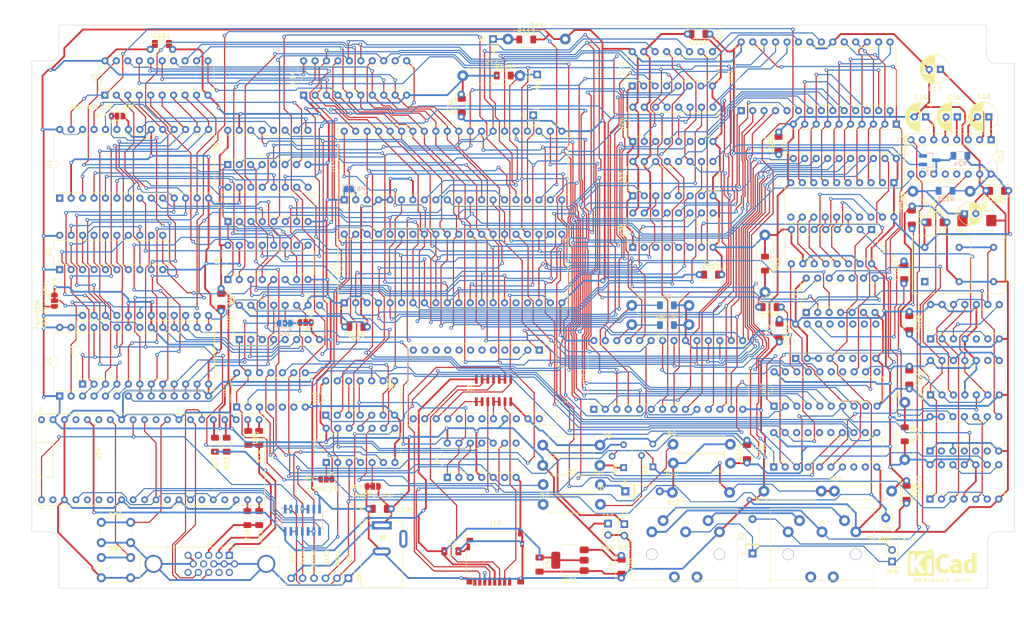
<source format=kicad_pcb>
(kicad_pcb (version 20240108) (generator "pcbnew") (generator_version "8.0")
  (layers (0 "F.Cu" signal) (31 "B.Cu" signal) (34 "B.Paste" user) (35 "F.Paste" user) (36 "B.SilkS" user "B.Silkscreen") (37 "F.SilkS" user "F.Silkscreen") (38 "B.Mask" user) (39 "F.Mask" user) (44 "Edge.Cuts" user))
  (net 0 "")
  (net 1 "GND")
  (net 2 "/RX")
  (net 3 "+5V")
  (net 4 "Net-(JP5-C)")
  (net 5 "/TX")
  (net 6 "/E")
  (net 7 "/A3")
  (net 8 "/D3")
  (net 9 "/D4")
  (net 10 "/A4")
  (net 11 "/A0")
  (net 12 "/D0")
  (net 13 "/D5")
  (net 14 "/A5")
  (net 15 "/A6")
  (net 16 "/D6")
  (net 17 "/D7")
  (net 18 "/A7")
  (net 19 "/A1")
  (net 20 "/D1")
  (net 21 "/D2")
  (net 22 "/A2")
  (net 23 "/A12")
  (net 24 "/A13")
  (net 25 "/~{CEROM}")
  (net 26 "/CLK18M")
  (net 27 "/A15")
  (net 28 "/A14")
  (net 29 "/A10")
  (net 30 "/A11")
  (net 31 "/A9")
  (net 32 "/A8")
  (net 33 "/~{RST}")
  (net 34 "/R{slash}~{W}")
  (net 35 "Net-(J6-Pin_1)")
  (net 36 "Net-(J7-Pin_1)")
  (net 37 "/Text RAM, MUX and Shiftregister1/~{INV_INTEN}")
  (net 38 "/VS")
  (net 41 "/HIRES")
  (net 42 "/~{INV_SCR}")
  (net 43 "Net-(U4A-~{R})")
  (net 49 "Net-(U24A-Q)")
  (net 53 "/CSYNC")
  (net 54 "/Graphic RAM, MUX and Shiftregister/GA9")
  (net 55 "/Graphic RAM, MUX and Shiftregister/GD1")
  (net 56 "/Graphic RAM, MUX and Shiftregister/GA0")
  (net 57 "/E_half")
  (net 58 "/Graphic RAM, MUX and Shiftregister/GD0")
  (net 59 "/Graphic RAM, MUX and Shiftregister/GA1")
  (net 60 "Net-(D1-K)")
  (net 61 "Net-(J4-Pad5)")
  (net 62 "/DOUT")
  (net 63 "Net-(J4-Pad4)")
  (net 64 "/Din")
  (net 65 "/Graphic RAM, MUX and Shiftregister/GA14")
  (net 66 "Net-(U23B-D)")
  (net 67 "/CI")
  (net 68 "/R2")
  (net 69 "/SI")
  (net 70 "/R1")
  (net 71 "/R0")
  (net 72 "/V10")
  (net 73 "/V9")
  (net 74 "/V5")
  (net 75 "/V7")
  (net 76 "/V6")
  (net 77 "/V4")
  (net 78 "/V8")
  (net 79 "/V0")
  (net 80 "/TDAT")
  (net 81 "/~{LOAD}")
  (net 82 "/CRV")
  (net 83 "/BL")
  (net 84 "/V1")
  (net 85 "/V2")
  (net 86 "/V3")
  (net 87 "Net-(Q3-B)")
  (net 88 "Net-(Q2-B)")
  (net 89 "/~{CPUCLK}")
  (net 90 "Net-(Q2-C)")
  (net 91 "/Graphic RAM, MUX and Shiftregister/GA5")
  (net 92 "Net-(U18-Pad5)")
  (net 93 "/GDAT")
  (net 94 "Net-(J2-Pin_1)")
  (net 95 "/SCLK")
  (net 96 "/Graphic RAM, MUX and Shiftregister/GA7")
  (net 97 "/Graphic RAM, MUX and Shiftregister/GA11")
  (net 98 "Net-(U12-Pad10)")
  (net 100 "/~{4000}")
  (net 101 "/~{8000}")
  (net 102 "/~{1000}")
  (net 103 "/CHARSET")
  (net 104 "/Graphic RAM, MUX and Shiftregister/GA6")
  (net 105 "/Graphic RAM, MUX and Shiftregister/GA2")
  (net 106 "Net-(U20-Cp1)")
  (net 107 "/~{CLK6M}")
  (net 108 "/RST")
  (net 109 "Net-(C14-Pad2)")
  (net 110 "/Graphic RAM, MUX and Shiftregister/GA10")
  (net 111 "/AS")
  (net 112 "/LTDAT")
  (net 114 "/Graphic RAM, MUX and Shiftregister/GA8")
  (net 115 "/Graphic RAM, MUX and Shiftregister/GA3")
  (net 116 "Net-(U18-Pad12)")
  (net 117 "/R3")
  (net 118 "Net-(U18-Pad13)")
  (net 119 "Net-(U12-Pad8)")
  (net 120 "/T{slash}G")
  (net 121 "/Graphic RAM, MUX and Shiftregister/GA4")
  (net 122 "Net-(U4B-C)")
  (net 123 "Net-(U4A-C)")
  (net 124 "Net-(U4B-Q)")
  (net 125 "/Text RAM, MUX and Shiftregister1/TD2")
  (net 126 "/Text RAM, MUX and Shiftregister1/TA6")
  (net 127 "/Text RAM, MUX and Shiftregister1/TA10")
  (net 128 "/Text RAM, MUX and Shiftregister1/TD1")
  (net 129 "/Text RAM, MUX and Shiftregister1/TD3")
  (net 130 "/Text RAM, MUX and Shiftregister1/TA5")
  (net 131 "/Text RAM, MUX and Shiftregister1/TD4")
  (net 132 "/Text RAM, MUX and Shiftregister1/TA0")
  (net 133 "/Text RAM, MUX and Shiftregister1/TA7")
  (net 134 "/Text RAM, MUX and Shiftregister1/TA2")
  (net 135 "/Text RAM, MUX and Shiftregister1/TD7")
  (net 136 "/Text RAM, MUX and Shiftregister1/TA1")
  (net 137 "/Text RAM, MUX and Shiftregister1/TD0")
  (net 138 "/Text RAM, MUX and Shiftregister1/TA4")
  (net 139 "/Text RAM, MUX and Shiftregister1/TA3")
  (net 140 "/Text RAM, MUX and Shiftregister1/TD6")
  (net 141 "/Text RAM, MUX and Shiftregister1/TD5")
  (net 142 "/Text RAM, MUX and Shiftregister1/TA9")
  (net 143 "/Text RAM, MUX and Shiftregister1/TA8")
  (net 144 "/Text RAM, MUX and Shiftregister1/LD0")
  (net 145 "/Text RAM, MUX and Shiftregister1/LD1")
  (net 146 "/Text RAM, MUX and Shiftregister1/LD2")
  (net 147 "/Graphic RAM, MUX and Shiftregister/GA13")
  (net 148 "/Text RAM, MUX and Shiftregister1/LD3")
  (net 149 "/Text RAM, MUX and Shiftregister1/LD4")
  (net 150 "/Text RAM, MUX and Shiftregister1/LD6")
  (net 151 "/Text RAM, MUX and Shiftregister1/LD5")
  (net 152 "/Text RAM, MUX and Shiftregister1/XD6")
  (net 153 "/Text RAM, MUX and Shiftregister1/XD7")
  (net 154 "/Text RAM, MUX and Shiftregister1/XD3")
  (net 155 "/Text RAM, MUX and Shiftregister1/XD2")
  (net 156 "/Text RAM, MUX and Shiftregister1/XD5")
  (net 157 "/Text RAM, MUX and Shiftregister1/XD4")
  (net 158 "/Graphic RAM, MUX and Shiftregister/GA12")
  (net 159 "Net-(U18-Pad8)")
  (net 160 "/~{INTENSITY}")
  (net 161 "/Graphic RAM, MUX and Shiftregister/GD6")
  (net 162 "/~{INV_CHAR}")
  (net 163 "/Graphic RAM, MUX and Shiftregister/GD2")
  (net 164 "/Graphic RAM, MUX and Shiftregister/GD7")
  (net 165 "/Graphic RAM, MUX and Shiftregister/GD5")
  (net 166 "/Graphic RAM, MUX and Shiftregister/GD4")
  (net 167 "/Graphic RAM, MUX and Shiftregister/GD3")
  (net 168 "Net-(JP6-B)")
  (net 170 "/RASCRST")
  (net 171 "Net-(U13A-RCext)")
  (net 172 "Net-(U13A-Cext)")
  (net 173 "/TXTON{slash}~{OFF}")
  (net 174 "/TDOTCLK")
  (net 175 "/GDOTCLK")
  (net 177 "/~{R3}")
  (net 180 "/Text RAM, MUX and Shiftregister1/TA11")
  (net 181 "/V11")
  (net 182 "Net-(J1-Pin_1)")
  (net 183 "/4M6")
  (net 185 "Net-(U30-C2+)")
  (net 186 "Net-(U30-C2-)")
  (net 187 "Net-(U30-VS-)")
  (net 188 "Net-(U30-VS+)")
  (net 189 "Net-(U30-C1-)")
  (net 190 "Net-(U30-C1+)")
  (net 191 "Net-(D2-A)")
  (net 195 "Net-(JP1-C)")
  (net 196 "Net-(JP2-C)")
  (net 197 "Net-(JP4-C)")
  (net 201 "/HS")
  (net 202 "/Video")
  (net 204 "Net-(U29A-Q)")
  (net 205 "/RASCLKIN")
  (net 206 "Net-(U23A-D)")
  (net 208 "/GPXL")
  (net 217 "/~{TRAMWE}")
  (net 218 "/~{GRAMWE}")
  (net 227 "Net-(U17-A14)")
  (net 228 "Net-(U17-A13)")
  (net 229 "/INTENS")
  (net 230 "/TXA")
  (net 231 "/MISO")
  (net 232 "+3V3")
  (net 233 "/MOSI")
  (net 234 "/SCK")
  (net 235 "/~{CS_SD}")
  (net 254 "Net-(J10-CLK)")
  (net 255 "Net-(J10-DAT3{slash}CD)")
  (net 257 "Net-(J10-DAT0)")
  (net 258 "Net-(J10-CMD)")
  (net 261 "Net-(C123-Pad1)")
  (net 262 "Net-(C109-Pad2)")
  (net 276 "/VGA_H")
  (net 277 "/VGA_V")
  (net 278 "/VGA_B")
  (net 280 "/VGA_G")
  (net 283 "/VGA_R")
  (net 284 "Net-(U34-GP14)")
  (net 285 "Net-(U34-GP15)")
  (net 286 "Net-(U34-GP16)")
  (net 287 "Net-(U34-GP17)")
  (net 288 "Net-(U34-GP19)")
  (net 289 "Net-(U34-GP18)")
  (net 290 "Net-(U34-GP22)")
  (net 291 "Net-(U34-GP28)")
  (net 292 "/SG_INT")
  (net 293 "Net-(U34-GP6)")
  (net 294 "/SB")
  (net 295 "Net-(U34-GP7)")
  (net 296 "/VS#")
  (net 297 "Net-(JP3-C)")
  (net 301 "Net-(U30-T1IN)")
  (net 303 "Net-(JP7-C)")
  (net 304 "/Graphic RAM, MUX and Shiftregister/LD1")
  (net 305 "/Graphic RAM, MUX and Shiftregister/LD2")
  (net 306 "/Graphic RAM, MUX and Shiftregister/LD3")
  (net 307 "/Graphic RAM, MUX and Shiftregister/LD7")
  (net 308 "/Graphic RAM, MUX and Shiftregister/LD6")
  (net 309 "/Graphic RAM, MUX and Shiftregister/LD4")
  (net 310 "/Graphic RAM, MUX and Shiftregister/LD5")
  (net 311 "/Graphic RAM, MUX and Shiftregister/LD0")
  (net 312 "/Graphic RAM, MUX and Shiftregister/LTDAT")
  (net 313 "Net-(D1-A)")
  (footprint "Package_DIP:DIP-16_W7.62mm" (layer "F.Cu") (at 153.289 45.847 90)
    (property "Reference" "U26")
    (property "Value" "74LS157")
  )
  (footprint "Capacitor_SMD:C_1206_3216Metric_Pad1.33x1.80mm_HandSolder" (layer "F.Cu") (at 167.8345 21.975 180)
    (property "Reference" "C111")
    (property "Value" "100n")
  )
  (footprint "Package_DIP:DIP-16_W7.62mm_Socket" (layer "F.Cu") (at 206.24 65.38 -90)
    (property "Reference" "U35")
    (property "Value" "74LS165")
  )
  (footprint "Package_DIP:DIP-14_W7.62mm" (layer "F.Cu") (at 112.16 120.42 90)
    (property "Reference" "U4")
    (property "Value" "74LS74")
  )
  (footprint "Capacitor_THT:CP_Radial_D5.0mm_P2.50mm" (layer "F.Cu") (at 226.862 61.849)
    (property "Reference" "C23")
    (property "Value" "47u/35")
  )
  (footprint "MountingHole:MountingHole_3.2mm_M3" (layer "F.Cu") (at 110 31)
    (property "Reference" "H2" (hide yes))
    (property "Value" "M3")
  )
  (footprint "MountingHole:MountingHole_3.2mm_M3" (layer "F.Cu") (at 30 131)
    (property "Reference" "H4" (hide yes))
    (property "Value" "M3")
  )
  (footprint "Capacitor_THT:C_Disc_D4.7mm_W2.5mm_P5.00mm" (layer "F.Cu") (at 215.2 60.2 -90)
    (property "Reference" "C14")
    (property "Value" "4n7")
  )
  (footprint "Capacitor_SMD:C_1206_3216Metric_Pad1.33x1.80mm_HandSolder" (layer "F.Cu") (at 183.6375 82.6 180)
    (property "Reference" "C109")
    (property "Value" "1n")
  )
  (footprint "Resistor_THT:R_Axial_DIN0411_L9.9mm_D3.6mm_P12.70mm_Horizontal" (layer "F.Cu") (at 133.4 122)
    (property "Reference" "R3")
    (property "Value" "560E")
  )
  (footprint "Capacitor_THT:C_Disc_D4.7mm_W2.5mm_P5.00mm" (layer "F.Cu") (at 185.8 85.344 -90)
    (property "Reference" "C15")
    (property "Value" "100n")
  )
  (footprint "Package_DIP:DIP-20_W7.62mm" (layer "F.Cu") (at 211.74 42 -90)
    (property "Reference" "U36")
    (property "Value" "74LS245")
  )
  (footprint "Capacitor_THT:C_Disc_D4.7mm_W2.5mm_P5.00mm" (layer "F.Cu") (at 236.631 56.769 180)
    (property "Reference" "C25")
    (property "Value" "100n")
  )
  (footprint "Package_SO:SOIC-14_3.9x8.7mm_P1.27mm" (layer "F.Cu") (at 122.39 101.125 90)
    (property "Reference" "U31")
    (property "Value" "74LVC08")
  )
  (footprint "Capacitor_SMD:C_1206_3216Metric_Pad1.33x1.80mm_HandSolder" (layer "F.Cu") (at 185.6 46.3715 90)
    (property "Reference" "C112")
    (property "Value" "100n")
  )
  (footprint "Resistor_SMD:R_1206_3216Metric_Pad1.30x1.75mm_HandSolder" (layer "F.Cu") (at 182.6 72.95 -90)
    (property "Reference" "R111")
    (property "Value" "220E")
  )
  (footprint "Jumper:SolderJumper-3_P1.3mm_Bridged12_RoundedPad1.0x1.5mm" (layer "F.Cu") (at 95.6 122.4)
    (property "Reference" "JP3")
    (property "Value" "SyncPolarity")
  )
  (footprint "Resistor_THT:R_Axial_DIN0411_L9.9mm_D3.6mm_P12.70mm_Horizontal" (layer "F.Cu") (at 162.25 117.25)
    (property "Reference" "R10")
    (property "Value" "2k2")
  )
  (footprint "Resistor_THT:R_Axial_DIN0411_L9.9mm_D3.6mm_P12.70mm_Horizontal" (layer "F.Cu") (at 146 117.75 180)
    (property "Reference" "R4")
    (property "Value" "82E")
  )
  (footprint "Jumper:SolderJumper-3_P1.3mm_Bridged12_RoundedPad1.0x1.5mm" (layer "F.Cu") (at 85.3 120.8 180)
    (property "Reference" "JP5")
    (property "Value" "CSYNC/HS")
  )
  (footprint "Oscillator:Oscillator_DIP-14" (layer "F.Cu") (at 218.059 76.962)
    (property "Reference" "Y2")
    (property "Value" "19M66")
  )
  (footprint "Package_DIP:DIP-14_W7.62mm" (layer "F.Cu") (at 191.76 83.8 90)
    (property "Reference" "U22")
    (property "Value" "74F14")
  )
  (footprint "Package_TO_SOT_THT:TO-92_Wide" (layer "F.Cu") (at 157.75 118.08 90)
    (property "Reference" "Q3")
    (property "Value" "BC337")
  )
  (footprint "Arduino:Sparkfun_Pro_Micro" (layer "F.Cu") (at 104.6 107.4 90)
    (property "Reference" "U21")
    (property "Value" "Sparkfun_Pro_Micro")
  )
  (footprint "Capacitor_THT:C_Disc_D4.7mm_W2.5mm_P5.00mm" (layer "F.Cu") (at 217.972 63.754)
    (property "Reference" "C29")
    (property "Value" "100n")
  )
  (footprint "Jumper:SolderJumper-3_P1.3mm_Bridged12_RoundedPad1.0x1.5mm" (layer "F.Cu") (at 80.7 86 180)
    (property "Reference" "JP1")
    (property "Value" "SolderJumper_3_Bridged12" (hide yes))
  )
  (footprint "Resistor_THT:R_Axial_DIN0411_L9.9mm_D3.6mm_P12.70mm_Horizontal" (layer "F.Cu") (at 165.75 82.25 180)
    (property "Reference" "R1")
    (property "Value" "4k7")
  )
  (footprint "Resistor_SMD:R_1206_3216Metric_Pad1.30x1.75mm_HandSolder" (layer "F.Cu") (at 67.8 129.45 -90)
    (property "Reference" "R16")
    (property "Value" "845E")
  )
  (footprint "Resistor_SMD:R_1206_3216Metric_Pad1.30x1.75mm_HandSolder" (layer "F.Cu") (at 68 111.65 -90)
    (property "Reference" "R20")
    (property "Value" "422E")
  )
  (footprint "Capacitor_SMD:C_1206_3216Metric_Pad1.33x1.80mm_HandSolder" (layer "F.Cu") (at 48.8375 24.2)
    (property "Reference" "C101")
    (property "Value" "100n")
  )
  (footprint "Package_DIP:DIP-20_W7.62mm" (layer "F.Cu") (at 26.162 74.295 90)
    (property "Reference" "U2")
    (property "Value" "74LS573" (hide yes))
  )
  (footprint "Capacitor_SMD:C_1206_3216Metric_Pad1.33x1.80mm_HandSolder" (layer "F.Cu") (at 91.9625 87 180)
    (property "Reference" "C106")
    (property "Value" "100n")
  )
  (footprint "Resistor_THT:R_Axial_DIN0411_L9.9mm_D3.6mm_P12.70mm_Horizontal" (layer "F.Cu") (at 133.4 126.4)
    (property "Reference" "R7")
    (property "Value" "220E")
  )
  (footprint "Resistor_SMD:R_1206_3216Metric_Pad1.30x1.75mm_HandSolder" (layer "F.Cu") (at 70.4 129.45 -90)
    (property "Reference" "R18")
    (property "Value" "422E")
  )
  (footprint "Package_DIP:DIP-16_W7.62mm" (layer "F.Cu") (at 63.47 76.5 90)
    (property "Reference" "U8")
    (property "Value" "74LS157")
  )
  (footprint "Capacitor_SMD:C_1206_3216Metric_Pad1.33x1.80mm_HandSolder" (layer "F.Cu") (at 215.16524 62.738827 -90)
    (property "Reference" "C20")
    (property "Value" "4n7")
  )
  (footprint "Package_DIP:DIP-28_W15.24mm" (layer "F.Cu") (at 26.162 102.362 90)
    (property "Reference" "U9")
    (property "Value" "27C64")
  )
  (footprint "Connector_PinHeader_2.54mm:PinHeader_1x02_P2.54mm_Vertical" (layer "F.Cu") (at 151.4 130.8)
    (property "Reference" "J2")
    (property "Value" "BAS")
  )
  (footprint "Connector_PinSocket_2.54mm:PinSocket_1x01_P2.54mm_Vertical" (layer "F.Cu") (at 122.301 23.114)
    (property "Reference" "J6")
    (property "Value" "9")
  )
  (footprint "Package_DIP:DIP-16_W7.62mm" (layer "F.Cu") (at 63.441515 50.975801 90)
    (property "Reference" "U6")
    (property "Value" "74LS157")
  )
  (footprint "Package_DIP:DIP-28_W15.24mm" (layer "F.Cu") (at 144.653 105.283 90)
    (property "Reference" "U17")
    (property "Value" "27C256")
  )
  (footprint "Capacitor_THT:C_Disc_D4.7mm_W2.5mm_P5.00mm" (layer "F.Cu") (at 46.228 25.4)
    (property "Reference" "C1")
    (property "Value" "100n")
  )
  (footprint "Resistor_THT:R_Axial_DIN0411_L9.9mm_D3.6mm_P12.70mm_Horizontal" (layer "F.Cu") (at 165.75 86.5 180)
    (property "Reference" "R2")
    (property "Value" "4k7")
  )
  (footprint "my_own_conn:DIN-5_Stereo" (layer "F.Cu") (at 195.25 132.5)
    (property "Reference" "J5")
    (property "Value" "TF20")
  )
  (footprint "Resistor_THT:R_Axial_DIN0411_L9.9mm_D3.6mm_P12.70mm_Horizontal" (layer "F.Cu") (at 162.206292 113.067889)
    (property "Reference" "R9")
    (property "Value" "47E")
  )
  (footprint "Package_DIP:DIP-16_W7.62mm_Socket" (layer "F.Cu") (at 66.02 89.82 90)
    (property "Reference" "U10")
    (property "Value" "74LS165")
  )
  (footprint "MountingHole:MountingHole_3.2mm_M3" (layer "F.Cu") (at 230 31)
    (property "Reference" "H3" (hide yes))
    (property "Value" "M3")
  )
  (footprint "Button_Switch_THT:SW_PUSH_6mm" (layer "F.Cu") (at 35.4 130.4)
    (property "Reference" "SW1")
    (property "Value" "PX_CLK_BTN")
  )
  (footprint "Package_DIP:DIP-20_W7.62mm" (layer "F.Cu") (at 184.536 118.1 90)
    (property "Reference" "U45")
    (property "Value" "GAL16V8")
  )
  (footprint "Resistor_SMD:R_1206_3216Metric_Pad1.30x1.75mm_HandSolder" (layer "F.Cu") (at 60.6 113.15 -90)
    (property "Reference" "R22")
    (property "Value" "422E")
  )
  (footprint "Connector_BarrelJack:BarrelJack_Wuerth_6941xx301002" (layer "F.Cu") (at 97.6 131.05)
    (property "Reference" "J8")
    (property "Value" "Barrel_Jack_Switch")
  )
  (footprint "Package_TO_SOT_THT:TO-92_Wide" (layer "F.Cu") (at 151.25 118.25 90)
    (property "Reference" "Q2")
    (property "Value" "BC337")
  )
  (footprint "Package_DIP:DIP-20_W7.62mm" (layer "F.Cu") (at 211.2 55 -90)
    (property "Reference" "U38")
    (property "Value" "74LS573")
  )
  (footprint "Connector_PinHeader_2.54mm:PinHeader_1x02_P2.54mm_Vertical" (layer "F.Cu") (at 210.8 139.075 180)
    (property "Reference" "JP8")
    (property "Value" "Straight Cable")
  )
  (footprint "Package_DIP:DIP-14_W7.62mm" (layer "F.Cu") (at 219.324 102.098 90)
    (property "Reference" "U24")
    (property "Value" "74LS74")
  )
  (footprint "Resistor_THT:R_Axial_DIN0411_L9.9mm_D3.6mm_P12.70mm_Horizontal" (layer "F.Cu") (at 115.57 31.242)
    (property "Reference" "R17")
    (property "Value" "4k7")
  )
  (footprint "Package_DIP:DIP-16_W7.62mm" (layer "F.Cu") (at 153.162 33.528 90)
    (property "Reference" "U25")
    (property "Value" "74LS157")
  )
  (footprint "Resistor_THT:R_Axial_DIN0411_L9.9mm_D3.6mm_P12.70mm_Horizontal" (layer "F.Cu") (at 125.603 23.114)
    (property "Reference" "R13")
    (property "Value" "4k7")
  )
  (footprint "Capacitor_THT:C_Disc_D4.7mm_W2.5mm_P5.00mm" (layer "F.Cu") (at 214.63 95.758 -90)
    (property "Reference" "C27")
    (property "Value" "100n")
  )
  (footprint "Jumper:SolderJumper-3_P1.3mm_Bridged12_RoundedPad1.0x1.5mm" (layer "F.Cu") (at 38.9 40.2)
    (property "Reference" "JP7")
    (property "Value" "SolderJumper_3_Bridged12" (hide yes))
  )
  (footprint "Capacitor_THT:C_Disc_D4.7mm_W2.5mm_P5.00mm" (layer "F.Cu") (at 150.75 137.75 -90)
    (property "Reference" "C8")
    (property "Value" "100n")
  )
  (footprint "Capacitor_SMD:C_1206_3216Metric_Pad1.33x1.80mm_HandSolder" (layer "F.Cu") (at 113.0375 136.8)
    (property "Reference" "C2")
    (property "Value" "100n")
  )
  (footprint "Resistor_SMD:R_1206_3216Metric_Pad1.30x1.75mm_HandSolder" (layer "F.Cu") (at 124.65 31.2)
    (property "Reference" "R117")
    (property "Value" "4k7")
  )
  (footprint "Diode_THT:D_A-405_P7.62mm_Horizontal" (layer "F.Cu") (at 179.832 137.287 90)
    (property "Reference" "D2")
    (property "Value" "1N4148")
  )
  (footprint "Package_DIP:DIP-14_W7.62mm" (layer "F.Cu") (at 85.287843 117.116441 90)
    (property "Reference" "U19")
    (property "Value" "74LS86")
  )
  (footprint "Capacitor_SMD:C_1206_3216Metric_Pad1.33x1.80mm_HandSolder" (layer "F.Cu") (at 178.6 114.8 90)
    (property "Reference" "C110")
    (property "Value" "100n")
  )
  (footprint "Resistor_THT:R_Axial_DIN0411_L9.9mm_D3.6mm_P12.70mm_Horizontal" (layer "F.Cu") (at 174.75 123.75 180)
    (property "Reference" "R12")
    (property "Value" "1k")
  )
  (footprint "Capacitor_THT:CP_Radial_D6.3mm_P2.50mm" (layer "F.Cu") (at 218.23362 40.386 180)
    (property "Reference" "C19")
    (property "Value" "10u/16")
  )
  (footprint "Symbol:KiCad-Logo2_6mm_SilkScreen" (layer "F.Cu") (at 221.988514 139.258848)
    (property "Reference" "H7" (hide yes))
    (property "Value" "Graphics kicad" (hide yes))
  )
  (footprint "Capacitor_THT:C_Disc_D4.7mm_W2.5mm_P5.00mm" (layer "F.Cu") (at 170.4 22 180)
    (property "Reference" "C11")
    (property "Value" "100n")
  )
  (footprint "Capacitor_SMD:C_1206_3216Metric_Pad1.33x1.80mm_HandSolder" (layer "F.Cu") (at 214.6 98.2375 -90)
    (property "Reference" "C127")
    (property "Value" "100n")
  )
  (footprint "Package_TO_SOT_SMD:SOT-223-3_TabPin2" (layer "F.Cu") (at 139.35 138.8 180)
    (property "Reference" "U33")
    (property "Value" "AMS1117-3.3")
  )
  (footprint "Package_DIP:DIP-28_W15.24mm" (layer "F.Cu") (at 26.162 58.42 90)
    (property "Reference" "U1")
    (property "Value" "HY6264AxP")
  )
  (footprint "Capacitor_THT:C_Disc_D4.7mm_W2.5mm_P5.00mm" (layer "F.Cu") (at 94.7 127.4)
    (property "Reference" "C4")
    (property "Value" "100n")
  )
  (footprint "Capacitor_THT:C_Disc_D4.7mm_W2.5mm_P5.00mm" (layer "F.Cu") (at 61.976 78.486 -90)
    (property "Reference" "C3")
    (property "Value" "100n")
  )
  (footprint "Capacitor_SMD:C_1206_3216Metric_Pad1.33x1.80mm_HandSolder" (layer "F.Cu") (at 132.6 139.7625 -90)
    (property "Reference" "C5")
    (property "Value" "100n")
  )
  (footprint "MountingHole:MountingHole_3.2mm_M3" (layer "F.Cu") (at 110 131)
    (property "Reference" "H6" (hide yes))
    (property "Value" "M3")
  )
  (footprint "Package_DIP:DIP-14_W7.62mm" (layer "F.Cu") (at 65.4 104.8 90)
    (property "Reference" "U12")
    (property "Value" "74LS32")
  )
  (footprint "Package_DIP:DIP-16_W7.62mm" (layer "F.Cu") (at 153.289 69.342 90)
    (property "Reference" "U28")
    (property "Value" "74LS157")
  )
  (footprint "Capacitor_SMD:C_1206_3216Metric_Pad1.33x1.80mm_HandSolder" (layer "F.Cu") (at 150.8 140.2375 -90)
    (property "Reference" "C108")
    (property "Value" "100n")
  )
  (footprint "Package_DIP:DIP-16_W7.62mm" (layer "F.Cu") (at 63.5 63.627 90)
    (property "Reference" "U7")
    (property "Value" "74LS157")
  )
  (footprint "Package_DIP:DIP-28_W15.24mm" (layer "F.Cu") (at 177.327 39 90)
    (property "Reference" "U11")
    (property "Value" "CY62256-70PC")
  )
  (footprint "Capacitor_SMD:C_1206_3216Metric_Pad1.33x1.80mm_HandSolder" (layer "F.Cu") (at 214 123.8375 -90)
    (property "Reference" "C133")
    (property "Value" "100n")
  )
  (footprint "Resistor_THT:R_Axial_DIN0411_L9.9mm_D3.6mm_P12.70mm_Horizontal" (layer "F.Cu") (at 197.993 123.444)
    (property "Reference" "R14")
    (property "Value" "2k2")
  )
  (footprint "Oscillator:Oscillator_DIP-8" (layer "F.Cu") (at 218.049849 76.977099)
    (property "Reference" "Y3")
    (property "Value" "19M66")
  )
  (footprint "Capacitor_SMD:C_1206_3216Metric_Pad1.33x1.80mm_HandSolder" (layer "F.Cu") (at 97.1625 127.4 180)
    (property "Reference" "C104")
    (property "Value" "100n")
  )
  (footprint "Jumper:SolderJumper-3_P1.3mm_Bridged12_RoundedPad1.0x1.5mm" (layer "F.Cu") (at 25 81.2 -90)
    (property "Reference" "JP4")
    (property "Value" "SolderJumper_3_Bridged12" (hide yes))
  )
  (footprint "Capacitor_SMD:C_1206_3216Metric_Pad1.33x1.80mm_HandSolder" (layer "F.Cu") (at 234.0785 56.8 180)
    (property "Reference" "C125")
    (property "Value" "100n")
  )
  (footprint "Package_DIP:DIP-16_W7.62mm" (layer "F.Cu") (at 153.289 57.912 90)
    (property "Reference" "U27")
    (property "Value" "74LS157")
  )
  (footprint "Capacitor_SMD:C_1206_3216Metric_Pad1.33x1.80mm_HandSolder" (layer "F.Cu") (at 214.6 86.1625 -90)
    (property "Reference" "C134")
    (property "Value" "100n")
  )
  (footprint "Capacitor_THT:C_Disc_D4.7mm_W2.5mm_P5.00mm" (layer "F.Cu") (at 178.6 117.2 90)
    (property "Reference" "C10")
    (property "Value" "100n")
  )
  (footprint "Capacitor_SMD:C_1206_3216Metric_Pad1.33x1.80mm_HandSolder" (layer "F.Cu") (at 213.485 74.8515 90)
    (property "Reference" "C107")
    (property "Value" "47p")
  )
  (footprint "Capacitor_THT:C_Disc_D4.7mm_W2.5mm_P5.00mm" (layer "F.Cu") (at 213.995 121.158 -90)
    (property "Reference" "C33")
    (property "Value" "100n")
  )
  (footprint "Diode_THT:D_A-405_P7.62mm_Horizontal" (layer "F.Cu") (at 151.63 123.5)
    (property "Reference" "D1")
    (property "Value" "1N4148")
  )
  (footprint "Capacitor_THT:C_Disc_D4.7mm_W2.5mm_P5.00mm" (layer "F.Cu") (at 168 75.4)
    (property "Reference" "C13")
    (property "Value" "100n")
  )
  (footprint "Capacitor_THT:CP_Radial_D6.3mm_P2.50mm" (layer "F.Cu") (at 232.24362 40.386 180)
    (property "Reference" "C18")
    (property "Value" "10u/16")
  )
  (footprint "TestPoint:TestPoint_Loop_D1.80mm_Drill1.0mm_Beaded" (layer "F.Cu") (at 209.4 129.4)
    (property "Reference" "TP1")
    (property "Value" "TestPoint")
  )
  (footprint "Connector_PinHeader_2.54mm:PinHeader_1x02_P2.54mm_Vertical" (layer "F.Cu") (at 147.8 130.66)
    (property "Reference" "J11")
    (property "Value" "Conn_01x02" (hide yes))
  )
  (footprint "Capacitor_SMD:C_1206_3216Metric_Pad1.33x1.80mm_HandSolder" (layer "F.Cu") (at 185.8 87.8375 -90)
    (property "Reference" "C115")
    (property "Value" "100n")
  )
  (footprint "Resistor_THT:R_Axial_DIN0411_L9.9mm_D3.6mm_P12.70mm_Horizontal" (layer "F.Cu") (at 195.072 123.444 180)
    (property "Reference" "R15")
    (property "Value" "1k")
  )
  (footprint "Connector_PinSocket_2.54mm:PinSocket_1x01_P2.54mm_Vertical" (layer "F.Cu") (at 131.191 40.005)
    (property "Reference" "J1")
    (property "Value" "17")
  )
  (footprint "Package_DIP:DIP-20_W7.62mm" (layer "F.Cu") (at 184.6 104.6 90)
    (property "Reference" "U32")
    (property "Value" "GAL16V8")
  )
  (footprint "Resistor_THT:R_Axial_DIN0411_L9.9mm_D3.6mm_P12.70mm_Horizontal" (layer "F.Cu") (at 133.3 113.25)
    (property "Reference" "R8")
    (property "Value" "82E")
  )
  (footprint "Resistor_THT:R_Axial_DIN0411_L9.9mm_D3.6mm_P12.70mm_Horizontal" (layer "F.Cu") (at 213.614 103.759 -90)
    (property "Reference" "R6")
    (property "Value" "2k2")
  )
  (footprint "Capacitor_SMD:C_1206_3216Metric_Pad1.33x1.80mm_HandSolder" (layer "F.Cu") (at 62 81.2375 -90)
    (property "Reference" "C103")
    (property "Value" "100n")
  )
  (footprint "Capacitor_THT:C_Disc_D4.7mm_W2.5mm_P5.00mm" (layer "F.Cu") (at 181.2 82.6)
    (property "Reference" "C9")
    (property "Value" "1n")
  )
  (footprint "Capacitor_SMD:C_1206_3216Metric_Pad1.33x1.80mm_HandSolder" (layer "F.Cu") (at 170.6375 75.4)
    (property "Reference" "C113")
    (property "Value" "100n")
  )
  (footprint "Capacitor_SMD:C_1206_3216Metric_Pad1.33x1.80mm_HandSolder" (layer "F.Cu") (at 220.4375 63.8)
    (property "Reference" "C129")
    (property "Value" "100n")
  )
  (footprint "Capacitor_THT:CP_Radial_D6.3mm_P2.50mm" (layer "F.Cu") (at 225.25862 40.386 180)
    (property "Reference" "C16")
    (property "Value" "10u/16")
  )
  (footprint "Capacitor_Tantalum_SMD:CP_EIA-7343-31_Kemet-D_Pad2.25x2.55mm_HandSolder" (layer "F.Cu") (at 229.6 63.4)
    (property "Reference" "C123")
    (property "Value" "47u/35")
  )
  (footprint "Capacitor_SMD:C_1206_3216Metric_Pad1.33x1.80mm_HandSolder" (layer "F.Cu") (at 115.3415 37.92 90)
    (property "Reference" "C131")
    (property "Value" "100n" (hide yes))
  )
  (footprint "Capacitor_THT:C_Disc_D4.7mm_W2.5mm_P5.00mm" (layer "F.Cu") (at 185.644 48.756 90)
    (property "Reference" "C12")
    (property "Value" "100n")
  )
  (footprint "Package_DIP:DIP-20_W7.62mm" (layer "F.Cu") (at 80.264 35.56 90)
    (property "Reference" "U14")
    (property "Value" "74LS573" (hide yes))
  )
  (footprint "Capacitor_THT:C_Disc_D4.7mm_W2.5mm_P5.00mm" (layer "F.Cu") (at 94.4 87 180)
    (property "Reference" "C6")
    (property "Value" "100n")
  )
  (footprint "Resistor_THT:R_Axial_DIN0411_L9.9mm_D3.6mm_P12.70mm_Horizontal" (layer "F.Cu") (at 182.6 66.6 -90)
    (property "Reference" "R11")
    (property "Value" "220E")
  )
  (footprint "MountingHole:MountingHole_3.2mm_M3" (layer "F.Cu") (at 230 131)
    (property "Reference" "H5" (hide yes))
    (property "Value" "M3")
  )
  (footprint "Resistor_SMD:R_1206_3216Metric_Pad1.30x1.75mm_HandSolder" (layer "F.Cu") (at 129.65 23.2)
    (property "Reference" "R113")
    (property "Value" "4k7")
  )
  (footprint "my_own_conn:DIN-5_Stereo" (layer "F.Cu") (at 165 132.5)
    (property "Reference" "J4")
    (property "Value" "HX20")
  )
  (footprint "Package_DIP:DIP-14_W7.62mm" (layer "F.Cu") (at 219.202 125.222 90)
    (property "Reference" "U23")
    (property "Value" "74LS74")
  )
  (footprint "MountingHole:MountingHole_3.2mm_M3" (layer "F.Cu") (at 30 31)
    (property "Reference" "H1" (hide yes))
    (property "Value" "M3")
  )
  (footprint "Capacitor_THT:C_Disc_D4.7mm_W2.5mm_P5.00mm" (layer "F.Cu") (at 115.2285 40.3715 90)
    (property "Reference" "C31")
    (property "Value" "100n" (hide yes))
  )
  (footprint "Capacitor_THT:C_Disc_D4.7mm_W2.5mm_P5.00mm" (layer "F.Cu") (at 214.63 83.606 -90)
    (property "Reference" "C34" (hide yes))
    (property "Value" "100n")
  )
  (footprint "Package_DIP:DIP-14_W7.62mm" (layer "F.Cu") (at 219.202 114.554 90)
    (property "Reference" "U20")
    (property "Value" "74LS290")
  )
  (footprint "Package_DIP:DIP-16_W7.62mm" (layer "F.Cu") (at 189.4 94 90)
    (property "Reference" "U13")
    (property "Value" "74LS221")
  )
  (footprint "Package_DIP:DIP-20_W7.62mm" (layer "F.Cu") (at 36.195 35.56 90)
    (property "Reference" "U5")
    (property "Value" "74LS245")
  )
  (footprint "Button_Switch_THT:SW_PUSH_6mm" (layer "F.Cu") (at 35.4 138.2)
    (property "Reference" "SW2")
    (property "Value" "AUTO_ADJUST")
  )
  (footprint "Package_DIP:DIP-40_W15.24mm_Socket" (layer "F.Cu") (at 89.281 81.661 90)
    (property "Reference" "U16")
    (property "Value" "MC6845")
  )
  (footprint "Resistor_SMD:R_1206_3216Metric_Pad1.30x1.75mm_HandSolder" (layer "F.Cu") (at 213.6 110.85 -90)
    (property "Reference" "R106")
    (property "Value" "2k2")
  )
  (footprint "Package_DIP:DIP-14_W7.62mm" (layer "F.Cu") (at 219.329 89.662 90)
    (property "Reference" "U29")
    (property "Value" "74LS107")
  )
  (footprint "Connector_PinSocket_2.54mm:PinSocket_1x01_P2.54mm_Vertical" (layer "F.Cu") (at 132.08 30.988)
    (property "Reference" "J7")
    (property "Value" "8")
  )
  (footprint "Connector_Dsub:DSUB-15-HD_Female_Horizontal_P2.29x1.90mm_EdgePinOffset3.03mm_Housed_MountingHolesOffset4.94mm" (layer "F.Cu") (at 63.8 137.71)
    (property "Reference" "J3")
    (property "Value" "DE15_Plug_HighDensity_MountingHoles")
  )
  (footprint "Resistor_SMD:R_1206_3216Metric_Pad1.30x1.75mm_HandSolder" (layer "F.Cu") (at 63.2 113.15 -90)
    (property "Reference" "R23")
    (property "Value" "845E")
  )
  (footprint "Connector_Card:microSD_HC_Hirose_DM3D-SF" (layer "F.Cu") (at 122.775 138.2)
    (property "Reference" "J10")
    (property "Value" "Micro_SD_Card_Det2")
  )
  (footprint "Package_DIP:DIP-14_W7.62mm" (layer "F.Cu") (at 85.2 106.6 90)
    (property "Reference" "U18")
    (property "Value" "74LS08")
  )
  (footprint "MCEBlaster:raspberry_pi_pico" (layer "F.Cu") (at 22.14 125.38 90)
    (property "Reference" "U34")
    (property "Value" "RaspberryPi_Pico")
  )
  (footprint "Resistor_SMD:R_1206_3216Metric_Pad1.30x1.75mm_HandSolder" (layer "F.Cu") (at 70.4 111.65 -90)
    (property "Reference" "R19")
    (property "Value" "845E")
  )
  (footprint "Capacitor_THT:CP_Radial_D6.3mm_P2.50mm" (layer "F.Cu") (at 221.52738 29.845 180)
    (property "Reference" "C17")
    (property "Value" "10u/16")
  )
  (footprint "Package_DIP:DIP-40_W15.24mm_Socket" (layer "F.Cu") (at 89.281 58.801 90)
    (property "Reference" "U15")
    (property "Value" "MC6803")
  )
  (footprint "Resistor_THT:R_Axial_DIN0411_L9.9mm_D3.6mm_P12.70mm_Horizontal" (layer "F.Cu") (at 215.4 56.896)
    (property "Reference" "R21")
    (property "Value" "4k7")
  )
  (footprint "Connector_PinHeader_2.54mm:PinHeader_1x06_P2.54mm_Vertical" (layer "F.Cu") (at 90.2 142.8 -90)
    (property "Reference" "J9")
    (property "Value" "Converter")
  )
  (footprint "Capacitor_THT:C_Disc_D4.7mm_W2.5mm_P5.00mm" (layer "F.Cu") (at 213.4 72.4 -90)
    (property "Reference" "C7")
    (property "Value" "47p")
  )
  (footprint "Package_DIP:DIP-24_W15.24mm" (layer "F.Cu") (at 31.242 99.695 90)
    (property "Reference" "U3")
    (property "Value" "27C32")
  )
  (footprint "Package_DIP:DIP-16_W7.62mm_Socket" (layer "F.Cu") (at 232.75162 45.466 -90)
    (property "Reference" "U30")
    (property "Value" "MAX232")
  )
  (footprint "Jumper:SolderJumper-2_P1.3mm_Bridged_RoundedPad1.0x1.5mm" (layer "B.Cu") (at 90.282 56.388)
    (property "Reference" "JP6")
    (property "Value" "6803/6303")
  )
  (footprint "Resistor_SMD:R_1206_3216Metric_Pad1.30x1.75mm_HandSolder" (layer "B.Cu") (at 222.65 56.8)
    (property "Reference" "R121")
    (property "Value" "4k7")
  )
  (footprint "Package_TO_SOT_SMD:SOT-23_Handsoldering" (layer "B.Cu") (at 219.1 50)
    (property "Reference" "D3")
    (property "Value" "BAT54AW")
  )
  (footprint "Package_SO:SOIC-14_3.9x8.7mm_P1.27mm" (layer "B.Cu") (at 79.99 129.925 -90)
    (property "Reference" "U37")
    (property "Value" "74LVC08")
  )
  (footprint "Resistor_SMD:R_1206_3216Metric_Pad1.30x1.75mm_HandSolder" (layer "B.Cu") (at 160.85 86.6 180)
    (property "Reference" "R102")
    (property "Value" "4k7")
  )
  (footprint "Resistor_SMD:R_1206_3216Metric_Pad1.30x1.75mm_HandSolder" (layer "B.Cu") (at 160.85 82.2 180)
    (property "Reference" "R5")
    (property "Value" "4k7")
  )
  (footprint "Jumper:SolderJumper-3_P1.3mm_Bridged12_RoundedPad1.0x1.5mm" (layer "B.Cu") (at 76.1 86.2 180)
    (property "Reference" "JP2")
    (property "Value" "SolderJumper_3_Bridged12" (hide yes))
  )
  (footprint "Resistor_SMD:R_1206_3216Metric_Pad1.30x1.75mm_HandSolder" (layer "B.Cu") (at 225.95 49)
    (property "Reference" "R24")
    (property "Value" "10k")
  )
  (gr_line (start 24 132.5) (end 20 132.5) (stroke (width 0.1)) (layer "Edge.Cuts"))
  (gr_line (start 232 134.5) (end 232 145) (stroke (width 0.1)) (layer "Edge.Cuts"))
  (gr_line (start 20 132.5) (end 20 28) (stroke (width 0.1)) (layer "Edge.Cuts"))
  (gr_line (start 26 145) (end 26 134.5) (stroke (width 0.1)) (layer "Edge.Cuts"))
  (gr_arc (start 232 134.5) (mid 232.585786 133.085786) (end 234 132.5) (stroke (width 0.1)) (layer "Edge.Cuts"))
  (gr_line (start 20 28) (end 24 28) (stroke (width 0.1)) (layer "Edge.Cuts"))
  (gr_arc (start 26 26) (mid 25.414214 27.414214) (end 24 28) (stroke (width 0.1)) (layer "Edge.Cuts"))
  (gr_line (start 231.75 20) (end 231.75 26.5) (stroke (width 0.1)) (layer "Edge.Cuts"))
  (gr_line (start 233.75 28.5) (end 238 28.5) (stroke (width 0.1)) (layer "Edge.Cuts"))
  (gr_line (start 26 26) (end 26 20) (stroke (width 0.1)) (layer "Edge.Cuts"))
  (gr_arc (start 24 132.5) (mid 25.414214 133.085786) (end 26 134.5) (stroke (width 0.1)) (layer "Edge.Cuts"))
  (gr_line (start 238 132.5) (end 234 132.5) (stroke (width 0.1)) (layer "Edge.Cuts"))
  (gr_line (start 26 20) (end 231.75 20) (stroke (width 0.1)) (layer "Edge.Cuts"))
  (gr_line (start 238 28.5) (end 238 132.5) (stroke (width 0.1)) (layer "Edge.Cuts"))
  (gr_line (start 232 145) (end 26 145) (stroke (width 0.1)) (layer "Edge.Cuts"))
  (gr_arc (start 233.75 28.5) (mid 232.335786 27.914214) (end 231.75 26.5) (stroke (width 0.1)) (layer "Edge.Cuts"))
  (gr_text "VSYN" (at 79.3 136.4 270) (layer "F.SilkS") (effects (font (size 1 0.9)) (justify left bottom)))
  (gr_text "RAM A11 ON | OFF" (at 28.2 38.8 0) (layer "F.SilkS") (effects (font (size 1 1)) (justify left bottom)))
  (gr_text "PWR BAS" (at 146 136.6 0) (layer "F.SilkS") (effects (font (size 1 1)) (justify left bottom)))
  (gr_text "GND" (at 89.8 136.4 270) (layer "F.SilkS") (effects (font (size 1 0.9)) (justify left bottom)))
  (gr_text "+5V" (at 77.05 136.4 -90) (layer "F.SilkS") (effects (font (size 1 0.9)) (justify left bottom)))
  (gr_text "FontROM\nA11 Hi | Low" (at 23.4 87.6 90) (layer "F.SilkS") (effects (font (size 1 1)) (justify left bottom)))
  (gr_text "Video" (at 87.3 136.4 270) (layer "F.SilkS") (effects (font (size 1 0.9)) (justify left bottom)))
  (gr_text "CSYN" (at 84.8 136.4 -90) (layer "F.SilkS") (effects (font (size 1 0.9)) (justify left bottom)))
  (gr_text "INTEN" (at 81.8 136.4 270) (layer "F.SilkS") (effects (font (size 1 0.9)) (justify left bottom)))
  (segment (start 82.137 98.800014) (end 82.137 104.413001) (width 0.4) (layer "F.Cu") (net 1))
  (segment (start 82.2 104.849997) (end 81.950002 104.599999) (width 0.4) (layer "F.Cu") (net 1))
  (segment (start 234.569 89.662) (end 236.347 89.662) (width 0.4) (layer "F.Cu") (net 1))
  (segment (start 155.829 50.292) (end 155.829 51.42337) (width 0.4) (layer "F.Cu") (net 1))
  (segment (start 191 73) (end 191 71) (width 0.4) (layer "F.Cu") (net 1))
  (segment (start 83.75 39.5) (end 80.264 36.014) (width 0.4) (layer "F.Cu") (net 1))
  (segment (start 128.35 121.37) (end 128.35 132.75) (width 0.4) (layer "F.Cu") (net 1))
  (segment (start 165.4 22) (end 166.247 22) (width 0.4) (layer "F.Cu") (net 1))
  (segment (start 33.4 140.7) (end 35.4 142.7) (width 0.4) (layer "F.Cu") (net 1))
  (segment (start 117.05 143.425) (end 116.375 142.75) (width 0.4) (layer "F.Cu") (net 1))
  (segment (start 155.702 25.908) (end 157.042 27.248) (width 0.4) (layer "F.Cu") (net 1))
  (segment (start 225.8 38.2) (end 227 39.4) (width 0.4) (layer "F.Cu") (net 1))
  (segment (start 25.8 132.6) (end 33.4 140.2) (width 0.4) (layer "F.Cu") (net 1))
  (segment (start 234.564 102.098) (end 236.357 102.098) (width 0.4) (layer "F.Cu") (net 1))
  (segment (start 58.42 73.211713) (end 58.674 72.957713) (width 0.4) (layer "F.Cu") (net 1))
  (segment (start 183.817462 92.525) (end 184.125 92.217462) (width 0.4) (layer "F.Cu") (net 1))
  (segment (start 157.134835 60.416165) (end 155.829 61.722) (width 0.4) (layer "F.Cu") (net 1))
  (segment (start 66.01 73.24) (end 66 73.25) (width 0.4) (layer "F.Cu") (net 1))
  (segment (start 234.442 114.554) (end 236.22 114.554) (width 0.4) (layer "F.Cu") (net 1))
  (segment (start 181.737 110.337) (end 182.6 111.2) (width 0.4) (layer "F.Cu") (net 1))
  (segment (start 231.662 56.8) (end 231.631 56.769) (width 0.4) (layer "F.Cu") (net 1))
  (segment (start 94.2 126.9) (end 94.7 127.4) (width 0.4) (layer "F.Cu") (net 1))
  (segment (start 85.598 58.801) (end 85.343999 59.055001) (width 0.4) (layer "F.Cu") (net 1))
  (segment (start 46.482 84.455) (end 46.482 87.122) (width 0.4) (layer "F.Cu") (net 1))
  (segment (start 214.6 99.8) (end 214.6 100.728) (width 0.4) (layer "F.Cu") (net 1))
  (segment (start 212.471 127.682) (end 212.471 131.484) (width 0.4) (layer "F.Cu") (net 1))
  (segment (start 222.972 74.27925) (end 225.669849 76.977099) (width 0.4) (layer "F.Cu") (net 1))
  (segment (start 46.385 140.2) (end 46.985 139.6) (width 0.4) (layer "F.Cu") (net 1))
  (segment (start 165 90.016) (end 164.973 90.043) (width 0.4) (layer "F.Cu") (net 1))
  (segment (start 65.981515 43.355801) (end 65.981515 40.024485) (width 0.4) (layer "F.Cu") (net 1))
  (segment (start 88.6 82.342) (end 89.281 81.661) (width 0.4) (layer "F.Cu") (net 1))
  (segment (start 151.26 133.2) (end 151.4 133.34) (width 0.4) (layer "F.Cu") (net 1))
  (segment (start 86.270003 80.870003) (end 85.6 80.2) (width 0.4) (layer "F.Cu") (net 1))
  (segment (start 157.169 48.952) (end 155.829 50.292) (width 0.4) (layer "F.Cu") (net 1))
  (segment (start 159.61 22) (end 165.4 22) (width 0.4) (layer "F.Cu") (net 1))
  (segment (start 85.852 50.304995) (end 85.852 41.813998) (width 0.4) (layer "F.Cu") (net 1))
  (segment (start 188.46 65.38) (end 186.42 65.38) (width 0.4) (layer "F.Cu") (net 1))
  (segment (start 150.75 141.85) (end 150.8 141.8) (width 0.4) (layer "F.Cu") (net 1))
  (segment (start 46.482 43.18) (end 46.482 49.022) (width 0.4) (layer "F.Cu") (net 1))
  (segment (start 147.8 133.2) (end 151.26 133.2) (width 0.4) (layer "F.Cu") (net 1))
  (segment (start 100.527843 112.872157) (end 101.727843 111.672157) (width 0.4) (layer "F.Cu") (net 1))
  (segment (start 172.4 68.011) (end 171.069 69.342) (width 0.4) (layer "F.Cu") (net 1))
  (segment (start 57.15 25.4) (end 57.855 26.105) (width 0.4) (layer "F.Cu") (net 1))
  (segment (start 182.6 71.4) (end 182.6 66.6) (width 0.4) (layer "F.Cu") (net 1))
  (segment (start 185.4 66.4) (end 185.4 57.94) (width 0.4) (layer "F.Cu") (net 1))
  (segment (start 236.474 123.19) (end 234.442 125.222) (width 0.4) (layer "F.Cu") (net 1))
  (segment (start 182.372 123.444) (end 182.372 116.228) (width 0.4) (layer "F.Cu") (net 1))
  (segment (start 128.75 135.175) (end 128.75 133.15) (width 0.4) (layer "F.Cu") (net 1))
  (segment (start 84 120.8) (end 82.537 120.8) (width 0.4) (layer "F.Cu") (net 1))
  (segment (start 181.737 105.537) (end 181.737 94.605462) (width 0.4) (layer "F.Cu") (net 1))
  (segment (start 208.66 95.48) (end 208.66 103.4) (width 0.4) (layer "F.Cu") (net 1))
  (segment (start 183.6 81.6) (end 185.4 79.8) (width 0.4) (layer "F.Cu") (net 1))
  (segment (start 85.611 50.545995) (end 85.852 50.304995) (width 0.4) (layer "F.Cu") (net 1))
  (segment (start 222.465 132.5) (end 211.455 132.5) (width 0.4) (layer "F.Cu") (net 1))
  (segment (start 215.2 61.141567) (end 215.16524 61.176327) (width 0.4) (layer "F.Cu") (net 1))
  (segment (start 94.3 122.4) (end 94.2 122.5) (width 0.4) (layer "F.Cu") (net 1))
  (segment (start 227 41.6) (end 226.4 42.2) (width 0.4) (layer "F.Cu") (net 1))
  (segment (start 46.736 81.446) (end 46.482 81.7) (width 0.4) (layer "F.Cu") (net 1))
  (segment (start 214.6 87.725) (end 214.6 88.576) (width 0.4) (layer "F.Cu") (net 1))
  (segment (start 128.8 143.025) (end 128.4 143.425) (width 0.4) (layer "F.Cu") (net 1))
  (segment (start 232.664 127) (end 227.965 127) (width 0.4) (layer "F.Cu") (net 1))
  (segment (start 222.926 63.8) (end 222.972 63.754) (width 0.4) (layer "F.Cu") (net 1))
  (segment (start 208.746809 85.546809) (end 208.746809 92.433191) (width 0.4) (layer "F.Cu") (net 1))
  (segment (start 157.042 27.248) (end 157.042 37.014) (width 0.4) (layer "F.Cu") (net 1))
  (segment (start 213.995 126.158) (end 212.471 127.682) (width 0.4) (layer "F.Cu") (net 1))
  (segment (start 236.22 114.554) (end 236.474 114.808) (width 0.4) (layer "F.Cu") (net 1))
  (segment (start 152.75 134.69) (end 152.75 140.75) (width 0.4) (layer "F.Cu") (net 1))
  (segment (start 166.247 22) (end 166.272 21.975) (width 0.4) (layer "F.Cu") (net 1))
  (segment (start 183.6 87.884) (end 183.6 88.144) (width 0.4) (layer "F.Cu") (net 1))
  (segment (start 100.527843 117.116441) (end 100.527843 112.872157) (width 0.4) (layer "F.Cu") (net 1))
  (segment (start 59.182 58.42) (end 59.182 69.450858) (width 0.4) (layer "F.Cu") (net 1))
  (segment (start 214.6 88.576) (end 214.63 88.606) (width 0.4) (layer "F.Cu") (net 1))
  (segment (start 115.3415 36.3575) (end 115.3415 35.4845) (width 0.4) (layer "F.Cu") (net 1))
  (segment (start 178.6 113.2375) (end 178.6 112.2) (width 0.4) (layer "F.Cu") (net 1))
  (segment (start 59.182 69.450858) (end 58.674 69.958858) (width 0.4) (layer "F.Cu") (net 1))
  (segment (start 59.182 99.695) (end 59.182 94.618) (width 0.4) (layer "F.Cu") (net 1))
  (segment (start 66.04 56.007) (end 66.04 59.436) (width 0.4) (layer "F.Cu") (net 1))
  (segment (start 236.474 114.808) (end 236.474 123.19) (width 0.4) (layer "F.Cu") (net 1))
  (segment (start 83.75 39.711998) (end 83.75 39.5) (width 0.4) (layer "F.Cu") (net 1))
  (segment (start 222.972 63.754) (end 222.972 74.27925) (width 0.4) (layer "F.Cu") (net 1))
  (segment (start 208.66 103.4) (end 207.46 104.6) (width 0.4) (layer "F.Cu") (net 1))
  (segment (start 95.6 127.4) (end 94.7 127.4) (width 0.4) (layer "F.Cu") (net 1))
  (segment (start 85.598 50.558995) (end 85.611 50.545995) (width 0.4) (layer "F.Cu") (net 1))
  (segment (start 61.976 83.486) (end 61.086 83.486) (width 0.4) (layer "F.Cu") (net 1))
  (segment (start 41.402 41.402) (end 40.2 40.2) (width 0.4) (layer "F.Cu") (net 1))
  (segment (start 207 83.8) (end 208.746809 85.546809) (width 0.4) (layer "F.Cu") (net 1))
  (segment (start 171.069 53.812462) (end 171.069 57.912) (width 0.4) (layer "F.Cu") (net 1))
  (segment (start 150.75 142.75) (end 150.75 141.85) (width 0.4) (layer "F.Cu") (net 1))
  (segment (start 55.785 138.855) (end 54.64 137.71) (width 0.4) (layer "F.Cu") (net 1))
  (segment (start 166.675 23.275) (end 170.275 23.275) (width 0.4) (layer "F.Cu") (net 1))
  (segment (start 165 87.25) (end 165 90.016) (width 0.4) (layer "F.Cu") (net 1))
  (segment (start 183.6 88.144) (end 185.8 90.344) (width 0.4) (layer "F.Cu") (net 1))
  (segment (start 127.4 120.42) (end 128.35 121.37) (width 0.4) (layer "F.Cu") (net 1))
  (segment (start 58.674 69.958858) (end 58.674 72.957713) (width 0.4) (layer "F.Cu") (net 1))
  (segment (start 85.6 76.5) (end 85.6 80.2) (width 0.4) (layer "F.Cu") (net 1))
  (segment (start 85.852 41.813998) (end 83.75 39.711998) (width 0.4) (layer "F.Cu") (net 1))
  (segment (start 236.347 89.662) (end 236.474 89.535) (width 0.4) (layer "F.Cu") (net 1))
  (segment (start 214.6 100.728) (end 214.63 100.758) (width 0.4) (layer "F.Cu") (net 1))
  (segment (start 61.399998 37.904998) (end 61.399998 38.4) (width 0.4) (layer "F.Cu") (net 1))
  (segment (start 172.974 38.045082) (end 172.974 43.942) (width 0.4) (layer "F.Cu") (net 1))
  (segment (start 155.829 51.42337) (end 157.134835 52.729205) (width 0.4) (layer "F.Cu") (net 1))
  (segment (start 182.6 66.6) (end 185.2 66.6) (width 0.4) (layer "F.Cu") (net 1))
  (segment (start 211.455 132.5) (end 202.75 132.5) (width 0.4) (layer "F.Cu") (net 1))
  (segment (start 236.474 77.089) (end 236.474 89.535) (width 0.4) (layer "F.Cu") (net 1))
  (segment (start 172.8 25.8) (end 172.8 31.67) (width 0.4) (layer "F.Cu") (net 1))
  (segment (start 236.357 102.098) (end 236.474 101.981) (width 0.4) (layer "F.Cu") (net 1))
  (segment (start 89.4 87) (end 88.6 86.2) (width 0.4) (layer "F.Cu") (net 1))
  (segment (start 58.42 78.505538) (end 58.42 73.211713) (width 0.4) (layer "F.Cu") (net 1))
  (segment (start 231.631 56.769) (end 229.315 59.085) (width 0.4) (layer "F.Cu") (net 1))
  (segment (start 207.396 118.1) (end 208.195999 118.899999) (width 0.4) (layer "F.Cu") (net 1))
  (segment (start 180.461272 125.354728) (end 179.139473 125.354728) (width 0.4) (layer "F.Cu") (net 1))
  (segment (start 28.702 58.42) (end 28.702 50.546) (width 0.4) (layer "F.Cu") (net 1))
  (segment (start 57.855 26.105) (end 57.855 34.36) (width 0.4) (layer "F.Cu") (net 1))
  (segment (start 59.182 99.695) (end 59.182 102.362) (width 0.4) (layer "F.Cu") (net 1))
  (segment (start 165.4 22) (end 166.675 23.275) (width 0.4) (layer "F.Cu") (net 1))
  (segment (start 41.402 84.455) (end 41.402 81.788) (width 0.4) (layer "F.Cu") (net 1))
  (segment (start 101.727843 111.672157) (end 101.727843 107.887843) (width 0.4) (layer "F.Cu") (net 1))
  (segment (start 182.6 111.2) (end 182.6 116) (width 0.4) (layer "F.Cu") (net 1))
  (segment (start 85.343999 76.243999) (end 85.6 76.5) (width 0.4) (layer "F.Cu") (net 1))
  (segment (start 82 88.02) (end 83.8 89.82) (width 0.4) (layer "F.Cu") (net 1))
  (segment (start 128.400016 143.424984) (end 128.400016 142.825) (width 0.4) (layer "F.Cu") (net 1))
  (segment (start 57.855 34.36) (end 59.055 35.56) (width 0.4) (layer "F.Cu") (net 1))
  (segment (start 172.8 31.67) (end 170.942 33.528) (width 0.4) (layer "F.Cu") (net 1))
  (segment (start 62 82.8) (end 62 83.462) (width 0.4) (layer "F.Cu") (net 1))
  (segment (start 222 63.8) (end 222.926 63.8) (width 0.4) (layer "F.Cu") (net 1))
  (segment (start 171.069 57.912) (end 172.4 59.243) (width 0.4) (layer "F.Cu") (net 1))
  (segment (start 184.125 92.217462) (end 184.125 92.019) (width 0.4) (layer "F.Cu") (net 1))
  (segment (start 172.2 75.4) (end 173 75.4) (width 0.4) (layer "F.Cu") (net 1))
  (segment (start 132.6 141.325) (end 142.275 141.325) (width 0.4) (layer "F.Cu") (net 1))
  (segment (start 128.75 135.175) (end 128.8 135.225) (width 0.4) (layer "F.Cu") (net 1))
  (segment (start 173 71.273) (end 171.069 69.342) (width 0.4) (layer "F.Cu") (net 1))
  (segment (start 151.4 133.34) (end 152.75 134.69) (width 0.4) (layer "F.Cu") (net 1))
  (segment (start 128.75 133.15) (end 128.35 132.75) (width 0.4) (layer "F.Cu") (net 1))
  (segment (start 213.995 126.158) (end 213.995 125.405) (width 0.4) (layer "F.Cu") (net 1))
  (segment (start 46.482 84.455) (end 46.482 81.7) (width 0.4) (layer "F.Cu") (net 1))
  (segment (start 90.4 87) (end 89.4 87) (width 0.4) (layer "F.Cu") (net 1))
  (segment (start 188.88 45) (end 187.68 46.2) (width 0.4) (layer "F.Cu") (net 1))
  (segment (start 115.2285 35.3715) (end 115.2285 35.0285) (width 0.4) (layer "F.Cu") (net 1))
  (segment (start 94.7 127.4) (end 94.7 133.95) (width 0.4) (layer "F.Cu") (net 1))
  (segment (start 172.4 59.243) (end 172.4 68.011) (width 0.4) (layer "F.Cu") (net 1))
  (segment (start 219.02738 37.09224) (end 215.73362 40.386) (width 0.4) (layer "F.Cu") (net 1))
  (segment (start 215.73362 40.386) (end 217.91962 38.2) (width 0.4) (layer "F.Cu") (net 1))
  (segment (start 142.275 141.325) (end 142.5 141.1) (width 0.4) (layer "F.Cu") (net 1))
  (segment (start 94.7 133.95) (end 97.6 136.85) (width 0.4) (layer "F.Cu") (net 1))
  (segment (start 116.375 142.75) (end 115.2 142.75) (width 0.4) (layer "F.Cu") (net 1))
  (segment (start 182.372 116.228) (end 182.6 116) (width 0.4) (layer "F.Cu") (net 1))
  (segment (start 235.973 63.427) (end 235.973 61.973) (width 0.4) (layer "F.Cu") (net 1))
  (segment (start 157.134835 52.729205) (end 157.134835 60.416165) (width 0.4) (layer "F.Cu") (net 1))
  (segment (start 165.75 82.25) (end 165.1 82.9) (width 0.4) (layer "F.Cu") (net 1))
  (segment (start 213.6 61.8) (end 213.6 68.4) (width 0.4) (layer "F.Cu") (net 1))
  (segment (start 170.942 33.528) (end 170.942 36.013082) (width 0.4) (layer "F.Cu") (net 1))
  (segment (start 166.272 21.975) (end 159.635 21.975) (width 0.4) (layer "F.Cu") (net 1))
  (segment (start 208.746809 92.433191) (end 207.18 94) (width 0.4) (layer "F.Cu") (net 1))
  (segment (start 80.264 36.014) (end 80.264 35.56) (width 0.4) (layer "F.Cu") (net 1))
  (segment (start 128.8 135.225) (end 128.8 143.025) (width 0.4) (layer "F.Cu") (net 1))
  (segment (start 120.45 143.55) (end 120.45 141.6) (width 0.4) (layer "F.Cu") (net 1))
  (segment (start 186.42 65.38) (end 185.2 66.6) (width 0.4) (layer "F.Cu") (net 1))
  (segment (start 208.195999 127.054001) (end 202.75 132.5) (width 0.4) (layer "F.Cu") (net 1))
  (segment (start 41.402 43.18) (end 41.402 41.402) (width 0.4) (layer "F.Cu") (net 1))
  (segment (start 165.1 85.85) (end 165.75 86.5) (width 0.4) (layer "F.Cu") (net 1))
  (segment (start 82 86) (end 82 88.02) (width 0.4) (layer "F.Cu") (net 1))
  (segment (start 51.228 25.028) (end 50.4 24.2) (width 0.4) (layer "F.Cu") (net 1))
  (segment (start 185.2 66.6) (end 185.4 66.4) (width 0.4) (layer "F.Cu") (net 1))
  (segment (start 236.347 76.962) (end 236.474 77.089) (width 0.4) (layer "F.Cu") (net 1))
  (segment (start 88.6 86.2) (end 88.6 82.342) (width 0.4) (layer "F.Cu") (net 1))
  (segment (start 226.4 42.2) (end 226.4 46.4) (width 0.4) (layer "F.Cu") (net 1))
  (segment (start 172.974 43.942) (end 171.069 45.847) (width 0.4) (layer "F.Cu") (net 1))
  (segment (start 155.829 38.227) (end 157.169 39.567) (width 0.4) (layer "F.Cu") (net 1))
  (segment (start 182.372 123.444) (end 180.461272 125.354728) (width 0.4) (layer "F.Cu") (net 1))
  (segment (start 114.6 136.8) (end 115.825 136.8) (width 0.4) (layer "F.Cu") (net 1))
  (segment (start 61.086 83.486) (end 59.6 82) (width 0.4) (layer "F.Cu") (net 1))
  (segment (start 130 107.4) (end 126.2 103.6) (width 0.4) (layer "F.Cu") (net 1))
  (segment (start 212.725 83.4) (end 212.725 86.701) (width 0.4) (layer "F.Cu") (net 1))
  (segment (start 25 78.4) (end 25.2 78.2) (width 0.4) (layer "F.Cu") (net 1))
  (segment (start 85.598 58.801) (end 85.598 50.558995) (width 0.4) (layer "F.Cu") (net 1))
  (segment (start 62 83.462) (end 61.976 83.486) (width 0.4) (layer "F.Cu") (net 1))
  (segment (start 229.315 59.085) (end 229.315 61.802) (width 0.4) (layer "F.Cu") (net 1))
  (segment (start 41.402 84.455) (end 41.402 87.122) (width 0.4) (layer "F.Cu") (net 1))
  (segment (start 232.8 63.4) (end 235.946 63.4) (width 0.4) (layer "F.Cu") (net 1))
  (segment (start 212.471 131.484) (end 211.455 132.5) (width 0.4) (layer "F.Cu") (net 1))
  (segment (start 46.482 81.7) (end 46.482 87.122) (width 0.4) (layer "F.Cu") (net 1))
  (segment (start 219.02738 29.845) (end 211.18238 22) (width 0.4) (layer "F.Cu") (net 1))
  (segment (start 191 71) (end 188.46 68.46) (width 0.4) (layer "F.Cu") (net 1))
  (segment (start 236.474 89.535) (end 236.474 101.981) (width 0.4) (layer "F.Cu") (net 1))
  (segment (start 115.57 34.687) (end 115.57 31.242) (width 0.4) (layer "F.Cu") (net 1))
  (segment (start 128.4 143.425) (end 128.400016 143.424984) (width 0.4) (layer "F.Cu") (net 1))
  (segment (start 187.68 54.34) (end 188.34 55) (width 0.4) (layer "F.Cu") (net 1))
  (segment (start 232.516 56.8) (end 231.662 56.8) (width 0.4) (layer "F.Cu") (net 1))
  (segment (start 86.270003 94.667011) (end 82.137 98.800014) (width 0.4) (layer "F.Cu") (net 1))
  (segment (start 235.973 61.973) (end 231.631 57.631) (width 0.4) (layer "F.Cu") (net 1))
  (segment (start 219.02738 29.845) (end 219.02738 37.09224) (width 0.4) (layer "F.Cu") (net 1))
  (segment (start 25 79.9) (end 25 78.4) (width 0.4) (layer "F.Cu") (net 1))
  (segment (start 207.18 94) (end 208.66 95.48) (width 0.4) (layer "F.Cu") (net 1))
  (segment (start 199.407 22) (end 197.647 23.76) (width 0.4) (layer "F.Cu") (net 1))
  (segment (start 185.8 89.4) (end 185.8 90.344) (width 0.4) (layer "F.Cu") (net 1))
  (segment (start 215 81.125) (end 212.725 83.4) (width 0.4) (layer "F.Cu") (net 1))
  (segment (start 115.3415 35.4845) (end 115.2285 35.3715) (width 0.4) (layer "F.Cu") (net 1))
  (segment (start 147 141.8) (end 150.8 141.8) (width 0.4) (layer "F.Cu") (net 1))
  (segment (start 82.137 120.4) (end 82.2 120.337) (width 0.4) (layer "F.Cu") (net 1))
  (segment (start 235.973 76.588) (end 236.474 77.089) (width 0.4) (layer "F.Cu") (net 1))
  (segment (start 188.46 68.46) (end 188.46 65.38) (width 0.4) (layer "F.Cu") (net 1))
  (segment (start 230.21162 55.34962) (end 231.631 56.769) (width 0.4) (layer "F.Cu") (net 1))
  (segment (start 61.976 83.486) (end 61.976 91.824) (width 0.4) (layer "F.Cu") (net 1))
  (segment (start 230.21162 53.086) (end 230.21162 55.34962) (width 0.4) (layer "F.Cu") (net 1))
  (segment (start 173 75.4) (end 173 71.273) (width 0.4) (layer "F.Cu") (net 1))
  (segment (start 142.6 141.2) (end 146.4 141.2) (width 0.4) (layer "F.Cu") (net 1))
  (segment (start 212.725 86.701) (end 214.63 88.606) (width 0.4) (layer "F.Cu") (net 1))
  (segment (start 213.6 68.4) (end 215 69.8) (width 0.4) (layer "F.Cu") (net 1))
  (segment (start 181.737 105.537) (end 181.737 110.337) (width 0.4) (layer "F.Cu") (net 1))
  (segment (start 183.6 87.884) (end 183.6 81.6) (width 0.4) (layer "F.Cu") (net 1))
  (segment (start 231.631 57.631) (end 231.631 56.769) (width 0.4) (layer "F.Cu") (net 1))
  (segment (start 65.981515 40.024485) (end 66.294 39.712) (width 0.4) (layer "F.Cu") (net 1))
  (segment (start 152.75 140.75) (end 150.75 142.75) (width 0.4) (layer "F.Cu") (net 1))
  (segment (start 170.942 36.013082) (end 172.974 38.045082) (width 0.4) (layer "F.Cu") (net 1))
  (segment (start 94.2 122.5) (end 94.2 126.9) (width 0.4) (layer "F.Cu") (net 1))
  (segment (start 66.01 68.88) (end 66.01 73.24) (width 0.4) (layer "F.Cu") (net 1))
  (segment (start 235.973 63.427) (end 235.973 76.588) (width 0.4) (layer "F.Cu") (net 1))
  (segment (start 165.1 82.9) (end 165.1 85.85) (width 0.4) (layer "F.Cu") (net 1))
  (segment (start 82.537 120.8) (end 82.137 120.4) (width 0.4) (layer "F.Cu") (net 1))
  (segment (start 101.727843 107.887843) (end 100.44 106.6) (width 0.4) (layer "F.Cu") (net 1))
  (segment (start 183.725 92.617462) (end 183.725 92.525) (width 0.4) (layer "F.Cu") (net 1))
  (segment (start 82.137 104.413001) (end 81.950002 104.599999) (width 0.4) (layer "F.Cu") (net 1))
  (segment (start 159.635 21.975) (end 155.702 25.908) (width 0.4) (layer "F.Cu") (net 1))
  (segment (start 59.182 94.618) (end 61.4 92.4) (width 0.4) (layer "F.Cu") (net 1))
  (segment (start 27.22 125.38) (end 25.8 126.8) (width 0.4) (layer "F.Cu") (net 1))
  (segment (start 234.442 125.222) (end 232.664 127) (width 0.4) (layer "F.Cu") (net 1))
  (segment (start 157.169 39.567) (end 157.169 48.952) (width 0.4) (layer "F.Cu") (net 1))
  (segment (start 86.270003 89.820003) (end 86.270003 80.870003) (width 0.4) (layer "F.Cu") (net 1))
  (segment (start 236.474 114.808) (end 236.474 101.981) (width 0.4) (layer "F.Cu") (net 1))
  (segment (start 172.583316 52.298146) (end 171.069 53.812462) (width 0.4) (layer "F.Cu") (net 1))
  (segment (start 235.946 63.4) (end 235.973 63.427) (width 0.4) (layer "F.Cu") (net 1))
  (segment (start 187.68 46.2) (end 187.68 54.34) (width 0.4) (layer "F.Cu") (net 1))
  (segment (start 226.4 46.4) (end 230.21162 50.21162) (width 0.4) (layer "F.Cu") (net 1))
  (segment (start 115.2285 35.0285) (end 115.57 34.687) (width 0.4) (layer "F.Cu") (net 1))
  (segment (start 82.137 120.4) (end 82.137 122.937) (width 0.4) (layer "F.Cu") (net 1))
  (segment (start 172.5 132.5) (end 179.139473 125.860527) (width 0.4) (layer "F.Cu") (net 1))
  (segment (start 85.343999 59.055001) (end 85.343999 76.243999) (width 0.4) (layer "F.Cu") (net 1))
  (segment (start 170.275 23.275) (end 172.8 25.8) (width 0.4) (layer "F.Cu") (net 1))
  (segment (start 59.6 82) (end 59.6 79.685538) (width 0.4) (layer "F.Cu") (net 1))
  (segment (start 142.5 141.1) (end 142.6 141.2) (width 0.4) (layer "F.Cu") (net 1))
  (segment (start 55.785 139.61) (end 55.785 138.855) (width 0.4) (layer "F.Cu") (net 1))
  (segment (start 179.139473 125.860527) (end 179.139473 125.354728) (width 0.4) (layer "F.Cu") (net 1))
  (segment (start 227.965 127) (end 222.465 132.5) (width 0.4) (layer "F.Cu") (net 1))
  (segment (start 41.402 81.788) (end 41.402 81.788022) (width 0.4) (layer "F.Cu") (net 1))
  (segment (start 51.228 25.4) (end 51.228 25.028) (width 0.4) (layer "F.Cu") (net 1))
  (segment (start 233.299 76.962) (end 236.347 76.962) (width 0.4) (layer "F.Cu") (net 1))
  (segment (start 27.22 107.6) (end 27.22 125.38) (width 0.4) (layer "F.Cu") (net 1))
  (segment (start 208.195999 118.899999) (end 208.195999 127.054001) (width 0.4) (layer "F.Cu") (net 1))
  (segment (start 184.125 92.019) (end 185.8 90.344) (width 0.4) (layer "F.Cu") (net 1))
  (segment (start 227 39.4) (end 227 41.6) (width 0.4) (layer "F.Cu") (net 1))
  (segment (start 188.88 42) (end 188.88 45) (width 0.4) (layer "F.Cu") (net 1))
  (segment (start 59.6 79.685538) (end 58.42 78.505538) (width 0.4) (layer "F.Cu") (net 1))
  (segment (start 215.2 60.2) (end 215.2 61.141567) (width 0.4) (layer "F.Cu") (net 1))
  (segment (start 59.055 35.56) (end 61.399998 37.904998) (width 0.4) (layer "F.Cu") (net 1))
  (segment (start 86.270003 89.820003) (end 86.270003 94.667011) (width 0.4) (layer "F.Cu") (net 1))
  (segment (start 181.737 94.605462) (end 183.725 92.617462) (width 0.4) (layer "F.Cu") (net 1))
  (segment (start 171.069 45.847) (end 172.583316 47.361316) (width 0.4) (layer "F.Cu") (net 1))
  (segment (start 61.976 91.824) (end 61.4 92.4) (width 0.4) (layer "F.Cu") (net 1))
  (segment (start 155.702 25.908) (end 159.61 22) (width 0.4) (layer "F.Cu") (net 1))
  (segment (start 157.042 37.014) (end 155.829 38.227) (width 0.4) (layer "F.Cu") (net 1))
  (segment (start 25.8 126.8) (end 25.8 132.6) (width 0.4) (layer "F.Cu") (net 1))
  (segment (start 33.4 140.2) (end 33.4 140.7) (width 0.4) (layer "F.Cu") (net 1))
  (segment (start 215.2 60.2) (end 213.6 61.8) (width 0.4) (layer "F.Cu") (net 1))
  (segment (start 185.4 79.8) (end 185.4 66.4) (width 0.4) (layer "F.Cu") (net 1))
  (segment (start 165.75 86.5) (end 165 87.25) (width 0.4) (layer "F.Cu") (net 1))
  (segment (start 115.825 136.8) (end 116.8 135.825) (width 0.4) (layer "F.Cu") (net 1))
  (segment (start 230.21162 50.21162) (end 230.21162 53.086) (width 0.4) (layer "F.Cu") (net 1))
  (segment (start 211.18238 22) (end 199.407 22) (width 0.4) (layer "F.Cu") (net 1))
  (segment (start 183.725 92.525) (end 183.817462 92.525) (width 0.4) (layer "F.Cu") (net 1))
  (segment (start 185.4 57.94) (end 188.34 55) (width 0.4) (layer "F.Cu") (net 1))
  (segment (start 59.182 58.42) (end 59.182 49.276) (width 0.4) (layer "F.Cu") (net 1))
  (segment (start 229.315 61.802) (end 229.362 61.849) (width 0.4) (layer "F.Cu") (net 1))
  (segment (start 51.228 25.4) (end 57.15 25.4) (width 0.4) (layer "F.Cu") (net 1))
  (segment (start 217.91962 38.2) (end 225.8 38.2) (width 0.4) (layer "F.Cu") (net 1))
  (segment (start 82.2 120.337) (end 82.2 104.849997) (width 0.4) (layer "F.Cu") (net 1))
  (segment (start 213.995 125.405) (end 214 125.4) (width 0.4) (layer "F.Cu") (net 1))
  (segment (start 146.4 141.2) (end 147 141.8) (width 0.4) (layer "F.Cu") (net 1))
  (segment (start 82.137 122.937) (end 83.1 123.9) (width 0.4) (layer "F.Cu") (net 1))
  (segment (start 172.583316 47.361316) (end 172.583316 52.298146) (width 0.4) (layer "F.Cu") (net 1))
  (segment (start 215 69.8) (end 215 81.125) (width 0.4) (layer "F.Cu") (net 1))
  (via (at 81.950002 104.599999) (size 0.8) (drill 0.4) (layers "F.Cu" "B.Cu") (net 1))
  (via (at 179.139473 125.354728) (size 1.2) (drill 0.6) (layers "F.Cu" "B.Cu") (net 1))
  (via (at 61.399998 38.4) (size 0.8) (drill 0.4) (layers "F.Cu" "B.Cu") (net 1))
  (via (at 182.6 116) (size 0.8) (drill 0.4) (layers "F.Cu" "B.Cu") (net 1))
  (via (at 120.45 141.6) (size 0.8) (drill 0.4) (layers "F.Cu" "B.Cu") (net 1))
  (via (at 128.75 135.175016) (size 0.8) (drill 0.4) (layers "F.Cu" "B.Cu") (net 1))
  (via (at 61.4 92.4) (size 0.8) (drill 0.4) (layers "F.Cu" "B.Cu") (net 1))
  (via (at 181.737 105.537) (size 0.8) (drill 0.4) (layers "F.Cu" "B.Cu") (net 1))
  (via (at 83.75 39.711998) (size 0.8) (drill 0.4) (layers "F.Cu" "B.Cu") (net 1))
  (via (at 85.598 58.801) (size 0.8) (drill 0.4) (layers "F.Cu" "B.Cu") (net 1))
  (via (at 114.6 136.80002) (size 0.8) (drill 0.4) (layers "F.Cu" "B.Cu") (net 1))
  (via (at 41.402 81.788022) (size 0.8) (drill 0.4) (layers "F.Cu" "B.Cu") (net 1))
  (via (at 183.6 87.884) (size 0.8) (drill 0.4) (layers "F.Cu" "B.Cu") (net 1))
  (via (at 82.137 98.800014) (size 0.8) (drill 0.4) (layers "F.Cu" "B.Cu") (net 1))
  (via (at 46.482 49.022) (size 0.8) (drill 0.4) (layers "F.Cu" "B.Cu") (net 1))
  (via (at 46.736 81.446) (size 0.8) (drill 0.4) (layers "F.Cu" "B.Cu") (net 1))
  (via (at 82 86) (size 0.8) (drill 0.4) (layers "F.Cu" "B.Cu") (net 1))
  (via (at 86.270003 89.820003) (size 0.8) (drill 0.4) (layers "F.Cu" "B.Cu") (net 1))
  (via (at 128.400016 142.825) (size 0.8) (drill 0.4) (layers "F.Cu" "B.Cu") (net 1))
  (via (at 85.343999 63) (size 0.8) (drill 0.4) (layers "F.Cu" "B.Cu") (net 1))
  (via (at 115.2 142.75) (size 0.8) (drill 0.4) (layers "F.Cu" "B.Cu") (net 1))
  (via (at 66 73.25) (size 0.8) (drill 0.4) (layers "F.Cu" "B.Cu") (net 1))
  (via (at 66.294 39.712) (size 0.8) (drill 0.4) (layers "F.Cu" "B.Cu") (net 1))
  (via (at 59.182 49.276) (size 0.8) (drill 0.4) (layers "F.Cu" "B.Cu") (net 1))
  (via (at 28.702 50.546) (size 0.8) (drill 0.4) (layers "F.Cu" "B.Cu") (net 1))
  (via (at 83.1 123.9) (size 0.8) (drill 0.4) (layers "F.Cu" "B.Cu") (net 1))
  (via (at 58.674 72.957713) (size 0.8) (drill 0.4) (layers "F.Cu" "B.Cu") (net 1))
  (via (at 66.04 59.436) (size 0.8) (drill 0.4) (layers "F.Cu" "B.Cu") (net 1))
  (via (at 85.611 50.545995) (size 0.8) (drill 0.4) (layers "F.Cu" "B.Cu") (net 1))
  (via (at 123.1 31.2) (size 0.8) (drill 0.4) (layers "F.Cu" "B.Cu") (net 1))
  (via (at 25.2 78.2) (size 0.8) (drill 0.4) (layers "F.Cu" "B.Cu") (net 1))
  (via (at 85.6 80.2) (size 0.8) (drill 0.4) (layers "F.Cu" "B.Cu") (net 1))
  (via (at 85.6 76.5) (size 0.8) (drill 0.4) (layers "F.Cu" "B.Cu") (net 1))
  (segment (start 50.585 143.2) (end 46.985 139.6) (width 0.4) (layer "B.Cu") (net 1))
  (segment (start 146 113.25) (end 147.43 111.82) (width 0.4) (layer "B.Cu") (net 1))
  (segment (start 29.22 105.6) (end 37.92 105.6) (width 0.4) (layer "B.Cu") (net 1))
  (segment (start 217.297 91.44) (end 232.791 91.44) (width 0.4) (layer "B.Cu") (net 1))
  (segment (start 81.5 37.25) (end 80.264 36.014) (width 0.4) (layer "B.Cu") (net 1))
  (segment (start 81.26 82.2) (end 81.26 80.94) (width 0.4) (layer "B.Cu") (net 1))
  (segment (start 46.736 81.446) (end 41.744022 81.446) (width 0.4) (layer "B.Cu") (net 1))
  (segment (start 112.141 35.56) (end 115.57 32.131) (width 0.4) (layer "B.Cu") (net 1))
  (segment (start 58.674 72.957713) (end 65.707713 72.957713) (width 0.4) (layer "B.Cu") (net 1))
  (segment (start 202.75 132.5) (end 202.75 128.328) (width 0.4) (layer "B.Cu") (net 1))
  (segment (start 188.88 42) (end 187.4 42) (width 0.4) (layer "B.Cu") (net 1))
  (segment (start 128.475016 142.75) (end 128.400016 142.825) (width 0.4) (layer "B.Cu") (net 1))
  (segment (start 165.7 82.2) (end 165.75 82.25) (width 0.4) (layer "B.Cu") (net 1))
  (segment (start 90.742 80.2) (end 92.9 80.2) (width 0.4) (layer "B.Cu") (net 1))
  (segment (start 92.9 80.2) (end 94.361 81.661) (width 0.4) (layer "B.Cu") (net 1))
  (segment (start 106.4 142.75) (end 103.5 142.75) (width 0.4) (layer "B.Cu") (net 1))
  (segment (start 200.797 126.375) (end 180.159745 126.375) (width 0.4) (layer "B.Cu") (net 1))
  (segment (start 211.662 100.758) (end 214.63 100.758) (width 0.4) (layer "B.Cu") (net 1))
  (segment (start 81.737014 99.2) (end 82.137 98.800014) (width 0.4) (layer "B.Cu") (net 1))
  (segment (start 233.283901 76.977099) (end 233.299 76.962) (width 0.4) (layer "B.Cu") (net 1))
  (segment (start 203.7 73) (end 201.9 71.2) (width 0.4) (layer "B.Cu") (net 1))
  (segment (start 55.785 139.61) (end 46.995 139.61) (width 0.4) (layer "B.Cu") (net 1))
  (segment (start 80.264 36.014) (end 80.264 35.56) (width 0.4) (layer "B.Cu") (net 1))
  (segment (start 219.202 114.554) (end 220.98 112.776) (width 0.4) (layer "B.Cu") (net 1))
  (segment (start 25.2 78.2) (end 28.2 78.2) (width 0.4) (layer "B.Cu") (net 1))
  (segment (start 180.159745 126.375) (end 179.139473 125.354728) (width 0.4) (layer "B.Cu") (net 1))
  (segment (start 215.2 60.2) (end 219.418 60.2) (width 0.4) (layer "B.Cu") (net 1))
  (segment (start 81.26 80.94) (end 82 80.2) (width 0.4) (layer "B.Cu") (net 1))
  (segment (start 234.564 102.113) (end 234.564 102.098) (width 0.4) (layer "B.Cu") (net 1))
  (segment (start 76.635 144.25) (end 71.985 139.6) (width 0.4) (layer "B.Cu") (net 1))
  (segment (start 181.483 105.283) (end 181.737 105.537) (width 0.4) (layer "B.Cu") (net 1))
  (segment (start 27.22 125.38) (end 29.04 127.2) (width 0.4) (layer "B.Cu") (net 1))
  (segment (start 128.149992 134.575008) (end 128.75 135.175016) (width 0.4) (layer "B.Cu") (net 1))
  (segment (start 96.15 136.85) (end 97.6 136.85) (width 0.4) (layer "B.Cu") (net 1))
  (segment (start 220.98 112.776) (end 224.155 112.776) (width 0.4) (layer "B.Cu") (net 1))
  (segment (start 177.8 112.2) (end 176.275 110.675) (width 0.4) (layer "B.Cu") (net 1))
  (segment (start 177.673 105.283) (end 181.483 105.283) (width 0.4) (layer "B.Cu") (net 1))
  (segment (start 40.904943 101.162) (end 40.2 101.866943) (width 0.4) (layer "B.Cu") (net 1))
  (segment (start 28.2 78.2) (end 29.2 79.2) (width 0.4) (layer "B.Cu") (net 1))
  (segment (start 89.281 81.661) (end 87.061 81.661) (width 0.4) (layer "B.Cu") (net 1))
  (segment (start 210.4 40.386) (end 215.73362 40.386) (width 0.4) (layer "B.Cu") (net 1))
  (segment (start 69.76 83.4) (end 80.06 83.4) (width 0.4) (layer "B.Cu") (net 1))
  (segment (start 165.65 86.6) (end 165.75 86.5) (width 0.4) (layer "B.Cu") (net 1))
  (segment (start 41.402 80.802) (end 41.402 81.788022) (width 0.4) (layer "B.Cu") (net 1))
  (segment (start 41.12 106.4) (end 51.42 106.4) (width 0.4) (layer "B.Cu") (net 1))
  (segment (start 54.64 127.4) (end 63.8 127.4) (width 0.4) (layer "B.Cu") (net 1))
  (segment (start 38.1 127.2) (end 39.92 125.38) (width 0.4) (layer "B.Cu") (net 1))
  (segment (start 40.2 101.866943) (end 40.2 107.32) (width 0.4) (layer "B.Cu") (net 1))
  (segment (start 60.365 139.61) (end 71.975 139.61) (width 0.4) (layer "B.Cu") (net 1))
  (segment (start 68.56 82.2) (end 69.76 83.4) (width 0.4) (layer "B.Cu") (net 1))
  (segment (start 43.885 142.7) (end 46.985 139.6) (width 0.4) (layer "B.Cu") (net 1))
  (segment (start 46.482 87.122) (end 50.275 90.915) (width 0.4) (layer "B.Cu") (net 1))
  (segment (start 39.92 125.38) (end 41.74 127.2) (width 0.4) (layer "B.Cu") (net 1))
  (segment (start 46.482 49.022) (end 58.928 49.022) (width 0.4) (layer "B.Cu") (net 1))
  (segment (start 41.4 43.178) (end 41.402 43.18) (width 0.4) (layer "B.Cu") (net 1))
  (segment (start 63.72 106) (end 65.32 107.6) (width 0.4) (layer "B.Cu") (net 1))
  (segment (start 65.786 59.69) (end 66.04 59.436) (width 0.4) (layer "B.Cu") (net 1))
  (segment (start 41.9 134.9) (end 35.4 134.9) (width 0.4) (layer "B.Cu") (net 1))
  (segment (start 128.297516 142.9275) (end 128.400016 142.825) (width 0.4) (layer "B.Cu") (net 1))
  (segment (start 83.8 89.82) (end 86.27 89.82) (width 0.4) (layer "B.Cu") (net 1))
  (segment (start 81.221515 50.975801) (end 85.181194 50.975801) (width 0.4) (layer "B.Cu") (net 1))
  (segment (start 57.982 101.162) (end 40.904943 101.162) (width 0.4) (layer "B.Cu") (net 1))
  (segment (start 94.7 127.4) (end 86.6 127.4) (width 0.4) (layer "B.Cu") (net 1))
  (segment (start 187.4 42) (end 185.644 43.756) (width 0.4) (layer "B.Cu") (net 1))
  (segment (start 150.75 142.75) (end 143.75 142.75) (width 0.4) (layer "B.Cu") (net 1))
  (segment (start 68.385 143.2) (end 50.585 143.2) (width 0.4) (layer "B.Cu") (net 1))
  (segment (start 156.57 111.82) (end 157.75 113) (width 0.4) (layer "B.Cu") (net 1))
  (segment (start 87.061 81.661) (end 85.6 80.2) (width 0.4) (layer "B.Cu") (net 1))
  (segment (start 77.4 86.2) (end 81.8 86.2) (width 0.4) (layer "B.Cu") (net 1))
  (segment (start 29.04 127.2) (end 38.1 127.2) (width 0.4) (layer "B.Cu") (net 1))
  (segment (start 42.291 44.831) (end 44.831 44.831) (width 0.4) (layer "B.Cu") (net 1))
  (segment (start 171.069 69.342) (end 179.8 69.342) (width 0.4) (layer "B.Cu") (net 1))
  (segment (start 59.182 102.362) (end 62.344 99.2) (width 0.4) (layer "B.Cu") (net 1))
  (segment (start 179.283 125.211201) (end 179.139473 125.354728) (width 0.4) (layer "B.Cu") (net 1))
  (segment (start 41.402 43.18) (end 41.402 43.942) (width 0.4) (layer "B.Cu") (net 1))
  (segment (start 188.94 41.78) (end 190.334 40.386) (width 0.4) (layer "B.Cu") (net 1))
  (segment (start 120.4 141.65) (end 120.45 141.6) (width 0.4) (layer "B.Cu") (net 1))
  (segment (start 88.75 144.25) (end 76.635 144.25) (width 0.4) (layer "B.Cu") (net 1))
  (segment (start 41.402 43.942) (end 42.291 44.831) (width 0.4) (layer "B.Cu") (net 1))
  (segment (start 182.6 115.8) (end 182.6 116) (width 0.4) (layer "B.Cu") (net 1))
  (segment (start 179.475 89.58159) (end 181.17259 87.884) (width 0.4) (layer "B.Cu") (net 1))
  (segment (start 178.6 112.2) (end 179 112.2) (width 0.4) (layer "B.Cu") (net 1))
  (segment (start 52.62 125.38) (end 54.64 127.4) (width 0.4) (layer "B.Cu") (net 1))
  (segment (start 41.74 127.2) (end 50.8 127.2) (width 0.4) (layer "B.Cu") (net 1))
  (segment (start 120.4 142.9275) (end 115.3775 142.9275) (width 0.4) (layer "B.Cu") (net 1))
  (segment (start 214.63 100.758) (end 215.392 100.758) (width 0.4) (layer "B.Cu") (net 1))
  (segment (start 178.6 112.2) (end 177.8 112.2) (width 0.4) (layer "B.Cu") (net 1))
  (segment (start 114.6 136.80002) (end 116.825012 134.575008) (width 0.4) (layer "B.Cu") (net 1))
  (segment (start 29.2 79.2) (end 39.8 79.2) (width 0.4) (layer "B.Cu") (net 1))
  (segment (start 193.999 25.192) (end 196.215 25.192) (width 0.4) (layer "B.Cu") (net 1))
  (segment (start 46.482 49.022) (end 45.707 49.797) (width 0.4) (layer "B.Cu") (net 1))
  (segment (start 179.283 125.185) (end 179.283 125.211201) (width 0.4) (layer "B.Cu") (net 1))
  (segment (start 123.058 31.242) (end 123.1 31.2) (width 0.4) (layer "B.Cu") (net 1))
  (segment (start 130 107.4) (end 132.6 110) (width 0.4) (layer "B.Cu") (net 1))
  (segment (start 82 80.2) (end 85.6 80.2) (width 0.4) (layer "B.Cu") (net 1))
  (segment (start 132.6 110) (end 133.25 110) (width 0.4) (layer "B.Cu") (net 1))
  (segment (start 172.5 132.5) (end 164.3 140.7) (width 0.4) (layer "B.Cu") (net 1))
  (segment (start 116.825012 134.575008) (end 128.149992 134.575008) (width 0.4) (layer "B.Cu") (net 1))
  (segment (start 219.155 104.521) (end 232.156 104.521) (width 0.4) (layer "B.Cu") (net 1))
  (segment (start 103.124 35.56) (end 112.141 35.56) (width 0.4) (layer "B.Cu") (net 1))
  (segment (start 232.664 112.776) (end 234.442 114.554) (width 0.4) (layer "B.Cu") (net 1))
  (segment (start 201.9 71.2) (end 192.8 71.2) (width 0.4) (layer "B.Cu") (net 1))
  (segment (start 179 112.2) (end 182.6 115.8) (width 0.4) (layer "B.Cu") (net 1))
  (segment (start 224.155 112.776) (end 232.664 112.776) (width 0.4) (layer "B.Cu") (net 1))
  (segment (start 71.985 139.6) (end 68.385 143.2) (width 0.4) (layer "B.Cu") (net 1))
  (segment (start 85.181194 50.975801) (end 85.611 50.545995) (width 0.4) (layer "B.Cu") (net 1))
  (segment (start 71.975 139.61) (end 71.985 139.6) (width 0.4) (layer "B.Cu") (net 1))
  (segment (start 51.42 106.4) (end 52.62 107.6) (width 0.4) (layer "B.Cu") (net 1))
  (segment (start 65.707713 72.957713) (end 66 73.25) (width 0.4) (layer "B.Cu") (net 1))
  (segment (start 202.75 128.328) (end 200.797 126.375) (width 0.4) (layer "B.Cu") (net 1))
  (segment (start 106.4 142.75) (end 115.2 142.75) (width 0.4) (layer "B.Cu") (net 1))
  (segment (start 80.64 104.8) (end 81.750001 104.8) (width 0.4) (layer "B.Cu") (net 1))
  (segment (start 89.281 58.801) (end 89.281 56.739) (width 0.4) (layer "B.Cu") (net 1))
  (segment (start 46.995 139.61) (end 46.985 139.6) (width 0.4) (layer "B.Cu") (net 1))
  (segment (start 192.567 23.76) (end 193.999 25.192) (width 0.4) (layer "B.Cu") (net 1))
  (segment (start 66.294 39.712) (end 83.749998 39.712) (width 0.4) (layer "B.Cu") (net 1))
  (segment (start 27.22 107.6) (end 29.22 105.6) (width 0.4) (layer "B.Cu") (net 1))
  (segment (start 81.750001 104.8) (end 81.950002 104.599999) (width 0.4) (layer "B.Cu") (net 1))
  (segment (start 39.92 107.6) (end 41.12 106.4) (width 0.4) (layer "B.Cu") (net 1))
  (segment (start 45.707 49.797) (end 29.451 49.797) (width 0.4) (layer "B.Cu") (net 1))
  (segment (start 210.347 39) (end 210.347 40.333) (width 0.4) (layer "B.Cu") (net 1))
  (segment (start 40.2 107.32) (end 39.92 107.6) (width 0.4) (layer "B.Cu") (net 1))
  (segment (start 65.32 125.88) (end 65.32 125.38) (width 0.4) (layer "B.Cu") (net 1))
  (segment (start 166.624 91.694) (end 177.853522 91.694) (width 0.4) (layer "B.Cu") (net 1))
  (segment (start 215.392 100.758) (end 219.155 104.521) (width 0.4) (layer "B.Cu") (net 1))
  (segment (start 83.8 124.6) (end 83.1 123.9) (width 0.4) (layer "B.Cu") (net 1))
  (segment (start 177.853522 91.694) (end 179.475 90.072522) (width 0.4) (layer "B.Cu") (net 1))
  (segment (start 57.336713 74.295) (end 58.674 72.957713) (width 0.4) (layer "B.Cu") (net 1))
  (segment (start 80.06 83.4) (end 81.26 82.2) (width 0.4) (layer "B.Cu") (net 1))
  (segment (start 86.27 89.82) (end 86.270003 89.820003) (width 0.4) (layer "B.Cu") (net 1))
  (segment (start 190.334 40.386) (end 210.4 40.386) (width 0.4) (layer "B.Cu") (net 1))
  (segment (start 98.439999 104.599999) (end 81.950002 104.599999) (width 0.4) (layer "B.Cu") (net 1))
  (segment (start 214.63 88.606) (end 214.63 88.773) (width 0.4) (layer "B.Cu") (net 1))
  (segment (start 54.22 106) (end 63.72 106) (width 0.4) (layer "B.Cu") (net 1))
  (segment (start 35.4 142.7) (end 41.9 142.7) (width 0.4) (layer "B.Cu") (net 1))
  (segment (start 84.716999 63.627) (end 85.343999 63) (width 0.4) (layer "B.Cu") (net 1))
  (segment (start 60.452 59.69) (end 65.786 59.69) (width 0.4) (layer "B.Cu") (net 1))
  (segment (start 207.46 104.6) (end 207.82 104.6) (width 0.4) (layer "B.Cu") (net 1))
  (segment (start 81.25 76.5) (end 85.6 76.5) (width 0.4) (layer "B.Cu") (net 1))
  (segment (start 39.8 79.2) (end 41.402 80.802) (width 0.4) (layer "B.Cu") (net 1))
  (segment (start 162.4 86.6) (end 165.65 86.6) (width 0.4) (layer "B.Cu") (net 1))
  (segment (start 41.744022 81.446) (end 41.402 81.788022) (width 0.4) (layer "B.Cu") (net 1))
  (segment (start 66.294 39.712) (end 62.711998 39.712) (width 0.4) (layer "B.Cu") (net 1))
  (segment (start 210.347 40.333) (end 210.4 40.386) (width 0.4) (layer "B.Cu") (net 1))
  (segment (start 164.3 140.7) (end 152.8 140.7) (width 0.4) (layer "B.Cu") (net 1))
  (segment (start 46.6 139.6) (end 46.985 139.6) (width 0.4) (layer "B.Cu") (net 1))
  (segment (start 232.791 91.44) (end 234.569 89.662) (width 0.4) (layer "B.Cu") (net 1))
  (segment (start 147.43 111.82) (end 156.57 111.82) (width 0.4) (layer "B.Cu") (net 1))
  (segment (start 176.275 110.675) (end 160.075 110.675) (width 0.4) (layer "B.Cu") (net 1))
  (segment (start 44.831 44.831) (end 46.482 43.18) (width 0.4) (layer "B.Cu") (net 1))
  (segment (start 52.62 107.6) (end 54.22 106) (width 0.4) (layer "B.Cu") (net 1))
  (segment (start 50.275 90.915) (end 59.915 90.915) (width 0.4) (layer "B.Cu") (net 1))
  (segment (start 196.215 25.192) (end 197.647 23.76) (width 0.4) (layer "B.Cu") (net 1))
  (segment (start 59.915 90.915) (end 61.4 92.4) (width 0.4) (layer "B.Cu") (net 1))
  (segment (start 192.8 71.2) (end 191 73) (width 0.4) (layer "B.Cu") (net 1))
  (segment (start 89.281 81.661) (end 90.742 80.2) (width 0.4) (layer "B.Cu") (net 1))
  (segment (start 120.4 142.9275) (end 128.297516 142.9275) (width 0.4) (layer "B.Cu") (net 1))
  (segment (start 179.858 69.342) (end 182.6 66.6) (width 0.4) (layer "B.Cu") (net 1))
  (segment (start 90.2 142.8) (end 88.75 144.25) (width 0.4) (layer "B.Cu") (net 1))
  (segment (start 115.57 31.242) (end 123.058 31.242) (width 0.4) (layer "B.Cu") (net 1))
  (segment (start 224.282 114.554) (end 224.282 112.903) (width 0.4) (layer "B.Cu") (net 1))
  (segment (start 160.075 110.675) (end 157.75 113) (width 0.4) (layer "B.Cu") (net 1))
  (segment (start 103.124 35.56) (end 101.434 37.25) (width 0.4) (layer "B.Cu") (net 1))
  (segment (start 103.5 142.75) (end 97.6 136.85) (width 0.4) (layer "B.Cu") (net 1))
  (segment (start 179.475 90.072522) (end 179.475 89.58159) (width 0.4) (layer "B.Cu") (net 1))
  (segment (start 224.282 112.903) (end 224.155 112.776) (width 0.4) (layer "B.Cu") (net 1))
  (segment (start 100.44 106.6) (end 98.439999 104.599999) (width 0.4) (layer "B.Cu") (net 1))
  (segment (start 219.418 60.2) (end 222.972 63.754) (width 0.4) (layer "B.Cu") (net 1))
  (segment (start 133.25 110) (end 136.5 113.25) (width 0.4) (layer "B.Cu") (net 1))
  (segment (start 179.8 69.342) (end 179.858 69.342) (width 0.4) (layer "B.Cu") (net 1))
  (segment (start 232.156 104.521) (end 234.564 102.113) (width 0.4) (layer "B.Cu") (net 1))
  (segment (start 59.182 58.42) (end 60.452 59.69) (width 0.4) (layer "B.Cu") (net 1))
  (segment (start 89.281 56.739) (end 89.632 56.388) (width 0.4) (layer "B.Cu") (net 1))
  (segment (start 41.9 134.9) (end 46.6 139.6) (width 0.4) (layer "B.Cu") (net 1))
  (segment (start 81.28 63.627) (end 84.716999 63.627) (width 0.4) (layer "B.Cu") (net 1))
  (segment (start 164.973 90.043) (end 166.624 91.694) (width 0.4) (layer "B.Cu") (net 1))
  (segment (start 152.8 140.7) (end 150.75 142.75) (width 0.4) (layer "B.Cu") (net 1))
  (segment (start 83.749998 39.712) (end 83.75 39.711998) (width 0.4) (layer "B.Cu") (net 1))
  (segment (start 50.8 127.2) (end 52.62 125.38) (width 0.4) (layer "B.Cu") (net 1))
  (segment (start 101.434 37.25) (end 81.5 37.25) (width 0.4) (layer "B.Cu") (net 1))
  (segment (start 181.17259 87.884) (end 183.6 87.884) (width 0.4) (layer "B.Cu") (net 1))
  (segment (start 83.8 127.45) (end 83.8 124.6) (width 0.4) (layer "B.Cu") (net 1))
  (segment (start 41.9 142.7) (end 43.885 142.7) (width 0.4) (layer "B.Cu") (net 1))
  (segment (start 115.57 32.131) (end 115.57 31.242) (width 0.4) (layer "B.Cu") (net 1))
  (segment (start 58.928 49.022) (end 59.182 49.276) (width 0.4) (layer "B.Cu") (net 1))
  (segment (start 49.022 74.295) (end 57.336713 74.295) (width 0.4) (layer "B.Cu") (net 1))
  (segment (start 62.711998 39.712) (end 61.399998 38.4) (width 0.4) (layer "B.Cu") (net 1))
  (segment (start 62.344 99.2) (end 81.737014 99.2) (width 0.4) (layer "B.Cu") (net 1))
  (segment (start 214.63 88.773) (end 217.297 91.44) (width 0.4) (layer "B.Cu") (net 1))
  (segment (start 143.75 142.75) (end 128.475016 142.75) (width 0.4) (layer "B.Cu") (net 1))
  (segment (start 29.451 49.797) (end 28.702 50.546) (width 0.4) (layer "B.Cu") (net 1))
  (segment (start 136.5 113.25) (end 146 113.25) (width 0.4) (layer "B.Cu") (net 1))
  (segment (start 115.3775 142.9275) (end 115.2 142.75) (width 0.4) (layer "B.Cu") (net 1))
  (segment (start 90.2 142.8) (end 96.15 136.85) (width 0.4) (layer "B.Cu") (net 1))
  (segment (start 207.82 104.6) (end 211.662 100.758) (width 0.4) (layer "B.Cu") (net 1))
  (segment (start 162.4 82.2) (end 165.7 82.2) (width 0.4) (layer "B.Cu") (net 1))
  (segment (start 37.92 105.6) (end 39.92 107.6) (width 0.4) (layer "B.Cu") (net 1))
  (segment (start 225.669849 76.977099) (end 233.283901 76.977099) (width 0.4) (layer "B.Cu") (net 1))
  (segment (start 86.6 127.4) (end 83.1 123.9) (width 0.4) (layer "B.Cu") (net 1))
  (segment (start 59.182 102.362) (end 57.982 101.162) (width 0.4) (layer "B.Cu") (net 1))
  (segment (start 120.4 142.9275) (end 120.4 141.65) (width 0.4) (layer "B.Cu") (net 1))
  (segment (start 81.8 86.2) (end 82 86) (width 0.4) (layer "B.Cu") (net 1))
  (segment (start 89.281 58.801) (end 85.598 58.801) (width 0.4) (layer "B.Cu") (net 1))
  (segment (start 63.8 127.4) (end 65.32 125.88) (width 0.4) (layer "B.Cu") (net 1))
  (segment (start 114.681 58.801) (end 114.681 62.934) (width 0.25) (layer "F.Cu") (net 2))
  (segment (start 114.681 62.934) (end 115.697 63.95) (width 0.25) (layer "F.Cu") (net 2))
  (segment (start 115.697 63.95) (end 115.999998 64.252998) (width 0.25) (layer "F.Cu") (net 2))
  (segment (start 115.999998 64.252998) (end 115.999998 94.599998) (width 0.25) (layer "F.Cu") (net 2))
  (segment (start 115.999998 94.599998) (end 116.2 94.8) (width 0.25) (layer "F.Cu") (net 2))
  (via (at 116.2 94.8) (size 0.8) (drill 0.4) (layers "F.Cu" "B.Cu") (net 2))
  (via (at 115.697 63.95) (size 0.8) (drill 0.4) (layers "F.Cu" "B.Cu") (net 2))
  (segment (start 212.98899 56.2) (end 214.97162 54.21737) (width 0.25) (layer "B.Cu") (net 2))
  (segment (start 127.96 94.2) (end 123.572904 94.2) (width 0.25) (layer "B.Cu") (net 2))
  (segment (start 115.697 63.95) (end 116.196657 64.449657) (width 0.25) (layer "B.Cu") (net 2))
  (segment (start 184.721792 56.2) (end 212.98899 56.2) (width 0.25) (layer "B.Cu") (net 2))
  (segment (start 123.572904 94.2) (end 123.122904 94.65) (width 0.25) (layer "B.Cu") (net 2))
  (segment (start 155.262398 66.849) (end 174.072792 66.849) (width 0.25) (layer "B.Cu") (net 2))
  (segment (start 152.863055 64.449657) (end 155.262398 66.849) (width 0.25) (layer "B.Cu") (net 2))
  (segment (start 123.122904 94.65) (end 116.35 94.65) (width 0.25) (layer "B.Cu") (net 2))
  (segment (start 116.35 94.65) (end 116.2 94.8) (width 0.25) (layer "B.Cu") (net 2))
  (segment (start 174.072792 66.849) (end 184.721792 56.2) (width 0.25) (layer "B.Cu") (net 2))
  (segment (start 116.196657 64.449657) (end 152.863055 64.449657) (width 0.25) (layer "B.Cu") (net 2))
  (segment (start 214.97162 54.21737) (end 214.97162 53.086) (width 0.25) (layer "B.Cu") (net 2))
  (segment (start 130 92.16) (end 127.96 94.2) (width 0.25) (layer "B.Cu") (net 2))
  (segment (start 177.327 23.76) (end 175.214 25.873) (width 0.4) (layer "F.Cu") (net 3))
  (segment (start 210.347 118.11) (end 210.439 118.11) (width 0.4) (layer "F.Cu") (net 3))
  (segment (start 22.605995 66.802) (end 22.605995 74.168) (width 0.4) (layer "F.Cu") (net 3))
  (segment (start 237 66.4) (end 236.631 66.031) (width 0.4) (layer "F.Cu") (net 3))
  (segment (start 62.8 104.2) (end 62.8 100.2) (width 0.4) (layer "F.Cu") (net 3))
  (segment (start 212.979 121.158) (end 213.995 121.158) (width 0.4) (layer "F.Cu") (net 3))
  (segment (start 22.605995 66.802) (end 22.605995 43.433995) (width 0.4) (layer "F.Cu") (net 3))
  (segment (start 85.2 98.98) (end 84 100.18) (width 0.4) (layer "F.Cu") (net 3))
  (segment (start 214.6 84.6) (end 214.6 83.636) (width 0.4) (layer "F.Cu") (net 3))
  (segment (start 210.347 96.6) (end 209.4 95.653) (width 0.4) (layer "F.Cu") (net 3))
  (segment (start 63.6 80.11) (end 63.6 99.4) (width 0.4) (layer "F.Cu") (net 3))
  (segment (start 150.75 137.75) (end 150.75 138.625) (width 0.4) (layer "F.Cu") (net 3))
  (segment (start 96.9 124.6) (end 99.7 127.4) (width 0.4) (layer "F.Cu") (net 3))
  (segment (start 214.6 96.675) (end 214.6 95.788) (width 0.4) (layer "F.Cu") (net 3))
  (segment (start 152.527 25.273) (end 146.558 25.273) (width 0.4) (layer "F.Cu") (net 3))
  (segment (start 93.525 87) (end 94.4 87) (width 0.4) (layer "F.Cu") (net 3))
  (segment (start 210.3 65.5) (end 206.24 69.56) (width 0.4) (layer "F.Cu") (net 3))
  (segment (start 209 75.76) (end 209 83.4) (width 0.4) (layer "F.Cu") (net 3))
  (segment (start 178.6 116.3625) (end 178.6 117.2) (width 0.4) (layer "F.Cu") (net 3))
  (segment (start 131.2 23.2) (end 133.6 23.2) (width 0.4) (layer "F.Cu") (net 3))
  (segment (start 22.705995 82.5) (end 22.605995 82.6) (width 0.4) (layer "F.Cu") (net 3))
  (segment (start 229.362 117.602) (end 229.362 121.285) (width 0.4) (layer "F.Cu") (net 3))
  (segment (start 103.6 111.6) (end 103.8 111.4) (width 0.4) (layer "F.Cu") (net 3))
  (segment (start 169.075 75.4) (end 168 75.4) (width 0.4) (layer "F.Cu") (net 3))
  (segment (start 150.75 138.625) (end 150.8 138.675) (width 0.4) (layer "F.Cu") (net 3))
  (segment (start 236.6 56.8) (end 236.631 56.769) (width 0.4) (layer "F.Cu") (net 3))
  (segment (start 135.8 124.2) (end 135.8 120.43137) (width 0.4) (layer "F.Cu") (net 3))
  (segment (start 148.8 138.8) (end 150.675 138.8) (width 0.4) (layer "F.Cu") (net 3))
  (segment (start 143.5 131.9) (end 135.8 124.2) (width 0.4) (layer "F.Cu") (net 3))
  (segment (start 154.362 27.108) (end 154.362 37.154) (width 0.4) (layer "F.Cu") (net 3))
  (segment (start 61.976 78.486) (end 63.6 80.11) (width 0.4) (layer "F.Cu") (net 3))
  (segment (start 214 122.275) (end 214 121.163) (width 0.4) (layer "F.Cu") (net 3))
  (segment (start 115.3415 40.2585) (end 115.2285 40.3715) (width 0.4) (layer "F.Cu") (net 3))
  (segment (start 209.4 95.653) (end 209.4 83.8) (width 0.4) (layer "F.Cu") (net 3))
  (segment (start 146.558 41.148) (end 147.05 41.64) (width 0.4) (layer "F.Cu") (net 3))
  (segment (start 178.55 117.25) (end 178.6 117.2) (width 0.4) (layer "F.Cu") (net 3))
  (segment (start 213.487 121.158) (end 213.995 121.158) (width 0.4) (layer "F.Cu") (net 3))
  (segment (start 210.347 116.459) (end 210.347 118.11) (width 0.4) (layer "F.Cu") (net 3))
  (segment (start 24.13 29.972) (end 27.178 26.924) (width 0.4) (layer "F.Cu") (net 3))
  (segment (start 65.69 82.2) (end 66.02 82.2) (width 0.4) (layer "F.Cu") (net 3))
  (segment (start 147.8 130.66) (end 144.74 130.66) (width 0.4) (layer "F.Cu") (net 3))
  (segment (start 213.6 112.4) (end 213.6 116.445) (width 0.4) (layer "F.Cu") (net 3))
  (segment (start 61.65 68.78) (end 61.75 68.88) (width 0.4) (layer "F.Cu") (net 3))
  (segment (start 93.020997 84.2) (end 94.4 85.579003) (width 0.4) (layer "F.Cu") (net 3))
  (segment (start 93.218 60.198) (end 93.020997 60.395003) (width 0.4) (layer "F.Cu") (net 3))
  (segment (start 229.489 87.122) (end 226.949 89.662) (width 0.4) (layer "F.Cu") (net 3))
  (segment (start 210.693 123.444) (end 212.979 121.158) (width 0.4) (layer "F.Cu") (net 3))
  (segment (start 94.4 85.579003) (end 94.4 87) (width 0.4) (layer "F.Cu") (net 3))
  (segment (start 61.976 78.486) (end 61.976 69.106) (width 0.4) (layer "F.Cu") (net 3))
  (segment (start 22.352 31.242) (end 23.622 29.972) (width 0.4) (layer "F.Cu") (net 3))
  (segment (start 170.375 21.975) (end 170.4 22) (width 0.4) (layer "F.Cu") (net 3))
  (segment (start 85.287843 109.496441) (end 85.287843 112.512157) (width 0.4) (layer "F.Cu") (net 3))
  (segment (start 84 100.18) (end 84 108.208598) (width 0.4) (layer "F.Cu") (net 3))
  (segment (start 135.2 119.65) (end 133.3 117.75) (width 0.4) (layer "F.Cu") (net 3))
  (segment (start 46.228 25.247) (end 47.275 24.2) (width 0.4) (layer "F.Cu") (net 3))
  (segment (start 214.6 95.788) (end 214.63 95.758) (width 0.4) (layer "F.Cu") (net 3))
  (segment (start 26.3 102.5) (end 26.162 102.362) (width 0.4) (layer "F.Cu") (net 3))
  (segment (start 191.76 76.18) (end 189.4 78.54) (width 0.4) (layer "F.Cu") (net 3))
  (segment (start 85.287843 112.512157) (end 85.2 112.6) (width 0.4) (layer "F.Cu") (net 3))
  (segment (start 191.94 94) (end 191.94 88.92) (width 0.4) (layer "F.Cu") (net 3))
  (segment (start 169.397 21.975) (end 170.375 21.975) (width 0.4) (layer "F.Cu") (net 3))
  (segment (start 226.822 123.825) (end 226.822 125.222) (width 0.4) (layer "F.Cu") (net 3))
  (segment (start 214.6 83.636) (end 214.63 83.606) (width 0.4) (layer "F.Cu") (net 3))
  (segment (start 38.735 25.4) (end 36.195 27.94) (width 0.4) (layer "F.Cu") (net 3))
  (segment (start 146.5 136.5) (end 148.8 138.8) (width 0.4) (layer "F.Cu") (net 3))
  (segment (start 65.4 97.6) (end 63.6 99.4) (width 0.4) (layer "F.Cu") (net 3))
  (segment (start 211.2 55) (end 211.2 62.62) (width 0.4) (layer "F.Cu") (net 3))
  (segment (start 22.605999 102.616) (end 22.605999 87.376) (width 0.4) (layer "F.Cu") (net 3))
  (segment (start 93.020997 60.395003) (end 93.020997 84.2) (width 0.4) (layer "F.Cu") (net 3))
  (segment (start 211.2 62.62) (end 211.2 64.6) (width 0.4) (layer "F.Cu") (net 3))
  (segment (start 210.439 118.11) (end 213.487 121.158) (width 0.4) (layer "F.Cu") (net 3))
  (segment (start 212 49.88) (end 212 54.2) (width 0.4) (layer "F.Cu") (net 3))
  (segment (start 118.58 110.22) (end 118.6 110.2) (width 0.4) (layer "F.Cu") (net 3))
  (segment (start 98.725 127.4) (end 99.7 127.4) (width 0.4) (layer "F.Cu") (net 3))
  (segment (start 210.347 113.538) (end 210.347 116.459) (width 0.4) (layer "F.Cu") (net 3))
  (segment (start 31.242 84.455) (end 31.242 84.582) (width 0.4) (layer "F.Cu") (net 3))
  (segment (start 99.7 128.95) (end 97.6 131.05) (width 0.4) (layer "F.Cu") (net 3))
  (segment (start 62 79.675) (end 62 78.51) (width 0.4) (layer "F.Cu") (net 3))
  (segment (start 146.558 25.273) (end 146.558 23.788075) (width 0.4) (layer "F.Cu") (net 3))
  (segment (start 137.22532 81.97668) (end 137.22532 88.777731) (width 0.4) (layer "F.Cu") (net 3))
  (segment (start 46.228 25.4) (end 46.228 25.247) (width 0.4) (layer "F.Cu") (net 3))
  (segment (start 61.8 109.540684) (end 61.618 109.358684) (width 0.4) (layer "F.Cu") (net 3))
  (segment (start 143.871462 21.101537) (end 140.315463 21.101537) (width 0.4) (layer "F.Cu") (net 3))
  (segment (start 23.622 29.972) (end 24.13 29.972) (width 0.4) (layer "F.Cu") (net 3))
  (segment (start 96.9 122.4) (end 96.9 124.6) (width 0.4) (layer "F.Cu") (net 3))
  (segment (start 149.35 137.75) (end 143.5 131.9) (width 0.4) (layer "F.Cu") (net 3))
  (segment (start 175.214 25.873) (end 174.273 25.873) (width 0.4) (layer "F.Cu") (net 3))
  (segment (start 138.303 23.114) (end 135.81 23.114) (width 0.4) (layer "F.Cu") (net 3))
  (segment (start 185.8 86.275) (end 185.8 85.344) (width 0.4) (layer "F.Cu") (net 3))
  (segment (start 226.949 91.943) (end 229.484 94.478) (width 0.4) (layer "F.Cu") (net 3))
  (segment (start 154.489 49.092) (end 153.289 50.292) (width 0.4) (layer "F.Cu") (net 3))
  (segment (start 22.605995 74.168) (end 22.605995 82.6) (width 0.4) (layer "F.Cu") (net 3))
  (segment (start 63.47 68.88) (end 61.75 68.88) (width 0.4) (layer "F.Cu") (net 3))
  (segment (start 61.65 56.007) (end 61.65 48.95) (width 0.4) (layer "F.Cu") (net 3))
  (segment (start 210.347 99.568) (end 210.347 107.061) (width 0.4) (layer "F.Cu") (net 3))
  (segment (start 218.875 63.8) (end 218.018 63.8) (width 0.4) (layer "F.Cu") (net 3))
  (segment (start 144.74 130.66) (end 143.5 131.9) (width 0.4) (layer "F.Cu") (net 3))
  (segment (start 153.289 38.227) (end 154.489 39.427) (width 0.4) (layer "F.Cu") (net 3))
  (segment (start 63.6 99.4) (end 64 99.8) (width 0.4) (layer "F.Cu") (net 3))
  (segment (start 174.273 25.873) (end 170.4 22) (width 0.4) (layer "F.Cu") (net 3))
  (segment (start 214 121.163) (end 213.995 121.158) (width 0.4) (layer "F.Cu") (net 3))
  (segment (start 146.558 23.788075) (end 143.871462 21.101537) (width 0.4) (layer "F.Cu") (net 3))
  (segment (start 118.58 119.22) (end 118.58 110.22) (width 0.4) (layer "F.Cu") (net 3))
  (segment (start 22.352 43.18) (end 22.352 31.242) (width 0.4) (layer "F.Cu") (net 3))
  (segment (start 175.7 25.387) (end 175.7 48.466634) (width 0.4) (layer "F.Cu") (net 3))
  (segment (start 213.6 116.445) (end 213.614 116.459) (width 0.4) (layer "F.Cu") (net 3))
  (segment (start 209.4 83.8) (end 209 83.4) (width 0.4) (layer "F.Cu") (net 3))
  (segment (start 133.6 23.2) (end 134.748 22.052) (width 0.4) (layer "F.Cu") (net 3))
  (segment (start 61.976 78.486) (end 65.69 82.2) (width 0.4) (layer "F.Cu") (net 3))
  (segment (start 210.347 107.061) (end 210.347 113.538) (width 0.4) (layer "F.Cu") (net 3))
  (segment (start 112.16 109.66) (end 112 109.5) (width 0.4) (layer "F.Cu") (net 3))
  (segment (start 65.4 97.18) (end 65.4 97.6) (width 0.4) (layer "F.Cu") (net 3))
  (segment (start 153.289 50.292) (end 154.489 51.492) (width 0.4) (layer "F.Cu") (net 3))
  (segment (start 112.16 112.8) (end 112.16 109.66) (width 0.4) (layer "F.Cu") (net 3))
  (segment (start 25 82.5) (end 22.705995 82.5) (width 0.4) (layer "F.Cu") (net 3))
  (segment (start 27.178 26.924) (end 27.178 25.146) (width 0.4) (layer "F.Cu") (net 3))
  (segment (start 153.162 25.908) (end 154.362 27.108) (width 0.4) (layer "F.Cu") (net 3))
  (segment (start 206.24 73) (end 209 75.76) (width 0.4) (layer "F.Cu") (net 3))
  (segment (start 84 108.208598) (end 85.287843 109.496441) (width 0.4) (layer "F.Cu") (net 3))
  (segment (start 153.162 25.908) (end 152.527 25.273) (width 0.4) (layer "F.Cu") (net 3))
  (segment (start 63.441515 47.158485) (end 63.441515 43.355801) (width 0.4) (layer "F.Cu") (net 3))
  (segment (start 147.05 76.35) (end 146.65 76.75) (width 0.4) (layer "F.Cu") (net 3))
  (segment (start 22.605995 84.581995) (end 22.605999 84.581999) (width 0.4) (layer "F.Cu") (net 3))
  (segment (start 189.4 78.54) (end 189.4 86.38) (width 0.4) (layer "F.Cu") (net 3))
  (segment (start 46.228 25.4) (end 38.735 25.4) (width 0.4) (layer "F.Cu") (net 3))
  (segment (start 99.7 127.4) (end 99.7 128.95) (width 0.4) (layer "F.Cu") (net 3))
  (segment (start 150.675 138.8) (end 150.8 138.675) (width 0.4) (layer "F.Cu") (net 3))
  (segment (start 61.618 109.358684) (end 61.618 105.382) (width 0.4) (layer "F.Cu") (net 3))
  (segment (start 229.489 82.042) (end 229.489 87.122) (width 0.4) (layer "F.Cu") (net 3))
  (segment (start 226.949 89.662) (end 226.949 91.943) (width 0.4) (layer "F.Cu") (net 3))
  (segment (start 61.65 56.007) (end 61.65 68.78) (width 0.4) (layer "F.Cu") (net 3))
  (segment (start 185.6 48.712) (end 185.644 48.756) (width 0.4) (layer "F.Cu") (net 3))
  (segment (start 104.521 54.737) (end 103.886 54.102) (width 0.4) (layer "F.Cu") (net 3))
  (segment (start 154.489 51.492) (end 154.489 60.522) (width 0.4) (layer "F.Cu") (net 3))
  (segment (start 211.74 49.62) (end 212 49.88) (width 0.4) (layer "F.Cu") (net 3))
  (segment (start 22.605995 43.433995) (end 22.352 43.18) (width 0.4) (layer "F.Cu") (net 3))
  (segment (start 80.264 27.94) (end 80.264 31) (width 0.4) (layer "F.Cu") (net 3))
  (segment (start 211.2 64.6) (end 210.3 65.5) (width 0.4) (layer "F.Cu") (net 3))
  (segment (start 217.972 63.754) (end 217.972 69.255) (width 0.4) (layer "F.Cu") (net 3))
  (segment (start 135.8 120.43137) (end 135.2 119.83137) (width 0.4) (layer "F.Cu") (net 3))
  (segment (start 64 109.174676) (end 64.366008 109.540684) (width 0.4) (layer "F.Cu") (net 3))
  (segment (start 174.95 117.25) (end 178.55 117.25) (width 0.4) (layer "F.Cu") (net 3))
  (segment (start 62.8 100.2) (end 63.6 99.4) (width 0.4) (layer "F.Cu") (net 3))
  (segment (start 22.605999 87.376) (end 22.605999 84.581999) (width 0.4) (layer "F.Cu") (net 3))
  (segment (start 154.489 39.427) (end 154.489 49.092) (width 0.4) (layer "F.Cu") (net 3))
  (segment (start 103.6 123.5) (end 103.6 111.6) (width 0.4) (layer "F.Cu") (net 3))
  (segment (start 150.75 137.75) (end 149.35 137.75) (width 0.4) (layer "F.Cu") (net 3))
  (segment (start 133.696 21) (end 134.748 22.052) (width 0.4) (layer "F.Cu") (net 3))
  (segment (start 236.631 66.031) (end 236.631 56.769) (width 0.4) (layer "F.Cu") (net 3))
  (segment (start 104.521 58.801) (end 104.521 54.737) (width 0.4) (layer "F.Cu") (net 3))
  (segment (start 99.441 54.229006) (end 99.568003 54.102003) (width 0.4) (layer "F.Cu") (net 3))
  (segment (start 218.018 63.8) (end 217.972 63.754) (width 0.4) (layer "F.Cu") (net 3))
  (segment (start 99.441 58.801) (end 99.441 54.229006) (width 0.4) (layer "F.Cu") (net 3))
  (segment (start 206.24 69.56) (end 206.24 73) (width 0.4) (layer "F.Cu") (net 3))
  (segment (start 210.347 99.568) (end 210.347 96.6) (width 0.4) (layer "F.Cu") (net 3))
  (segment (start 115.3415 39.4825) (end 115.3415 40.2585) (width 0.4) (layer "F.Cu") (net 3))
  (segment (start 147.05 41.64) (end 147.05 76.35) (width 0.4) (layer "F.Cu") (net 3))
  (segment (start 62 78.51) (end 61.976 78.486) (width 0.4) (layer "F.Cu") (net 3))
  (segment (start 229.362 121.285) (end 226.822 123.825) (width 0.4) (layer "F.Cu") (net 3))
  (segment (start 31.324 21) (end 133.696 21) (width 0.4) (layer "F.Cu") (net 3))
  (segment (start 142.5 136.5) (end 146.5 136.5) (width 0.4) (layer "F.Cu") (net 3))
  (segment (start 135.2 119.83137) (end 135.2 119.65) (width 0.4) (layer "F.Cu") (net 3))
  (segment (start 22.605995 82.6) (end 22.605995 84.581995) (width 0.4) (layer "F.Cu") (net 3))
  (segment (start 61.618 105.382) (end 62.8 104.2) (width 0.4) (layer "F.Cu") (net 3))
  (segment (start 64 99.8) (end 64 109.174676) (width 0.4) (layer "F.Cu") (net 3))
  (segment (start 154.362 37.154) (end 153.289 38.227) (width 0.4) (layer "F.Cu") (net 3))
  (segment (start 154.489 60.522) (end 153.289 61.722) (width 0.4) (layer "F.Cu") (net 3))
  (segment (start 191.94 88.92) (end 189.4 86.38) (width 0.4) (layer "F.Cu") (net 3))
  (segment (start 212 54.2) (end 211.2 55) (width 0.4) (layer "F.Cu") (net 3))
  (segment (start 217.972 69.255) (end 218.059 69.342) (width 0.4) (layer "F.Cu") (net 3))
  (segment (start 235.641 56.8) (end 236.6 56.8) (width 0.4) (layer "F.Cu") (net 3))
  (segment (start 140.315463 21.101537) (end 138.303 23.114) (width 0.4) (layer "F.Cu") (net 3))
  (segment (start 27.178 25.146) (end 31.324 21) (width 0.4) (layer "F.Cu") (net 3))
  (segment (start 61.65 48.95) (end 63.441515 47.158485) (width 0.4) (layer "F.Cu") (net 3))
  (segment (start 146.558 41.148) (end 146.558 25.273) (width 0.4) (layer "F.Cu") (net 3))
  (segment (start 61.976 69.106) (end 61.75 68.88) (width 0.4) (layer "F.Cu") (net 3))
  (segment (start 177.327 23.76) (end 175.7 25.387) (width 0.4) (layer "F.Cu") (net 3))
  (segment (start 119.78 120.42) (end 118.58 119.22) (width 0.4) (layer "F.Cu") (net 3))
  (segment (start 99.7 127.4) (end 103.6 123.5) (width 0.4) (layer "F.Cu") (net 3))
  (segment (start 135.81 23.114) (end 134.748 22.052) (width 0.4) (layer "F.Cu") (net 3))
  (segment (start 137.541 81.661) (end 137.22532 81.97668) (width 0.4) (layer "F.Cu") (net 3))
  (via (at 209 83.4) (size 0.8) (drill 0.4) (layers "F.Cu" "B.Cu") (net 3))
  (via (at 137.22532 88.777731) (size 0.8) (drill 0.4) (layers "F.Cu" "B.Cu") (net 3))
  (via (at 64.366008 109.540684) (size 0.8) (drill 0.4) (layers "F.Cu" "B.Cu") (net 3))
  (via (at 24.13 29.972) (size 0.8) (drill 0.4) (layers "F.Cu" "B.Cu") (net 3))
  (via (at 210.347 107.061) (size 0.8) (drill 0.4) (layers "F.Cu" "B.Cu") (net 3))
  (via (at 237 66.4) (size 0.8) (drill 0.4) (layers "F.Cu" "B.Cu") (net 3))
  (via (at 146.65 76.75) (size 1.2) (drill 0.6) (layers "F.Cu" "B.Cu") (net 3))
  (via (at 80.264 31) (size 0.8) (drill 0.4) (layers "F.Cu" "B.Cu") (net 3))
  (via (at 22.605999 102.616) (size 0.8) (drill 0.4) (layers "F.Cu" "B.Cu") (net 3))
  (via (at 103.886 54.102) (size 0.8) (drill 0.4) (layers "F.Cu" "B.Cu") (net 3))
  (via (at 22.352 43.18) (size 0.8) (drill 0.4) (layers "F.Cu" "B.Cu") (net 3))
  (via (at 22.605995 74.168) (size 0.8) (drill 0.4) (layers "F.Cu" "B.Cu") (net 3))
  (via (at 146.558 41.148) (size 0.8) (drill 0.4) (layers "F.Cu" "B.Cu") (net 3))
  (via (at 61.65 56.007) (size 0.8) (drill 0.4) (layers "F.Cu" "B.Cu") (net 3))
  (via (at 210.347 99.568) (size 0.8) (drill 0.4) (layers "F.Cu" "B.Cu") (net 3))
  (via (at 22.605999 84.581999) (size 0.8) (drill 0.4) (layers "F.Cu" "B.Cu") (net 3))
  (via (at 22.605999 87.376) (size 0.8) (drill 0.4) (layers "F.Cu" "B.Cu") (net 3))
  (via (at 85.2 112.6) (size 0.8) (drill 0.4) (layers "F.Cu" "B.Cu") (net 3))
  (via (at 118.6 110.2) (size 0.8) (drill 0.4) (layers "F.Cu" "B.Cu") (net 3))
  (via (at 103.8 111.4) (size 0.8) (drill 0.4) (layers "F.Cu" "B.Cu") (net 3))
  (via (at 22.605995 66.802) (size 0.8) (drill 0.4) (layers "F.Cu" "B.Cu") (net 3))
  (via (at 210.347 113.538) (size 0.8) (drill 0.4) (layers "F.Cu" "B.Cu") (net 3))
  (via (at 93.218 60.198) (size 0.8) (drill 0.4) (layers "F.Cu" "B.Cu") (net 3))
  (via (at 112 109.5) (size 0.8) (drill 0.4) (layers "F.Cu" "B.Cu") (net 3))
  (via (at 61.8 109.540684) (size 0.8) (drill 0.4) (layers "F.Cu" "B.Cu") (net 3))
  (via (at 210.347 96.6) (size 0.8) (drill 0.4) (layers "F.Cu" "B.Cu") (net 3))
  (via (at 175.7 48.466634) (size 0.8) (drill 0.4) (layers "F.Cu" "B.Cu") (net 3))
  (via (at 99.568003 54.102003) (size 0.8) (drill 0.4) (layers "F.Cu" "B.Cu") (net 3))
  (via (at 210.347 118.11) (size 0.8) (drill 0.4) (layers "F.Cu" "B.Cu") (net 3))
  (segment (start 181.1 117.5) (end 178.9 117.5) (width 0.4) (layer "B.Cu") (net 3))
  (segment (start 144.653 90.043) (end 138.490589 90.043) (width 0.4) (layer "B.Cu") (net 3))
  (segment (start 137.541 43.561) (end 144.145 43.561) (width 0.4) (layer "B.Cu") (net 3))
  (segment (start 67.425284 112.6) (end 64.366008 109.540724) (width 0.4) (layer "B.Cu") (net 3))
  (segment (start 103.55 111.65) (end 86.15 111.65) (width 0.4) (layer "B.Cu") (net 3))
  (segment (start 123.5 109.5) (end 121.5 109.5) (width 0.4) (layer "B.Cu") (net 3))
  (segment (start 217.765 83.606) (end 219.329 82.042) (width 0.4) (layer "B.Cu") (net 3))
  (segment (start 221.615 116.402) (end 220.402 116.402) (width 0.4) (layer "B.Cu") (net 3))
  (segment (start 219.202 106.934) (end 221.742 106.934) (width 0.4) (layer "B.Cu") (net 3))
  (segment (start 27.287 44.305) (end 26.162 43.18) (width 0.25) (layer "B.Cu") (net 3))
  (segment (start 214.63 95.758) (end 211.189 95.758) (width 0.4) (layer "B.Cu") (net 3))
  (segment (start 61.8 109.540684) (end 64.366008 109.540684) (width 0.4) (layer "B.Cu") (net 3))
  (segment (start 110.1 111.4) (end 103.8 111.4) (width 0.4) (layer "B.Cu") (net 3))
  (segment (start 36.195 27.94) (end 27.178 27.94) (width 0.4) (layer "B.Cu") (net 3))
  (segment (start 183.1 119.5) (end 181.1 117.5) (width 0.4) (layer "B.Cu") (net 3))
  (segment (start 233.286 53.086) (end 232.75162 53.086) (width 0.4) (layer "B.Cu") (net 3))
  (segment (start 235.06762 54.86762) (end 233.286 53.086) (width 0.4) (layer "B.Cu") (net 3))
  (segment (start 133.3 116.1) (end 126.7 109.5) (width 0.4) (layer "B.Cu") (net 3))
  (segment (start 112 109.5) (end 117.9 109.5) (width 0.4) (layer "B.Cu") (net 3))
  (segment (start 124.92 107.4) (end 124.92 108.08) (width 0.4) (layer "B.Cu") (net 3))
  (segment (start 117.9 109.5) (end 118.6 110.2) (width 0.4) (layer "B.Cu") (net 3))
  (segment (start 235.06762 55.20562) (end 235.06762 54.86762) (width 0.4) (layer "B.Cu") (net 3))
  (segment (start 209 84.4) (end 209 83.4) (width 0.4) (layer "B.Cu") (net 3))
  (segment (start 190.816 118.934) (end 190.25 119.5) (width 0.4) (layer "B.Cu") (net 3))
  (segment (start 216.942 69.342) (end 218.059 69.342) (width 0.4) (layer "B.Cu") (net 3))
  (segment (start 221.742 117.602) (end 221.742 116.529) (width 0.4) (layer "B.Cu") (net 3))
  (segment (start 168 75.4) (end 164.865075 75.4) (width 0.4) (layer "B.Cu") (net 3))
  (segment (start 93.325 85.925) (end 89.982538 85.925) (width 0.4) (layer "B.Cu") (net 3))
  (segment (start 103.8 111.4) (end 103.55 111.65) (width 0.4) (layer "B.Cu") (net 3))
  (segment (start 25.146 29.972) (end 24.13 29.972) (width 0.4) (layer "B.Cu") (net 3))
  (segment (start 27.178 27.94) (end 25.146 29.972) (width 0.4) (layer "B.Cu") (net 3))
  (segment (start 228.162 116.402) (end 221.615 116.402) (width 0.4) (layer "B.Cu") (net 3))
  (segment (start 26.162 102.362) (end 26.162 106.118) (width 0.4) (layer "B.Cu") (net 3))
  (segment (start 22.605995 66.802) (end 26.035 66.802) (width 0.4) (layer "B.Cu") (net 3))
  (segment (start 89.982538 85.925) (end 88.657538 84.6) (width 0.4) (layer "B.Cu") (net 3))
  (segment (start 224.2 56.8) (end 228.004 56.8) (width 0.25) (layer "B.Cu") (net 3))
  (segment (start 211.2 63.6) (end 216.942 69.342) (width 0.4) (layer "B.Cu") (net 3))
  (segment (start 31.242 84.455) (end 22.732998 84.455) (width 0.4) (layer "B.Cu") (net 3))
  (segment (start 226.944 99.065) (end 229.484 96.525) (width 0.4) (layer "B.Cu") (net 3))
  (segment (start 210.259 99.656) (end 210.347 99.568) (width 0.4) (layer "B.Cu") (net 3))
  (segment (start 189.4 86.38) (end 190.780001 84.999999) (width 0.4) (layer "B.Cu") (net 3))
  (segment (start 229.362 117.602) (end 228.162 116.402) (width 0.4) (layer "B.Cu") (net 3))
  (segment (start 221.869 82.042) (end 223.393 83.566) (width 0.4) (layer "B.Cu") (net 3))
  (segment (start 192 113.538) (end 210.347 113.538) (width 0.4) (layer "B.Cu") (net 3))
  (segment (start 186.6 47.8) (end 209.92 47.8) (width 0.4) (layer "B.Cu") (net 3))
  (segment (start 103.886 54.102) (end 99.568006 54.102) (width 0.4) (layer "B.Cu") (net 3))
  (segment (start 190.816 114.722) (end 190.816 118.934) (width 0.4) (layer "B.Cu") (net 3))
  (segment (start 218.059 116.459) (end 219.202 117.602) (width 0.4) (layer "B.Cu") (net 3))
  (segment (start 211.2 62.62) (end 211.2 63.6) (width 0.4) (layer "B.Cu") (net 3))
  (segment (start 144.145 43.561) (end 146.558 41.148) (width 0.4) (layer "B.Cu") (net 3))
  (segment (start 63.5 56.007) (end 61.65 56.007) (width 0.4) (layer "B.Cu") (net 3))
  (segment (start 230.71962 51.054) (end 232.75162 53.086) (width 0.4) (layer "B.Cu") (net 3))
  (segment (start 68.42 84.6) (end 66.02 82.2) (width 0.4) (layer "B.Cu") (net 3))
  (segment (start 227.838 96.139) (end 227.838 96.124) (width 0.4) (layer "B.Cu") (net 3))
  (segment (start 22.859999 87.122) (end 22.605999 87.376) (width 0.4) (layer "B.Cu") (net 3))
  (segment (start 142.452 76.75) (end 146.65 76.75) (width 0.4) (layer "B.Cu") (net 3))
  (segment (start 185.354634 48.466634) (end 175.7 48.466634) (width 0.4) (layer "B.Cu") (net 3))
  (segment (start 184.536 110.48) (end 187.594 113.538) (width 0.4) (layer "B.Cu") (net 3))
  (segment (start 164.865075 75.4) (end 164.265075 76) (width 0.4) (layer "B.Cu") (net 3))
  (segment (start 191.94 94) (end 194.48 94) (width 0.4) (layer "B.Cu") (net 3))
  (segment (start 218.044 95.758) (end 219.324 94.478) (width 0.4) (layer "B.Cu") (net 3))
  (segment (start 175.107 28.093) (end 177.327 25.873) (width 0.4) (layer "B.Cu") (net 3))
  (segment (start 236.631 56.769) (end 235.06762 55.20562) (width 0.4) (layer "B.Cu") (net 3))
  (segment (start 95.15 131.05) (end 97.6 131.05) (width 0.4) (layer "B.Cu") (net 3))
  (segment (start 187.112 99.228) (end 206.991918 99.228) (width 0.4) (layer "B.Cu") (net 3))
  (segment (start 221.869 82.042) (end 219.329 82.042) (width 0.4) (layer "B.Cu") (net 3))
  (segment (start 188.364 85.344) (end 189.4 86.38) (width 0.4) (layer "B.Cu") (net 3))
  (segment (start 177.327 25.873) (end 177.327 23.76) (width 0.4) (layer "B.Cu") (net 3))
  (segment (start 124.92 108.08) (end 123.5 109.5) (width 0.4) (layer "B.Cu") (net 3))
  (segment (start 228.004 56.8) (end 228.1 56.896) (width 0.25) (layer "B.Cu") (net 3))
  (segment (start 214.63 83.606) (end 217.765 83.606) (width 0.4) (layer "B.Cu") (net 3))
  (segment (start 185.644 48.756) (end 186.6 47.8) (width 0.4) (layer "B.Cu") (net 3))
  (segment (start 206.991918 99.228) (end 207.419918 99.656) (width 0.4) (layer "B.Cu") (net 3))
  (segment (start 228.94162 56.896) (end 228.1 56.896) (width 0.4) (layer "B.Cu") (net 3))
  (segment (start 155.347 28.093) (end 175.107 28.093) (width 0.4) (layer "B.Cu") (net 3))
  (segment (start 80.3 140) (end 86.2 140) (width 0.4) (layer "B.Cu") (net 3))
  (segment (start 164.265075 76) (end 147.4 76) (width 0.4) (layer "B.Cu") (net 3))
  (segment (start 185.644 48.756) (end 185.354634 48.466634) (width 0.4) (layer "B.Cu") (net 3))
  (segment (start 209.92 47.8) (end 211.74 49.62) (width 0.4) (layer "B.Cu") (net 3))
  (segment (start 26.162 87.122) (end 22.859999 87.122) (width 0.4) (layer "B.Cu") (net 3))
  (segment (start 228.346 83.566) (end 229.489 82.423) (width 0.4) (layer "B.Cu") (net 3))
  (segment (start 223.393 83.566) (end 228.346 83.566) (width 0.4) (layer "B.Cu") (net 3))
  (segment (start 220.402 116.402) (end 219.202 117.602) (width 0.4) (layer "B.Cu") (net 3))
  (segment (start 99.568006 54.102) (end 99.568003 54.102003) (width 0.4) (layer "B.Cu") (net 3))
  (segment (start 26.162 74.295) (end 22.732995 74.295) (width 0.4) (layer "B.Cu") (net 3))
  (segment (start 207.419918 99.656) (end 210.259 99.656) (width 0.4) (layer "B.Cu") (net 3))
  (segment (start 227.838 96.124) (end 229.484 94.478) (width 0.4) (layer "B.Cu") (net 3))
  (segment (start 153.162 25.908) (end 155.347 28.093) (width 0.4) (layer "B.Cu") (net 3))
  (segment (start 22.859999 102.362) (end 22.605999 102.616) (width 0.4) (layer "B.Cu") (net 3))
  (segment (start 214.63 83.606) (end 209.206 83.606) (width 0.4) (layer "B.Cu") (net 3))
  (segment (start 39.255 31) (end 80.264 31) (width 0.4) (layer "B.Cu") (net 3))
  (segment (start 94.4 87) (end 93.325 85.925) (width 0.4) (layer "B.Cu") (net 3))
  (segment (start 228.4 51.054) (end 230.71962 51.054) (width 0.4) (layer "B.Cu") (net 3))
  (segment (start 214.63 95.758) (end 218.044 95.758) (width 0.4) (layer "B.Cu") (net 3))
  (segment (start 95.504 60.198) (end 93.218 60.198) (width 0.4) (layer "B.Cu") (net 3))
  (segment (start 24.68 107.6) (end 26.620684 109.540684) (width 0.4) (layer "B.Cu") (net 3))
  (segment (start 209.206 83.606) (end 209 83.4) (width 0.4) (layer "B.Cu") (net 3))
  (segment (start 190.25 119.5) (end 183.1 119.5) (width 0.4) (layer "B.Cu") (net 3))
  (segment (start 121.5 109.5) (end 119.3 109.5) (width 0.4) (layer "B.Cu") (net 3))
  (segment (start 211.189 95.758) (end 210.347 96.6) (width 0.4) (layer "B.Cu") (net 3))
  (segment (start 86.15 111.65) (end 85.2 112.6) (width 0.4) (layer "B.Cu") (net 3))
  (segment (start 227.5 50.154) (end 228.4 51.054) (width 0.4) (layer "B.Cu") (net 3))
  (segment (start 119.3 109.5) (end 118.6 110.2) (width 0.4) (layer "B.Cu") (net 3))
  (segment (start 226.944 102.098) (end 226.944 99.065) (width 0.4) (layer "B.Cu") (net 3))
  (segment (start 26.035 43.18) (end 22.352 43.18) (width 0.4) (layer "B.Cu") (net 3))
  (segment (start 232.75162 53.086) (end 228.94162 56.896) (width 0.4) (layer "B.Cu") (net 3))
  (segment (start 221.742 116.529) (end 221.615 116.402) (width 0.4) (layer "B.Cu") (net 3))
  (segment (start 187.594 113.538) (end 192 113.538) (width 0.4) (layer "B.Cu") (net 3))
  (segment (start 88.657538 84.6) (end 68.42 84.6) (width 0.4) (layer "B.Cu") (net 3))
  (segment (start 64.366008 109.540724) (end 64.366008 109.540684) (width 0.4) (layer "B.Cu") (net 3))
  (segment (start 221.001 66.4) (end 237 66.4) (width 0.4) (layer "B.Cu") (net 3))
  (segment (start 147.4 76) (end 146.65 76.75) (width 0.4) (layer "B.Cu") (net 3))
  (segment (start 115.2285 40.3715) (end 116.112 41.255) (width 0.4) (layer "B.Cu") (net 3))
  (segment (start 112 109.5) (end 110.1 111.4) (width 0.4) (layer "B.Cu") (net 3))
  (segment (start 229.484 96.525) (end 229.484 94.478) (width 0.4) (layer "B.Cu") (net 3))
  (segment (start 218.402001 107.733999) (end 211.941917 107.733999) (width 0.4) (layer "B.Cu") (net 3))
  (segment (start 192 113.538) (end 190.816 114.722) (width 0.4) (layer "B.Cu") (net 3))
  (segment (start 210.855 117.602) (end 210.347 118.11) (width 0.4) (layer "B.Cu") (net 3))
  (segment (start 210.855 117.602) (end 212.471 117.602) (width 0.4) (layer "B.Cu") (net 3))
  (segment (start 30.117 44.305) (end 27.287 44.305) (width 0.25) (layer "B.Cu") (net 3))
  (segment (start 184.6 96.98) (end 184.864 96.98) (width 0.4) (layer "B.Cu") (net 3))
  (segment (start 26.162 106.118) (end 24.68 107.6) (width 0.4) (layer "B.Cu") (net 3))
  (segment (start 96.901 58.801) (end 99.441 58.801) (width 0.4) (layer "B.Cu") (net 3))
  (segment (start 184.864 96.98) (end 187.112 99.228) (width 0.4) (layer "B.Cu") (net 3))
  (segment (start 22.732998 84.455) (end 22.605999 84.581999) (width 0.4) (layer "B.Cu") (net 3))
  (segment (start 137.541 81.661) (end 142.452 76.75) (width 0.4) (layer "B.Cu") (net 3))
  (segment (start 36.195 27.94) (end 39.255 31) (width 0.4) (layer "B.Cu") (net 3))
  (segment (start 96.901 58.801) (end 95.504 60.198) (width 0.4) (layer "B.Cu") (net 3))
  (segment (start 219.324 94.478) (end 220.985 96.139) (width 0.4) (layer "B.Cu") (net 3))
  (segment (start 211.941917 107.733999) (end 211.268918 107.061) (width 0.4) (layer "B.Cu") (net 3))
  (segment (start 220.985 96.139) (end 227.838 96.139) (width 0.4) (layer "B.Cu") (net 3))
  (segment (start 31.242 43.18) (end 30.117 44.305) (width 0.25) (layer "B.Cu") (net 3))
  (segment (start 85.2 112.6) (end 67.425284 112.6) (width 0.4) (layer "B.Cu") (net 3))
  (segment (start 86.2 140) (end 95.15 131.05) (width 0.4) (layer "B.Cu") (net 3))
  (segment (start 185.8 85.344) (end 188.364 85.344) (width 0.4) (layer "B.Cu") (net 3))
  (segment (start 138.490589 90.043) (end 137.22532 88.777731) (width 0.4) (layer "B.Cu") (net 3))
  (segment (start 227.5 49) (end 227.5 50.154) (width 0.4) (layer "B.Cu") (net 3))
  (segment (start 190.780001 84.999999) (end 208.400001 84.999999) (width 0.4) (layer "B.Cu") (net 3))
  (segment (start 211.268918 107.061) (end 210.347 107.061) (width 0.4) (layer "B.Cu") (net 3))
  (segment (start 208.400001 84.999999) (end 209 84.4) (width 0.4) (layer "B.Cu") (net 3))
  (segment (start 229.489 82.423) (end 229.489 82.042) (width 0.4) (layer "B.Cu") (net 3))
  (segment (start 218.059 69.342) (end 221.001 66.4) (width 0.4) (layer "B.Cu") (net 3))
  (segment (start 116.112 41.255) (end 135.235 41.255) (width 0.4) (layer "B.Cu") (net 3))
  (segment (start 135.235 41.255) (end 137.541 43.561) (width 0.4) (layer "B.Cu") (net 3))
  (segment (start 22.732995 74.295) (end 22.605995 74.168) (width 0.4) (layer "B.Cu") (net 3))
  (segment (start 133.3 117.75) (end 133.3 116.1) (width 0.4) (layer "B.Cu") (net 3))
  (segment (start 26.162 102.362) (end 22.859999 102.362) (width 0.4) (layer "B.Cu") (net 3))
  (segment (start 77.5 142.8) (end 80.3 140) (width 0.4) (layer "B.Cu") (net 3))
  (segment (start 178.9 117.5) (end 178.6 117.2) (width 0.4) (layer "B.Cu") (net 3))
  (segment (start 26.620684 109.540684) (end 61.8 109.540684) (width 0.4) (layer "B.Cu") (net 3))
  (segment (start 28.702 87.122) (end 26.162 87.122) (width 0.4) (layer "B.Cu") (net 3))
  (segment (start 126.7 109.5) (end 121.5 109.5) (width 0.4) (layer "B.Cu") (net 3))
  (segment (start 212.471 117.602) (end 213.614 116.459) (width 0.4) (layer "B.Cu") (net 3))
  (segment (start 219.202 106.934) (end 218.402001 107.733999) (width 0.4) (layer "B.Cu") (net 3))
  (segment (start 213.614 116.459) (end 218.059 116.459) (width 0.4) (layer "B.Cu") (net 3))
  (segment (start 85.3 120.8) (end 85.3 117.128598) (width 0.25) (layer "F.Cu") (net 4))
  (segment (start 85.3 117.128598) (end 85.287843 117.116441) (width 0.25) (layer "F.Cu") (net 4))
  (segment (start 117.221 58.801) (end 117.221 61.468) (width 0.25) (layer "F.Cu") (net 5))
  (segment (start 103.249999 63.250001) (end 103.249999 89.649999) (width 0.25) (layer "F.Cu") (net 5))
  (segment (start 178.425 47.975) (end 178.425 49.721016) (width 0.25) (layer "F.Cu") (net 5))
  (segment (start 103.5 63) (end 103.249999 63.250001) (width 0.25) (layer "F.Cu") (net 5))
  (segment (start 117.221 61.468) (end 117.602 61.849) (width 0.25) (layer "F.Cu") (net 5))
  (segment (start 178.8 50.096016) (end 178.8 59.8) (width 0.25) (layer "F.Cu") (net 5))
  (segment (start 178.425 49.721016) (end 178.8 50.096016) (width 0.25) (layer "F.Cu") (net 5))
  (segment (start 179 47.4) (end 178.425 47.975) (width 0.25) (layer "F.Cu") (net 5))
  (segment (start 103.249999 89.649999) (end 103.6 90) (width 0.25) (layer "F.Cu") (net 5))
  (via (at 117.602 61.849) (size 0.8) (drill 0.4) (layers "F.Cu" "B.Cu") (net 5))
  (via (at 178.8 59.8) (size 0.8) (drill 0.4) (layers "F.Cu" "B.Cu") (net 5))
  (via (at 179 47.4) (size 0.8) (drill 0.4) (layers "F.Cu" "B.Cu") (net 5))
  (via (at 103.6 90) (size 0.8) (drill 0.4) (layers "F.Cu" "B.Cu") (net 5))
  (via (at 103.5 63) (size 0.8) (drill 0.4) (layers "F.Cu" "B.Cu") (net 5))
  (segment (start 210.910991 47.2) (end 207 47.2) (width 0.25) (layer "B.Cu") (net 5))
  (segment (start 207 47.2) (end 179.2 47.2) (width 0.25) (layer "B.Cu") (net 5))
  (segment (start 117.602 61.849) (end 119.752657 63.999657) (width 0.25) (layer "B.Cu") (net 5))
  (segment (start 178.6 61.685396) (end 178.6 60) (width 0.25) (layer "B.Cu") (net 5))
  (segment (start 179.2 47.2) (end 179 47.4) (width 0.25) (layer "B.Cu") (net 5))
  (segment (start 117.602 61.849) (end 116.451 63) (width 0.25) (layer "B.Cu") (net 5))
  (segment (start 153.049451 63.999657) (end 155.448794 66.399) (width 0.25) (layer "B.Cu") (net 5))
  (segment (start 103.75 63) (end 103.5 63) (width 0.25) (layer "B.Cu") (net 5))
  (segment (start 155.448794 66.399) (end 173.886396 66.399) (width 0.25) (layer "B.Cu") (net 5))
  (segment (start 119.752657 63.999657) (end 153.049451 63.999657) (width 0.25) (layer "B.Cu") (net 5))
  (segment (start 173.886396 66.399) (end 178.6 61.685396) (width 0.25) (layer "B.Cu") (net 5))
  (segment (start 116.451 63) (end 103.75 63) (width 0.25) (layer "B.Cu") (net 5))
  (segment (start 178.6 60) (end 178.8 59.8) (width 0.25) (layer "B.Cu") (net 5))
  (segment (start 214.660991 50.95) (end 210.910991 47.2) (width 0.25) (layer "B.Cu") (net 5))
  (segment (start 217.6 50.95) (end 214.660991 50.95) (width 0.25) (layer "B.Cu") (net 5))
  (segment (start 107.255827 65.024836) (end 107.255827 60.825) (width 0.25) (layer "F.Cu") (net 6))
  (segment (start 108.476 68.704847) (end 108.476 66.245009) (width 0.25) (layer "F.Cu") (net 6))
  (segment (start 108.476 66.245009) (end 107.255827 65.024836) (width 0.25) (layer "F.Cu") (net 6))
  (segment (start 89.281 43.561) (end 89.281 53.538) (width 0.25) (layer "F.Cu") (net 6))
  (segment (start 136.416 77.461604) (end 137.225 76.652604) (width 0.25) (layer "F.Cu") (net 6))
  (segment (start 108.826 69.054847) (end 108.476 68.704847) (width 0.25) (layer "F.Cu") (net 6))
  (segment (start 139.25 104.886396) (end 136.416 102.052396) (width 0.25) (layer "F.Cu") (net 6))
  (segment (start 190.804992 107.404992) (end 190.2 106.8) (width 0.25) (layer "F.Cu") (net 6))
  (segment (start 227.965 110.49) (end 227.965 116.459) (width 0.25) (layer "F.Cu") (net 6))
  (segment (start 89.281 53.538) (end 89.225 53.594) (width 0.25) (layer "F.Cu") (net 6))
  (segment (start 190.804992 116.911008) (end 190.804992 107.404992) (width 0.25) (layer "F.Cu") (net 6))
  (segment (start 132.461 66.421) (end 132.461 69.956196) (width 0.25) (layer "F.Cu") (net 6))
  (segment (start 227.965 116.459) (end 226.822 117.602) (width 0.25) (layer "F.Cu") (net 6))
  (segment (start 137.225 76.652604) (end 137.225 69.87276) (width 0.25) (layer "F.Cu") (net 6))
  (segment (start 139.25 110) (end 139.25 104.886396) (width 0.25) (layer "F.Cu") (net 6))
  (segment (start 136.416 102.052396) (end 136.416 77.461604) (width 0.25) (layer "F.Cu") (net 6))
  (segment (start 100.584 56.642) (end 100.584 59.944) (width 0.25) (layer "F.Cu") (net 6))
  (segment (start 189.616 118.1) (end 190.804992 116.911008) (width 0.25) (layer "F.Cu") (net 6))
  (segment (start 132.461 69.956196) (end 132.667987 70.163183) (width 0.25) (layer "F.Cu") (net 6))
  (via (at 137.225 69.87276) (size 0.8) (drill 0.4) (layers "F.Cu" "B.Cu") (net 6))
  (via (at 132.667987 70.163183) (size 0.8) (drill 0.4) (layers "F.Cu" "B.Cu") (net 6))
  (via (at 107.255827 60.825) (size 0.8) (drill 0.4) (layers "F.Cu" "B.Cu") (net 6))
  (via (at 139.25 110) (size 0.8) (drill 0.4) (layers "F.Cu" "B.Cu") (net 6))
  (via (at 100.576 56.642) (size 0.8) (drill 0.4) (layers "F.Cu" "B.Cu") (net 6))
  (via (at 100.584 59.944) (size 0.8) (drill 0.4) (layers "F.Cu" "B.Cu") (net 6))
  (via (at 190.2 106.8) (size 0.8) (drill 0.4) (layers "F.Cu" "B.Cu") (net 6))
  (via (at 108.826 69.054847) (size 0.8) (drill 0.4) (layers "F.Cu" "B.Cu") (net 6))
  (via (at 89.225 53.594) (size 0.8) (drill 0.4) (layers "F.Cu" "B.Cu") (net 6))
  (via (at 227.965 110.49) (size 0.8) (drill 0.4) (layers "F.Cu" "B.Cu") (net 6))
  (segment (start 197.64 106.8) (end 190.2 106.8) (width 0.25) (layer "B.Cu") (net 6))
  (segment (start 202.243984 108.09) (end 199.84 105.686016) (width 0.25) (layer "B.Cu") (net 6))
  (segment (start 132.862804 70.358) (end 136.73976 70.358) (width 0.25) (layer "B.Cu") (net 6))
  (segment (start 94.996 56.642) (end 91.948 53.594) (width 0.25) (layer "B.Cu") (net 6))
  (segment (start 106.374827 59.944) (end 107.255827 60.825) (width 0.25) (layer "B.Cu") (net 6))
  (segment (start 211.555456 108.09) (end 202.243984 108.09) (width 0.25) (layer "B.Cu") (net 6))
  (segment (start 109.400863 69.054847) (end 108.826 69.054847) (width 0.25) (layer "B.Cu") (net 6))
  (segment (start 227.965 110.49) (end 213.955456 110.49) (width 0.25) (layer "B.Cu") (net 6))
  (segment (start 91.948 53.594) (end 89.225 53.594) (width 0.25) (layer "B.Cu") (net 6))
  (segment (start 189.616 118.1) (end 180.941 109.425) (width 0.25) (layer "B.Cu") (net 6))
  (segment (start 100.576 56.642) (end 94.996 56.642) (width 0.25) (layer "B.Cu") (net 6))
  (segment (start 139.425 109.825) (end 139.25 110) (width 0.25) (layer "B.Cu") (net 6))
  (segment (start 110.509199 70.163183) (end 109.400863 69.054847) (width 0.25) (layer "B.Cu") (net 6))
  (segment (start 213.955456 110.49) (end 211.555456 108.09) (width 0.25) (layer "B.Cu") (net 6))
  (segment (start 136.73976 70.358) (end 137.225 69.87276) (width 0.25) (layer "B.Cu") (net 6))
  (segment (start 199.84 104.6) (end 197.64 106.8) (width 0.25) (layer "B.Cu") (net 6))
  (segment (start 100.584 59.944) (end 106.374827 59.944) (width 0.25) (layer "B.Cu") (net 6))
  (segment (start 156.938604 109.825) (end 139.425 109.825) (width 0.25) (layer "B.Cu") (net 6))
  (segment (start 132.667987 70.163183) (end 132.862804 70.358) (width 0.25) (layer "B.Cu") (net 6))
  (segment (start 180.941 109.425) (end 157.338604 109.425) (width 0.25) (layer "B.Cu") (net 6))
  (segment (start 132.667987 70.163183) (end 110.509199 70.163183) (width 0.25) (layer "B.Cu") (net 6))
  (segment (start 199.84 105.686016) (end 199.84 104.6) (width 0.25) (layer "B.Cu") (net 6))
  (segment (start 157.338604 109.425) (end 156.938604 109.825) (width 0.25) (layer "B.Cu") (net 6))
  (segment (start 161.018 102.126) (end 159.893 103.251) (width 0.25) (layer "F.Cu") (net 7))
  (segment (start 159.784 51.707) (end 159.784 79.865) (width 0.25) (layer "F.Cu") (net 7))
  (segment (start 161.018 81.135) (end 161.018 102.126) (width 0.25) (layer "F.Cu") (net 7))
  (segment (start 159.893 103.251) (end 159.893 105.283) (width 0.25) (layer "F.Cu") (net 7))
  (segment (start 158.369 50.292) (end 159.784 51.707) (width 0.25) (layer "F.Cu") (net 7))
  (segment (start 159.784 79.865) (end 159.766 79.883) (width 0.25) (layer "F.Cu") (net 7))
  (segment (start 74.93 28.114598) (end 74.550209 27.734807) (width 0.25) (layer "F.Cu") (net 7))
  (segment (start 145.833 25.236537) (end 145.833 49.5) (width 0.25) (layer "F.Cu") (net 7))
  (segment (start 90.17 27.686) (end 90.424 27.94) (width 0.25) (layer "F.Cu") (net 7))
  (segment (start 146.203 51.744994) (end 145.877998 52.069996) (width 0.25) (layer "F.Cu") (net 7))
  (segment (start 73.66 63.627) (end 74.93 62.357) (width 0.25) (layer "F.Cu") (net 7))
  (segment (start 142.748 22.151537) (end 145.833 25.236537) (width 0.25) (layer "F.Cu") (net 7))
  (segment (start 74.93 62.357) (end 74.93 28.114598) (width 0.25) (layer "F.Cu") (net 7))
  (segment (start 146.203 49.87) (end 146.203 51.744994) (width 0.25) (layer "F.Cu") (net 7))
  (segment (start 145.833 49.5) (end 146.203 49.87) (width 0.25) (layer "F.Cu") (net 7))
  (segment (start 159.766 79.883) (end 161.018 81.135) (width 0.25) (layer "F.Cu") (net 7))
  (segment (start 90.17 23.749) (end 90.17 27.686) (width 0.25) (layer "F.Cu") (net 7))
  (via (at 74.550209 27.734807) (size 0.8) (drill 0.4) (layers "F.Cu" "B.Cu") (net 7))
  (via (at 142.748 22.151537) (size 0.8) (drill 0.4) (layers "F.Cu" "B.Cu") (net 7))
  (via (at 90.17 23.749) (size 0.8) (drill 0.4) (layers "F.Cu" "B.Cu") (net 7))
  (via (at 145.877998 52.069996) (size 0.8) (drill 0.4) (layers "F.Cu" "B.Cu") (net 7))
  (segment (start 142.567463 22.151537) (end 142.748 22.151537) (width 0.25) (layer "B.Cu") (net 7))
  (segment (start 156.591004 52.069996) (end 145.877998 52.069996) (width 0.25) (layer "B.Cu") (net 7))
  (segment (start 93.412016 23.482) (end 94.314016 24.384) (width 0.25) (layer "B.Cu") (net 7))
  (segment (start 94.314016 24.384) (end 123.525412 24.384) (width 0.25) (layer "B.Cu") (net 7))
  (segment (start 89.299 26.815) (end 75.470016 26.815) (width 0.25) (layer "B.Cu") (net 7))
  (segment (start 139.192 25.527) (end 142.567463 22.151537) (width 0.25) (layer "B.Cu") (net 7))
  (segment (start 124.668412 25.527) (end 139.192 25.527) (width 0.25) (layer "B.Cu") (net 7))
  (segment (start 123.525412 24.384) (end 124.668412 25.527) (width 0.25) (layer "B.Cu") (net 7))
  (segment (start 158.369 50.292) (end 156.591004 52.069996) (width 0.25) (layer "B.Cu") (net 7))
  (segment (start 90.424 27.94) (end 89.299 26.815) (width 0.25) (layer "B.Cu") (net 7))
  (segment (start 90.437 23.482) (end 93.412016 23.482) (width 0.25) (layer "B.Cu") (net 7))
  (segment (start 90.17 23.749) (end 90.437 23.482) (width 0.25) (layer "B.Cu") (net 7))
  (segment (start 75.470016 26.815) (end 74.550209 27.734807) (width 0.25) (layer "B.Cu") (net 7))
  (segment (start 181.413042 61.514166) (end 181.413042 55.054544) (width 0.25) (layer "F.Cu") (net 8))
  (segment (start 113.5 67.602) (end 113.5 86.75) (width 0.25) (layer "F.Cu") (net 8))
  (segment (start 114.681 66.421) (end 113.5 67.602) (width 0.25) (layer "F.Cu") (net 8))
  (segment (start 113.551 54.115) (end 113.551 61.733604) (width 0.25) (layer "F.Cu") (net 8))
  (segment (start 113.5 86.75) (end 113 87.25) (width 0.25) (layer "F.Cu") (net 8))
  (segment (start 114.173 65.913) (end 114.681 66.421) (width 0.25) (layer "F.Cu") (net 8))
  (segment (start 104.521 43.561) (end 102.995 42.035) (width 0.25) (layer "F.Cu") (net 8))
  (segment (start 89.012659 34.148659) (end 89.012659 25.420087) (width 0.25) (layer "F.Cu") (net 8))
  (segment (start 89.012659 25.420087) (end 88.731931 25.139359) (width 0.25) (layer "F.Cu") (net 8))
  (segment (start 101.465416 42.035) (end 98.730416 39.3) (width 0.25) (layer "F.Cu") (net 8))
  (segment (start 90.424 35.56) (end 89.012659 34.148659) (width 0.25) (layer "F.Cu") (net 8))
  (segment (start 113.551 61.733604) (end 114.173 62.355604) (width 0.25) (layer "F.Cu") (net 8))
  (segment (start 104.521 45.085) (end 113.551 54.115) (width 0.25) (layer "F.Cu") (net 8))
  (segment (start 90.424 37.129586) (end 90.424 35.56) (width 0.25) (layer "F.Cu") (net 8))
  (segment (start 114.173 62.355604) (end 114.173 65.913) (width 0.25) (layer "F.Cu") (net 8))
  (segment (start 181.413042 55.054544) (end 182.2 54.267586) (width 0.25) (layer "F.Cu") (net 8))
  (segment (start 182.2 54.267586) (end 182.2 53.8) (width 0.25) (layer "F.Cu") (net 8))
  (segment (start 177.8 89.916) (end 177.8 65.127208) (width 0.25) (layer "F.Cu") (net 8))
  (segment (start 98.730416 39.3) (end 92.594414 39.3) (width 0.25) (layer "F.Cu") (net 8))
  (segment (start 102.995 42.035) (end 101.465416 42.035) (width 0.25) (layer "F.Cu") (net 8))
  (segment (start 92.594414 39.3) (end 90.424 37.129586) (width 0.25) (layer "F.Cu") (net 8))
  (segment (start 177.673 90.043) (end 177.8 89.916) (width 0.25) (layer "F.Cu") (net 8))
  (segment (start 104.521 43.561) (end 104.521 45.085) (width 0.25) (layer "F.Cu") (net 8))
  (segment (start 177.8 65.127208) (end 181.413042 61.514166) (width 0.25) (layer "F.Cu") (net 8))
  (via (at 182.2 53.8) (size 0.8) (drill 0.4) (layers "F.Cu" "B.Cu") (net 8))
  (via (at 88.731931 25.139359) (size 0.8) (drill 0.4) (layers "F.Cu" "B.Cu") (net 8))
  (via (at 113 87.25) (size 0.8) (drill 0.4) (layers "F.Cu" "B.Cu") (net 8))
  (segment (start 183.053984 51.65) (end 182.2 52.503984) (width 0.25) (layer "B.Cu") (net 8))
  (segment (start 148.840465 88.25) (end 147.090465 86.5) (width 0.25) (layer "B.Cu") (net 8))
  (segment (start 182.2 52.503984) (end 182.2 53.8) (width 0.25) (layer "B.Cu") (net 8))
  (segment (start 88.407572 24.815) (end 88.731931 25.139359) (width 0.25) (layer "B.Cu") (net 8))
  (segment (start 194.47 51.65) (end 183.053984 51.65) (width 0.25) (layer "B.Cu") (net 8))
  (segment (start 59.64 24.815) (end 88.407572 24.815) (width 0.25) (layer "B.Cu") (net 8))
  (segment (start 175.88 88.25) (end 148.840465 88.25) (width 0.25) (layer "B.Cu") (net 8))
  (segment (start 177.673 90.043) (end 175.88 88.25) (width 0.25) (layer "B.Cu") (net 8))
  (segment (start 196.5 49.62) (end 194.47 51.65) (width 0.25) (layer "B.Cu") (net 8))
  (segment (start 113.75 86.5) (end 113 87.25) (width 0.25) (layer "B.Cu") (net 8))
  (segment (start 147.090465 86.5) (end 113.75 86.5) (width 0.25) (layer "B.Cu") (net 8))
  (segment (start 56.515 27.94) (end 59.64 24.815) (width 0.25) (layer "B.Cu") (net 8))
  (segment (start 118.549184 67.749184) (end 118.549184 85.751559) (width 0.25) (layer "F.Cu") (net 9))
  (segment (start 181.303984 52.6) (end 183.2 52.6) (width 0.25) (layer "F.Cu") (net 9))
  (segment (start 180.425 53.478984) (end 181.303984 52.6) (width 0.25) (layer "F.Cu") (net 9))
  (segment (start 116.096 63.01) (end 117.221 64.135) (width 0.25) (layer "F.Cu") (net 9))
  (segment (start 107.061 43.561) (end 107.061 46.355) (width 0.25) (layer "F.Cu") (net 9))
  (segment (start 175.133 90.043) (end 175.133 82.545984) (width 0.25) (layer "F.Cu") (net 9))
  (segment (start 91.694 25.273) (end 91.44 25.019) (width 0.25) (layer "F.Cu") (net 9))
  (segment (start 100.066812 40) (end 98.916812 38.85) (width 0.25) (layer "F.Cu") (net 9))
  (segment (start 176.85 80.828984) (end 176.85 64.677208) (width 0.25) (layer "F.Cu") (net 9))
  (segment (start 92.964 35.56) (end 91.694 34.29) (width 0.25) (layer "F.Cu") (net 9))
  (segment (start 107.061 46.355) (end 116.096 55.39) (width 0.25) (layer "F.Cu") (net 9))
  (segment (start 180.425 61.102208) (end 180.425 53.478984) (width 0.25) (layer "F.Cu") (net 9))
  (segment (start 92.964 38.228396) (end 92.964 35.56) (width 0.25) (layer "F.Cu") (net 9))
  (segment (start 176.85 64.677208) (end 180.425 61.102208) (width 0.25) (layer "F.Cu") (net 9))
  (segment (start 175.133 82.545984) (end 176.85 80.828984) (width 0.25) (layer "F.Cu") (net 9))
  (segment (start 118.549184 85.751559) (end 120.022625 87.225) (width 0.25) (layer "F.Cu") (net 9))
  (segment (start 117.221 66.421) (end 118.549184 67.749184) (width 0.25) (layer "F.Cu") (net 9))
  (segment (start 103.5 40) (end 100.066812 40) (width 0.25) (layer "F.Cu") (net 9))
  (segment (start 98.916812 38.85) (end 93.585604 38.85) (width 0.25) (layer "F.Cu") (net 9))
  (segment (start 93.585604 38.85) (end 92.964 38.228396) (width 0.25) (layer "F.Cu") (net 9))
  (segment (start 116.096 55.39) (end 116.096 63.01) (width 0.25) (layer "F.Cu") (net 9))
  (segment (start 107.061 43.561) (end 103.5 40) (width 0.25) (layer "F.Cu") (net 9))
  (segment (start 91.694 34.29) (end 91.694 25.273) (width 0.25) (layer "F.Cu") (net 9))
  (segment (start 117.221 64.135) (end 117.221 66.421) (width 0.25) (layer "F.Cu") (net 9))
  (via (at 183.2 52.6) (size 0.8) (drill 0.4) (layers "F.Cu" "B.Cu") (net 9))
  (via (at 91.44 25.019) (size 0.8) (drill 0.4) (layers "F.Cu" "B.Cu") (net 9))
  (via (at 120.022625 87.225) (size 0.8) (drill 0.4) (layers "F.Cu" "B.Cu") (net 9))
  (segment (start 89.707588 25.019) (end 91.44 25.019) (width 0.25) (layer "B.Cu") (net 9))
  (segment (start 120.247625 87) (end 120.022625 87.225) (width 0.25) (layer "B.Cu") (net 9))
  (segment (start 175.133 90.043) (end 173.84 88.75) (width 0.25) (layer "B.Cu") (net 9))
  (segment (start 88.969588 24.281) (end 89.707588 25.019) (width 0.25) (layer "B.Cu") (net 9))
  (segment (start 199.04 49.62) (end 196.56 52.1) (width 0.25) (layer "B.Cu") (net 9))
  (segment (start 148.5 88.75) (end 146.75 87) (width 0.25) (layer "B.Cu") (net 9))
  (segment (start 183.7 52.1) (end 183.2 52.6) (width 0.25) (layer "B.Cu") (net 9))
  (segment (start 196.56 52.1) (end 183.7 52.1) (width 0.25) (layer "B.Cu") (net 9))
  (segment (start 53.975 27.94) (end 57.634 24.281) (width 0.25) (layer "B.Cu") (net 9))
  (segment (start 57.634 24.281) (end 88.969588 24.281) (width 0.25) (layer "B.Cu") (net 9))
  (segment (start 146.75 87) (end 120.247625 87) (width 0.25) (layer "B.Cu") (net 9))
  (segment (start 173.84 88.75) (end 148.5 88.75) (width 0.25) (layer "B.Cu") (net 9))
  (segment (start 47.77 26.397996) (end 48.583998 25.583998) (width 0.25) (layer "F.Cu") (net 10))
  (segment (start 45.23 37.797009) (end 45.23 33.02) (width 0.25) (layer "F.Cu") (net 10))
  (segment (start 167.277 41.003) (end 167.277 32.771) (width 0.25) (layer "F.Cu") (net 10))
  (segment (start 173.55 53.16994) (end 173.825 52.89494) (width 0.25) (layer "F.Cu") (net 10))
  (segment (start 166.098 100.475) (end 166.098 89.152) (width 0.25) (layer "F.Cu") (net 10))
  (segment (start 55.762 68.061019) (end 55.269824 67.568843) (width 0.25) (layer "F.Cu") (net 10))
  (segment (start 50.147 42.714009) (end 45.23 37.797009) (width 0.25) (layer "F.Cu") (net 10))
  (segment (start 45.23 33.02) (end 47.77 30.48) (width 0.25) (layer "F.Cu") (net 10))
  (segment (start 168 87.25) (end 168 83.836396) (width 0.25) (layer "F.Cu") (net 10))
  (segment (start 166.098 89.152) (end 168 87.25) (width 0.25) (layer "F.Cu") (net 10))
  (segment (start 50.147 43.355991) (end 50.147 42.714009) (width 0.25) (layer "F.Cu") (net 10))
  (segment (start 55.269824 67.568843) (end 55.269824 48.478815) (width 0.25) (layer "F.Cu") (net 10))
  (segment (start 174.575 77.261396) (end 174.575 58.671016) (width 0.25) (layer "F.Cu") (net 10))
  (segment (start 55.269824 48.478815) (end 50.147 43.355991) (width 0.25) (layer "F.Cu") (net 10))
  (segment (start 167.277 32.771) (end 163.449 28.943) (width 0.25) (layer "F.Cu") (net 10))
  (segment (start 165.989 50.292) (end 164.846 49.149) (width 0.25) (layer "F.Cu") (net 10))
  (segment (start 164.846 49.149) (end 164.846 43.434) (width 0.25) (layer "F.Cu") (net 10))
  (segment (start 163.322 103.251) (end 166.098 100.475) (width 0.25) (layer "F.Cu") (net 10))
  (segment (start 92.964 27.94) (end 92.964 24.384) (width 0.25) (layer "F.Cu") (net 10))
  (segment (start 47.77 30.48) (end 47.77 26.397996) (width 0.25) (layer "F.Cu") (net 10))
  (segment (start 164.846 43.434) (end 167.277 41.003) (width 0.25) (layer "F.Cu") (net 10))
  (segment (start 174.575 58.671016) (end 173.55 57.646016) (width 0.25) (layer "F.Cu") (net 10))
  (segment (start 92.964 24.384) (end 92.837 24.257) (width 0.25) (layer "F.Cu") (net 10))
  (segment (start 173.55 57.646016) (end 173.55 53.16994) (width 0.25) (layer "F.Cu") (net 10))
  (segment (start 168 83.836396) (end 174.575 77.261396) (width 0.25) (layer "F.Cu") (net 10))
  (via (at 163.449 28.943) (size 0.8) (drill 0.4) (layers "F.Cu" "B.Cu") (net 10))
  (via (at 55.762 68.061019) (size 0.8) (drill 0.4) (layers "F.Cu" "B.Cu") (net 10))
  (via (at 173.825 52.89494) (size 0.8) (drill 0.4) (layers "F.Cu" "B.Cu") (net 10))
  (via (at 48.583998 25.583998) (size 0.8) (drill 0.4) (layers "F.Cu" "B.Cu") (net 10))
  (via (at 92.837 24.257) (size 0.8) (drill 0.4) (layers "F.Cu" "B.Cu") (net 10))
  (via (at 163.322 103.251) (size 0.8) (drill 0.4) (layers "F.Cu" "B.Cu") (net 10))
  (segment (start 114.808 24.892) (end 93.472 24.892) (width 0.25) (layer "B.Cu") (net 10))
  (segment (start 91.105984 24.257) (end 90.864984 24.498) (width 0.25) (layer "B.Cu") (net 10))
  (segment (start 93.472 24.892) (end 92.837 24.257) (width 0.25) (layer "B.Cu") (net 10))
  (segment (start 59.54755 68.72245) (end 56.423431 68.72245) (width 0.25) (layer "B.Cu") (net 10))
  (segment (start 124.854 27.004016) (end 124.273016 27.585) (width 0.25) (layer "B.Cu") (net 10))
  (segment (start 89.822984 24.498) (end 89.155984 23.831) (width 0.25) (layer "B.Cu") (net 10))
  (segment (start 90.864984 24.498) (end 89.822984 24.498) (width 0.25) (layer "B.Cu") (net 10))
  (segment (start 67.252 67.582) (end 60.688 67.582) (width 0.25) (layer "B.Cu") (net 10))
  (segment (start 153.911 28.943) (end 150.691 25.723) (width 0.25) (layer "B.Cu") (net 10))
  (segment (start 117.501 27.585) (end 114.808 24.892) (width 0.25) (layer "B.Cu") (net 10))
  (segment (start 159.385 103.251) (end 163.322 103.251) (width 0.25) (layer "B.Cu") (net 10))
  (segment (start 60.688 67.582) (end 59.54755 68.72245) (width 0.25) (layer "B.Cu") (net 10))
  (segment (start 165.989 50.292) (end 168.29162 52.59462) (width 0.25) (layer "B.Cu") (net 10))
  (segment (start 124.273016 27.585) (end 117.501 27.585) (width 0.25) (layer "B.Cu") (net 10))
  (segment (start 150.691 25.723) (end 141.918396 25.723) (width 0.25) (layer "B.Cu") (net 10))
  (segment (start 50.336996 23.831) (end 48.583998 25.583998) (width 0.25) (layer "B.Cu") (net 10))
  (segment (start 68.55 68.88) (end 67.252 67.582) (width 0.25) (layer "B.Cu") (net 10))
  (segment (start 157.353 105.283) (end 159.385 103.251) (width 0.25) (layer "B.Cu") (net 10))
  (segment (start 173.52468 52.59462) (end 173.825 52.89494) (width 0.25) (layer "B.Cu") (net 10))
  (segment (start 89.155984 23.831) (end 50.336996 23.831) (width 0.25) (layer "B.Cu") (net 10))
  (segment (start 140.63738 27.004016) (end 124.854 27.004016) (width 0.25) (layer "B.Cu") (net 10))
  (segment (start 163.449 28.943) (end 153.911 28.943) (width 0.25) (layer "B.Cu") (net 10))
  (segment (start 92.837 24.257) (end 91.105984 24.257) (width 0.25) (layer "B.Cu") (net 10))
  (segment (start 141.918396 25.723) (end 140.63738 27.004016) (width 0.25) (layer "B.Cu") (net 10))
  (segment (start 168.29162 52.59462) (end 173.52468 52.59462) (width 0.25) (layer "B.Cu") (net 10))
  (segment (start 56.423431 68.72245) (end 55.762 68.061019) (width 0.25) (layer "B.Cu") (net 10))
  (segment (start 138.931689 62.717245) (end 138.931689 63.732069) (width 0.25) (layer "F.Cu") (net 11))
  (segment (start 161.907 34.689) (end 158.369 38.227) (width 0.25) (layer "F.Cu") (net 11))
  (segment (start 128.673506 33.926494) (end 130 32.6) (width 0.25) (layer "F.Cu") (net 11))
  (segment (start 139.161956 62.486978) (end 138.931689 62.717245) (width 0.25) (layer "F.Cu") (net 11))
  (segment (start 161.907 31.707) (end 161.907 34.689) (width 0.25) (layer "F.Cu") (net 11))
  (segment (start 82.804 27.94) (end 82.804 31.984) (width 0.25) (layer "F.Cu") (net 11))
  (segment (start 67.225 73.575) (end 67.225 54.525) (width 0.25) (layer "F.Cu") (net 11))
  (segment (start 139.7 64.50038) (end 139.7 67.125783) (width 0.25) (layer "F.Cu") (net 11))
  (segment (start 138.3 89.936396) (end 138.3 102.003984) (width 0.25) (layer "F.Cu") (net 11))
  (segment (start 139.7 67.125783) (end 139.161956 67.663827) (width 0.25) (layer "F.Cu") (net 11))
  (segment (start 67.225 54.525) (end 64.77 52.07) (width 0.25) (layer "F.Cu") (net 11))
  (segment (start 66.01 74.79) (end 67.225 73.575) (width 0.25) (layer "F.Cu") (net 11))
  (segment (start 66.01 76.5) (end 66.01 74.79) (width 0.25) (layer "F.Cu") (net 11))
  (segment (start 139.161956 68.676956) (end 139.827 69.342) (width 0.25) (layer "F.Cu") (net 11))
  (segment (start 129.921 66.421) (end 128.673506 65.173506) (width 0.25) (layer "F.Cu") (net 11))
  (segment (start 161.2 31) (end 161.907 31.707) (width 0.25) (layer "F.Cu") (net 11))
  (segment (start 139.827 85.7814) (end 138.45 87.1584) (width 0.25) (layer "F.Cu") (net 11))
  (segment (start 138.3 102.003984) (end 138.398007 102.101991) (width 0.25) (layer "F.Cu") (net 11))
  (segment (start 128.673506 65.173506) (end 128.673506 54.173571) (width 0.25) (layer "F.Cu") (net 11))
  (segment (start 138.684 54.102) (end 138.684 60.511079) (width 0.25) (layer "F.Cu") (net 11))
  (segment (start 138.45 89.786396) (end 138.3 89.936396) (width 0.25) (layer "F.Cu") (net 11))
  (segment (start 139.161956 67.663827) (end 139.161956 68.676956) (width 0.25) (layer "F.Cu") (net 11))
  (segment (start 130 32.6) (end 130 29.457662) (width 0.25) (layer "F.Cu") (net 11))
  (segment (start 128.673506 54.173571) (end 128.673506 33.926494) (width 0.25) (layer "F.Cu") (net 11))
  (segment (start 64.77 34.23) (end 65.25 33.75) (width 0.25) (layer "F.Cu") (net 11))
  (segment (start 139.161956 60.989035) (end 139.161956 62.486978) (width 0.25) (layer "F.Cu") (net 11))
  (segment (start 64.77 52.07) (end 64.77 34.23) (width 0.25) (layer "F.Cu") (net 11))
  (segment (start 138.45 87.1584) (end 138.45 89.786396) (width 0.25) (layer "F.Cu") (net 11))
  (segment (start 138.684 60.511079) (end 139.161956 60.989035) (width 0.25) (layer "F.Cu") (net 11))
  (segment (start 82.804 31.984) (end 81.788 33) (width 0.25) (layer "F.Cu") (net 11))
  (segment (start 138.931689 63.732069) (end 139.7 64.50038) (width 0.25) (layer "F.Cu") (net 11))
  (segment (start 139.827 69.342) (end 139.827 85.7814) (width 0.25) (layer "F.Cu") (net 11))
  (via (at 138.684 54.102) (size 0.8) (drill 0.4) (layers "F.Cu" "B.Cu") (net 11))
  (via (at 161.2 31) (size 0.8) (drill 0.4) (layers "F.Cu" "B.Cu") (net 11))
  (via (at 81.788 33) (size 0.8) (drill 0.4) (layers "F.Cu" "B.Cu") (net 11))
  (via (at 138.398007 102.101991) (size 0.8) (drill 0.4) (layers "F.Cu" "B.Cu") (net 11))
  (via (at 128.673506 54.173571) (size 0.8) (drill 0.4) (layers "F.Cu" "B.Cu") (net 11))
  (via (at 130 29.457662) (size 0.8) (drill 0.4) (layers "F.Cu" "B.Cu") (net 11))
  (via (at 65.25 33.75) (size 0.8) (drill 0.4) (layers "F.Cu" "B.Cu") (net 11))
  (segment (start 81.788 33) (end 102.255 33) (width 0.25) (layer "B.Cu") (net 11))
  (segment (start 161.2 31) (end 160.8 30.6) (width 0.25) (layer "B.Cu") (net 11))
  (segment (start 167.513 105.283) (end 166.269 106.527) (width 0.25) (layer "B.Cu") (net 11))
  (segment (start 113.535676 27.051) (end 115.942338 29.457662) (width 0.25) (layer "B.Cu") (net 11))
  (segment (start 152.657662 29.457662) (end 130 29.457662) (width 0.25) (layer "B.Cu") (net 11))
  (segment (start 143.046016 106.75) (end 138.398007 102.101991) (width 0.25) (layer "B.Cu") (net 11))
  (segment (start 66 33) (end 65.25 33.75) (width 0.25) (layer "B.Cu") (net 11))
  (segment (start 108.204 27.051) (end 113.535676 27.051) (width 0.25) (layer "B.Cu") (net 11))
  (segment (start 128.745077 54.102) (end 128.673506 54.173571) (width 0.25) (layer "B.Cu") (net 11))
  (segment (start 166.269 106.527) (end 157.006009 106.527) (width 0.25) (layer "B.Cu") (net 11))
  (segment (start 138.684 54.102) (end 128.745077 54.102) (width 0.25) (layer "B.Cu") (net 11))
  (segment (start 102.255 33) (end 108.204 27.051) (width 0.25) (layer "B.Cu") (net 11))
  (segment (start 81.788 33) (end 66 33) (width 0.25) (layer "B.Cu") (net 11))
  (segment (start 115.942338 29.457662) (end 130 29.457662) (width 0.25) (layer "B.Cu") (net 11))
  (segment (start 153.8 30.6) (end 152.657662 29.457662) (width 0.25) (layer "B.Cu") (net 11))
  (segment (start 160.8 30.6) (end 153.8 30.6) (width 0.25) (layer "B.Cu") (net 11))
  (segment (start 155.888984 106.019) (end 155.157984 106.75) (width 0.25) (layer "B.Cu") (net 11))
  (segment (start 155.157984 106.75) (end 143.046016 106.75) (width 0.25) (layer "B.Cu") (net 11))
  (segment (start 157.006009 106.527) (end 156.498009 106.019) (width 0.25) (layer "B.Cu") (net 11))
  (segment (start 156.498009 106.019) (end 155.888984 106.019) (width 0.25) (layer "B.Cu") (net 11))
  (segment (start 105.936 85.314002) (end 105.5 85.750002) (width 0.25) (layer "F.Cu") (net 12))
  (segment (start 106.172 65.532) (end 106.172 61.780613) (width 0.25) (layer "F.Cu") (net 12))
  (segment (start 105.664 53.34) (end 96.901 44.577) (width 0.25) (layer "F.Cu") (net 12))
  (segment (start 94.34 41) (end 96.901 43.561) (width 0.25) (layer "F.Cu") (net 12))
  (segment (start 106.172 61.780613) (end 105.664 61.272613) (width 0.25) (layer "F.Cu") (net 12))
  (segment (start 105.936 70.278198) (end 105.936 85.314002) (width 0.25) (layer "F.Cu") (net 12))
  (segment (start 179.525 50.675) (end 180.4 49.8) (width 0.25) (layer "F.Cu") (net 12))
  (segment (start 82.804 35.56) (end 85.204 37.96) (width 0.25) (layer "F.Cu") (net 12))
  (segment (start 107.061 69.153198) (end 105.936 70.278198) (width 0.25) (layer "F.Cu") (net 12))
  (segment (start 90.229016 41) (end 94.34 41) (width 0.25) (layer "F.Cu") (net 12))
  (segment (start 172.6 82) (end 175.6 79) (width 0.25) (layer "F.Cu") (net 12))
  (segment (start 170.053 105.283) (end 171.178 104.158) (width 0.25) (layer "F.Cu") (net 12))
  (segment (start 105.664 61.272613) (end 105.664 53.34) (width 0.25) (layer "F.Cu") (net 12))
  (segment (start 107.061 66.421) (end 107.061 69.153198) (width 0.25) (layer "F.Cu") (net 12))
  (segment (start 84.167 32.016591) (end 85.944591 30.239) (width 0.25) (layer "F.Cu") (net 12))
  (segment (start 87.189016 37.96) (end 90.229016 41) (width 0.25) (layer "F.Cu") (net 12))
  (segment (start 179.525 60.729416) (end 179.525 50.675) (width 0.25) (layer "F.Cu") (net 12))
  (segment (start 175.6 79) (end 175.6 64.654416) (width 0.25) (layer "F.Cu") (net 12))
  (segment (start 175.6 64.654416) (end 179.525 60.729416) (width 0.25) (layer "F.Cu") (net 12))
  (segment (start 107.061 66.421) (end 106.172 65.532) (width 0.25) (layer "F.Cu") (net 12))
  (segment (start 85.204 37.96) (end 87.189016 37.96) (width 0.25) (layer "F.Cu") (net 12))
  (segment (start 82.804 35.56) (end 84.167 34.197) (width 0.25) (layer "F.Cu") (net 12))
  (segment (start 96.901 44.577) (end 96.901 43.561) (width 0.25) (layer "F.Cu") (net 12))
  (segment (start 84.167 34.197) (end 84.167 32.016591) (width 0.25) (layer "F.Cu") (net 12))
  (segment (start 171.178 104.158) (end 171.178 83.422) (width 0.25) (layer "F.Cu") (net 12))
  (segment (start 171.178 83.422) (end 172.6 82) (width 0.25) (layer "F.Cu") (net 12))
  (via (at 105.5 85.750002) (size 0.8) (drill 0.4) (layers "F.Cu" "B.Cu") (net 12))
  (via (at 85.944591 30.239) (size 0.8) (drill 0.4) (layers "F.Cu" "B.Cu") (net 12))
  (via (at 180.4 49.8) (size 0.8) (drill 0.4) (layers "F.Cu" "B.Cu") (net 12))
  (via (at 172.6 82) (size 0.8) (drill 0.4) (layers "F.Cu" "B.Cu") (net 12))
  (segment (start 151.363604 83.8) (end 171.2 83.8) (width 0.25) (layer "B.Cu") (net 12))
  (segment (start 183.856189 49.884271) (end 183.629556 49.657638) (width 0.25) (layer "B.Cu") (net 12))
  (segment (start 46.549016 29.375) (end 46.949016 29.775) (width 0.25) (layer "B.Cu") (net 12))
  (segment (start 171.2 83.8) (end 172.6 82.4) (width 0.25) (layer "B.Cu") (net 12))
  (segment (start 188.88 49.62) (end 188.615729 49.884271) (width 0.25) (layer "B.Cu") (net 12))
  (segment (start 105.5 85.750002) (end 106.150002 85.1) (width 0.25) (layer "B.Cu") (net 12))
  (segment (start 46.949016 29.775) (end 85.480591 29.775) (width 0.25) (layer "B.Cu") (net 12))
  (segment (start 85.480591 29.775) (end 85.944591 30.239) (width 0.25) (layer "B.Cu") (net 12))
  (segment (start 183.629556 49.657638) (end 180.542362 49.657638) (width 0.25) (layer "B.Cu") (net 12))
  (segment (start 150.063604 85.1) (end 151.363604 83.8) (width 0.25) (layer "B.Cu") (net 12))
  (segment (start 41.275 27.94) (end 42.71 29.375) (width 0.25) (layer "B.Cu") (net 12))
  (segment (start 172.6 82.4) (end 172.6 82) (width 0.25) (layer "B.Cu") (net 12))
  (segment (start 188.615729 49.884271) (end 183.856189 49.884271) (width 0.25) (layer "B.Cu") (net 12))
  (segment (start 106.150002 85.1) (end 150.063604 85.1) (width 0.25) (layer "B.Cu") (net 12))
  (segment (start 42.71 29.375) (end 46.549016 29.375) (width 0.25) (layer "B.Cu") (net 12))
  (segment (start 180.542362 49.657638) (end 180.4 49.8) (width 0.25) (layer "B.Cu") (net 12))
  (segment (start 178.85 87.595584) (end 178.85 89.696) (width 0.25) (layer "F.Cu") (net 13))
  (segment (start 120.963488 89.816031) (end 120.729519 90.05) (width 0.25) (layer "F.Cu") (net 13))
  (segment (start 178.25 86.995584) (end 178.85 87.595584) (width 0.25) (layer "F.Cu") (net 13))
  (segment (start 181.863042 55.250617) (end 181.863042 61.700562) (width 0.25) (layer "F.Cu") (net 13))
  (segment (start 97.894 37.95) (end 95.504 35.56) (width 0.25) (layer "F.Cu") (net 13))
  (segment (start 172.593 90.043) (end 172.593 93.966287) (width 0.25) (layer "F.Cu") (net 13))
  (segment (start 99.289604 37.95) (end 97.894 37.95) (width 0.25) (layer "F.Cu") (net 13))
  (segment (start 100.439604 39.1) (end 99.289604 37.95) (width 0.25) (layer "F.Cu") (net 13))
  (segment (start 183.4 53.713659) (end 181.863042 55.250617) (width 0.25) (layer "F.Cu") (net 13))
  (segment (start 109.601 46.609) (end 118.636 55.644) (width 0.25) (layer "F.Cu") (net 13))
  (segment (start 107.196016 39.1) (end 100.439604 39.1) (width 0.25) (layer "F.Cu") (net 13))
  (segment (start 118.636 55.644) (end 118.636 65.296) (width 0.25) (layer "F.Cu") (net 13))
  (segment (start 120.963488 67.623488) (end 120.963488 89.816031) (width 0.25) (layer "F.Cu") (net 13))
  (segment (start 109.601 43.561) (end 109.601 41.504984) (width 0.25) (layer "F.Cu") (net 13))
  (segment (start 119.761 66.421) (end 120.963488 67.623488) (width 0.25) (layer "F.Cu") (net 13))
  (segment (start 183.4 53.6) (end 183.4 53.713659) (width 0.25) (layer "F.Cu") (net 13))
  (segment (start 178.25 65.313604) (end 178.25 86.995584) (width 0.25) (layer "F.Cu") (net 13))
  (segment (start 181.863042 61.700562) (end 178.25 65.313604) (width 0.25) (layer "F.Cu") (net 13))
  (segment (start 118.636 65.296) (end 119.761 66.421) (width 0.25) (layer "F.Cu") (net 13))
  (segment (start 95.504 35.56) (end 95.504 30.225) (width 0.25) (layer "F.Cu") (net 13))
  (segment (start 109.601 41.504984) (end 107.196016 39.1) (width 0.25) (layer "F.Cu") (net 13))
  (segment (start 172.593 93.966287) (end 172.901713 94.275) (width 0.25) (layer "F.Cu") (net 13))
  (segment (start 178.85 89.696) (end 180.469662 91.315662) (width 0.25) (layer "F.Cu") (net 13))
  (segment (start 109.601 43.561) (end 109.601 46.609) (width 0.25) (layer "F.Cu") (net 13))
  (via (at 95.504 30.225) (size 0.8) (drill 0.4) (layers "F.Cu" "B.Cu") (net 13))
  (via (at 120.729519 90.05) (size 0.8) (drill 0.4) (layers "F.Cu" "B.Cu") (net 13))
  (via (at 183.4 53.6) (size 0.8) (drill 0.4) (layers "F.Cu" "B.Cu") (net 13))
  (via (at 172.901713 94.275) (size 0.8) (drill 0.4) (layers "F.Cu" "B.Cu") (net 13))
  (via (at 180.469662 91.315662) (size 0.8) (drill 0.4) (layers "F.Cu" "B.Cu") (net 13))
  (segment (start 201.58 49.62) (end 198.65 52.55) (width 0.25) (layer "B.Cu") (net 13))
  (segment (start 184.45 52.55) (end 183.4 53.6) (width 0.25) (layer "B.Cu") (net 13))
  (segment (start 172.901713 94.275) (end 173.226713 93.95) (width 0.25) (layer "B.Cu") (net 13))
  (segment (start 133 90) (end 122.614984 90) (width 0.25) (layer "B.Cu") (net 13))
  (segment (start 122.614984 90) (end 122.564984 90.05) (width 0.25) (layer "B.Cu") (net 13))
  (segment (start 52.82 29.325) (end 94.604 29.325) (width 0.25) (layer "B.Cu") (net 13))
  (segment (start 198.65 52.55) (end 184.45 52.55) (width 0.25) (layer "B.Cu") (net 13))
  (segment (start 172.901713 94.275) (end 172.576713 93.95) (width 0.25) (layer "B.Cu") (net 13))
  (segment (start 172.576713 93.95) (end 136.95 93.95) (width 0.25) (layer "B.Cu") (net 13))
  (segment (start 94.604 29.325) (end 95.504 30.225) (width 0.25) (layer "B.Cu") (net 13))
  (segment (start 178.58638 92.594) (end 179.191324 92.594) (width 0.25) (layer "B.Cu") (net 13))
  (segment (start 122.564984 90.05) (end 120.729519 90.05) (width 0.25) (layer "B.Cu") (net 13))
  (segment (start 177.23038 93.95) (end 178.58638 92.594) (width 0.25) (layer "B.Cu") (net 13))
  (segment (start 51.435 27.94) (end 52.82 29.325) (width 0.25) (layer "B.Cu") (net 13))
  (segment (start 173.226713 93.95) (end 177.23038 93.95) (width 0.25) (layer "B.Cu") (net 13))
  (segment (start 136.95 93.95) (end 133 90) (width 0.25) (layer "B.Cu") (net 13))
  (segment (start 179.191324 92.594) (end 180.469662 91.315662) (width 0.25) (layer "B.Cu") (net 13))
  (segment (start 142.092 59.426063) (end 141.666292 59.851771) (width 0.25) (layer "F.Cu") (net 14))
  (segment (start 142.5 100.75) (end 142.1 100.35) (width 0.25) (layer "F.Cu") (net 14))
  (segment (start 141.834154 39.947846) (end 141.834154 54.283834) (width 0.25) (layer "F.Cu") (net 14))
  (segment (start 143.025 61.928984) (end 141.666292 60.570276) (width 0.25) (layer "F.Cu") (net 14))
  (segment (start 142.7 74.945228) (end 142.7 67.436396) (width 0.25) (layer "F.Cu") (net 14))
  (segment (start 95.504 27.94) (end 94.379 29.065) (width 0.25) (layer "F.Cu") (net 14))
  (segment (start 100.253208 39.55) (end 105.936396 39.55) (width 0.25) (layer "F.Cu") (net 14))
  (segment (start 141.666292 60.570276) (end 141.666292 59.851771) (width 0.25) (layer "F.Cu") (net 14))
  (segment (start 83.75 52.442624) (end 83.885376 52.578) (width 0.25) (layer "F.Cu") (net 14))
  (segment (start 142.7 67.436396) (end 143.025 67.111396) (width 0.25) (layer "F.Cu") (net 14))
  (segment (start 142.1 100.35) (end 142.1 88.996016) (width 0.25) (layer "F.Cu") (net 14))
  (segment (start 76.2 56.007) (end 76.2 53.594) (width 0.25) (layer "F.Cu") (net 14))
  (segment (start 154.813 101.219) (end 154.94 101.092) (width 0.25) (layer "F.Cu") (net 14))
  (segment (start 141.834154 54.283834) (end 142.092 54.54168) (width 0.25) (layer "F.Cu") (net 14))
  (segment (start 99.103208 38.4) (end 100.253208 39.55) (width 0.25) (layer "F.Cu") (net 14))
  (segment (start 142.1 88.996016) (end 142.65 88.446016) (width 0.25) (layer "F.Cu") (net 14))
  (segment (start 142.793 38.989) (end 141.834154 39.947846) (width 0.25) (layer "F.Cu") (net 14))
  (segment (start 105.936396 39.55) (end 107.568201 41.181805) (width 0.25) (layer "F.Cu") (net 14))
  (segment (start 95.9 38.4) (end 99.103208 38.4) (width 0.25) (layer "F.Cu") (net 14))
  (segment (start 94.379 29.065) (end 94.379 36.879) (width 0.25) (layer "F.Cu") (net 14))
  (segment (start 142.65 74.995228) (end 142.7 74.945228) (width 0.25) (layer "F.Cu") (net 14))
  (segment (start 154.813 105.283) (end 154.813 101.219) (width 0.25) (layer "F.Cu") (net 14))
  (segment (start 84.283 42.418014) (end 83.75 42.951014) (width 0.25) (layer "F.Cu") (net 14))
  (segment (start 142.092 54.54168) (end 142.092 59.426063) (width 0.25) (layer "F.Cu") (net 14))
  (segment (start 142.65 88.446016) (end 142.65 74.995228) (width 0.25) (layer "F.Cu") (net 14))
  (segment (start 94.379 36.879) (end 95.9 38.4) (width 0.25) (layer "F.Cu") (net 14))
  (segment (start 83.75 42.951014) (end 83.75 52.442624) (width 0.25) (layer "F.Cu") (net 14))
  (segment (start 143.025 67.111396) (end 143.025 61.928984) (width 0.25) (layer "F.Cu") (net 14))
  (via (at 141.666292 59.851771) (size 0.8) (drill 0.4) (layers "F.Cu" "B.Cu") (net 14))
  (via (at 107.568201 41.181805) (size 0.8) (drill 0.4) (layers "F.Cu" "B.Cu") (net 14))
  (via (at 83.885376 52.578) (size 0.8) (drill 0.4) (layers "F.Cu" "B.Cu") (net 14))
  (via (at 142.793 38.989) (size 0.8) (drill 0.4) (layers "F.Cu" "B.Cu") (net 14))
  (via (at 84.283 42.418014) (size 0.8) (drill 0.4) (layers "F.Cu" "B.Cu") (net 14))
  (via (at 154.94 101.092) (size 0.8) (drill 0.4) (layers "F.Cu" "B.Cu") (net 14))
  (via (at 76.2 53.594) (size 0.8) (drill 0.4) (layers "F.Cu" "B.Cu") (net 14))
  (via (at 142.5 100.75) (size 0.8) (drill 0.4) (layers "F.Cu" "B.Cu") (net 14))
  (segment (start 84.951014 41.75) (end 107.000006 41.75) (width 0.25) (layer "B.Cu") (net 14))
  (segment (start 84.283 42.418014) (end 84.951014 41.75) (width 0.25) (layer "B.Cu") (net 14))
  (segment (start 142.842 101.092) (end 142.5 100.75) (width 0.25) (layer "B.Cu") (net 14))
  (segment (start 107.000006 41.75) (end 107.568201 41.181805) (width 0.25) (layer "B.Cu") (net 14))
  (segment (start 153.543 55.626) (end 145.892063 55.626) (width 0.25) (layer "B.Cu") (net 14))
  (segment (start 155.829 57.912) (end 153.543 55.626) (width 0.25) (layer "B.Cu") (net 14))
  (segment (start 142.793 38.989) (end 142.5075 38.7035) (width 0.25) (layer "B.Cu") (net 14))
  (segment (start 142.5075 38.7035) (end 110.046506 38.7035) (width 0.25) (layer "B.Cu") (net 14))
  (segment (start 145.892063 55.626) (end 141.666292 59.851771) (width 0.25) (layer "B.Cu") (net 14))
  (segment (start 76.2 53.594) (end 82.869376 53.594) (width 0.25) (layer "B.Cu") (net 14))
  (segment (start 82.869376 53.594) (end 83.885376 52.578) (width 0.25) (layer "B.Cu") (net 14))
  (segment (start 110.046506 38.7035) (end 107.568201 41.181805) (width 0.25) (layer "B.Cu") (net 14))
  (segment (start 154.94 101.092) (end 142.842 101.092) (width 0.25) (layer "B.Cu") (net 14))
  (segment (start 158.834991 48.979991) (end 158.834991 47.032009) (width 0.25) (layer "F.Cu") (net 15))
  (segment (start 149.098 39.497) (end 149.098 27.559) (width 0.25) (layer "F.Cu") (net 15))
  (segment (start 147.828 85.922) (end 146.068 87.682) (width 0.25) (layer "F.Cu") (net 15))
  (segment (start 67.31 53.60563) (end 67.31 33.528) (width 0.25) (layer "F.Cu") (net 15))
  (segment (start 67.31 33.528) (end 73.914002 26.923998) (width 0.25) (layer "F.Cu") (net 15))
  (segment (start 146.068 87.682) (end 146.068 90.818) (width 0.25) (layer "F.Cu") (net 15))
  (segment (start 146.068 90.818) (end 152.273 97.023) (width 0.25) (layer "F.Cu") (net 15))
  (segment (start 68.58 56.007) (end 68.58 55.118) (width 0.25) (layer "F.Cu") (net 15))
  (segment (start 159.766 46.101) (end 159.766 39.878) (width 0.25) (layer "F.Cu") (net 15))
  (segment (start 163.449 54.735604) (end 159.708 50.994604) (width 0.25) (layer "F.Cu") (net 15))
  (segment (start 159.708 49.853) (end 158.834991 48.979991) (width 0.25) (layer "F.Cu") (net 15))
  (segment (start 68.58 55.118) (end 68.58 54.87563) (width 0.25) (layer "F.Cu") (net 15))
  (segment (start 152.273 97.023) (end 152.273 105.283) (width 0.25) (layer "F.Cu") (net 15))
  (segment (start 73.914002 26.923998) (end 73.914002 26.416002) (width 0.25) (layer "F.Cu") (net 15))
  (segment (start 149.479 39.878) (end 147.828 41.529) (width 0.25) (layer "F.Cu") (net 15))
  (segment (start 159.708 50.994604) (end 159.708 49.853) (width 0.25) (layer "F.Cu") (net 15))
  (segment (start 163.449 57.912) (end 163.449 54.735604) (width 0.25) (layer "F.Cu") (net 15))
  (segment (start 68.58 54.87563) (end 67.31 53.60563) (width 0.25) (layer "F.Cu") (net 15))
  (segment (start 149.098 27.559) (end 149.733 26.924) (width 0.25) (layer "F.Cu") (net 15))
  (segment (start 147.828 41.529) (end 147.828 85.922) (width 0.25) (layer "F.Cu") (net 15))
  (segment (start 158.834991 47.032009) (end 159.766 46.101) (width 0.25) (layer "F.Cu") (net 15))
  (segment (start 149.479 39.878) (end 149.098 39.497) (width 0.25) (layer "F.Cu") (net 15))
  (via (at 159.766 39.878) (size 0.8) (drill 0.4) (layers "F.Cu" "B.Cu") (net 15))
  (via (at 149.733 26.924) (size 0.8) (drill 0.4) (layers "F.Cu" "B.Cu") (net 15))
  (via (at 149.479 39.878) (size 0.8) (drill 0.4) (layers "F.Cu" "B.Cu") (net 15))
  (via (at 73.914002 26.416002) (size 0.8) (drill 0.4) (layers "F.Cu" "B.Cu") (net 15))
  (segment (start 148.753 27.904) (end 149.733 26.924) (width 0.25) (layer "B.Cu") (net 15))
  (segment (start 117.128208 28.485) (end 124.645808 28.485) (width 0.25) (layer "B.Cu") (net 15))
  (segment (start 98.044 27.94) (end 99.619 26.365) (width 0.25) (layer "B.Cu") (net 15))
  (segment (start 99.619 26.365) (end 101.522604 26.365) (width 0.25) (layer "B.Cu") (net 15))
  (segment (start 159.766 39.878) (end 149.479 39.878) (width 0.25) (layer "B.Cu") (net 15))
  (segment (start 124.645808 28.485) (end 125.226808 27.904) (width 0.25) (layer "B.Cu") (net 15))
  (segment (start 114.736208 26.093) (end 117.128208 28.485) (width 0.25) (layer "B.Cu") (net 15))
  (segment (start 101.522604 26.365) (end 101.794604 26.093) (width 0.25) (layer "B.Cu") (net 15))
  (segment (start 98.044 27.94) (end 96.469 26.365) (width 0.25) (layer "B.Cu") (net 15))
  (segment (start 73.965004 26.365) (end 73.914002 26.416002) (width 0.25) (layer "B.Cu") (net 15))
  (segment (start 96.469 26.365) (end 73.965004 26.365) (width 0.25) (layer "B.Cu") (net 15))
  (segment (start 101.794604 26.093) (end 114.736208 26.093) (width 0.25) (layer "B.Cu") (net 15))
  (segment (start 125.226808 27.904) (end 148.753 27.904) (width 0.25) (layer "B.Cu") (net 15))
  (segment (start 112.141 43.561) (end 112.141 42.42963) (width 0.25) (layer "F.Cu") (net 16))
  (segment (start 170.053 90.043) (end 170.053 94.598) (width 0.25) (layer "F.Cu") (net 16))
  (segment (start 112.141 45.421808) (end 121.02 54.300808) (width 0.25) (layer "F.Cu") (net 16))
  (segment (start 122.301 66.421) (end 122.301 67.565396) (width 0.25) (layer "F.Cu") (net 16))
  (segment (start 101.134 38.65) (end 98.044 35.56) (width 0.25) (layer "F.Cu") (net 16))
  (segment (start 48.895 27.94) (end 48.895 32) (width 0.25) (layer "F.Cu") (net 16))
  (segment (start 122.301 67.565396) (end 123.535 68.799396) (width 0.25) (layer "F.Cu") (net 16))
  (segment (start 179.9 89.245068) (end 179.9 88.009188) (width 0.25) (layer "F.Cu") (net 16))
  (segment (start 182.637888 56.091872) (end 182.638042 56.091718) (width 0.25) (layer "F.Cu") (net 16))
  (segment (start 178.7 86.809188) (end 178.7 65.5) (width 0.25) (layer "F.Cu") (net 16))
  (segment (start 179.9 88.009188) (end 178.7 86.809188) (width 0.25) (layer "F.Cu") (net 16))
  (segment (start 170.053 94.598) (end 169.926 94.725) (width 0.25) (layer "F.Cu") (net 16))
  (segment (start 123.535 94.61608) (end 123.89392 94.975) (width 0.25) (layer "F.Cu") (net 16))
  (segment (start 98.044 35.56) (end 98.044 32.225) (width 0.25) (layer "F.Cu") (net 16))
  (segment (start 112.141 43.561) (end 112.141 45.421808) (width 0.25) (layer "F.Cu") (net 16))
  (segment (start 180.775 90.120068) (end 179.9 89.245068) (width 0.25) (layer "F.Cu") (net 16))
  (segment (start 121.02 65.14) (end 122.301 66.421) (width 0.25) (layer "F.Cu") (net 16))
  (segment (start 182.637888 61.562112) (end 182.637888 56.091872) (width 0.25) (layer "F.Cu") (net 16))
  (segment (start 108.36137 38.65) (end 101.134 38.65) (width 0.25) (layer "F.Cu") (net 16))
  (segment (start 182.638042 56.091718) (end 182.638042 55.571633) (width 0.25) (layer "F.Cu") (net 16))
  (segment (start 178.7 65.5) (end 182.637888 61.562112) (width 0.25) (layer "F.Cu") (net 16))
  (segment (start 121.02 54.300808) (end 121.02 65.14) (width 0.25) (layer "F.Cu") (net 16))
  (segment (start 112.141 42.42963) (end 108.36137 38.65) (width 0.25) (layer "F.Cu") (net 16))
  (segment (start 123.535 68.799396) (end 123.535 94.61608) (width 0.25) (layer "F.Cu") (net 16))
  (via (at 180.775 90.120068) (size 0.8) (drill 0.4) (layers "F.Cu" "B.Cu") (net 16))
  (via (at 123.89392 94.975) (size 0.8) (drill 0.4) (layers "F.Cu" "B.Cu") (net 16))
  (via (at 182.638042 55.571633) (size 0.8) (drill 0.4) (layers "F.Cu" "B.Cu") (net 16))
  (via (at 98.044 32.225) (size 0.8) (drill 0.4) (layers "F.Cu" "B.Cu") (net 16))
  (via (at 48.895 32) (size 0.8) (drill 0.4) (layers "F.Cu" "B.Cu") (net 16))
  (via (at 169.926 94.725) (size 0.8) (drill 0.4) (layers "F.Cu" "B.Cu") (net 16))
  (segment (start 204.12 49.62) (end 200.59 53.15) (width 0.25) (layer "B.Cu") (net 16))
  (segment (start 124.21892 95.3) (end 123.89392 94.975) (width 0.25) (layer "B.Cu") (net 16))
  (segment (start 178.678776 93.138) (end 179.743341 93.138) (width 0.25) (layer "B.Cu") (net 16))
  (segment (start 84.853984 31.775) (end 85.178984 31.45) (width 0.25) (layer "B.Cu") (net 16))
  (segment (start 179.743341 93.138) (end 181.288196 91.593145) (width 0.25) (layer "B.Cu") (net 16))
  (segment (start 177.416776 94.4) (end 178.678776 93.138) (width 0.25) (layer "B.Cu") (net 16))
  (segment (start 200.59 53.15) (end 185.213604 53.15) (width 0.25) (layer "B.Cu") (net 16))
  (segment (start 172.255697 94.725) (end 172.580697 95.05) (width 0.25) (layer "B.Cu") (net 16))
  (segment (start 173.222729 95.05) (end 173.676713 94.596016) (width 0.25) (layer "B.Cu") (net 16))
  (segment (start 97.269 31.45) (end 98.044 32.225) (width 0.25) (layer "B.Cu") (net 16))
  (segment (start 181.288196 91.593145) (end 181.288196 90.633264) (width 0.25) (layer "B.Cu") (net 16))
  (segment (start 169.926 94.725) (end 169.601 94.4) (width 0.25) (layer "B.Cu") (net 16))
  (segment (start 181.288196 90.633264) (end 180.775 90.120068) (width 0.25) (layer "B.Cu") (net 16))
  (segment (start 127.243376 95.425) (end 127.118376 95.3) (width 0.25) (layer "B.Cu") (net 16))
  (segment (start 169.601 94.4) (end 130.2 94.4) (width 0.25) (layer "B.Cu") (net 16))
  (segment (start 48.895 32) (end 49.12 31.775) (width 0.25) (layer "B.Cu") (net 16))
  (segment (start 173.676713 94.596016) (end 173.676713 94.4) (width 0.25) (layer "B.Cu") (net 16))
  (segment (start 185.213604 53.15) (end 182.791971 55.571633) (width 0.25) (layer "B.Cu") (net 16))
  (segment (start 129.175 95.425) (end 127.243376 95.425) (width 0.25) (layer "B.Cu") (net 16))
  (segment (start 169.926 94.725) (end 172.255697 94.725) (width 0.25) (layer "B.Cu") (net 16))
  (segment (start 182.791971 55.571633) (end 182.638042 55.571633) (width 0.25) (layer "B.Cu") (net 16))
  (segment (start 173.676713 94.4) (end 177.416776 94.4) (width 0.25) (layer "B.Cu") (net 16))
  (segment (start 85.178984 31.45) (end 97.269 31.45) (width 0.25) (layer "B.Cu") (net 16))
  (segment (start 49.12 31.775) (end 84.853984 31.775) (width 0.25) (layer "B.Cu") (net 16))
  (segment (start 127.118376 95.3) (end 124.21892 95.3) (width 0.25) (layer "B.Cu") (net 16))
  (segment (start 130.2 94.4) (end 129.175 95.425) (width 0.25) (layer "B.Cu") (net 16))
  (segment (start 172.580697 95.05) (end 173.222729 95.05) (width 0.25) (layer "B.Cu") (net 16))
  (segment (start 114.681 43.561) (end 114.681 47.197016) (width 0.25) (layer "F.Cu") (net 17))
  (segment (start 183.6 61.6) (end 179.15 66.05) (width 0.25) (layer "F.Cu") (net 17))
  (segment (start 123.716 56.232016) (end 123.716 60.47) (width 0.25) (layer "F.Cu") (net 17))
  (segment (start 109.32 38.2) (end 114.681 43.561) (width 0.25) (layer "F.Cu") (net 17))
  (segment (start 123.716 60.47) (end 124.841 61.595) (width 0.25) (layer "F.Cu") (net 17))
  (segment (start 180.35 87.822792) (end 180.35 88.186396) (width 0.25) (layer "F.Cu") (net 17))
  (segment (start 182.063196 89.899592) (end 182.063196 91.454541) (width 0.25) (layer "F.Cu") (net 17))
  (segment (start 128.75 86) (end 135 92.25) (width 0.25) (layer "F.Cu") (net 17))
  (segment (start 100.584 35.56) (end 103.224 38.2) (width 0.25) (layer "F.Cu") (net 17))
  (segment (start 103.224 38.2) (end 109.32 38.2) (width 0.25) (layer "F.Cu") (net 17))
  (segment (start 46.355 27.94) (end 46.355 30.023) (width 0.25) (layer "F.Cu") (net 17))
  (segment (start 167.513 90.043) (end 167.513 95.048) (width 0.25) (layer "F.Cu") (net 17))
  (segment (start 124.841 68.406016) (end 128.75 72.315016) (width 0.25) (layer "F.Cu") (net 17))
  (segment (start 167.513 95.048) (end 167.386 95.175) (width 0.25) (layer "F.Cu") (net 17))
  (segment (start 46.355 30.023) (end 46.228 30.15) (width 0.25) (layer "F.Cu") (net 17))
  (segment (start 183.412888 56.412888) (end 183.6 56.6) (width 0.25) (layer "F.Cu") (net 17))
  (segment (start 179.15 66.05) (end 179.15 86.622792) (width 0.25) (layer "F.Cu") (net 17))
  (segment (start 124.841 67.31) (end 124.841 68.406016) (width 0.25) (layer "F.Cu") (net 17))
  (segment (start 179.15 86.622792) (end 180.35 87.822792) (width 0.25) (layer "F.Cu") (net 17))
  (segment (start 128.75 72.315016) (end 128.75 86) (width 0.25) (layer "F.Cu") (net 17))
  (segment (start 124.841 61.595) (end 124.841 67.31) (width 0.25) (layer "F.Cu") (net 17))
  (segment (start 180.35 88.186396) (end 182.063196 89.899592) (width 0.25) (layer "F.Cu") (net 17))
  (segment (start 100.584 35.56) (end 100.584 32.225) (width 0.25) (layer "F.Cu") (net 17))
  (segment (start 183.6 56.6) (end 183.6 61.6) (width 0.25) (layer "F.Cu") (net 17))
  (segment (start 124.841 67.31) (end 124.841 66.421) (width 0.25) (layer "F.Cu") (net 17))
  (segment (start 135 92.25) (end 135 95.425) (width 0.25) (layer "F.Cu") (net 17))
  (segment (start 114.681 47.197016) (end 123.716 56.232016) (width 0.25) (layer "F.Cu") (net 17))
  (via (at 182.063196 91.454541) (size 0.8) (drill 0.4) (layers "F.Cu" "B.Cu") (net 17))
  (via (at 100.584 32.225) (size 0.8) (drill 0.4) (layers "F.Cu" "B.Cu") (net 17))
  (via (at 135 95.425) (size 0.8) (drill 0.4) (layers "F.Cu" "B.Cu") (net 17))
  (via (at 167.386 95.175) (size 0.8) (drill 0.4) (layers "F.Cu" "B.Cu") (net 17))
  (via (at 183.412888 56.412888) (size 0.8) (drill 0.4) (layers "F.Cu" "B.Cu") (net 17))
  (via (at 46.228 30.15) (size 0.8) (drill 0.4) (layers "F.Cu" "B.Cu") (net 17))
  (segment (start 80.585016 30.225) (end 81.360016 31) (width 0.25) (layer "B.Cu") (net 17))
  (segment (start 185.4 53.6) (end 183.412888 55.587112) (width 0.25) (layer "B.Cu") (net 17))
  (segment (start 202.68 53.6) (end 185.4 53.6) (width 0.25) (layer "B.Cu") (net 17))
  (segment (start 167.711 95.5) (end 173.409125 95.5) (width 0.25) (layer "B.Cu") (net 17))
  (segment (start 46.303 30.225) (end 80.585016 30.225) (width 0.25) (layer "B.Cu") (net 17))
  (segment (start 179.929737 93.588) (end 182.063196 91.454541) (width 0.25) (layer "B.Cu") (net 17))
  (segment (start 173.409125 95.5) (end 174.059125 94.85) (width 0.25) (layer "B.Cu") (net 17))
  (segment (start 183.412888 55.587112) (end 183.412888 56.412888) (width 0.25) (layer "B.Cu") (net 17))
  (segment (start 167.386 95.175) (end 167.711 95.5) (width 0.25) (layer "B.Cu") (net 17))
  (segment (start 81.360016 31) (end 99.359 31) (width 0.25) (layer "B.Cu") (net 17))
  (segment (start 99.359 31) (end 100.584 32.225) (width 0.25) (layer "B.Cu") (net 17))
  (segment (start 167.386 95.175) (end 167.061 94.85) (width 0.25) (layer "B.Cu") (net 17))
  (segment (start 206.66 49.62) (end 202.68 53.6) (width 0.25) (layer "B.Cu") (net 17))
  (segment (start 167.061 94.85) (end 135.575 94.85) (width 0.25) (layer "B.Cu") (net 17))
  (segment (start 135.575 94.85) (end 135 95.425) (width 0.25) (layer "B.Cu") (net 17))
  (segment (start 177.603172 94.85) (end 178.865172 93.588) (width 0.25) (layer "B.Cu") (net 17))
  (segment (start 174.059125 94.85) (end 177.603172 94.85) (width 0.25) (layer "B.Cu") (net 17))
  (segment (start 46.228 30.15) (end 46.303 30.225) (width 0.25) (layer "B.Cu") (net 17))
  (segment (start 178.865172 93.588) (end 179.929737 93.588) (width 0.25) (layer "B.Cu") (net 17))
  (segment (start 140.3 68.650984) (end 140.3 85.944796) (width 0.25) (layer "F.Cu") (net 18))
  (segment (start 140.3 85.944796) (end 139.075 87.169796) (width 0.25) (layer "F.Cu") (net 18))
  (segment (start 139.541292 60.731975) (end 139.611956 60.802639) (width 0.25) (layer "F.Cu") (net 18))
  (segment (start 139.075 87.169796) (end 139.075 96.525) (width 0.25) (layer "F.Cu") (net 18))
  (segment (start 139.065 46.736) (end 139.065 28.668) (width 0.25) (layer "F.Cu") (net 18))
  (segment (start 137.795 48.006) (end 139.065 46.736) (width 0.25) (layer "F.Cu") (net 18))
  (segment (start 140.15 64.313984) (end 140.15 68.150984) (width 0.25) (layer "F.Cu") (net 18))
  (segment (start 139.611956 62.673374) (end 139.381689 62.903641) (width 0.25) (layer "F.Cu") (net 18))
  (segment (start 139.611956 60.802639) (end 139.611956 62.673374) (width 0.25) (layer "F.Cu") (net 18))
  (segment (start 140.15 68.150984) (end 139.975 68.325984) (width 0.25) (layer "F.Cu") (net 18))
  (segment (start 139.381689 63.545673) (end 140.15 64.313984) (width 0.25) (layer "F.Cu") (net 18))
  (segment (start 137.795 48.006) (end 139.541292 49.752292) (width 0.25) (layer "F.Cu") (net 18))
  (segment (start 139.541292 49.752292) (end 139.541292 60.731975) (width 0.25) (layer "F.Cu") (net 18))
  (segment (start 139.975 68.325984) (end 140.3 68.650984) (width 0.25) (layer "F.Cu") (net 18))
  (segment (start 149.733 105.283) (end 149.733 96.525) (width 0.25) (layer "F.Cu") (net 18))
  (segment (start 139.381689 62.903641) (end 139.381689 63.545673) (width 0.25) (layer "F.Cu") (net 18))
  (via (at 139.975 68.325984) (size 0.8) (drill 0.4) (layers "F.Cu" "B.Cu") (net 18))
  (via (at 137.795 48.006) (size 0.8) (drill 0.4) (layers "F.Cu" "B.Cu") (net 18))
  (via (at 149.733 96.525) (size 0.8) (drill 0.4) (layers "F.Cu" "B.Cu") (net 18))
  (via (at 139.065 28.668) (size 0.8) (drill 0.4) (layers "F.Cu" "B.Cu") (net 18))
  (via (at 139.075 96.525) (size 0.8) (drill 0.4) (layers "F.Cu" "B.Cu") (net 18))
  (segment (start 137.16 48.641) (end 137.795 48.006) (width 0.25) (layer "B.Cu") (net 18))
  (segment (start 100.584 27.94) (end 101.923 26.601) (width 0.25) (layer "B.Cu") (net 18))
  (segment (start 139.4 96.2) (end 139.075 96.525) (width 0.25) (layer "B.Cu") (net 18))
  (segment (start 125.065 28.935) (end 125.4 28.6) (width 0.25) (layer "B.Cu") (net 18))
  (segment (start 140.101984 68.199) (end 139.975 68.325984) (width 0.25) (layer "B.Cu") (net 18))
  (segment (start 101.923 26.601) (end 113.722072 26.601) (width 0.25) (layer "B.Cu") (net 18))
  (segment (start 116.056072 28.935) (end 125.065 28.935) (width 0.25) (layer "B.Cu") (net 18))
  (segment (start 98.111017 49.289002) (end 98.759019 48.641) (width 0.25) (layer "B.Cu") (net 18))
  (segment (start 98.759019 48.641) (end 137.16 48.641) (width 0.25) (layer "B.Cu") (net 18))
  (segment (start 163.449 69.342) (end 162.306 68.199) (width 0.25) (layer "B.Cu") (net 18))
  (segment (start 113.722072 26.601) (end 116.056072 28.935) (width 0.25) (layer "B.Cu") (net 18))
  (segment (start 65.981515 50.975801) (end 67.325316 49.632) (width 0.25) (layer "B.Cu") (net 18))
  (segment (start 162.306 68.199) (end 140.101984 68.199) (width 0.25) (layer "B.Cu") (net 18))
  (segment (start 149.733 96.525) (end 149.408 96.2) (width 0.25) (layer "B.Cu") (net 18))
  (segment (start 138.997 28.6) (end 139.065 28.668) (width 0.25) (layer "B.Cu") (net 18))
  (segment (start 67.325316 49.632) (end 74.016 49.632) (width 0.25) (layer "B.Cu") (net 18))
  (segment (start 88.533398 49.289002) (end 98.111017 49.289002) (width 0.25) (layer "B.Cu") (net 18))
  (segment (start 125.4 28.6) (end 138.997 28.6) (width 0.25) (layer "B.Cu") (net 18))
  (segment (start 74.016 49.632) (end 74.822 48.826) (width 0.25) (layer "B.Cu") (net 18))
  (segment (start 149.408 96.2) (end 139.4 96.2) (width 0.25) (layer "B.Cu") (net 18))
  (segment (start 74.822 48.826) (end 88.070396 48.826) (width 0.25) (layer "B.Cu") (net 18))
  (segment (start 88.070396 48.826) (end 88.533398 49.289002) (width 0.25) (layer "B.Cu") (net 18))
  (segment (start 175.05 77.422792) (end 168.638 83.834792) (width 0.25) (layer "F.Cu") (net 19))
  (segment (start 85.344 27.94) (end 83.717 29.567) (width 0.25) (layer "F.Cu") (net 19))
  (segment (start 81.679 35.094009) (end 81.679 36.203696) (width 0.25) (layer "F.Cu") (net 19))
  (segment (start 168.638 101.618) (end 164.973 105.283) (width 0.25) (layer "F.Cu") (net 19))
  (segment (start 174.625 29.21) (end 174.925 29.51) (width 0.25) (layer "F.Cu") (net 19))
  (segment (start 158.115 42.164) (end 158.115 39.563991) (width 0.25) (layer "F.Cu") (net 19))
  (segment (start 175.375 49.23765) (end 175.375 56.538604) (width 0.25) (layer "F.Cu") (net 19))
  (segment (start 168.638 83.834792) (end 168.638 101.618) (width 0.25) (layer "F.Cu") (net 19))
  (segment (start 83.717 33.056009) (end 81.679 35.094009) (width 0.25) (layer "F.Cu") (net 19))
  (segment (start 175.8 56.963604) (end 175.8 58.636396) (width 0.25) (layer "F.Cu") (net 19))
  (segment (start 175.375 56.538604) (end 175.8 56.963604) (width 0.25) (layer "F.Cu") (net 19))
  (segment (start 159.639 29.972) (end 159.512 29.845) (width 0.25) (layer "F.Cu") (net 19))
  (segment (start 83.717 29.567) (end 83.717 33.056009) (width 0.25) (layer "F.Cu") (net 19))
  (segment (start 157.244 37.761009) (end 159.639 35.366009) (width 0.25) (layer "F.Cu") (net 19))
  (segment (start 158.115 39.563991) (end 157.244 38.692991) (width 0.25) (layer "F.Cu") (net 19))
  (segment (start 157.244 38.692991) (end 157.244 37.761009) (width 0.25) (layer "F.Cu") (net 19))
  (segment (start 175.05 59.386396) (end 175.05 77.422792) (width 0.25) (layer "F.Cu") (net 19))
  (segment (start 81.679 36.203696) (end 86.614 41.138696) (width 0.25) (layer "F.Cu") (net 19))
  (segment (start 175.8 58.636396) (end 175.05 59.386396) (width 0.25) (layer "F.Cu") (net 19))
  (segment (start 85.344 25.589998) (end 85.344 27.94) (width 0.25) (layer "F.Cu") (net 19))
  (segment (start 174.925 29.51) (end 174.925 48.78765) (width 0.25) (layer "F.Cu") (net 19))
  (segment (start 86.614 63.53) (end 86.394 63.75) (width 0.25) (layer "F.Cu") (net 19))
  (segment (start 174.925 48.78765) (end 175.375 49.23765) (width 0.25) (layer "F.Cu") (net 19))
  (segment (start 159.639 35.366009) (end 159.639 29.972) (width 0.25) (layer "F.Cu") (net 19))
  (segment (start 86.614 41.138696) (end 86.614 63.53) (width 0.25) (layer "F.Cu") (net 19))
  (via (at 159.512 29.845) (size 0.8) (drill 0.4) (layers "F.Cu" "B.Cu") (net 19))
  (via (at 86.394 63.75) (size 0.8) (drill 0.4) (layers "F.Cu" "B.Cu") (net 19))
  (via (at 158.115 42.164) (size 0.8) (drill 0.4) (layers "F.Cu" "B.Cu") (net 19))
  (via (at 85.344 25.589998) (size 0.8) (drill 0.4) (layers "F.Cu" "B.Cu") (net 19))
  (via (at 174.625 29.21) (size 0.8) (drill 0.4) (layers "F.Cu" "B.Cu") (net 19))
  (segment (start 101.336208 25.915) (end 101.608208 25.643) (width 0.25) (layer "B.Cu") (net 19))
  (segment (start 158.115 42.164) (end 155.829 44.45) (width 0.25) (layer "B.Cu") (net 19))
  (segment (start 67.17 64.757) (end 85.387 64.757) (width 0.25) (layer "B.Cu") (net 19))
  (segment (start 174.498 29.083) (end 174.625 29.21) (width 0.25) (layer "B.Cu") (net 19))
  (segment (start 153.750016 29.845) (end 159.512 29.845) (width 0.25) (layer "B.Cu") (net 19))
  (segment (start 85.669002 25.915) (end 101.336208 25.915) (width 0.25) (layer "B.Cu") (net 19))
  (segment (start 66.04 63.627) (end 67.17 64.757) (width 0.25) (layer "B.Cu") (net 19))
  (segment (start 101.608208 25.643) (end 114.922604 25.643) (width 0.25) (layer "B.Cu") (net 19))
  (segment (start 114.922604 25.643) (end 117.314604 28.035) (width 0.25) (layer "B.Cu") (net 19))
  (segment (start 155.829 44.45) (end 155.829 45.847) (width 0.25) (layer "B.Cu") (net 19))
  (segment (start 85.387 64.757) (end 86.394 63.75) (width 0.25) (layer "B.Cu") (net 19))
  (segment (start 124.459412 28.035) (end 125.040396 27.454016) (width 0.25) (layer "B.Cu") (net 19))
  (segment (start 85.344 25.589998) (end 85.669002 25.915) (width 0.25) (layer "B.Cu") (net 19))
  (segment (start 150.078016 26.173) (end 153.750016 29.845) (width 0.25) (layer "B.Cu") (net 19))
  (segment (start 159.512 29.845) (end 166.37 29.845) (width 0.25) (layer "B.Cu") (net 19))
  (segment (start 140.823776 27.454016) (end 142.104792 26.173) (width 0.25) (layer "B.Cu") (net 19))
  (segment (start 167.132 29.083) (end 174.498 29.083) (width 0.25) (layer "B.Cu") (net 19))
  (segment (start 142.104792 26.173) (end 150.078016 26.173) (width 0.25) (layer "B.Cu") (net 19))
  (segment (start 125.040396 27.454016) (end 140.823776 27.454016) (width 0.25) (layer "B.Cu") (net 19))
  (segment (start 117.314604 28.035) (end 124.459412 28.035) (width 0.25) (layer "B.Cu") (net 19))
  (segment (start 166.37 29.845) (end 167.132 29.083) (width 0.25) (layer "B.Cu") (net 19))
  (segment (start 174.000002 82.400002) (end 176.2 80.200004) (width 0.25) (layer "F.Cu") (net 20))
  (segment (start 85.344 32.381) (end 85.5 32.225) (width 0.25) (layer "F.Cu") (net 20))
  (segment (start 109.601 66.421) (end 109.601 70.899) (width 0.25) (layer "F.Cu") (net 20))
  (segment (start 85.344 35.56) (end 85.425412 35.56) (width 0.25) (layer "F.Cu") (net 20))
  (segment (start 43.815 32.893) (end 43.815006 32.893006) (width 0.25) (layer "F.Cu") (net 20))
  (segment (start 90.365412 40.5) (end 96.38 40.5) (width 0.25) (layer "F.Cu") (net 20))
  (segment (start 109.601 66.421) (end 108.331 65.151) (width 0.25) (layer "F.Cu") (net 20))
  (segment (start 85.344 35.56) (end 85.344 32.381) (width 0.25) (layer "F.Cu") (net 20))
  (segment (start 172.593 105.283) (end 174.000002 103.875998) (width 0.25) (layer "F.Cu") (net 20))
  (segment (start 176.2 64.690812) (end 179.975 60.915812) (width 0.25) (layer "F.Cu") (net 20))
  (segment (start 176.2 80.200004) (end 176.2 64.690812) (width 0.25) (layer "F.Cu") (net 20))
  (segment (start 108.331 53.213) (end 99.441 44.323) (width 0.25) (layer "F.Cu") (net 20))
  (segment (start 174.000002 103.875998) (end 174.000002 82.400002) (width 0.25) (layer "F.Cu") (net 20))
  (segment (start 108.476 72.024) (end 108.476 86) (width 0.25) (layer "F.Cu") (net 20))
  (segment (start 96.38 40.5) (end 99.441 43.561) (width 0.25) (layer "F.Cu") (net 20))
  (segment (start 43.815 27.94) (end 43.815 32.893) (width 0.25) (layer "F.Cu") (net 20))
  (segment (start 179.975 60.915812) (end 179.975 51.810054) (width 0.25) (layer "F.Cu") (net 20))
  (segment (start 99.441 44.323) (end 99.441 43.561) (width 0.25) (layer "F.Cu") (net 20))
  (segment (start 109.601 70.899) (end 108.476 72.024) (width 0.25) (layer "F.Cu") (net 20))
  (segment (start 85.425412 35.56) (end 90.365412 40.5) (width 0.25) (layer "F.Cu") (net 20))
  (segment (start 179.975 51.810054) (end 181.355161 50.429893) (width 0.25) (layer "F.Cu") (net 20))
  (segment (start 108.331 65.151) (end 108.331 53.213) (width 0.25) (layer "F.Cu") (net 20))
  (via (at 108.476 86) (size 0.8) (drill 0.4) (layers "F.Cu" "B.Cu") (net 20))
  (via (at 85.5 32.225) (size 0.8) (drill 0.4) (layers "F.Cu" "B.Cu") (net 20))
  (via (at 174.000002 82.400002) (size 0.8) (drill 0.4) (layers "F.Cu" "B.Cu") (net 20))
  (via (at 43.815006 32.893006) (size 0.8) (drill 0.4) (layers "F.Cu" "B.Cu") (net 20))
  (via (at 181.355161 50.429893) (size 0.8) (drill 0.4) (layers "F.Cu" "B.Cu") (net 20))
  (segment (start 150.25 85.55) (end 151.55 84.25) (width 0.25) (layer "B.Cu") (net 20))
  (segment (start 191.42 49.62) (end 190.290003 50.749997) (width 0.25) (layer "B.Cu") (net 20))
  (segment (start 108.476 86) (end 108.926 85.55) (width 0.25) (layer "B.Cu") (net 20))
  (segment (start 66.138604 32.225) (end 85.5 32.225) (width 0.25) (layer "B.Cu") (net 20))
  (segment (start 172.150004 84.25) (end 174.000002 82.400002) (width 0.25) (layer "B.Cu") (net 20))
  (segment (start 108.926 85.55) (end 150.25 85.55) (width 0.25) (layer "B.Cu") (net 20))
  (segment (start 65.470598 32.893006) (end 66.138604 32.225) (width 0.25) (layer "B.Cu") (net 20))
  (segment (start 151.55 84.25) (end 172.150004 84.25) (width 0.25) (layer "B.Cu") (net 20))
  (segment (start 43.815006 32.893006) (end 65.470598 32.893006) (width 0.25) (layer "B.Cu") (net 20))
  (segment (start 181.675265 50.749997) (end 181.355161 50.429893) (width 0.25) (layer "B.Cu") (net 20))
  (segment (start 190.290003 50.749997) (end 181.675265 50.749997) (width 0.25) (layer "B.Cu") (net 20))
  (segment (start 110.871 54.229) (end 110.871 63.386943) (width 0.25) (layer "F.Cu") (net 21))
  (segment (start 59.055 32.555) (end 61.000003 34.500003) (width 0.25) (layer "F.Cu") (net 21))
  (segment (start 92.074 39.75) (end 87.884 35.56) (width 0.25) (layer "F.Cu") (net 21))
  (segment (start 110.75 73.5) (end 110.75 86.750004) (width 0.25) (layer "F.Cu") (net 21))
  (segment (start 101.924604 43.561) (end 98.113604 39.75) (width 0.25) (layer "F.Cu") (net 21))
  (segment (start 177.35 83.85) (end 177.35 64.940812) (width 0.25) (layer "F.Cu") (net 21))
  (segment (start 180.963042 61.32777) (end 180.963042 54.036958) (width 0.25) (layer "F.Cu") (net 21))
  (segment (start 177.35 64.940812) (end 180.963042 61.32777) (width 0.25) (layer "F.Cu") (net 21))
  (segment (start 180.963042 54.036958) (end 181.2 53.8) (width 0.25) (layer "F.Cu") (net 21))
  (segment (start 101.981 43.561) (end 101.924604 43.561) (width 0.25) (layer "F.Cu") (net 21))
  (segment (start 175.133 105.283) (end 175.133 97.155) (width 0.25) (layer "F.Cu") (net 21))
  (segment (start 175.133 97.155) (end 176.4 95.888) (width 0.25) (layer "F.Cu") (net 21))
  (segment (start 112.141 66.421) (end 112.141 72.109) (width 0.25) (layer "F.Cu") (net 21))
  (segment (start 101.981 43.561) (end 101.981 45.339) (width 0.25) (layer "F.Cu") (net 21))
  (segment (start 176.4 84.8) (end 177.35 83.85) (width 0.25) (layer "F.Cu") (net 21))
  (segment (start 101.981 45.339) (end 110.871 54.229) (width 0.25) (layer "F.Cu") (net 21))
  (segment (start 59.055 27.94) (end 59.055 32.555) (width 0.25) (layer "F.Cu") (net 21))
  (segment (start 112.141 72.109) (end 110.75 73.5) (width 0.25) (layer "F.Cu") (net 21))
  (segment (start 110.525959 64.805959) (end 112.141 66.421) (width 0.25) (layer "F.Cu") (net 21))
  (segment (start 98.113604 39.75) (end 92.074 39.75) (width 0.25) (layer "F.Cu") (net 21))
  (segment (start 176.4 95.888) (end 176.4 84.8) (width 0.25) (layer "F.Cu") (net 21))
  (segment (start 110.871 63.386943) (end 110.525959 63.731984) (width 0.25) (layer "F.Cu") (net 21))
  (segment (start 110.525959 63.731984) (end 110.525959 64.805959) (width 0.25) (layer "F.Cu") (net 21))
  (via (at 176.4 84.8) (size 0.8) (drill 0.4) (layers "F.Cu" "B.Cu") (net 21))
  (via (at 181.2 53.8) (size 0.8) (drill 0.4) (layers "F.Cu" "B.Cu") (net 21))
  (via (at 61.000003 34.500003) (size 0.8) (drill 0.4) (layers "F.Cu" "B.Cu") (net 21))
  (via (at 110.75 86.750004) (size 0.8) (drill 0.4) (layers "F.Cu" "B.Cu") (net 21))
  (segment (start 110.75 86.750004) (end 111.500004 86) (width 0.25) (layer "B.Cu") (net 21))
  (segment (start 181.2 52.867588) (end 181.2 53.8) (width 0.25) (layer "B.Cu") (net 21))
  (segment (start 111.500004 86) (end 150.5 86) (width 0.25) (layer "B.Cu") (net 21))
  (segment (start 192.38 51.2) (end 182.867588 51.2) (width 0.25) (layer "B.Cu") (net 21))
  (segment (start 87.884 35.56) (end 86.324 34) (width 0.25) (layer "B.Cu") (net 21))
  (segment (start 86.324 34) (end 79 34) (width 0.25) (layer "B.Cu") (net 21))
  (segment (start 151.7 84.8) (end 176.4 84.8) (width 0.25) (layer "B.Cu") (net 21))
  (segment (start 79 34) (end 78.499997 34.500003) (width 0.25) (layer "B.Cu") (net 21))
  (segment (start 150.5 86) (end 151.7 84.8) (width 0.25) (layer "B.Cu") (net 21))
  (segment (start 78.499997 34.500003) (end 61.000003 34.500003) (width 0.25) (layer "B.Cu") (net 21))
  (segment (start 182.867588 51.2) (end 181.2 52.867588) (width 0.25) (layer "B.Cu") (net 21))
  (segment (start 193.96 49.62) (end 192.38 51.2) (width 0.25) (layer "B.Cu") (net 21))
  (segment (start 90.144 39.598) (end 90.652 39.598) (width 0.25) (layer "F.Cu") (net 22))
  (segment (start 87.884 27.94) (end 86.759 29.065) (width 0.25) (layer "F.Cu") (net 22))
  (segment (start 76.17 71.42) (end 76.5 71.75) (width 0.25) (layer "F.Cu") (net 22))
  (segment (start 162.433 105.283) (end 162.433 97.155) (width 0.25) (layer "F.Cu") (net 22))
  (segment (start 171.9405 79.2595) (end 174.125 77.075) (width 0.25) (layer "F.Cu") (net 22))
  (segment (start 173.6 48.36609) (end 173.6 36.8) (width 0.25) (layer "F.Cu") (net 22))
  (segment (start 82.849 40.599) (end 82.849 53.739261) (width 0.25) (layer "F.Cu") (net 22))
  (segment (start 172.9 56.172792) (end 172.9 52.723924) (width 0.25) (layer "F.Cu") (net 22))
  (segment (start 174.125 69.181572) (end 173.1 68.156572) (width 0.25) (layer "F.Cu") (net 22))
  (segment (start 162.433 97.155) (end 163.576 96.012) (width 0.25) (layer "F.Cu") (net 22))
  (segment (start 163.576 96.012) (end 163.576 81.617324) (width 0.25) (layer "F.Cu") (net 22))
  (segment (start 174.125 77.075) (end 174.125 69.181572) (width 0.25) (layer "F.Cu") (net 22))
  (segment (start 163.576 81.617324) (end 165.933824 79.2595) (width 0.25) (layer "F.Cu") (net 22))
  (segment (start 86.759 36.213) (end 90.144 39.598) (width 0.25) (layer "F.Cu") (net 22))
  (segment (start 163.449 45.847) (end 163.449 40.513008) (width 0.25) (layer "F.Cu") (net 22))
  (segment (start 173.383694 52.24023) (end 173.383694 48.582396) (width 0.25) (layer "F.Cu") (net 22))
  (segment (start 165.933824 79.2595) (end 171.9405 79.2595) (width 0.25) (layer "F.Cu") (net 22))
  (segment (start 82.849 53.739261) (end 83.775 54.665261) (width 0.25) (layer "F.Cu") (net 22))
  (segment (start 76.17 68.88) (end 76.17 71.42) (width 0.25) (layer "F.Cu") (net 22))
  (segment (start 173.383694 48.582396) (end 173.6 48.36609) (width 0.25) (layer "F.Cu") (net 22))
  (segment (start 173.1 68.156572) (end 173.1 56.372792) (width 0.25) (layer "F.Cu") (net 22))
  (segment (start 172.9 52.723924) (end 173.383694 52.24023) (width 0.25) (layer "F.Cu") (net 22))
  (segment (start 173.1 56.372792) (end 172.9 56.172792) (width 0.25) (layer "F.Cu") (net 22))
  (segment (start 86.759 29.065) (end 86.759 36.213) (width 0.25) (layer "F.Cu") (net 22))
  (segment (start 80.75 38.5) (end 82.849 40.599) (width 0.25) (layer "F.Cu") (net 22))
  (segment (start 83.775 54.665261) (end 83.775 71.260353) (width 0.25) (layer "F.Cu") (net 22))
  (via (at 163.449 40.513008) (size 0.8) (drill 0.4) (layers "F.Cu" "B.Cu") (net 22))
  (via (at 173.6 36.8) (size 0.8) (drill 0.4) (layers "F.Cu" "B.Cu") (net 22))
  (via (at 76.5 71.75) (size 0.8) (drill 0.4) (layers "F.Cu" "B.Cu") (net 22))
  (via (at 83.775 71.260353) (size 0.8) (drill 0.4) (layers "F.Cu" "B.Cu") (net 22))
  (via (at 90.652 39.598) (size 0.8) (drill 0.4) (layers "F.Cu" "B.Cu") (net 22))
  (via (at 80.75 38.5) (size 0.8) (drill 0.4) (layers "F.Cu" "B.Cu") (net 22))
  (segment (start 173.333 39.121416) (end 173.333 37.067) (width 0.25) (layer "B.Cu") (net 22))
  (segment (start 171.941408 40.513008) (end 173.333 39.121416) (width 0.25) (layer "B.Cu") (net 22))
  (segment (start 163.449 40.513008) (end 163.309008 40.653) (width 0.25) (layer "B.Cu") (net 22))
  (segment (start 76.5 71.75) (end 77.13 71.12) (width 0.25) (layer "B.Cu") (net 22))
  (segment (start 90.652 39.598) (end 86.126984 39.598) (width 0.25) (layer "B.Cu") (net 22))
  (segment (start 86.126984 39.598) (end 85.028984 38.5) (width 0.25) (layer "B.Cu") (net 22))
  (segment (start 103.992016 39.598) (end 90.652 39.598) (width 0.25) (layer "B.Cu") (net 22))
  (segment (start 77.13 71.12) (end 83.634647 71.12) (width 0.25) (layer "B.Cu") (net 22))
  (segment (start 163.449 40.513008) (end 171.941408 40.513008) (width 0.25) (layer "B.Cu") (net 22))
  (segment (start 85.028984 38.5) (end 80.75 38.5) (width 0.25) (layer "B.Cu") (net 22))
  (segment (start 83.634647 71.12) (end 83.775 71.260353) (width 0.25) (layer "B.Cu") (net 22))
  (segment (start 105.630016 37.96) (end 103.992016 39.598) (width 0.25) (layer "B.Cu") (net 22))
  (segment (start 148.349 40.653) (end 145.656 37.96) (width 0.25) (layer "B.Cu") (net 22))
  (segment (start 145.656 37.96) (end 105.630016 37.96) (width 0.25) (layer "B.Cu") (net 22))
  (segment (start 173.333 37.067) (end 173.6 36.8) (width 0.25) (layer "B.Cu") (net 22))
  (segment (start 163.309008 40.653) (end 148.349 40.653) (width 0.25) (layer "B.Cu") (net 22))
  (segment (start 140.75 86.131192) (end 139.575 87.306192) (width 0.25) (layer "F.Cu") (net 23))
  (segment (start 139.954 45.974) (end 139.991292 46.011292) (width 0.25) (layer "F.Cu") (net 23))
  (segment (start 139.825 102.171016) (end 140.701993 103.048009) (width 0.25) (layer "F.Cu") (net 23))
  (segment (start 139.825 88.943808) (end 139.825 102.171016) (width 0.25) (layer "F.Cu") (net 23))
  (segment (start 139.991292 60.545579) (end 140.061956 60.616243) (width 0.25) (layer "F.Cu") (net 23))
  (segment (start 139.575 87.306192) (end 139.575 88.693808) (width 0.25) (layer "F.Cu") (net 23))
  (segment (start 140.156689 63.224657) (end 140.75 63.817968) (width 0.25) (layer "F.Cu") (net 23))
  (segment (start 140.061956 63.129924) (end 140.156689 63.224657) (width 0.25) (layer "F.Cu") (net 23))
  (segment (start 139.991292 46.011292) (end 139.991292 60.545579) (width 0.25) (layer "F.Cu") (net 23))
  (segment (start 127.381 43.561) (end 127.381 45.593) (width 0.25) (layer "F.Cu") (net 23))
  (segment (start 140.061956 60.616243) (end 140.061956 63.129924) (width 0.25) (layer "F.Cu") (net 23))
  (segment (start 139.575 88.693808) (end 139.825 88.943808) (width 0.25) (layer "F.Cu") (net 23))
  (segment (start 140.75 63.817968) (end 140.75 86.131192) (width 0.25) (layer "F.Cu") (net 23))
  (via (at 139.954 45.974) (size 0.8) (drill 0.4) (layers "F.Cu" "B.Cu") (net 23))
  (via (at 140.701993 103.048009) (size 0.8) (drill 0.4) (layers "F.Cu" "B.Cu") (net 23))
  (via (at 140.156689 63.224657) (size 0.8) (drill 0.4) (layers "F.Cu" "B.Cu") (net 23))
  (via (at 127.484508 45.362492) (size 0.8) (drill 0.4) (layers "F.Cu" "B.Cu") (net 23))
  (segment (start 127.484508 45.362492) (end 128.096016 45.974) (width 0.25) (layer "B.Cu") (net 23))
  (segment (start 187.3655 102.2855) (end 150.1905 102.2855) (width 0.25) (layer "B.Cu") (net 23))
  (segment (start 189.68 104.6) (end 187.3655 102.2855) (width 0.25) (layer "B.Cu") (net 23))
  (segment (start 144.958009 103.048009) (end 140.701993 103.048009) (width 0.25) (layer "B.Cu") (net 23))
  (segment (start 141.417588 63.4) (end 140.332032 63.4) (width 0.25) (layer "B.Cu") (net 23))
  (segment (start 128.096016 45.974) (end 139.954 45.974) (width 0.25) (layer "B.Cu") (net 23))
  (segment (start 150.1905 102.2855) (end 147.193 105.283) (width 0.25) (layer "B.Cu") (net 23))
  (segment (start 141.492588 63.475) (end 141.417588 63.4) (width 0.25) (layer "B.Cu") (net 23))
  (segment (start 147.193 105.283) (end 144.958009 103.048009) (width 0.25) (layer "B.Cu") (net 23))
  (segment (start 164.236 63.475) (end 141.492588 63.475) (width 0.25) (layer "B.Cu") (net 23))
  (segment (start 140.332032 63.4) (end 140.156689 63.224657) (width 0.25) (layer "B.Cu") (net 23))
  (segment (start 165.989 61.722) (end 164.236 63.475) (width 0.25) (layer "B.Cu") (net 23))
  (segment (start 141.65 62.996016) (end 141.65 86.503984) (width 0.25) (layer "F.Cu") (net 24))
  (segment (start 141.225 61.497792) (end 141.225 62.571016) (width 0.25) (layer "F.Cu") (net 24))
  (segment (start 141.225 62.571016) (end 141.65 62.996016) (width 0.25) (layer "F.Cu") (net 24))
  (segment (start 141.65 86.503984) (end 140.475 87.678984) (width 0.25) (layer "F.Cu") (net 24))
  (segment (start 141.384154 33.240846) (end 141.384154 54.47023) (width 0.25) (layer "F.Cu") (net 24))
  (segment (start 140.961956 61.234748) (end 141.225 61.497792) (width 0.25) (layer "F.Cu") (net 24))
  (segment (start 129.921 33.878998) (end 130.199998 33.6) (width 0.25) (layer "F.Cu") (net 24))
  (segment (start 140.75 100.5) (end 142.5 102.25) (width 0.25) (layer "F.Cu") (net 24))
  (segment (start 140.75 88.596016) (end 140.75 100.5) (width 0.25) (layer "F.Cu") (net 24))
  (segment (start 142.748 31.877) (end 141.384154 33.240846) (width 0.25) (layer "F.Cu") (net 24))
  (segment (start 140.961956 60.243451) (end 140.961956 61.234748) (width 0.25) (layer "F.Cu") (net 24))
  (segment (start 129.921 43.561) (end 129.921 33.878998) (width 0.25) (layer "F.Cu") (net 24))
  (segment (start 141.384154 54.47023) (end 141.642 54.728076) (width 0.25) (layer "F.Cu") (net 24))
  (segment (start 141.642 54.728076) (end 141.642 58.780047) (width 0.25) (layer "F.Cu") (net 24))
  (segment (start 140.891292 60.172787) (end 140.961956 60.243451) (width 0.25) (layer "F.Cu") (net 24))
  (segment (start 140.891292 59.530755) (end 140.891292 60.172787) (width 0.25) (layer "F.Cu") (net 24))
  (segment (start 141.642 58.780047) (end 140.891292 59.530755) (width 0.25) (layer "F.Cu") (net 24))
  (segment (start 140.475 88.321016) (end 140.75 88.596016) (width 0.25) (layer "F.Cu") (net 24))
  (segment (start 140.475 87.678984) (end 140.475 88.321016) (width 0.25) (layer "F.Cu") (net 24))
  (via (at 130.199998 33.6) (size 0.8) (drill 0.4) (layers "F.Cu" "B.Cu") (net 24))
  (via (at 142.748 31.877) (size 0.8) (drill 0.4) (layers "F.Cu" "B.Cu") (net 24))
  (via (at 142.5 102.25) (size 0.8) (drill 0.4) (layers "F.Cu" "B.Cu") (net 24))
  (segment (start 141.225 33.4) (end 130.399998 33.4) (width 0.25) (layer "B.Cu") (net 24))
  (segment (start 143 101.8355) (end 142.5855 102.25) (width 0.25) (layer "B.Cu") (net 24))
  (segment (start 192.22 104.6) (end 192.22 104.209) (width 0.25) (layer "B.Cu") (net 24))
  (segment (start 189.8465 101.8355) (end 143 101.8355) (width 0.25) (layer "B.Cu") (net 24))
  (segment (start 142.5855 102.25) (end 142.5 102.25) (width 0.25) (layer "B.Cu") (net 24))
  (segment (start 192.22 104.209) (end 189.8465 101.8355) (width 0.25) (layer "B.Cu") (net 24))
  (segment (start 130.399998 33.4) (end 130.199998 33.6) (width 0.25) (layer "B.Cu") (net 24))
  (segment (start 154.051 31.877) (end 142.748 31.877) (width 0.25) (layer "B.Cu") (net 24))
  (segment (start 142.748 31.877) (end 141.225 33.4) (width 0.25) (layer "B.Cu") (net 24))
  (segment (start 155.702 33.528) (end 154.051 31.877) (width 0.25) (layer "B.Cu") (net 24))
  (segment (start 159.893 90.043) (end 159.893 96.406) (width 0.25) (layer "F.Cu") (net 25))
  (segment (start 159.893 96.406) (end 159.766 96.533) (width 0.25) (layer "F.Cu") (net 25))
  (via (at 159.766 96.533) (size 0.8) (drill 0.4) (layers "F.Cu" "B.Cu") (net 25))
  (segment (start 184.186396 95.65) (end 185.81 95.65) (width 0.25) (layer "B.Cu") (net 25))
  (segment (start 160.608 97.375) (end 182.461396 97.375) (width 0.25) (layer "B.Cu") (net 25))
  (segment (start 185.81 95.65) (end 187.14 96.98) (width 0.25) (layer "B.Cu") (net 25))
  (segment (start 159.766 96.533) (end 160.608 97.375) (width 0.25) (layer "B.Cu") (net 25))
  (segment (start 182.461396 97.375) (end 184.186396 95.65) (width 0.25) (layer "B.Cu") (net 25))
  (segment (start 224.409 83.566) (end 224.409 82.042) (width 0.25) (layer "F.Cu") (net 26))
  (segment (start 220.744 87.231) (end 224.409 83.566) (width 0.25) (layer "F.Cu") (net 26))
  (segment (start 223.279 100.973) (end 223.279 92.85) (width 0.25) (layer "F.Cu") (net 26))
  (segment (start 224.404 102.098) (end 223.279 100.973) (width 0.25) (layer "F.Cu") (net 26))
  (segment (start 223.279 92.85) (end 220.744 90.315) (width 0.25) (layer "F.Cu") (net 26))
  (segment (start 220.744 90.315) (end 220.744 87.231) (width 0.25) (layer "F.Cu") (net 26))
  (segment (start 232.029 70.612) (end 232.029 82.042) (width 0.25) (layer "F.Cu") (net 26))
  (segment (start 233.299 69.342) (end 232.029 70.612) (width 0.25) (layer "F.Cu") (net 26))
  (segment (start 230.904 80.917) (end 225.534 80.917) (width 0.25) (layer "B.Cu") (net 26))
  (segment (start 233.299 69.342) (end 225.684948 69.342) (width 0.4) (layer "B.Cu") (net 26))
  (segment (start 225.534 80.917) (end 224.409 82.042) (width 0.25) (layer "B.Cu") (net 26))
  (segment (start 232.029 82.042) (end 230.904 80.917) (width 0.25) (layer "B.Cu") (net 26))
  (segment (start 225.684948 69.342) (end 225.669849 69.357099) (width 0.4) (layer "B.Cu") (net 26))
  (segment (start 144 89.005204) (end 143.528 89.477204) (width 0.25) (layer "F.Cu") (net 27))
  (segment (start 145.103 55.063604) (end 145.475 55.435604) (width 0.25) (layer "F.Cu") (net 27))
  (segment (start 143.528 89.477204) (end 143.528 90.854998) (width 0.25) (layer "F.Cu") (net 27))
  (segment (start 144 75.554416) (end 144 89.005204) (width 0.25) (layer "F.Cu") (net 27))
  (segment (start 145.475 55.435604) (end 145.475 74.079416) (width 0.25) (layer "F.Cu") (net 27))
  (segment (start 145.923002 93.25) (end 145.923002 97) (width 0.25) (layer "F.Cu") (net 27))
  (segment (start 145.103 51.075) (end 145.103 55.063604) (width 0.25) (layer "F.Cu") (net 27))
  (segment (start 145.428 50.75) (end 145.103 51.075) (width 0.25) (layer "F.Cu") (net 27))
  (segment (start 145.475 74.079416) (end 144 75.554416) (width 0.25) (layer "F.Cu") (net 27))
  (segment (start 135.001 43.561) (end 135.001 50.94) (width 0.25) (layer "F.Cu") (net 27))
  (segment (start 143.528 90.854998) (end 145.923002 93.25) (width 0.25) (layer "F.Cu") (net 27))
  (via (at 145.923002 97) (size 0.8) (drill 0.4) (layers "F.Cu" "B.Cu") (net 27))
  (via (at 135.001 50.94) (size 0.8) (drill 0.4) (layers "F.Cu" "B.Cu") (net 27))
  (via (at 145.428 50.75) (size 0.8) (drill 0.4) (layers "F.Cu" "B.Cu") (net 27))
  (segment (start 135.001 50.94) (end 135.128 50.813) (width 0.25) (layer "B.Cu") (net 27))
  (segment (start 145.365 50.813) (end 145.428 50.75) (width 0.25) (layer "B.Cu") (net 27))
  (segment (start 152.961412 97) (end 150.354016 97) (width 0.25) (layer "B.Cu") (net 27))
  (segment (start 197.3 104.6) (end 197.3 104.209) (width 0.25) (layer "B.Cu") (net 27))
  (segment (start 150.054016 97.3) (end 149.411984 97.3) (width 0.25) (layer "B.Cu") (net 27))
  (segment (start 135.128 50.813) (end 145.365 50.813) (width 0.25) (layer "B.Cu") (net 27))
  (segment (start 149.111984 97) (end 145.923002 97) (width 0.25) (layer "B.Cu") (net 27))
  (segment (start 156.868412 100.907) (end 152.961412 97) (width 0.25) (layer "B.Cu") (net 27))
  (segment (start 193.998 100.907) (end 156.868412 100.907) (width 0.25) (layer "B.Cu") (net 27))
  (segment (start 149.411984 97.3) (end 149.111984 97) (width 0.25) (layer "B.Cu") (net 27))
  (segment (start 197.3 104.209) (end 193.998 100.907) (width 0.25) (layer "B.Cu") (net 27))
  (segment (start 150.354016 97) (end 150.054016 97.3) (width 0.25) (layer "B.Cu") (net 27))
  (segment (start 143.1 88.632412) (end 143.1 75.181624) (width 0.25) (layer "F.Cu") (net 28))
  (segment (start 143.35 74.931624) (end 143.35 69.827208) (width 0.25) (layer "F.Cu") (net 28))
  (segment (start 142.55 89.182412) (end 143.1 88.632412) (width 0.25) (layer "F.Cu") (net 28))
  (segment (start 143.35 69.827208) (end 143.15 69.627208) (width 0.25) (layer "F.Cu") (net 28))
  (segment (start 142.542 60.42053) (end 143.731179 61.609709) (width 0.25) (layer "F.Cu") (net 28))
  (segment (start 143.1 75.181624) (end 143.35 74.931624) (width 0.25) (layer "F.Cu") (net 28))
  (segment (start 143.5 67.772792) (end 143.5 61.840888) (width 0.25) (layer "F.Cu") (net 28))
  (segment (start 143.15 69.627208) (end 143.15 68.122792) (width 0.25) (layer "F.Cu") (net 28))
  (segment (start 142.793 45.466) (end 142.542 45.717) (width 0.25) (layer "F.Cu") (net 28))
  (segment (start 142.542 45.717) (end 142.542 60.42053) (width 0.25) (layer "F.Cu") (net 28))
  (segment (start 143.5 61.840888) (end 143.731179 61.609709) (width 0.25) (layer "F.Cu") (net 28))
  (segment (start 143 99.5) (end 142.55 99.05) (width 0.25) (layer "F.Cu") (net 28))
  (segment (start 142.55 99.05) (end 142.55 89.182412) (width 0.25) (layer "F.Cu") (net 28))
  (segment (start 143.15 68.122792) (end 143.5 67.772792) (width 0.25) (layer "F.Cu") (net 28))
  (via (at 143 99.5) (size 0.8) (drill 0.4) (layers "F.Cu" "B.Cu") (net 28))
  (via (at 143.731179 61.609709) (size 0.8) (drill 0.4) (layers "F.Cu" "B.Cu") (net 28))
  (via (at 142.793 45.466) (size 0.8) (drill 0.4) (layers "F.Cu" "B.Cu") (net 28))
  (segment (start 156.710516 101.3855) (end 154.825016 99.5) (width 0.25) (layer "B.Cu") (net 28))
  (segment (start 194.76 104.209) (end 191.9365 101.3855) (width 0.25) (layer "B.Cu") (net 28))
  (segment (start 144.840888 60.5) (end 143.731179 61.609709) (width 0.25) (layer "B.Cu") (net 28))
  (segment (start 132.461 43.561) (end 134.112 45.212) (width 0.25) (layer "B.Cu") (net 28))
  (segment (start 158.369 61.722) (end 157.147 60.5) (width 0.25) (layer "B.Cu") (net 28))
  (segment (start 191.9365 101.3855) (end 156.710516 101.3855) (width 0.25) (layer "B.Cu") (net 28))
  (segment (start 134.112 45.212) (end 142.539 45.212) (width 0.25) (layer "B.Cu") (net 28))
  (segment (start 194.76 104.6) (end 194.76 104.209) (width 0.25) (layer "B.Cu") (net 28))
  (segment (start 142.539 45.212) (end 142.793 45.466) (width 0.25) (layer "B.Cu") (net 28))
  (segment (start 157.147 60.5) (end 144.840888 60.5) (width 0.25) (layer "B.Cu") (net 28))
  (segment (start 154.825016 99.5) (end 143 99.5) (width 0.25) (layer "B.Cu") (net 28))
  (segment (start 184.6 104.6) (end 183.007 103.007) (width 0.25) (layer "F.Cu") (net 29))
  (segment (start 120.4 36.4) (end 120.4 25.781) (width 0.25) (layer "F.Cu") (net 29))
  (segment (start 162.433 95.498) (end 162.56 95.625) (width 0.25) (layer "F.Cu") (net 29))
  (segment (start 183.007 103.007) (end 183.007 95.377) (width 0.25) (layer "F.Cu") (net 29))
  (segment (start 85.475 91.925) (end 84.4 93) (width 0.25) (layer "F.Cu") (net 29))
  (segment (start 122.301 43.561) (end 122.301 38.301) (width 0.25) (layer "F.Cu") (net 29))
  (segment (start 183.007 95.377) (end 184.912 93.472) (width 0.25) (layer "F.Cu") (net 29))
  (segment (start 162.433 90.043) (end 162.433 95.498) (width 0.25) (layer "F.Cu") (net 29))
  (segment (start 84.525 45.72) (end 84.618999 45.813999) (width 0.25) (layer "F.Cu") (net 29))
  (segment (start 122.301 38.301) (end 120.4 36.4) (width 0.25) (layer "F.Cu") (net 29))
  (segment (start 85.475 81.832016) (end 85.475 91.925) (width 0.25) (layer "F.Cu") (net 29))
  (segment (start 84.618999 45.813999) (end 84.618999 80.976015) (width 0.25) (layer "F.Cu") (net 29))
  (segment (start 84.618999 80.976015) (end 85.475 81.832016) (width 0.25) (layer "F.Cu") (net 29))
  (via (at 84.4 93) (size 0.8) (drill 0.4) (layers "F.Cu" "B.Cu") (net 29))
  (via (at 120.4 25.781) (size 0.8) (drill 0.4) (layers "F.Cu" "B.Cu") (net 29))
  (via (at 162.56 95.625) (size 0.8) (drill 0.4) (layers "F.Cu" "B.Cu") (net 29))
  (via (at 84.525 45.72) (size 0.8) (drill 0.4) (layers "F.Cu" "B.Cu") (net 29))
  (via (at 184.912 93.472) (size 0.8) (drill 0.4) (layers "F.Cu" "B.Cu") (net 29))
  (segment (start 113.966792 47.326) (end 103.378588 47.326) (width 0.25) (layer "B.Cu") (net 29))
  (segment (start 115.434792 45.858) (end 113.966792 47.326) (width 0.25) (layer "B.Cu") (net 29))
  (segment (start 120.004 45.858) (end 115.434792 45.858) (width 0.25) (layer "B.Cu") (net 29))
  (segment (start 166.814984 95.7) (end 162.635 95.7) (width 0.25) (layer "B.Cu") (net 29))
  (segment (start 122.301 43.561) (end 120.004 45.858) (width 0.25) (layer "B.Cu") (net 29))
  (segment (start 137.5 95.3) (end 136.6 96.2) (width 0.25) (layer "B.Cu") (net 29))
  (segment (start 162.235 95.3) (end 137.5 95.3) (width 0.25) (layer "B.Cu") (net 29))
  (segment (start 103.378588 47.326) (end 101.910588 45.858) (width 0.25) (layer "B.Cu") (net 29))
  (segment (start 177.733604 95.95) (end 167.064984 95.95) (width 0.25) (layer "B.Cu") (net 29))
  (segment (start 163.055 23.101) (end 142.254396 23.101) (width 0.25) (layer "B.Cu") (net 29))
  (segment (start 85.475 91.925) (end 84.4 93) (width 0.25) (layer "B.Cu") (net 29))
  (segment (start 112.972792 93.7) (end 96.196016 93.7) (width 0.25) (layer "B.Cu") (net 29))
  (segment (start 167.064984 95.95) (end 166.814984 95.7) (width 0.25) (layer "B.Cu") (net 29))
  (segment (start 126.93198 95.75) (end 115.022792 95.75) (width 0.25) (layer "B.Cu") (net 29))
  (segment (start 136.6 96.2) (end 127.38198 96.2) (width 0.25) (layer "B.Cu") (net 29))
  (segment (start 162.56 95.625) (end 162.235 95.3) (width 0.25) (layer "B.Cu") (net 29))
  (segment (start 162.635 95.7) (end 162.56 95.625) (width 0.25) (layer "B.Cu") (net 29))
  (segment (start 70.377714 45.212) (end 84.017 45.212) (width 0.25) (layer "B.Cu") (net 29))
  (segment (start 184.912 93.472) (end 184.346 94.038) (width 0.25) (layer "B.Cu") (net 29))
  (segment (start 184.346 94.038) (end 179.645604 94.038) (width 0.25) (layer "B.Cu") (net 29))
  (segment (start 101.910588 45.858) (end 84.663 45.858) (width 0.25) (layer "B.Cu") (net 29))
  (segment (start 142.254396 23.101) (end 139.320394 26.035002) (width 0.25) (layer "B.Cu") (net 29))
  (segment (start 139.320394 26.035002) (end 120.654002 26.035002) (width 0.25) (layer "B.Cu") (net 29))
  (segment (start 94.421016 91.925) (end 85.475 91.925) (width 0.25) (layer "B.Cu") (net 29))
  (segment (start 84.663 45.858) (end 84.525 45.72) (width 0.25) (layer "B.Cu") (net 29))
  (segment (start 127.38198 96.2) (end 126.93198 95.75) (width 0.25) (layer "B.Cu") (net 29))
  (segment (start 120.654002 26.035002) (end 120.4 25.781) (width 0.25) (layer "B.Cu") (net 29))
  (segment (start 84.017 45.212) (end 84.525 45.72) (width 0.25) (layer "B.Cu") (net 29))
  (segment (start 179.645604 94.038) (end 177.733604 95.95) (width 0.25) (layer "B.Cu") (net 29))
  (segment (start 96.196016 93.7) (end 94.421016 91.925) (width 0.25) (layer "B.Cu") (net 29))
  (segment (start 68.521515 43.355801) (end 70.377714 45.212) (width 0.25) (layer "B.Cu") (net 29))
  (segment (start 115.022792 95.75) (end 112.972792 93.7) (width 0.25) (layer "B.Cu") (net 29))
  (segment (start 165.862 25.908) (end 163.055 23.101) (width 0.25) (layer "B.Cu") (net 29))
  (segment (start 144.653 25.4) (end 144.653 55.25) (width 0.25) (layer "F.Cu") (net 30))
  (segment (start 143 89.368808) (end 143 91.836501) (width 0.25) (layer "F.Cu") (net 30))
  (segment (start 124.841 27.699) (end 123.952 26.81) (width 0.25) (layer "F.Cu") (net 30))
  (segment (start 143.55 75.36802) (end 143.55 88.818808) (width 0.25) (layer "F.Cu") (net 30))
  (segment (start 145.025 73.89302) (end 143.55 75.36802) (width 0.25) (layer "F.Cu") (net 30))
  (segment (start 72.4 86.6) (end 72 87) (width 0.25) (layer "F.Cu") (net 30))
  (segment (start 143.55 88.818808) (end 143 89.368808) (width 0.25) (layer "F.Cu") (net 30))
  (segment (start 156.21 91.186) (end 156.21 106.794) (width 0.25) (layer "F.Cu") (net 30))
  (segment (start 143.129 23.876) (end 144.653 25.4) (width 0.25) (layer "F.Cu") (net 30))
  (segment (start 145.025 55.622) (end 145.025 73.89302) (width 0.25) (layer "F.Cu") (net 30))
  (segment (start 124.841 43.561) (end 124.841 27.699) (width 0.25) (layer "F.Cu") (net 30))
  (segment (start 157.353 90.043) (end 156.21 91.186) (width 0.25) (layer "F.Cu") (net 30))
  (segment (start 72.4 77.73) (end 72.4 86.6) (width 0.25) (layer "F.Cu") (net 30))
  (segment (start 73.63 76.5) (end 72.4 77.73) (width 0.25) (layer "F.Cu") (net 30))
  (segment (start 143 91.836501) (end 143.663499 92.5) (width 0.25) (layer "F.Cu") (net 30))
  (segment (start 144.653 55.25) (end 145.025 55.622) (width 0.25) (layer "F.Cu") (net 30))
  (via (at 72 87) (size 0.8) (drill 0.4) (layers "F.Cu" "B.Cu") (net 30))
  (via (at 143.663499 92.5) (size 0.8) (drill 0.4) (layers "F.Cu" "B.Cu") (net 30))
  (via (at 143.129 23.876) (size 0.8) (drill 0.4) (layers "F.Cu" "B.Cu") (net 30))
  (via (at 156.21 106.794) (size 0.8) (drill 0.4) (layers "F.Cu" "B.Cu") (net 30))
  (via (at 123.952 26.81) (size 0.8) (drill 0.4) (layers "F.Cu" "B.Cu") (net 30))
  (segment (start 129.719544 89.275) (end 88.275 89.275) (width 0.25) (layer "B.Cu") (net 30))
  (segment (start 130.144544 88.85) (end 129.719544 89.275) (width 0.25) (layer "B.Cu") (net 30))
  (segment (start 143.129 23.876) (end 140.462 26.543) (width 0.25) (layer "B.Cu") (net 30))
  (segment (start 156.21 23.876) (end 143.129 23.876) (width 0.25) (layer "B.Cu") (net 30))
  (segment (start 187.14 104.6) (end 185.949 105.791) (width 0.25) (layer "B.Cu") (net 30))
  (segment (start 135.35 88.85) (end 130.144544 88.85) (width 0.25) (layer "B.Cu") (net 30))
  (segment (start 124.219 26.543) (end 123.952 26.81) (width 0.25) (layer "B.Cu") (net 30))
  (segment (start 183.454208 107.119) (end 156.535 107.119) (width 0.25) (layer "B.Cu") (net 30))
  (segment (start 156.535 107.119) (end 156.21 106.794) (width 0.25) (layer "B.Cu") (net 30))
  (segment (start 154.896 92.5) (end 143.663499 92.5) (width 0.25) (layer "B.Cu") (net 30))
  (segment (start 158.242 25.908) (end 156.21 23.876) (width 0.25) (layer "B.Cu") (net 30))
  (segment (start 185.949 105.791) (end 184.782208 105.791) (width 0.25) (layer "B.Cu") (net 30))
  (segment (start 157.353 90.043) (end 154.896 92.5) (width 0.25) (layer "B.Cu") (net 30))
  (segment (start 73 88) (end 72 87) (width 0.25) (layer "B.Cu") (net 30))
  (segment (start 140.462 26.543) (end 124.219 26.543) (width 0.25) (layer "B.Cu") (net 30))
  (segment (start 88.275 89.275) (end 87 88) (width 0.25) (layer "B.Cu") (net 30))
  (segment (start 87 88) (end 73 88) (width 0.25) (layer "B.Cu") (net 30))
  (segment (start 184.782208 105.791) (end 183.454208 107.119) (width 0.25) (layer "B.Cu") (net 30))
  (segment (start 143.663499 92.5) (end 139 92.5) (width 0.25) (layer "B.Cu") (net 30))
  (segment (start 139 92.5) (end 135.35 88.85) (width 0.25) (layer "B.Cu") (net 30))
  (segment (start 133.85798 47.62498) (end 133.85798 72.378112) (width 0.25) (layer "F.Cu") (net 31))
  (segment (start 119.761 43.561) (end 119.761 44.69237) (width 0.25) (layer "F.Cu") (net 31))
  (segment (start 165.989 38.227) (end 165.989 40.513) (width 0.25) (layer "F.Cu") (net 31))
  (segment (start 120.123752 45.055122) (end 120.123752 47.724997) (width 0.25) (layer "F.Cu") (net 31))
  (segment (start 156 88.856) (end 156 75.736) (width 0.25) (layer "F.Cu") (net 31))
  (segment (start 133.35 47.117) (end 133.85798 47.62498) (width 0.25) (layer "F.Cu") (net 31))
  (segment (start 165.989 40.513) (end 164.973 41.529) (width 0.25) (layer "F.Cu") (net 31))
  (segment (start 134.229505 72.749637) (end 134.229505 73.656495) (width 0.25) (layer "F.Cu") (net 31))
  (segment (start 156 75.736) (end 153.797 73.533) (width 0.25) (layer "F.Cu") (net 31))
  (segment (start 134.229505 73.656495) (end 134.112 73.774) (width 0.25) (layer "F.Cu") (net 31))
  (segment (start 133.85798 72.378112) (end 134.229505 72.749637) (width 0.25) (layer "F.Cu") (net 31))
  (segment (start 119.761 44.69237) (end 120.123752 45.055122) (width 0.25) (layer "F.Cu") (net 31))
  (segment (start 154.813 90.043) (end 156 88.856) (width 0.25) (layer "F.Cu") (net 31))
  (via (at 134.112 73.774) (size 0.8) (drill 0.4) (layers "F.Cu" "B.Cu") (net 31))
  (via (at 133.35 47.117) (size 0.8) (drill 0.4) (layers "F.Cu" "B.Cu") (net 31))
  (via (at 153.797 73.533) (size 0.8) (drill 0.4) (layers "F.Cu" "B.Cu") (net 31))
  (via (at 164.973 41.529) (size 0.8) (drill 0.4) (layers "F.Cu" "B.Cu") (net 31))
  (via (at 120.142 47.752) (size 0.8) (drill 0.4) (layers "F.Cu" "B.Cu") (net 31))
  (segment (start 151.337016 41.275) (end 164.719 41.275) (width 0.25) (layer "B.Cu") (net 31))
  (segment (start 153.556 73.774) (end 139.708412 73.774) (width 0.25) (layer "B.Cu") (net 31))
  (segment (start 139.257412 74.225) (end 134.563 74.225) (width 0.25) (layer "B.Cu") (net 31))
  (segment (start 164.719 41.275) (end 164.973 41.529) (width 0.25) (layer "B.Cu") (net 31))
  (segment (start 87.572 45.408) (end 86.868 44.704) (width 0.25) (layer "B.Cu") (net 31))
  (segment (start 120.142 47.752) (end 132.715 47.752) (width 0.25) (layer "B.Cu") (net 31))
  (segment (start 113.780396 46.876) (end 103.564984 46.876) (width 0.25) (layer "B.Cu") (net 31))
  (segment (start 144.593016 48.019) (end 151.337016 41.275) (width 0.25) (layer "B.Cu") (net 31))
  (segment (start 153.797 73.533) (end 153.556 73.774) (width 0.25) (layer "B.Cu") (net 31))
  (segment (start 139.708412 73.774) (end 139.257412 74.225) (width 0.25) (layer "B.Cu") (net 31))
  (segment (start 115.248396 45.408) (end 113.780396 46.876) (width 0.25) (layer "B.Cu") (net 31))
  (segment (start 134.563 74.225) (end 134.112 73.774) (width 0.25) (layer "B.Cu") (net 31))
  (segment (start 86.868 44.704) (end 77.489714 44.704) (width 0.25) (layer "B.Cu") (net 31))
  (segment (start 139.065 48.019) (end 144.593016 48.019) (width 0.25) (layer "B.Cu") (net 31))
  (segment (start 138.163 47.117) (end 139.065 48.019) (width 0.25) (layer "B.Cu") (net 31))
  (segment (start 133.35 47.117) (end 138.163 47.117) (width 0.25) (layer "B.Cu") (net 31))
  (segment (start 132.715 47.752) (end 133.35 47.117) (width 0.25) (layer "B.Cu") (net 31))
  (segment (start 77.489714 44.704) (end 76.141515 43.355801) (width 0.25) (layer "B.Cu") (net 31))
  (segment (start 117.914 45.408) (end 115.248396 45.408) (width 0.25) (layer "B.Cu") (net 31))
  (segment (start 103.564984 46.876) (end 102.096984 45.408) (width 0.25) (layer "B.Cu") (net 31))
  (segment (start 119.761 43.561) (end 117.914 45.408) (width 0.25) (layer "B.Cu") (net 31))
  (segment (start 102.096984 45.408) (end 87.572 45.408) (width 0.25) (layer "B.Cu") (net 31))
  (segment (start 150.876 66.421) (end 150.876 48.133) (width 0.25) (layer "F.Cu") (net 32))
  (segment (start 117.221 46.609) (end 117.348 46.736) (width 0.25) (layer "F.Cu") (net 32))
  (segment (start 150.876 48.133) (end 151.511 47.498) (width 0.25) (layer "F.Cu") (net 32))
  (segment (start 73.601515 50.975801) (end 73.601515 46.794485) (width 0.25) (layer "F.Cu") (net 32))
  (segment (start 73.601515 46.794485) (end 73.66 46.736) (width 0.25) (layer "F.Cu") (net 32))
  (segment (start 117.221 43.561) (end 117.221 46.609) (width 0.25) (layer "F.Cu") (net 32))
  (segment (start 151.13 44.831) (end 151.13 34.29) (width 0.25) (layer "F.Cu") (net 32))
  (segment (start 117.221 43.561) (end 117.221 34.908) (width 0.25) (layer "F.Cu") (net 32))
  (segment (start 155.151807 81) (end 152.273 78.121193) (width 0.25) (layer "F.Cu") (net 32))
  (segment (start 151.511 45.212) (end 151.13 44.831) (width 0.25) (layer "F.Cu") (net 32))
  (segment (start 155.25 81) (end 155.151807 81) (width 0.25) (layer "F.Cu") (net 32))
  (segment (start 151.765 69.959) (end 151.765 67.31) (width 0.25) (layer "F.Cu") (net 32))
  (segment (start 152.273 90.043) (end 155.25 87.066) (width 0.25) (layer "F.Cu") (net 32))
  (segment (start 152.273 70.467) (end 151.765 69.959) (width 0.25) (layer "F.Cu") (net 32))
  (segment (start 151.765 67.31) (end 150.876 66.421) (width 0.25) (layer "F.Cu") (net 32))
  (segment (start 117.221 34.908) (end 117.729 34.4) (width 0.25) (layer "F.Cu") (net 32))
  (segment (start 151.511 47.498) (end 151.511 45.212) (width 0.25) (layer "F.Cu") (net 32))
  (segment (start 155.25 87.066) (end 155.25 81) (width 0.25) (layer "F.Cu") (net 32))
  (segment (start 152.273 78.121193) (end 152.273 70.467) (width 0.25) (layer "F.Cu") (net 32))
  (via (at 73.66 46.736) (size 0.8) (drill 0.4) (layers "F.Cu" "B.Cu") (net 32))
  (via (at 151.13 34.29) (size 0.8) (drill 0.4) (layers "F.Cu" "B.Cu") (net 32))
  (via (at 98.044 47.014) (size 0.8) (drill 0.4) (layers "F.Cu" "B.Cu") (net 32))
  (via (at 117.348 46.736) (size 0.8) (drill 0.4) (layers "F.Cu" "B.Cu") (net 32))
  (via (at 117.729 34.4) (size 0.8) (drill 0.4) (layers "F.Cu" "B.Cu") (net 32))
  (segment (start 73.7925 46.6035) (end 73.66 46.736) (width 0.25) (layer "B.Cu") (net 32))
  (segment (start 78.947016 47.625) (end 77.925516 46.6035) (width 0.25) (layer "B.Cu") (net 32))
  (segment (start 116.308 47.776) (end 103.192192 47.776) (width 0.25) (layer "B.Cu") (net 32))
  (segment (start 98.044 47.014) (end 97.433 47.625) (width 0.25) (layer "B.Cu") (net 32))
  (segment (start 151.003 34.163) (end 130.933016 34.163) (width 0.25) (layer "B.Cu") (net 32))
  (segment (start 117.348 46.736) (end 116.308 47.776) (width 0.25) (layer "B.Cu") (net 32))
  (segment (start 151.13 34.29) (end 151.881 35.041) (width 0.25) (layer "B.Cu") (net 32))
  (segment (start 97.433 47.625) (end 78.947016 47.625) (width 0.25) (layer "B.Cu") (net 32))
  (segment (start 102.430192 47.014) (end 98.044 47.014) (width 0.25) (layer "B.Cu") (net 32))
  (segment (start 130.696016 34.4) (end 117.729 34.4) (width 0.25) (layer "B.Cu") (net 32))
  (segment (start 151.881 35.041) (end 161.809 35.041) (width 0.25) (layer "B.Cu") (net 32))
  (segment (start 103.192192 47.776) (end 102.430192 47.014) (width 0.25) (layer "B.Cu") (net 32))
  (segment (start 77.925516 46.6035) (end 73.7925 46.6035) (width 0.25) (layer "B.Cu") (net 32))
  (segment (start 130.933016 34.163) (end 130.696016 34.4) (width 0.25) (layer "B.Cu") (net 32))
  (segment (start 151.13 34.29) (end 151.003 34.163) (width 0.25) (layer "B.Cu") (net 32))
  (segment (start 161.809 35.041) (end 163.322 33.528) (width 0.25) (layer "B.Cu") (net 32))
  (segment (start 100.566 68.09) (end 99.314002 69.341998) (width 0.25) (layer "F.Cu") (net 33))
  (segment (start 194.3 81.9) (end 194.3 83.8) (width 0.25) (layer "F.Cu") (net 33))
  (segment (start 192.6 80.2) (end 194.3 81.9) (width 0.25) (layer "F.Cu") (net 33))
  (segment (start 99.314002 69.341998) (end 99.314002 75.183998) (width 0.25) (layer "F.Cu") (net 33))
  (segment (start 101.981 61.675016) (end 100.566 63.090016) (width 0.25) (layer "F.Cu") (net 33))
  (segment (start 100.566 63.090016) (end 100.566 68.09) (width 0.25) (layer "F.Cu") (net 33))
  (segment (start 91.821 81.661) (end 91.821 75.311) (width 0.25) (layer "F.Cu") (net 33))
  (segment (start 101.981 58.801) (end 101.981 61.675016) (width 0.25) (layer "F.Cu") (net 33))
  (segment (start 91.821 75.311) (end 92.202 74.93) (width 0.25) (layer "F.Cu") (net 33))
  (via (at 192.6 80.2) (size 0.8) (drill 0.4) (layers "F.Cu" "B.Cu") (net 33))
  (via (at 99.314 75.184) (size 0.8) (drill 0.4) (layers "F.Cu" "B.Cu") (net 33))
  (via (at 92.202 74.93) (size 0.8) (drill 0.4) (layers "F.Cu" "B.Cu") (net 33))
  (segment (start 96.6 84.4) (end 92.4 84.4) (width 0.25) (layer "B.Cu") (net 33))
  (segment (start 91.821 83.821) (end 91.821 81.661) (width 0.25) (layer "B.Cu") (net 33))
  (segment (start 191.975 80.825) (end 181.825 80.825) (width 0.25) (layer "B.Cu") (net 33))
  (segment (start 192.6 80.2) (end 191.975 80.825) (width 0.25) (layer "B.Cu") (net 33))
  (segment (start 145.678984 79.25) (end 141.235984 83.693) (width 0.25) (layer "B.Cu") (net 33))
  (segment (start 181.825 80.825) (end 180.25 79.25) (width 0.25) (layer "B.Cu") (net 33))
  (segment (start 99.314 75.184) (end 92.456 75.184) (width 0.25) (layer "B.Cu") (net 33))
  (segment (start 141.235984 83.693) (end 97.307 83.693) (width 0.25) (layer "B.Cu") (net 33))
  (segment (start 180.25 79.25) (end 145.678984 79.25) (width 0.25) (layer "B.Cu") (net 33))
  (segment (start 92.4 84.4) (end 91.821 83.821) (width 0.25) (layer "B.Cu") (net 33))
  (segment (start 92.456 75.184) (end 92.202 74.93) (width 0.25) (layer "B.Cu") (net 33))
  (segment (start 97.307 83.693) (end 96.6 84.4) (width 0.25) (layer "B.Cu") (net 33))
  (segment (start 95.539495 53.121481) (end 95.539495 91.328093) (width 0.25) (layer "F.Cu") (net 34))
  (segment (start 95.539495 91.328093) (end 94.133794 92.733794) (width 0.25) (layer "F.Cu") (net 34))
  (segment (start 125.984 67.499956) (end 125.984 56.136792) (width 0.25) (layer "F.Cu") (net 34))
  (segment (start 94.742007 52.323993) (end 95.539495 53.121481) (width 0.25) (layer "F.Cu") (net 34))
  (segment (start 125.984 56.136792) (end 125.338 55.490792) (width 0.25) (layer "F.Cu") (net 34))
  (segment (start 126.365 67.880956) (end 125.984 67.499956) (width 0.25) (layer "F.Cu") (net 34))
  (segment (start 125.338 53.456) (end 123.5075 51.6255) (width 0.25) (layer "F.Cu") (net 34))
  (segment (start 94.361 51.942986) (end 94.742007 52.323993) (width 0.25) (layer "F.Cu") (net 34))
  (segment (start 125.338 55.490792) (end 125.338 53.456) (width 0.25) (layer "F.Cu") (net 34))
  (segment (start 94.361 43.561) (end 94.361 51.942986) (width 0.25) (layer "F.Cu") (net 34))
  (via (at 94.133794 92.733794) (size 0.8) (drill 0.4) (layers "F.Cu" "B.Cu") (net 34))
  (via (at 126.365 67.880956) (size 0.8) (drill 0.4) (layers "F.Cu" "B.Cu") (net 34))
  (via (at 123.5075 51.6255) (size 0.8) (drill 0.4) (layers "F.Cu" "B.Cu") (net 34))
  (via (at 94.742007 52.323993) (size 0.8) (drill 0.4) (layers "F.Cu" "B.Cu") (net 34))
  (segment (start 202.38 104.6) (end 198.237 100.457) (width 0.25) (layer "B.Cu") (net 34))
  (segment (start 94.742007 52.323993) (end 122.809007 52.323993) (width 0.25) (layer "B.Cu") (net 34))
  (segment (start 114.836396 96.2) (end 112.786396 94.15) (width 0.25) (layer "B.Cu") (net 34))
  (segment (start 135.001 66.421) (end 133.541044 67.880956) (width 0.25) (layer "B.Cu") (net 34))
  (segment (start 127.245584 96.7) (end 126.745584 96.2) (width 0.25) (layer "B.Cu") (net 34))
  (segment (start 126.745584 96.2) (end 114.836396 96.2) (width 0.25) (layer "B.Cu") (net 34))
  (segment (start 122.809007 52.323993) (end 123.5075 51.6255) (width 0.25) (layer "B.Cu") (net 34))
  (segment (start 133.541044 67.880956) (end 126.365 67.880956) (width 0.25) (layer "B.Cu") (net 34))
  (segment (start 137.749998 95.750002) (end 136.8 96.7) (width 0.25) (layer "B.Cu") (net 34))
  (segment (start 152.34781 95.750002) (end 137.749998 95.750002) (width 0.25) (layer "B.Cu") (net 34))
  (segment (start 157.054808 100.457) (end 152.34781 95.750002) (width 0.25) (layer "B.Cu") (net 34))
  (segment (start 112.786396 94.15) (end 95.55 94.15) (width 0.25) (layer "B.Cu") (net 34))
  (segment (start 95.55 94.15) (end 94.133794 92.733794) (width 0.25) (layer "B.Cu") (net 34))
  (segment (start 136.8 96.7) (end 127.245584 96.7) (width 0.25) (layer "B.Cu") (net 34))
  (segment (start 198.237 100.457) (end 157.054808 100.457) (width 0.25) (layer "B.Cu") (net 34))
  (segment (start 123.698 45.72) (end 126.492 48.514) (width 0.25) (layer "F.Cu") (net 35))
  (segment (start 122.809 37.4) (end 122.809 40.386) (width 0.25) (layer "F.Cu") (net 35))
  (segment (start 121.6 36.191) (end 122.809 37.4) (width 0.25) (layer "F.Cu") (net 35))
  (segment (start 125.689 23.2) (end 125.603 23.114) (width 0.4) (layer "F.Cu") (net 35))
  (segment (start 122.301 23.114) (end 121.6 23.815) (width 0.25) (layer "F.Cu") (net 35))
  (segment (start 126.492 54.61) (end 127.381 55.499) (width 0.25) (layer "F.Cu") (net 35))
  (segment (start 123.698 41.275) (end 123.698 45.72) (width 0.25) (layer "F.Cu") (net 35))
  (segment (start 121.6 23.815) (end 121.6 36.191) (width 0.25) (layer "F.Cu") (net 35))
  (segment (start 128.1 23.2) (end 125.689 23.2) (width 0.4) (layer "F.Cu") (net 35))
  (segment (start 126.492 48.514) (end 126.492 54.61) (width 0.25) (layer "F.Cu") (net 35))
  (segment (start 122.809 40.386) (end 123.698 41.275) (width 0.25) (layer "F.Cu") (net 35))
  (via (at 127.381 55.499) (size 0.8) (drill 0.4) (layers "F.Cu" "B.Cu") (net 35))
  (segment (start 127.381 55.499) (end 112.903 55.499) (width 0.25) (layer "B.Cu") (net 35))
  (segment (start 112.903 55.499) (end 109.601 58.801) (width 0.25) (layer "B.Cu") (net 35))
  (segment (start 122.301 23.114) (end 125.603 23.114) (width 0.4) (layer "B.Cu") (net 35))
  (segment (start 126.2 31.2) (end 128.228 31.2) (width 0.4) (layer "F.Cu") (net 36))
  (segment (start 127.672394 54.490241) (end 127.672394 47.281394) (width 0.25) (layer "F.Cu") (net 36))
  (segment (start 125.966 45.575) (end 125.966 33.546) (width 0.25) (layer "F.Cu") (net 36))
  (segment (start 128.228 31.2) (end 128.27 31.242) (width 0.4) (layer "F.Cu") (net 36))
  (segment (start 125.966 33.546) (end 128.27 31.242) (width 0.25) (layer "F.Cu") (net 36))
  (segment (start 127.672394 47.281394) (end 125.966 45.575) (width 0.25) (layer "F.Cu") (net 36))
  (via (at 127.672394 54.490241) (size 0.8) (drill 0.4) (layers "F.Cu" "B.Cu") (net 36))
  (segment (start 132.08 30.988) (end 128.524 30.988) (width 0.4) (layer "B.Cu") (net 36))
  (segment (start 111.371759 54.490241) (end 127.672394 54.490241) (width 0.25) (layer "B.Cu") (net 36))
  (segment (start 107.061 58.801) (end 111.371759 54.490241) (width 0.25) (layer "B.Cu") (net 36))
  (segment (start 128.524 30.988) (end 128.27 31.242) (width 0.4) (layer "B.Cu") (net 36))
  (segment (start 114.7 117.1) (end 117.24 114.56) (width 0.25) (layer "F.Cu") (net 37))
  (segment (start 46.016009 67.140991) (end 46.016009 73.17) (width 0.25) (layer "F.Cu") (net 37))
  (segment (start 38.862 87.122) (end 38.862 91.18601) (width 0.25) (layer "F.Cu") (net 37))
  (segment (start 58.8 113) (end 58.8 107.293) (width 0.25) (layer "F.Cu") (net 37))
  (segment (start 58.6 113.2) (end 58.8 113) (width 0.25) (layer "F.Cu") (net 37))
  (segment (start 46.016009 73.17) (end 45.212 73.974009) (width 0.25) (layer "F.Cu") (net 37))
  (segment (start 62.275 103.818) (end 62.275 93.525) (width 0.25) (layer "F.Cu") (net 37))
  (segment (start 45.212 73.974009) (end 45.212 91.44) (width 0.25) (layer "F.Cu") (net 37))
  (segment (start 117.24 114.56) (end 117.24 112.8) (width 0.25) (layer "F.Cu") (net 37))
  (segment (start 38.862 91.18601) (end 38.60801 91.44) (width 0.25) (layer "F.Cu") (net 37))
  (segment (start 62.275 93.525) (end 62.4 93.4) (width 0.25) (layer "F.Cu") (net 37))
  (segment (start 58.8 107.293) (end 62.275 103.818) (width 0.25) (layer "F.Cu") (net 37))
  (segment (start 114.7 120.42) (end 114.7 117.1) (width 0.25) (layer "F.Cu") (net 37))
  (via (at 62.4 93.4) (size 0.8) (drill 0.4) (layers "F.Cu" "B.Cu") (net 37))
  (via (at 38.60801 91.44) (size 0.8) (drill 0.4) (layers "F.Cu" "B.Cu") (net 37))
  (via (at 58.6 113.2) (size 0.8) (drill 0.4) (layers "F.Cu" "B.Cu") (net 37))
  (via (at 45.212 91.44) (size 0.8) (drill 0.4) (layers "F.Cu" "B.Cu") (net 37))
  (segment (start 97.109188 114) (end 116.04 114) (width 0.25) (layer "B.Cu") (net 37))
  (segment (start 45.212 91.44) (end 38.60801 91.44) (width 0.25) (layer "B.Cu") (net 37))
  (segment (start 86.103229 113.45) (end 87.153229 112.4) (width 0.25) (layer "B.Cu") (net 37))
  (segment (start 60.4 93.6) (end 62.2 93.6) (width 0.25) (layer "B.Cu") (net 37))
  (segment (start 58.85 113.45) (end 86.103229 113.45) (width 0.25) (layer "B.Cu") (net 37))
  (segment (start 87.153229 112.4) (end 95.509188 112.4) (width 0.25) (layer "B.Cu") (net 37))
  (segment (start 58.6 113.2) (end 58.85 113.45) (width 0.25) (layer "B.Cu") (net 37))
  (segment (start 45.212 91.44) (end 58.24 91.44) (width 0.25) (layer "B.Cu") (net 37))
  (segment (start 95.509188 112.4) (end 97.109188 114) (width 0.25) (layer "B.Cu") (net 37))
  (segment (start 62.2 93.6) (end 62.4 93.4) (width 0.25) (layer "B.Cu") (net 37))
  (segment (start 58.24 91.44) (end 60.4 93.6) (width 0.25) (layer "B.Cu") (net 37))
  (segment (start 116.04 114) (end 117.24 112.8) (width 0.25) (layer "B.Cu") (net 37))
  (segment (start 85.999266 115.199266) (end 85.999266 115.575) (width 0.25) (layer "F.Cu") (net 38))
  (segment (start 87 79.163604) (end 87 95.053984) (width 0.25) (layer "F.Cu") (net 38))
  (segment (start 83.175 112.375) (end 85.999266 115.199266) (width 0.25) (layer "F.Cu") (net 38))
  (segment (start 86.6 116.175734) (end 85.999266 115.575) (width 0.25) (layer "F.Cu") (net 38))
  (segment (start 89.684794 76.47881) (end 87 79.163604) (width 0.25) (layer "F.Cu") (net 38))
  (segment (start 86.6 120.8) (end 86.6 116.175734) (width 0.25) (layer "F.Cu") (net 38))
  (segment (start 83.175 98.878984) (end 83.175 112.375) (width 0.25) (layer "F.Cu") (net 38))
  (segment (start 89.684794 66.824794) (end 89.684794 76.47881) (width 0.25) (layer "F.Cu") (net 38))
  (segment (start 87 95.053984) (end 83.175 98.878984) (width 0.25) (layer "F.Cu") (net 38))
  (via (at 85.999266 115.575) (size 0.8) (drill 0.4) (layers "F.Cu" "B.Cu") (net 38))
  (segment (start 92.907843 117.116441) (end 91.366402 115.575) (width 0.25) (layer "B.Cu") (net 38))
  (segment (start 91.366402 115.575) (end 85.999266 115.575) (width 0.25) (layer "B.Cu") (net 38))
  (segment (start 138.711956 67.477431) (end 138.711956 72.161646) (width 0.25) (layer "F.Cu") (net 41))
  (segment (start 180.075 77.924988) (end 180.075 86.275) (width 0.25) (layer "F.Cu") (net 41))
  (segment (start 183.4 89.6) (end 183.4 91.8) (width 0.25) (layer "F.Cu") (net 41))
  (segment (start 181.2 94) (end 181.2 103.8) (width 0.25) (layer "F.Cu") (net 41))
  (segment (start 137.541 58.801) (end 137.541 63.104604) (width 0.25) (layer "F.Cu") (net 41))
  (segment (start 180.8 104.2) (end 180.8 111) (width 0.25) (layer "F.Cu") (net 41))
  (segment (start 180.8 111) (end 181.6 111.8) (width 0.25) (layer "F.Cu") (net 41))
  (segment (start 139.116 64.679604) (end 139.116 67.073387) (width 0.25) (layer "F.Cu") (net 41))
  (segment (start 139.116 67.073387) (end 138.711956 67.477431) (width 0.25) (layer "F.Cu") (net 41))
  (segment (start 180.6 77.399988) (end 180.075 77.924988) (width 0.25) (layer "F.Cu") (net 41))
  (segment (start 138.711956 72.161646) (end 138.975 72.42469) (width 0.25) (layer "F.Cu") (net 41))
  (segment (start 137.541 63.104604) (end 139.116 64.679604) (width 0.25) (layer "F.Cu") (net 41))
  (segment (start 153.066767 71.770217) (end 153.066767 77.889655) (width 0.25) (layer "F.Cu") (net 41))
  (segment (start 183.4 91.8) (end 181.2 94) (width 0.25) (layer "F.Cu") (net 41))
  (segment (start 181.2 103.8) (end 180.8 104.2) (width 0.25) (layer "F.Cu") (net 41))
  (segment (start 180.075 86.275) (end 183.4 89.6) (width 0.25) (layer "F.Cu") (net 41))
  (segment (start 153.066767 77.889655) (end 153.152112 77.975) (width 0.25) (layer "F.Cu") (net 41))
  (via (at 181.6 111.8) (size 0.8) (drill 0.4) (layers "F.Cu" "B.Cu") (net 41))
  (via (at 138.975 72.42469) (size 0.8) (drill 0.4) (layers "F.Cu" "B.Cu") (net 41))
  (via (at 153.066767 71.770217) (size 0.8) (drill 0.4) (layers "F.Cu" "B.Cu") (net 41))
  (via (at 153.152112 77.975) (size 0.8) (drill 0.4) (layers "F.Cu" "B.Cu") (net 41))
  (via (at 180.6 77.399988) (size 0.8) (drill 0.4) (layers "F.Cu" "B.Cu") (net 41))
  (segment (start 153.066767 71.770217) (end 152.086984 72.75) (width 0.25) (layer "B.Cu") (net 41))
  (segment (start 184.536 118.1) (end 184.536 114.736) (width 0.25) (layer "B.Cu") (net 41))
  (segment (start 179.749988 78.25) (end 180.6 77.399988) (width 0.25) (layer "B.Cu") (net 41))
  (segment (start 152.086984 72.75) (end 139.30031 72.75) (width 0.25) (layer "B.Cu") (net 41))
  (segment (start 153.152112 77.975) (end 153.427112 78.25) (width 0.25) (layer "B.Cu") (net 41))
  (segment (start 153.427112 78.25) (end 179.749988 78.25) (width 0.25) (layer "B.Cu") (net 41))
  (segment (start 139.30031 72.75) (end 138.975 72.42469) (width 0.25) (layer "B.Cu") (net 41))
  (segment (start 184.536 114.736) (end 181.6 111.8) (width 0.25) (layer "B.Cu") (net 41))
  (segment (start 90.406 76.394) (end 87.6 79.2) (width 0.25) (layer "F.Cu") (net 42))
  (segment (start 103.375 91.775) (end 102 90.4) (width 0.25) (layer "F.Cu") (net 42))
  (segment (start 119.761 58.801) (end 119.761 54.483) (width 0.25) (layer "F.Cu") (net 42))
  (segment (start 102.4 99.996016) (end 103.375 99.021016) (width 0.25) (layer "F.Cu") (net 42))
  (segment (start 87.6 90.4) (end 87.8 90.6) (width 0.25) (layer "F.Cu") (net 42))
  (segment (start 90.406 52.646) (end 90.406 76.394) (width 0.25) (layer "F.Cu") (net 42))
  (segment (start 90 52.24) (end 90.406 52.646) (width 0.25) (layer "F.Cu") (net 42))
  (segment (start 87.6 79.2) (end 87.6 90.4) (width 0.25) (layer "F.Cu") (net 42))
  (segment (start 103.375 99.021016) (end 103.375 91.775) (width 0.25) (layer "F.Cu") (net 42))
  (segment (start 119.761 54.483) (end 116.332 51.054) (width 0.25) (layer "F.Cu") (net 42))
  (segment (start 102.4 113) (end 102.4 99.996016) (width 0.25) (layer "F.Cu") (net 42))
  (segment (start 90.424 51.816) (end 90 52.24) (width 0.25) (layer "F.Cu") (net 42))
  (via (at 87.8 90.6) (size 0.8) (drill 0.4) (layers "F.Cu" "B.Cu") (net 42))
  (via (at 102 90.4) (size 0.8) (drill 0.4) (layers "F.Cu" "B.Cu") (net 42))
  (via (at 90.424 51.816) (size 0.8) (drill 0.4) (layers "F.Cu" "B.Cu") (net 42))
  (via (at 116.332 51.054) (size 0.8) (drill 0.4) (layers "F.Cu" "B.Cu") (net 42))
  (via (at 102.4 113) (size 0.8) (drill 0.4) (layers "F.Cu" "B.Cu") (net 42))
  (segment (start 109.525305 113) (end 102.4 113) (width 0.25) (layer "B.Cu") (net 42))
  (segment (start 91.186 51.054) (end 90.424 51.816) (width 0.25) (layer "B.Cu") (net 42))
  (segment (start 121.195 111.675) (end 110.850305 111.675) (width 0.25) (layer "B.Cu") (net 42))
  (segment (start 102 90.4) (end 88 90.4) (width 0.25) (layer "B.Cu") (net 42))
  (segment (start 110.850305 111.675) (end 109.525305 113) (width 0.25) (layer "B.Cu") (net 42))
  (segment (start 122.32 112.8) (end 121.195 111.675) (width 0.25) (layer "B.Cu") (net 42))
  (segment (start 88 90.4) (end 87.8 90.6) (width 0.25) (layer "B.Cu") (net 42))
  (segment (start 116.332 51.054) (end 91.186 51.054) (width 0.25) (layer "B.Cu") (net 42))
  (segment (start 116.175 111.325) (end 116.175 105.025) (width 0.25) (layer "F.Cu") (net 43))
  (segment (start 92.6 103.8) (end 92.6 106.38) (width 0.25) (layer "F.Cu") (net 43))
  (segment (start 114.7 112.8) (end 116.175 111.325) (width 0.25) (layer "F.Cu") (net 43))
  (segment (start 114.7 115.1) (end 112.16 117.64) (width 0.25) (layer "F.Cu") (net 43))
  (segment (start 116.175 105.025) (end 116.2 105) (width 0.25) (layer "F.Cu") (net 43))
  (segment (start 112.16 117.64) (end 112.16 120.42) (width 0.25) (layer "F.Cu") (net 43))
  (segment (start 92.6 99.2) (end 92.6 103.8) (width 0.25) (layer "F.Cu") (net 43))
  (segment (start 114.7 112.8) (end 114.7 115.1) (width 0.25) (layer "F.Cu") (net 43))
  (segment (start 92.82 98.98) (end 92.6 99.2) (width 0.25) (layer "F.Cu") (net 43))
  (segment (start 92.6 106.38) (end 92.82 106.6) (width 0.25) (layer "F.Cu") (net 43))
  (via (at 116.2 105) (size 0.8) (drill 0.4) (layers "F.Cu" "B.Cu") (net 43))
  (via (at 92.6 103.8) (size 0.8) (drill 0.4) (layers "F.Cu" "B.Cu") (net 43))
  (segment (start 116.2 105) (end 106.6 105) (width 0.25) (layer "B.Cu") (net 43))
  (segment (start 105.4 103.8) (end 92.6 103.8) (width 0.25) (layer "B.Cu") (net 43))
  (segment (start 106.6 105) (end 105.4 103.8) (width 0.25) (layer "B.Cu") (net 43))
  (segment (start 200.901 111.895) (end 200.901 107.952) (width 0.25) (layer "F.Cu") (net 49))
  (segment (start 194.696 118.1) (end 200.901 111.895) (width 0.25) (layer "F.Cu") (net 49))
  (segment (start 229.484 105.41) (end 229.484 102.098) (width 0.25) (layer "F.Cu") (net 49))
  (segment (start 200.901 107.952) (end 202.5595 106.2935) (width 0.25) (layer "F.Cu") (net 49))
  (via (at 229.484 105.41) (size 0.8) (drill 0.4) (layers "F.Cu" "B.Cu") (net 49))
  (via (at 202.5595 106.2935) (size 0.8) (drill 0.4) (layers "F.Cu" "B.Cu") (net 49))
  (segment (start 202.5595 106.2935) (end 202.692 106.161) (width 0.25) (layer "B.Cu") (net 49))
  (segment (start 217.133508 105.433492) (end 217.424 105.143) (width 0.25) (layer "B.Cu") (net 49))
  (segment (start 211.385984 106.161) (end 212.113492 105.433492) (width 0.25) (layer "B.Cu") (net 49))
  (segment (start 229.217 105.143) (end 229.484 105.41) (width 0.25) (layer "B.Cu") (net 49))
  (segment (start 202.692 106.161) (end 211.385984 106.161) (width 0.25) (layer "B.Cu") (net 49))
  (segment (start 217.424 105.143) (end 229.217 105.143) (width 0.25) (layer "B.Cu") (net 49))
  (segment (start 212.113492 105.433492) (end 217.133508 105.433492) (width 0.25) (layer "B.Cu") (net 49))
  (segment (start 85.12 142.8) (end 90.2 137.72) (width 0.25) (layer "F.Cu") (net 53))
  (segment (start 90.367843 117.116441) (end 90.367843 125.632157) (width 0.25) (layer "F.Cu") (net 53))
  (segment (start 90.2 137.72) (end 90.2 125.8) (width 0.25) (layer "F.Cu") (net 53))
  (segment (start 90.367843 125.632157) (end 90.2 125.8) (width 0.25) (layer "F.Cu") (net 53))
  (via (at 90.2 125.8) (size 0.8) (drill 0.4) (layers "F.Cu" "B.Cu") (net 53))
  (segment (start 133.4 126.4) (end 132.4 125.4) (width 0.25) (layer "B.Cu") (net 53))
  (segment (start 132.4 125.4) (end 90.6 125.4) (width 0.25) (layer "B.Cu") (net 53))
  (segment (start 90.6 125.4) (end 90.2 125.8) (width 0.25) (layer "B.Cu") (net 53))
  (segment (start 178.915 29.746) (end 171.069 37.592) (width 0.25) (layer "B.Cu") (net 54))
  (segment (start 187.487 23.76) (end 187.487 26.127) (width 0.25) (layer "B.Cu") (net 54))
  (segment (start 183.868 29.746) (end 178.915 29.746) (width 0.25) (layer "B.Cu") (net 54))
  (segment (start 187.487 26.127) (end 183.868 29.746) (width 0.25) (layer "B.Cu") (net 54))
  (segment (start 171.069 37.592) (end 171.069 38.227) (width 0.25) (layer "B.Cu") (net 54))
  (segment (start 192.835 43.125) (end 192.835 54.415) (width 0.25) (layer "F.Cu") (net 55))
  (segment (start 192.835 54.415) (end 193.42 55) (width 0.25) (layer "F.Cu") (net 55))
  (segment (start 193.96 42) (end 193.96 31.04) (width 0.25) (layer "F.Cu") (net 55))
  (segment (start 193.96 31.04) (end 194 31) (width 0.25) (layer "F.Cu") (net 55))
  (segment (start 193.96 42) (end 192.835 43.125) (width 0.25) (layer "F.Cu") (net 55))
  (via (at 194 31) (size 0.8) (drill 0.4) (layers "F.Cu" "B.Cu") (net 55))
  (segment (start 205.267 39) (end 197.267 31) (width 0.25) (layer "B.Cu") (net 55))
  (segment (start 197.267 31) (end 194 31) (width 0.25) (layer "B.Cu") (net 55))
  (segment (start 200.187 39) (end 200.163604 39) (width 0.25) (layer "B.Cu") (net 56))
  (segment (start 171.45 40.005) (end 165.227 40.005) (width 0.25) (layer "B.Cu") (net 56))
  (segment (start 175.103984 34.2) (end 172.825 36.478984) (width 0.25) (layer "B.Cu") (net 56))
  (segment (start 165.227 40.005) (end 163.449 38.227) (width 0.25) (layer "B.Cu") (net 56))
  (segment (start 172.825 36.478984) (end 172.825 38.63) (width 0.25) (layer "B.Cu") (net 56))
  (segment (start 200.163604 39) (end 195.363604 34.2) (width 0.25) (layer "B.Cu") (net 56))
  (segment (start 172.825 38.63) (end 171.45 40.005) (width 0.25) (layer "B.Cu") (net 56))
  (segment (start 195.363604 34.2) (end 175.103984 34.2) (width 0.25) (layer "B.Cu") (net 56))
  (segment (start 194.577 115.679) (end 192.156 118.1) (width 0.25) (layer "B.Cu") (net 57))
  (segment (start 216.679 114.934) (end 210.295 114.934) (width 0.25) (layer "B.Cu") (net 57))
  (segment (start 210.295 114.934) (end 209.55 115.679) (width 0.25) (layer "B.Cu") (net 57))
  (segment (start 229.979 115.679) (end 217.424 115.679) (width 0.25) (layer "B.Cu") (net 57))
  (segment (start 231.902 117.602) (end 229.979 115.679) (width 0.25) (layer "B.Cu") (net 57))
  (segment (start 217.424 115.679) (end 216.679 114.934) (width 0.25) (layer "B.Cu") (net 57))
  (segment (start 209.55 115.679) (end 194.577 115.679) (width 0.25) (layer "B.Cu") (net 57))
  (segment (start 190.080001 54.200001) (end 190.080001 43.339999) (width 0.25) (layer "F.Cu") (net 58))
  (segment (start 191.42 32.62) (end 191.4 32.6) (width 0.25) (layer "F.Cu") (net 58))
  (segment (start 190.080001 43.339999) (end 191.42 42) (width 0.25) (layer "F.Cu") (net 58))
  (segment (start 190.88 55) (end 190.080001 54.200001) (width 0.25) (layer "F.Cu") (net 58))
  (segment (start 191.42 42) (end 191.42 32.62) (width 0.25) (layer "F.Cu") (net 58))
  (via (at 191.4 32.6) (size 0.8) (drill 0.4) (layers "F.Cu" "B.Cu") (net 58))
  (segment (start 196.327 32.6) (end 202.727 39) (width 0.25) (layer "B.Cu") (net 58))
  (segment (start 191.4 32.6) (end 196.327 32.6) (width 0.25) (layer "B.Cu") (net 58))
  (segment (start 163.068 43.688) (end 160.909 45.847) (width 0.25) (layer "B.Cu") (net 59))
  (segment (start 169.802812 43.688) (end 163.068 43.688) (width 0.25) (layer "B.Cu") (net 59))
  (segment (start 177.440812 34.85) (end 173.783 38.507812) (width 0.25) (layer "B.Cu") (net 59))
  (segment (start 173.783 38.507812) (end 173.783 39.707812) (width 0.25) (layer "B.Cu") (net 59))
  (segment (start 197.647 39) (end 197.647 38.047) (width 0.25) (layer "B.Cu") (net 59))
  (segment (start 173.783 39.707812) (end 169.802812 43.688) (width 0.25) (layer "B.Cu") (net 59))
  (segment (start 197.647 38.047) (end 194.45 34.85) (width 0.25) (layer "B.Cu") (net 59))
  (segment (start 194.45 34.85) (end 177.440812 34.85) (width 0.25) (layer "B.Cu") (net 59))
  (segment (start 150.38 122.25) (end 151.63 123.5) (width 0.4) (layer "B.Cu") (net 60))
  (segment (start 146.1 122) (end 146.35 122.25) (width 0.4) (layer "B.Cu") (net 60))
  (segment (start 146.35 122.25) (end 150.38 122.25) (width 0.4) (layer "B.Cu") (net 60))
  (segment (start 160 130) (end 162.835 127.165) (width 0.4) (layer "B.Cu") (net 61))
  (segment (start 197.415 127.165) (end 200.25 130) (width 0.4) (layer "B.Cu") (net 61))
  (segment (start 162.835 127.165) (end 197.415 127.165) (width 0.4) (layer "B.Cu") (net 61))
  (segment (start 217.551 100.584) (end 217.551 130.302) (width 0.25) (layer "F.Cu") (net 62))
  (segment (start 218.948 99.187) (end 217.551 100.584) (width 0.25) (layer "F.Cu") (net 62))
  (segment (start 217.043 82.100613) (end 217.043 96.139) (width 0.25) (layer "F.Cu") (net 62))
  (segment (start 220.472 60.28562) (end 220.472 78.671613) (width 0.25) (layer "F.Cu") (net 62))
  (segment (start 220.472 78.671613) (end 217.043 82.100613) (width 0.25) (layer "F.Cu") (net 62))
  (segment (start 218.948 98.044) (end 218.948 99.187) (width 0.25) (layer "F.Cu") (net 62))
  (segment (start 217.043 96.139) (end 218.948 98.044) (width 0.25) (layer "F.Cu") (net 62))
  (segment (start 217.551 130.302) (end 218.694 131.445) (width 0.25) (layer "F.Cu") (net 62))
  (segment (start 227.67162 53.086) (end 220.472 60.28562) (width 0.25) (layer "F.Cu") (net 62))
  (via (at 218.694 131.445) (size 0.8) (drill 0.4) (layers "F.Cu" "B.Cu") (net 62))
  (segment (start 218.694 131.445) (end 218.694 132.106) (width 0.25) (layer "B.Cu") (net 62))
  (segment (start 211.725 139.075) (end 210.8 139.075) (width 0.25) (layer "B.Cu") (net 62))
  (segment (start 181.469 135.65) (end 204.45 135.65) (width 0.25) (layer "B.Cu") (net 62))
  (segment (start 207.875 139.075) (end 210.8 139.075) (width 0.25) (layer "B.Cu") (net 62))
  (segment (start 179.832 133.582) (end 179.832 137.287) (width 0.25) (layer "B.Cu") (net 62))
  (segment (start 170.343324 132.5) (end 172.093324 130.75) (width 0.25) (layer "B.Cu") (net 62))
  (segment (start 177 130.75) (end 179.832 133.582) (width 0.25) (layer "B.Cu") (net 62))
  (segment (start 165 132.5) (end 170.343324 132.5) (width 0.25) (layer "B.Cu") (net 62))
  (segment (start 218.694 132.106) (end 211.725 139.075) (width 0.25) (layer "B.Cu") (net 62))
  (segment (start 179.832 137.287) (end 181.469 135.65) (width 0.25) (layer "B.Cu") (net 62))
  (segment (start 204.45 135.65) (end 207.875 139.075) (width 0.25) (layer "B.Cu") (net 62))
  (segment (start 172.093324 130.75) (end 177 130.75) (width 0.25) (layer "B.Cu") (net 62))
  (segment (start 188.615 128.365) (end 190 129.75) (width 0.4) (layer "B.Cu") (net 63))
  (segment (start 171.635 128.365) (end 188.615 128.365) (width 0.4) (layer "B.Cu") (net 63))
  (segment (start 170.25 129.75) (end 171.635 128.365) (width 0.4) (layer "B.Cu") (net 63))
  (segment (start 216.375 131.036) (end 216.789 131.45) (width 0.25) (layer "F.Cu") (net 64))
  (segment (start 216.25 53.727984) (end 217.45 54.927984) (width 0.25) (layer "F.Cu") (net 64))
  (segment (start 216.847 61.284396) (end 216.847 74.528) (width 0.25) (layer "F.Cu") (net 64))
  (segment (start 216.847 74.528) (end 216.375 75) (width 0.25) (layer "F.Cu") (net 64))
  (segment (start 216.25 46.74438) (end 216.25 53.727984) (width 0.25) (layer "F.Cu") (net 64))
  (segment (start 216.375 75) (end 216.375 131.036) (width 0.25) (layer "F.Cu") (net 64))
  (segment (start 214.97162 45.466) (end 216.25 46.74438) (width 0.25) (layer "F.Cu") (net 64))
  (segment (start 217.45 54.927984) (end 217.45 60.681396) (width 0.25) (layer "F.Cu") (net 64))
  (segment (start 217.45 60.681396) (end 216.847 61.284396) (width 0.25) (layer "F.Cu") (net 64))
  (via (at 216.789 131.45) (size 0.8) (drill 0.4) (layers "F.Cu" "B.Cu") (net 64))
  (segment (start 165.351 127.765) (end 190.515 127.765) (width 0.4) (layer "B.Cu") (net 64))
  (segment (start 190.515 127.765) (end 195.25 132.5) (width 0.4) (layer "B.Cu") (net 64))
  (segment (start 157.5 132.5) (end 160.616 132.5) (width 0.4) (layer "B.Cu") (net 64))
  (segment (start 160.616 132.5) (end 165.351 127.765) (width 0.4) (layer "B.Cu") (net 64))
  (segment (start 214.608 134.1) (end 216.789 131.919) (width 0.25) (layer "B.Cu") (net 64))
  (segment (start 196.85 134.1) (end 214.608 134.1) (width 0.25) (layer "B.Cu") (net 64))
  (segment (start 216.789 131.919) (end 216.789 131.45) (width 0.25) (layer "B.Cu") (net 64))
  (segment (start 195.25 132.5) (end 196.85 134.1) (width 0.25) (layer "B.Cu") (net 64))
  (segment (start 176.424999 55.257139) (end 176.114077 55.568061) (width 0.25) (layer "F.Cu") (net 65))
  (segment (start 176.424999 59.396191) (end 175.998736 59.822454) (width 0.25) (layer "F.Cu") (net 65))
  (segment (start 177.327 39) (end 176.424999 39.902001) (width 0.25) (layer "F.Cu") (net 65))
  (segment (start 176.114077 56.210093) (end 176.424999 56.521015) (width 0.25) (layer "F.Cu") (net 65))
  (segment (start 176.424999 39.902001) (end 176.424999 55.257139) (width 0.25) (layer "F.Cu") (net 65))
  (segment (start 176.424999 56.521015) (end 176.424999 59.396191) (width 0.25) (layer "F.Cu") (net 65))
  (segment (start 176.114077 55.568061) (end 176.114077 56.210093) (width 0.25) (layer "F.Cu") (net 65))
  (via (at 175.998736 59.822454) (size 0.8) (drill 0.4) (layers "F.Cu" "B.Cu") (net 65))
  (segment (start 163.449 61.722) (end 165.221 59.95) (width 0.25) (layer "B.Cu") (net 65))
  (segment (start 165.221 59.95) (end 175.87119 59.95) (width 0.25) (layer "B.Cu") (net 65))
  (segment (start 175.87119 59.95) (end 175.998736 59.822454) (width 0.25) (layer "B.Cu") (net 65))
  (segment (start 224.282 117.602) (end 226.187 119.507) (width 0.25) (layer "B.Cu") (net 66))
  (segment (start 226.187 119.507) (end 232.537 119.507) (width 0.25) (layer "B.Cu") (net 66))
  (segment (start 232.537 119.507) (end 234.442 117.602) (width 0.25) (layer "B.Cu") (net 66))
  (segment (start 79.4 88.909009) (end 80 89.509009) (width 0.25) (layer "F.Cu") (net 67))
  (segment (start 79.4 86) (end 79.4 88.909009) (width 0.25) (layer "F.Cu") (net 67))
  (segment (start 80 89.509009) (end 80 92.200008) (width 0.25) (layer "F.Cu") (net 67))
  (segment (start 51.562 99.695) (end 51.562 102.362) (width 0.25) (layer "F.Cu") (net 67))
  (via (at 80 92.200008) (size 0.8) (drill 0.4) (layers "F.Cu" "B.Cu") (net 67))
  (segment (start 73.05 94.35) (end 75 92.4) (width 0.25) (layer "B.Cu") (net 67))
  (segment (start 56.907 94.35) (end 66.553984 94.35) (width 0.25) (layer "B.Cu") (net 67))
  (segment (start 75 92.4) (end 79.800008 92.4) (width 0.25) (layer "B.Cu") (net 67))
  (segment (start 79.800008 92.4) (end 80 92.200008) (width 0.25) (layer "B.Cu") (net 67))
  (segment (start 67.521016 94.025) (end 67.846016 94.35) (width 0.25) (layer "B.Cu") (net 67))
  (segment (start 67.846016 94.35) (end 73.05 94.35) (width 0.25) (layer "B.Cu") (net 67))
  (segment (start 66.553984 94.35) (end 66.878984 94.025) (width 0.25) (layer "B.Cu") (net 67))
  (segment (start 66.878984 94.025) (end 67.521016 94.025) (width 0.25) (layer "B.Cu") (net 67))
  (segment (start 51.562 99.695) (end 56.907 94.35) (width 0.25) (layer "B.Cu") (net 67))
  (segment (start 168.529 38.227) (end 168.529 42.352405) (width 0.25) (layer "F.Cu") (net 68))
  (segment (start 43.942 89.219195) (end 42.817 88.094195) (width 0.25) (layer "F.Cu") (net 68))
  (segment (start 57.092 79.444002) (end 57.092 64.508) (width 0.25) (layer "F.Cu") (net 68))
  (segment (start 167.132 43.749405) (end 167.132 55.118) (width 0.25) (layer "F.Cu") (net 68))
  (segment (start 42.817 88.094195) (end 42.817 80.6205) (width 0.25) (layer "F.Cu") (net 68))
  (segment (start 168.529 42.352405) (end 167.132 43.749405) (width 0.25) (layer "F.Cu") (net 68))
  (segment (start 43.942 99.695) (end 43.942 89.219195) (width 0.25) (layer "F.Cu") (net 68))
  (segment (start 43.942 99.695) (end 43.942 102.362) (width 0.25) (layer "F.Cu") (net 68))
  (segment (start 57.092 64.508) (end 58.2 63.4) (width 0.25) (layer "F.Cu") (net 68))
  (segment (start 58.165999 80.518001) (end 57.092 79.444002) (width 0.25) (layer "F.Cu") (net 68))
  (segment (start 42.817 80.6205) (end 42.926 80.5115) (width 0.25) (layer "F.Cu") (net 68))
  (segment (start 99.441 66.421) (end 99.441 62.738) (width 0.25) (layer "F.Cu") (net 68))
  (via (at 99.441 62.738) (size 0.8) (drill 0.4) (layers "F.Cu" "B.Cu") (net 68))
  (via (at 58.2 63.4) (size 0.8) (drill 0.4) (layers "F.Cu" "B.Cu") (net 68))
  (via (at 167.132 55.118) (size 0.8) (drill 0.4) (layers "F.Cu" "B.Cu") (net 68))
  (via (at 42.926 80.5115) (size 0.8) (drill 0.4) (layers "F.Cu" "B.Cu") (net 68))
  (via (at 58.165999 80.518001) (size 0.8) (drill 0.4) (layers "F.Cu" "B.Cu") (net 68))
  (segment (start 58.165999 80.518001) (end 58.159498 80.5115) (width 0.25) (layer "B.Cu") (net 68))
  (segment (start 99.441 62.738) (end 89.501604 62.738) (width 0.25) (layer "B.Cu") (net 68))
  (segment (start 115.673504 60.96) (end 139.462047 60.96) (width 0.25) (layer "B.Cu") (net 68))
  (segment (start 145.304047 55.118) (end 167.132 55.118) (width 0.25) (layer "B.Cu") (net 68))
  (segment (start 60.013604 61.586396) (end 58.2 63.4) (width 0.25) (layer "B.Cu") (net 68))
  (segment (start 114.383504 62.25) (end 115.673504 60.96) (width 0.25) (layer "B.Cu") (net 68))
  (segment (start 99.929 62.25) (end 114.383504 62.25) (width 0.25) (layer "B.Cu") (net 68))
  (segment (start 139.462047 60.96) (end 145.304047 55.118) (width 0.25) (layer "B.Cu") (net 68))
  (segment (start 99.441 62.738) (end 99.929 62.25) (width 0.25) (layer "B.Cu") (net 68))
  (segment (start 58.159498 80.5115) (end 42.926 80.5115) (width 0.25) (layer "B.Cu") (net 68))
  (segment (start 88.35 61.586396) (end 60.013604 61.586396) (width 0.25) (layer "B.Cu") (net 68))
  (segment (start 89.501604 62.738) (end 88.35 61.586396) (width 0.25) (layer "B.Cu") (net 68))
  (segment (start 67.2 85.8) (end 67.2 94.8) (width 0.25) (layer "F.Cu") (net 69))
  (segment (start 54.102 99.695) (end 54.102 102.362) (width 0.25) (layer "F.Cu") (net 69))
  (via (at 67.2 85.8) (size 0.8) (drill 0.4) (layers "F.Cu" "B.Cu") (net 69))
  (via (at 67.2 94.8) (size 0.8) (drill 0.4) (layers "F.Cu" "B.Cu") (net 69))
  (segment (start 74.8 86.2) (end 67.6 86.2) (width 0.25) (layer "B.Cu") (net 69))
  (segment (start 54.102 99.695) (end 58.997 94.8) (width 0.25) (layer "B.Cu") (net 69))
  (segment (start 58.997 94.8) (end 67.2 94.8) (width 0.25) (layer "B.Cu") (net 69))
  (segment (start 67.6 86.2) (end 67.2 85.8) (width 0.25) (layer "B.Cu") (net 69))
  (segment (start 144.506179 61.288693) (end 144.506179 65.743821) (width 0.25) (layer "F.Cu") (net 70))
  (segment (start 46.482 99.695) (end 46.482 102.362) (width 0.25) (layer "F.Cu") (net 70))
  (segment (start 47.752 98.425) (end 46.482 99.695) (width 0.25) (layer "F.Cu") (net 70))
  (segment (start 47.751982 65.278) (end 47.751982 77.135966) (width 0.25) (layer "F.Cu") (net 70))
  (segment (start 47.752 93.218) (end 47.752 98.425) (width 0.25) (layer "F.Cu") (net 70))
  (segment (start 144.506179 65.743821) (end 144.25 66) (width 0.25) (layer "F.Cu") (net 70))
  (segment (start 143.243 34.938) (end 144.052195 35.747195) (width 0.25) (layer "F.Cu") (net 70))
  (segment (start 52.832 92.202) (end 52.578 92.456) (width 0.25) (layer "F.Cu") (net 70))
  (segment (start 144.052195 35.747195) (end 144.052195 60.834709) (width 0.25) (layer "F.Cu") (net 70))
  (segment (start 52.832 82.215984) (end 52.832 92.202) (width 0.25) (layer "F.Cu") (net 70))
  (segment (start 144.052195 60.834709) (end 144.506179 61.288693) (width 0.25) (layer "F.Cu") (net 70))
  (segment (start 47.751982 77.135966) (end 52.832 82.215984) (width 0.25) (layer "F.Cu") (net 70))
  (via (at 144.25 66) (size 0.8) (drill 0.4) (layers "F.Cu" "B.Cu") (net 70))
  (via (at 143.243 34.938) (size 0.8) (drill 0.4) (layers "F.Cu" "B.Cu") (net 70))
  (via (at 47.752 93.218) (size 0.8) (drill 0.4) (layers "F.Cu" "B.Cu") (net 70))
  (via (at 52.578 92.456) (size 0.8) (drill 0.4) (layers "F.Cu" "B.Cu") (net 70))
  (via (at 47.751982 65.278) (size 0.8) (drill 0.4) (layers "F.Cu" "B.Cu") (net 70))
  (segment (start 150.511516 35.4965) (end 149.699016 34.684) (width 0.25) (layer "B.Cu") (net 70))
  (segment (start 95.03 64.55) (end 87.755016 64.55) (width 0.25) (layer "B.Cu") (net 70))
  (segment (start 73.503016 65.657) (end 65.530748 65.657) (width 0.25) (layer "B.Cu") (net 70))
  (segment (start 65.530748 65.657) (end 65.151748 65.278) (width 0.25) (layer "B.Cu") (net 70))
  (segment (start 77.318 66.682) (end 74.528016 66.682) (width 0.25) (layer "B.Cu") (net 70))
  (segment (start 52.578 92.456) (end 48.514 92.456) (width 0.25) (layer "B.Cu") (net 70))
  (segment (start 65.151748 65.278) (end 47.751982 65.278) (width 0.25) (layer "B.Cu") (net 70))
  (segment (start 143.497 34.684) (end 143.243 34.938) (width 0.25) (layer "B.Cu") (net 70))
  (segment (start 74.528016 66.682) (end 73.503016 65.657) (width 0.25) (layer "B.Cu") (net 70))
  (segment (start 48.514 92.456) (end 47.752 93.218) (width 0.25) (layer "B.Cu") (net 70))
  (segment (start 86.831016 65.474) (end 78.526 65.474) (width 0.25) (layer "B.Cu") (net 70))
  (segment (start 149.699016 34.684) (end 143.497 34.684) (width 0.25) (layer "B.Cu") (net 70))
  (segment (start 96.901 66.421) (end 98.072 65.25) (width 0.25) (layer "B.Cu") (net 70))
  (segment (start 165.862 33.528) (end 163.8935 35.4965) (width 0.25) (layer "B.Cu") (net 70))
  (segment (start 87.755016 64.55) (end 86.831016 65.474) (width 0.25) (layer "B.Cu") (net 70))
  (segment (start 163.8935 35.4965) (end 150.511516 35.4965) (width 0.25) (layer "B.Cu") (net 70))
  (segment (start 143.5 65.25) (end 144.25 66) (width 0.25) (layer "B.Cu") (net 70))
  (segment (start 96.901 66.421) (end 95.03 64.55) (width 0.25) (layer "B.Cu") (net 70))
  (segment (start 98.072 65.25) (end 143.5 65.25) (width 0.25) (layer "B.Cu") (net 70))
  (segment (start 78.526 65.474) (end 77.318 66.682) (width 0.25) (layer "B.Cu") (net 70))
  (segment (start 42.672 68.834) (end 42.672 78.74) (width 0.25) (layer "F.Cu") (net 71))
  (segment (start 50.147 98.57) (end 50.147 80.627) (width 0.25) (layer "F.Cu") (net 71))
  (segment (start 50.147 80.627) (end 48.514 78.994) (width 0.25) (layer "F.Cu") (net 71))
  (segment (start 49.022 99.695) (end 49.022 102.362) (width 0.25) (layer "F.Cu") (net 71))
  (segment (start 49.022 99.695) (end 50.147 98.57) (width 0.25) (layer "F.Cu") (net 71))
  (via (at 48.514 78.994) (size 0.8) (drill 0.4) (layers "F.Cu" "B.Cu") (net 71))
  (via (at 42.672 78.74) (size 0.8) (drill 0.4) (layers "F.Cu" "B.Cu") (net 71))
  (via (at 42.672 68.834) (size 0.8) (drill 0.4) (layers "F.Cu" "B.Cu") (net 71))
  (segment (start 78.661396 65.975) (end 86.966412 65.975) (width 0.25) (layer "B.Cu") (net 71))
  (segment (start 139.527984 67.275) (end 142.975 67.275) (width 0.25) (layer "B.Cu") (net 71))
  (segment (start 125.09094 68.655956) (end 138.147028 68.655956) (width 0.25) (layer "B.Cu") (net 71))
  (segment (start 92.94 65) (end 94.361 66.421) (width 0.25) (layer "B.Cu") (net 71))
  (segment (start 138.147028 68.655956) (end 139.527984 67.275) (width 0.25) (layer "B.Cu") (net 71))
  (segment (start 86.966412 65.975) (end 87.941412 65) (width 0.25) (layer "B.Cu") (net 71))
  (segment (start 72.408552 67.196563) (end 77.439833 67.196563) (width 0.25) (layer "B.Cu") (net 71))
  (segment (start 95.769847 67.829847) (end 124.264831 67.829847) (width 0.25) (layer "B.Cu") (net 71))
  (segment (start 164.396 67.749) (end 165.989 69.342) (width 0.25) (layer "B.Cu") (net 71))
  (segment (start 51.366 68.834) (end 53.068 67.132) (width 0.25) (layer "B.Cu") (net 71))
  (segment (start 94.361 66.421) (end 95.769847 67.829847) (width 0.25) (layer "B.Cu") (net 71))
  (segment (start 72.343989 67.132) (end 72.408552 67.196563) (width 0.25) (layer "B.Cu") (net 71))
  (segment (start 142.975 67.275) (end 143.449 67.749) (width 0.25) (layer "B.Cu") (net 71))
  (segment (start 124.264831 67.829847) (end 125.09094 68.655956) (width 0.25) (layer "B.Cu") (net 71))
  (segment (start 48.514 78.994) (end 42.926 78.994) (width 0.25) (layer "B.Cu") (net 71))
  (segment (start 143.449 67.749) (end 164.396 67.749) (width 0.25) (layer "B.Cu") (net 71))
  (segment (start 87.941412 65) (end 92.94 65) (width 0.25) (layer "B.Cu") (net 71))
  (segment (start 42.926 78.994) (end 42.672 78.74) (width 0.25) (layer "B.Cu") (net 71))
  (segment (start 53.068 67.132) (end 72.343989 67.132) (width 0.25) (layer "B.Cu") (net 71))
  (segment (start 42.672 68.834) (end 51.366 68.834) (width 0.25) (layer "B.Cu") (net 71))
  (segment (start 77.439833 67.196563) (end 78.661396 65.975) (width 0.25) (layer "B.Cu") (net 71))
  (segment (start 122.301 69.723) (end 122.301 81.661) (width 0.25) (layer "F.Cu") (net 72))
  (segment (start 149.287041 68.179629) (end 149.287041 44.132563) (width 0.25) (layer "F.Cu") (net 72))
  (segment (start 71.061515 45.915515) (end 71.755 46.609) (width 0.25) (layer "F.Cu") (net 72))
  (segment (start 88.052 67.73199) (end 88.052 46.949) (width 0.25) (layer "F.Cu") (net 72))
  (segment (start 150.355 34.611016) (end 150.355 32.956914) (width 0.25) (layer "F.Cu") (net 72))
  (segment (start 71.061515 43.355801) (end 71.061515 45.915515) (width 0.25) (layer "F.Cu") (net 72))
  (segment (start 88.052 46.949) (end 87.839 46.736) (width 0.25) (layer "F.Cu") (net 72))
  (segment (start 150.68 42.739604) (end 150.68 34.936016) (width 0.25) (layer "F.Cu") (net 72))
  (segment (start 88.90001 68.58) (end 88.052 67.73199) (width 0.25) (layer "F.Cu") (net 72))
  (segment (start 150.045079 68.937667) (end 149.287041 68.179629) (width 0.25) (layer "F.Cu") (net 72))
  (segment (start 122.174 69.596) (end 122.301 69.723) (width 0.25) (layer "F.Cu") (net 72))
  (segment (start 150.68 34.936016) (end 150.355 34.611016) (width 0.25) (layer "F.Cu") (net 72))
  (segment (start 149.287041 44.132563) (end 150.68 42.739604) (width 0.25) (layer "F.Cu") (net 72))
  (segment (start 150.355 32.956914) (end 152.710813 30.601101) (width 0.25) (layer "F.Cu") (net 72))
  (via (at 150.045079 68.937667) (size 0.8) (drill 0.4) (layers "F.Cu" "B.Cu") (net 72))
  (via (at 71.755 46.609) (size 0.8) (drill 0.4) (layers "F.Cu" "B.Cu") (net 72))
  (via (at 122.139435 69.387704) (size 0.8) (drill 0.4) (layers "F.Cu" "B.Cu") (net 72))
  (via (at 152.710813 30.601101) (size 0.8) (drill 0.4) (layers "F.Cu" "B.Cu") (net 72))
  (via (at 87.839 46.736) (size 0.8) (drill 0.4) (layers "F.Cu" "B.Cu") (net 72))
  (via (at 88.90001 68.58) (size 0.8) (drill 0.4) (layers "F.Cu" "B.Cu") (net 72))
  (segment (start 121.031578 68.279847) (end 89.200163 68.279847) (width 0.25) (layer "B.Cu") (net 72))
  (segment (start 78.694412 46.736) (end 87.839 46.736) (width 0.25) (layer "B.Cu") (net 72))
  (segment (start 155.764 31.05) (end 153.159712 31.05) (width 0.25) (layer "B.Cu") (net 72))
  (segment (start 122.421183 69.105956) (end 149.87679 69.105956) (width 0.25) (layer "B.Cu") (net 72))
  (segment (start 158.242 33.528) (end 155.764 31.05) (width 0.25) (layer "B.Cu") (net 72))
  (segment (start 153.159712 31.05) (end 152.710813 30.601101) (width 0.25) (layer "B.Cu") (net 72))
  (segment (start 72.599 45.765) (end 77.723412 45.765) (width 0.25) (layer "B.Cu") (net 72))
  (segment (start 149.87679 69.105956) (end 150.045079 68.937667) (width 0.25) (layer "B.Cu") (net 72))
  (segment (start 89.200163 68.279847) (end 88.90001 68.58) (width 0.25) (layer "B.Cu") (net 72))
  (segment (start 71.755 46.609) (end 72.599 45.765) (width 0.25) (layer "B.Cu") (net 72))
  (segment (start 122.139435 69.387704) (end 121.031578 68.279847) (width 0.25) (layer "B.Cu") (net 72))
  (segment (start 77.723412 45.765) (end 78.694412 46.736) (width 0.25) (layer "B.Cu") (net 72))
  (segment (start 122.139435 69.387704) (end 122.421183 69.105956) (width 0.25) (layer "B.Cu") (net 72))
  (segment (start 87.376 58.77938) (end 87.064 58.46738) (width 0.25) (layer "F.Cu") (net 73))
  (segment (start 87.376 68.834) (end 87.376 58.77938) (width 0.25) (layer "F.Cu") (net 73))
  (segment (start 155.022 73.051) (end 154.687398 72.716398) (width 0.25) (layer "F.Cu") (net 73))
  (segment (start 87.064 41.3) (end 87.389 40.975) (width 0.25) (layer "F.Cu") (net 73))
  (segment (start 88.646 70.104) (end 87.376 68.834) (width 0.25) (layer "F.Cu") (net 73))
  (segment (start 88.646 76.2) (end 88.646 70.104) (width 0.25) (layer "F.Cu") (net 73))
  (segment (start 119.761 81.661) (end 119.761 75.182396) (width 0.25) (layer "F.Cu") (net 73))
  (segment (start 154.687398 65.657602) (end 155.575 64.77) (width 0.25) (layer "F.Cu") (net 73))
  (segment (start 87.064 58.46738) (end 87.064 41.3) (width 0.25) (layer "F.Cu") (net 73))
  (segment (start 119.761 75.182396) (end 120.000396 74.943) (width 0.25) (layer "F.Cu") (net 73))
  (segment (start 154.687398 72.716398) (end 154.687398 65.657602) (width 0.25) (layer "F.Cu") (net 73))
  (via (at 120.000396 74.943) (size 0.8) (drill 0.4) (layers "F.Cu" "B.Cu") (net 73))
  (via (at 155.022 73.051) (size 0.8) (drill 0.4) (layers "F.Cu" "B.Cu") (net 73))
  (via (at 155.575 64.77) (size 0.8) (drill 0.4) (layers "F.Cu" "B.Cu") (net 73))
  (via (at 87.389 40.975) (size 0.8) (drill 0.4) (layers "F.Cu" "B.Cu") (net 73))
  (via (at 88.646 76.2) (size 0.8) (drill 0.4) (layers "F.Cu" "B.Cu") (net 73))
  (segment (start 84.395617 41.669001) (end 84.764618 41.3) (width 0.25) (layer "B.Cu") (net 73))
  (segment (start 78.681515 43.355801) (end 80.368315 41.669001) (width 0.25) (layer "B.Cu") (net 73))
  (segment (start 120.000396 74.943) (end 120.268396 74.675) (width 0.25) (layer "B.Cu") (net 73))
  (segment (start 87.064 41.3) (end 87.389 40.975) (width 0.25) (layer "B.Cu") (net 73))
  (segment (start 88.646 76.2) (end 113.917604 76.2) (width 0.25) (layer "B.Cu") (net 73))
  (segment (start 168.529 61.722) (end 165.481 64.77) (width 0.25) (layer "B.Cu") (net 73))
  (segment (start 155.022 73.404016) (end 155.022 73.051) (width 0.25) (layer "B.Cu") (net 73))
  (segment (start 141.302208 74.675) (end 141.602208 74.375) (width 0.25) (layer "B.Cu") (net 73))
  (segment (start 120.268396 74.675) (end 141.302208 74.675) (width 0.25) (layer "B.Cu") (net 73))
  (segment (start 115.428604 74.689) (end 119.746396 74.689) (width 0.25) (layer "B.Cu") (net 73))
  (segment (start 113.917604 76.2) (end 115.428604 74.689) (width 0.25) (layer "B.Cu") (net 73))
  (segment (start 80.368315 41.669001) (end 84.395617 41.669001) (width 0.25) (layer "B.Cu") (net 73))
  (segment (start 154.051016 74.375) (end 155.022 73.404016) (width 0.25) (layer "B.Cu") (net 73))
  (segment (start 165.481 64.77) (end 155.575 64.77) (width 0.25) (layer "B.Cu") (net 73))
  (segment (start 141.602208 74.375) (end 154.051016 74.375) (width 0.25) (layer "B.Cu") (net 73))
  (segment (start 119.746396 74.689) (end 120.000396 74.943) (width 0.25) (layer "B.Cu") (net 73))
  (segment (start 84.764618 41.3) (end 87.064 41.3) (width 0.25) (layer "B.Cu") (net 73))
  (segment (start 109.601 72.399) (end 110.25 71.75) (width 0.25) (layer "F.Cu") (net 74))
  (segment (start 78.74 56.007) (end 83 60.267) (width 0.25) (layer "F.Cu") (net 74))
  (segment (start 83 60.267) (end 83 67.000006) (width 0.25) (layer "F.Cu") (net 74))
  (segment (start 158.369 59.944) (end 157.226 61.087) (width 0.25) (layer "F.Cu") (net 74))
  (segment (start 157.226 61.087) (end 157.226 63.373) (width 0.25) (layer "F.Cu") (net 74))
  (segment (start 158.369 57.912) (end 158.369 59.944) (width 0.25) (layer "F.Cu") (net 74))
  (segment (start 156.972002 69.148007) (end 156.972002 71.501) (width 0.25) (layer "F.Cu") (net 74))
  (segment (start 158.115 68.005009) (end 156.972002 69.148007) (width 0.25) (layer "F.Cu") (net 74))
  (segment (start 158.115 64.262) (end 158.115 68.005009) (width 0.25) (layer "F.Cu") (net 74))
  (segment (start 109.601 81.661) (end 109.601 72.399) (width 0.25) (layer "F.Cu") (net 74))
  (segment (start 157.226 63.373) (end 158.115 64.262) (width 0.25) (layer "F.Cu") (net 74))
  (via (at 156.972002 71.501) (size 0.8) (drill 0.4) (layers "F.Cu" "B.Cu") (net 74))
  (via (at 83 67.000006) (size 0.8) (drill 0.4) (layers "F.Cu" "B.Cu") (net 74))
  (via (at 110.25 71.75) (size 0.8) (drill 0.4) (layers "F.Cu" "B.Cu") (net 74))
  (segment (start 108.327 69.827) (end 110.25 71.75) (width 0.25) (layer "B.Cu") (net 74))
  (segment (start 156.462834 70.991832) (end 111.008168 70.991832) (width 0.25) (layer "B.Cu") (net 74))
  (segment (start 111.008168 70.991832) (end 110.25 71.75) (width 0.25) (layer "B.Cu") (net 74))
  (segment (start 156.972002 71.501) (end 156.462834 70.991832) (width 0.25) (layer "B.Cu") (net 74))
  (segment (start 83 67.000006) (end 85.826994 69.827) (width 0.25) (layer "B.Cu") (net 74))
  (segment (start 85.826994 69.827) (end 108.327 69.827) (width 0.25) (layer "B.Cu") (net 74))
  (segment (start 72.25 71.75) (end 69.759827 74.240173) (width 0.25) (layer "F.Cu") (net 75))
  (segment (start 69.705 52.159286) (end 69.705 63.802991) (width 0.25) (layer "F.Cu") (net 75))
  (segment (start 72.25 66.347991) (end 72.25 71.75) (width 0.25) (layer "F.Cu") (net 75))
  (segment (start 114.681 78.613) (end 114.808 78.486) (width 0.25) (layer "F.Cu") (net 75))
  (segment (start 69.759827 74.240173) (end 69.759827 78.8) (width 0.25) (layer "F.Cu") (net 75))
  (segment (start 68.521515 50.975801) (end 69.705 52.159286) (width 0.25) (layer "F.Cu") (net 75))
  (segment (start 169.799 27.305) (end 169.799 73.051) (width 0.25) (layer "F.Cu") (net 75))
  (segment (start 69.705 63.802991) (end 72.25 66.347991) (width 0.25) (layer "F.Cu") (net 75))
  (segment (start 168.402 25.908) (end 169.799 27.305) (width 0.25) (layer "F.Cu") (net 75))
  (segment (start 114.681 81.661) (end 114.681 78.613) (width 0.25) (layer "F.Cu") (net 75))
  (via (at 69.759827 78.8) (size 0.8) (drill 0.4) (layers "F.Cu" "B.Cu") (net 75))
  (via (at 169.799 73.051) (size 0.8) (drill 0.4) (layers "F.Cu" "B.Cu") (net 75))
  (via (at 114.808 78.486) (size 0.8) (drill 0.4) (layers "F.Cu" "B.Cu") (net 75))
  (segment (start 141.788604 74.825) (end 154.344016 74.825) (width 0.25) (layer "B.Cu") (net 75))
  (segment (start 137.838604 78.775) (end 141.788604 74.825) (width 0.25) (layer "B.Cu") (net 75))
  (segment (start 115.097 78.775) (end 137.838604 78.775) (width 0.25) (layer "B.Cu") (net 75))
  (segment (start 87.986396 79.15) (end 87.486396 78.65) (width 0.25) (layer "B.Cu") (net 75))
  (segment (start 98.478984 80.078984) (end 97.55 79.15) (width 0.25) (layer "B.Cu") (net 75))
  (segment (start 154.344016 74.825) (end 156.443016 72.726) (width 0.25) (layer "B.Cu") (net 75))
  (segment (start 114.808 78.486) (end 113.215016 80.078984) (width 0.25) (layer "B.Cu") (net 75))
  (segment (start 113.215016 80.078984) (end 98.478984 80.078984) (width 0.25) (layer "B.Cu") (net 75))
  (segment (start 156.443016 72.726) (end 169.474 72.726) (width 0.25) (layer "B.Cu") (net 75))
  (segment (start 69.909827 78.65) (end 69.759827 78.8) (width 0.25) (layer "B.Cu") (net 75))
  (segment (start 97.55 79.15) (end 87.986396 79.15) (width 0.25) (layer "B.Cu") (net 75))
  (segment (start 87.486396 78.65) (end 69.909827 78.65) (width 0.25) (layer "B.Cu") (net 75))
  (segment (start 169.474 72.726) (end 169.799 73.051) (width 0.25) (layer "B.Cu") (net 75))
  (segment (start 114.808 78.486) (end 115.097 78.775) (width 0.25) (layer "B.Cu") (net 75))
  (segment (start 112.141 81.661) (end 112.141 77.891) (width 0.25) (layer "F.Cu") (net 76))
  (segment (start 165.989 57.912) (end 164.719 59.182) (width 0.25) (layer "F.Cu") (net 76))
  (segment (start 97.720247 48.419545) (end 98.298013 48.997311) (width 0.25) (layer "F.Cu") (net 76))
  (segment (start 164.719 59.182) (end 164.719 73.501) (width 0.25) (layer "F.Cu") (net 76))
  (segment (start 72.39 54.737) (end 72.39 48.768) (width 0.25) (layer "F.Cu") (net 76))
  (segment (start 98.298013 48.997311) (end 98.298013 76.999994) (width 0.25) (layer "F.Cu") (net 76))
  (segment (start 112.141 77.891) (end 111.5 77.25) (width 0.25) (layer "F.Cu") (net 76))
  (segment (start 98.298013 76.999994) (end 98.298007 77) (width 0.25) (layer "F.Cu") (net 76))
  (segment (start 71.12 56.007) (end 72.39 54.737) (width 0.25) (layer "F.Cu") (net 76))
  (via (at 97.720247 48.419545) (size 0.8) (drill 0.4) (layers "F.Cu" "B.Cu") (net 76))
  (via (at 98.298007 77) (size 0.8) (drill 0.4) (layers "F.Cu" "B.Cu") (net 76))
  (via (at 164.719 73.501) (size 0.8) (drill 0.4) (layers "F.Cu" "B.Cu") (net 76))
  (via (at 72.39 48.768) (size 0.8) (drill 0.4) (layers "F.Cu" "B.Cu") (net 76))
  (via (at 111.5 77.25) (size 0.8) (drill 0.4) (layers "F.Cu" "B.Cu") (net 76))
  (segment (start 97.720247 48.419545) (end 97.676702 48.376) (width 0.25) (layer "B.Cu") (net 76))
  (segment (start 98.548007 77.25) (end 111.5 77.25) (width 0.25) (layer "B.Cu") (net 76))
  (segment (start 162.945 75.275) (end 164.719 73.501) (width 0.25) (layer "B.Cu") (net 76))
  (segment (start 138.024859 79.225141) (end 141.975 75.275) (width 0.25) (layer "B.Cu") (net 76))
  (segment (start 98.298007 77) (end 98.548007 77.25) (width 0.25) (layer "B.Cu") (net 76))
  (segment (start 72.782 48.376) (end 72.39 48.768) (width 0.25) (layer "B.Cu") (net 76))
  (segment (start 112.141 81.661) (end 112.269396 81.661) (width 0.25) (layer "B.Cu") (net 76))
  (segment (start 114.705255 79.225141) (end 138.024859 79.225141) (width 0.25) (layer "B.Cu") (net 76))
  (segment (start 141.975 75.275) (end 162.945 75.275) (width 0.25) (layer "B.Cu") (net 76))
  (segment (start 112.269396 81.661) (end 114.705255 79.225141) (width 0.25) (layer "B.Cu") (net 76))
  (segment (start 97.676702 48.376) (end 72.782 48.376) (width 0.25) (layer "B.Cu") (net 76))
  (segment (start 167.259 71.341) (end 166.399996 72.200004) (width 0.25) (layer "F.Cu") (net 77))
  (segment (start 168.529 56.321009) (end 167.259 57.591009) (width 0.25) (layer "F.Cu") (net 77))
  (segment (start 168.529 50.292) (end 168.529 56.321009) (width 0.25) (layer "F.Cu") (net 77))
  (segment (start 71.09 68.88) (end 71.09 71.250004) (width 0.25) (layer "F.Cu") (net 77))
  (segment (start 107.061 81.661) (end 107.061 72) (width 0.25) (layer "F.Cu") (net 77))
  (segment (start 167.259 57.591009) (end 167.259 71.341) (width 0.25) (layer "F.Cu") (net 77))
  (segment (start 166.399996 72.200004) (end 166.399996 77.000002) (width 0.25) (layer "F.Cu") (net 77))
  (via (at 107.061 72) (size 0.8) (drill 0.4) (layers "F.Cu" "B.Cu") (net 77))
  (via (at 166.399996 77.000002) (size 0.8) (drill 0.4) (layers "F.Cu" "B.Cu") (net 77))
  (via (at 71.09 71.250004) (size 0.8) (drill 0.4) (layers "F.Cu" "B.Cu") (net 77))
  (segment (start 166.149994 76.75) (end 166.399996 77.000002) (width 0.25) (layer "B.Cu") (net 77))
  (segment (start 146.531192 78.35) (end 148.131192 76.75) (width 0.25) (layer "B.Cu") (net 77))
  (segment (start 106.531 72.53) (end 75.626016 72.53) (width 0.25) (layer "B.Cu") (net 77))
  (segment (start 145.306192 78.35) (end 146.531192 78.35) (width 0.25) (layer "B.Cu") (net 77))
  (segment (start 140.863192 82.793) (end 145.306192 78.35) (width 0.25) (layer "B.Cu") (net 77))
  (segment (start 148.131192 76.75) (end 166.149994 76.75) (width 0.25) (layer "B.Cu") (net 77))
  (segment (start 75.626016 72.53) (end 74.346016 71.25) (width 0.25) (layer "B.Cu") (net 77))
  (segment (start 107.061 81.661) (end 108.193 82.793) (width 0.25) (layer "B.Cu") (net 77))
  (segment (start 107.061 72) (end 106.531 72.53) (width 0.25) (layer "B.Cu") (net 77))
  (segment (start 74.346016 71.25) (end 71.090004 71.25) (width 0.25) (layer "B.Cu") (net 77))
  (segment (start 108.193 82.793) (end 140.863192 82.793) (width 0.25) (layer "B.Cu") (net 77))
  (segment (start 71.090004 71.25) (end 71.09 71.250004) (width 0.25) (layer "B.Cu") (net 77))
  (segment (start 162.034 27.16) (end 162.034 29.434) (width 0.25) (layer "F.Cu") (net 78))
  (segment (start 164.6 32) (end 164.6 35.034) (width 0.25) (layer "F.Cu") (net 78))
  (segment (start 164.6 35.034) (end 162.034 37.6) (width 0.25) (layer "F.Cu") (net 78))
  (segment (start 131.096 77.598462) (end 131.045373 77.649089) (width 0.25) (layer "F.Cu") (net 78))
  (segment (start 162.034 46.373002) (end 159.766 48.641002) (width 0.25) (layer "F.Cu") (net 78))
  (segment (start 131.096 51.276) (end 131.096 77.598462) (width 0.25) (layer "F.Cu") (net 78))
  (segment (start 131.254501 51.117499) (end 131.096 51.276) (width 0.25) (layer "F.Cu") (net 78))
  (segment (start 162.034 37.6) (end 162.034 46.373002) (width 0.25) (layer "F.Cu") (net 78))
  (segment (start 162.034 29.434) (end 164.6 32) (width 0.25) (layer "F.Cu") (net 78))
  (segment (start 117.221 81.661) (end 117.221 77.851) (width 0.25) (layer "F.Cu") (net 78))
  (segment (start 159.766 48.641002) (end 159.639 48.641002) (width 0.25) (layer "F.Cu") (net 78))
  (segment (start 160.782 25.908) (end 162.034 27.16) (width 0.25) (layer "F.Cu") (net 78))
  (segment (start 117.221 77.851) (end 117.602 77.47) (width 0.25) (layer "F.Cu") (net 78))
  (via (at 131.045373 77.649089) (size 0.8) (drill 0.4) (layers "F.Cu" "B.Cu") (net 78))
  (via (at 117.602 77.47) (size 0.8) (drill 0.4) (layers "F.Cu" "B.Cu") (net 78))
  (via (at 159.639 48.641002) (size 0.8) (drill 0.4) (layers "F.Cu" "B.Cu") (net 78))
  (via (at 131.254501 51.117499) (size 0.8) (drill 0.4) (layers "F.Cu" "B.Cu") (net 78))
  (segment (start 114.232984 49.517) (end 129.654002 49.517) (width 0.25) (layer "B.Cu") (net 78))
  (segment (start 136.969677 50.165) (end 138.353677 48.781) (width 0.25) (layer "B.Cu") (net 78))
  (segment (start 159.499002 48.781) (end 159.639 48.641002) (width 0.25) (layer "B.Cu") (net 78))
  (segment (start 130.785462 77.909) (end 131.045373 77.649089) (width 0.25) (layer "B.Cu") (net 78))
  (segment (start 87.884 49.276) (end 89.154 50.546) (width 0.25) (layer "B.Cu") (net 78))
  (segment (start 132.207 50.165) (end 136.969677 50.165) (width 0.25) (layer "B.Cu") (net 78))
  (segment (start 113.203984 50.546) (end 114.232984 49.517) (width 0.25) (layer "B.Cu") (net 78))
  (segment (start 117.602 77.47) (end 118.041 77.909) (width 0.25) (layer "B.Cu") (net 78))
  (segment (start 76.141515 50.975801) (end 77.841316 49.276) (width 0.25) (layer "B.Cu") (net 78))
  (segment (start 129.654002 49.517) (end 131.254501 51.117499) (width 0.25) (layer "B.Cu") (net 78))
  (segment (start 89.154 50.546) (end 113.203984 50.546) (width 0.25) (layer "B.Cu") (net 78))
  (segment (start 138.353677 48.781) (end 159.499002 48.781) (width 0.25) (layer "B.Cu") (net 78))
  (segment (start 118.041 77.909) (end 130.785462 77.909) (width 0.25) (layer "B.Cu") (net 78))
  (segment (start 131.254501 51.117499) (end 132.207 50.165) (width 0.25) (layer "B.Cu") (net 78))
  (segment (start 77.841316 49.276) (end 87.884 49.276) (width 0.25) (layer "B.Cu") (net 78))
  (segment (start 149.391373 84.141373) (end 149.5 84.25) (width 0.25) (layer "F.Cu") (net 79))
  (segment (start 96.901 85.046205) (end 96.947514 85.092719) (width 0.25) (layer "F.Cu") (net 79))
  (segment (start 148.312 43.919016) (end 148.312 68.300604) (width 0.25) (layer "F.Cu") (net 79))
  (segment (start 68.55 76.5) (end 68.55 79.75) (width 0.25) (layer "F.Cu") (net 79))
  (segment (start 148.312 68.300604) (end 149.391373 69.379977) (width 0.25) (layer "F.Cu") (net 79))
  (segment (start 96.901 81.661) (end 96.901 85.046205) (width 0.25) (layer "F.Cu") (net 79))
  (segment (start 149.391373 69.379977) (end 149.391373 84.141373) (width 0.25) (layer "F.Cu") (net 79))
  (segment (start 68.55 79.75) (end 68.8 80) (width 0.25) (layer "F.Cu") (net 79))
  (segment (start 150.23 42.001016) (end 148.312 43.919016) (width 0.25) (layer "F.Cu") (net 79))
  (segment (start 149.93386 36.053078) (end 150.23 36.349218) (width 0.25) (layer "F.Cu") (net 79))
  (segment (start 150.23 36.349218) (end 150.23 42.001016) (width 0.25) (layer "F.Cu") (net 79))
  (via (at 149.5 84.25) (size 0.8) (drill 0.4) (layers "F.Cu" "B.Cu") (net 79))
  (via (at 149.93386 36.053078) (size 0.8) (drill 0.4) (layers "F.Cu" "B.Cu") (net 79))
  (via (at 68.8 80) (size 0.8) (drill 0.4) (layers "F.Cu" "B.Cu") (net 79))
  (via (at 96.947514 85.092719) (size 0.8) (drill 0.4) (layers "F.Cu" "B.Cu") (net 79))
  (segment (start 97.854795 86) (end 96.947514 85.092719) (width 0.25) (layer "B.Cu") (net 79))
  (segment (start 100.65 86) (end 97.854795 86) (width 0.25) (layer "B.Cu") (net 79))
  (segment (start 149.5 84.25) (end 149.1 84.65) (width 0.25) (layer "B.Cu") (net 79))
  (segment (start 70.503984 80) (end 68.8 80) (width 0.25) (layer "B.Cu") (net 79))
  (segment (start 158.735078 36.053078) (end 149.93386 36.053078) (width 0.25) (layer "B.Cu") (net 79))
  (segment (start 94.84 79.6) (end 87.8 79.6) (width 0.25) (layer "B.Cu") (net 79))
  (segment (start 102 84.65) (end 100.65 86) (width 0.25) (layer "B.Cu") (net 79))
  (segment (start 71.278984 79.225) (end 70.503984 80) (width 0.25) (layer "B.Cu") (net 79))
  (segment (start 96.901 81.661) (end 94.84 79.6) (width 0.25) (layer "B.Cu") (net 79))
  (segment (start 149.1 84.65) (end 102 84.65) (width 0.25) (layer "B.Cu") (net 79))
  (segment (start 87.425 79.225) (end 71.278984 79.225) (width 0.25) (layer "B.Cu") (net 79))
  (segment (start 160.909 38.227) (end 158.735078 36.053078) (width 0.25) (layer "B.Cu") (net 79))
  (segment (start 87.8 79.6) (end 87.425 79.225) (width 0.25) (layer "B.Cu") (net 79))
  (segment (start 90.367843 109.496441) (end 91.405 108.459284) (width 0.25) (layer "F.Cu") (net 80))
  (segment (start 91.405 108.459284) (end 91.405 97.195) (width 0.25) (layer "F.Cu") (net 80))
  (segment (start 91.405 97.195) (end 99.2 89.4) (width 0.25) (layer "F.Cu") (net 80))
  (segment (start 99.2 87.8) (end 99.4 87.6) (width 0.25) (layer "F.Cu") (net 80))
  (segment (start 99.2 89.4) (end 99.2 87.8) (width 0.25) (layer "F.Cu") (net 80))
  (via (at 99.4 87.6) (size 0.8) (drill 0.4) (layers "F.Cu" "B.Cu") (net 80))
  (segment (start 94.975 85.175) (end 97.4 87.6) (width 0.25) (layer "B.Cu") (net 80))
  (segment (start 85.675 84.075) (end 90.178984 84.075) (width 0.25) (layer "B.Cu") (net 80))
  (segment (start 91.278984 85.175) (end 94.975 85.175) (width 0.25) (layer "B.Cu") (net 80))
  (segment (start 97.4 87.6) (end 99.4 87.6) (width 0.25) (layer "B.Cu") (net 80))
  (segment (start 90.178984 84.075) (end 91.278984 85.175) (width 0.25) (layer "B.Cu") (net 80))
  (segment (start 83.8 82.2) (end 85.675 84.075) (width 0.25) (layer "B.Cu") (net 80))
  (segment (start 198.715 95.695) (end 198.715 97.445991) (width 0.25) (layer "F.Cu") (net 81))
  (segment (start 206.2 104.265) (end 206.2 124.2) (width 0.25) (layer "F.Cu") (net 81))
  (segment (start 71.6 111.6) (end 72.151992 112.151992) (width 0.25) (layer "F.Cu") (net 81))
  (segment (start 200.795 90.225) (end 197.02 94) (width 0.25) (layer "F.Cu") (net 81))
  (segment (start 203.045 75.714009) (end 203.045 81.084009) (width 0.25) (layer "F.Cu") (net 81))
  (segment (start 67.4 111.6) (end 71.6 111.6) (width 0.25) (layer "F.Cu") (net 81))
  (segment (start 67.94 98.86) (end 65.4 101.4) (width 0.25) (layer "F.Cu") (net 81))
  (segment (start 197.02 94) (end 198.715 95.695) (width 0.25) (layer "F.Cu") (net 81))
  (segment (start 66.02 89.82) (end 66.02 95.42) (width 0.25) (layer "F.Cu") (net 81))
  (segment (start 72.151992 112.151992) (end 72.151992 117.151992) (width 0.25) (layer "F.Cu") (net 81))
  (segment (start 66.6 110.8) (end 67.4 111.6) (width 0.25) (layer "F.Cu") (net 81))
  (segment (start 202.575 75.244009) (end 203.045 75.714009) (width 0.25) (layer "F.Cu") (net 81))
  (segment (start 202.575 69.045) (end 202.575 75.244009) (width 0.25) (layer "F.Cu") (net 81))
  (segment (start 67.78 97.18) (end 67.94 97.18) (width 0.25) (layer "F.Cu") (net 81))
  (segment (start 206.24 65.38) (end 202.575 69.045) (width 0.25) (layer "F.Cu") (net 81))
  (segment (start 67.94 97.18) (end 67.94 98.86) (width 0.25) (layer "F.Cu") (net 81))
  (segment (start 198.715 97.445991) (end 204.669009 103.4) (width 0.25) (layer "F.Cu") (net 81))
  (segment (start 65.4 101.4) (end 65.4 104.8) (width 0.25) (layer "F.Cu") (net 81))
  (segment (start 66.6 106) (end 66.6 110.8) (width 0.25) (layer "F.Cu") (net 81))
  (segment (start 203.045 81.084009) (end 200.795 83.334009) (width 0.25) (layer "F.Cu") (net 81))
  (segment (start 204.669009 103.4) (end 205.335 103.4) (width 0.25) (layer "F.Cu") (net 81))
  (segment (start 65.4 104.8) (end 66.6 106) (width 0.25) (layer "F.Cu") (net 81))
  (segment (start 66.02 95.42) (end 67.78 97.18) (width 0.25) (layer "F.Cu") (net 81))
  (segment (start 200.795 83.334009) (end 200.795 90.225) (width 0.25) (layer "F.Cu") (net 81))
  (segment (start 72.151992 117.151992) (end 75.949994 120.949994) (width 0.25) (layer "F.Cu") (net 81))
  (segment (start 205.335 103.4) (end 206.2 104.265) (width 0.25) (layer "F.Cu") (net 81))
  (via (at 206.2 124.2) (size 0.8) (drill 0.4) (layers "F.Cu" "B.Cu") (net 81))
  (via (at 75.949994 120.949994) (size 0.8) (drill 0.4) (layers "F.Cu" "B.Cu") (net 81))
  (segment (start 178 123.8) (end 176 125.8) (width 0.25) (layer "B.Cu") (net 81))
  (segment (start 90.846016 124.75) (end 87.04601 120.949994) (width 0.25) (layer "B.Cu") (net 81))
  (segment (start 166 125.543324) (end 162.681676 122.225) (width 0.25) (layer "B.Cu") (net 81))
  (segment (start 145 128.4) (end 141.35 124.75) (width 0.25) (layer "B.Cu") (net 81))
  (segment (start 162.681676 122.225) (end 158.575 122.225) (width 0.25) (layer "B.Cu") (net 81))
  (segment (start 176 125.8) (end 166 125.8) (width 0.25) (layer "B.Cu") (net 81))
  (segment (start 87.04601 120.949994) (end 75.949994 120.949994) (width 0.25) (layer "B.Cu") (net 81))
  (segment (start 166 125.8) (end 166 125.543324) (width 0.25) (layer "B.Cu") (net 81))
  (segment (start 152.4 128.4) (end 145 128.4) (width 0.25) (layer "B.Cu") (net 81))
  (segment (start 179.6 123.8) (end 178 123.8) (width 0.25) (layer "B.Cu") (net 81))
  (segment (start 198.193676 125.4) (end 181.2 125.4) (width 0.25) (layer "B.Cu") (net 81))
  (segment (start 206.2 124.2) (end 199.393676 124.2) (width 0.25) (layer "B.Cu") (net 81))
  (segment (start 141.35 124.75) (end 90.846016 124.75) (width 0.25) (layer "B.Cu") (net 81))
  (segment (start 209.4 127.4) (end 209.4 129.4) (width 0.4) (layer "B.Cu") (net 81))
  (segment (start 158.575 122.225) (end 152.4 128.4) (width 0.25) (layer "B.Cu") (net 81))
  (segment (start 181.2 125.4) (end 179.6 123.8) (width 0.25) (layer "B.Cu") (net 81))
  (segment (start 206.2 124.2) (end 209.4 127.4) (width 0.4) (layer "B.Cu") (net 81))
  (segment (start 199.393676 124.2) (end 198.193676 125.4) (width 0.25) (layer "B.Cu") (net 81))
  (segment (start 126.105 96.32) (end 131.415 101.63) (width 0.25) (layer "F.Cu") (net 82))
  (segment (start 125.983996 80.01) (end 126.105 80.131004) (width 0.25) (layer "F.Cu") (net 82))
  (segment (start 87.827843 109.496441) (end 87.827843 113.452849) (width 0.25) (layer "F.Cu") (net 82))
  (segment (start 131.415 101.63) (end 131.415 115.785) (width 0.25) (layer "F.Cu") (net 82))
  (segment (start 131.415 115.785) (end 130 117.2) (width 0.25) (layer "F.Cu") (net 82))
  (segment (start 87.827843 113.452849) (end 87.999994 113.625) (width 0.25) (layer "F.Cu") (net 82))
  (segment (start 126.105 80.131004) (end 126.105 96.32) (width 0.25) (layer "F.Cu") (net 82))
  (via (at 125.983996 80.01) (size 0.8) (drill 0.4) (layers "F.Cu" "B.Cu") (net 82))
  (via (at 87.999994 113.625) (size 0.8) (drill 0.4) (layers "F.Cu" "B.Cu") (net 82))
  (via (at 130 117.2) (size 0.8) (drill 0.4) (layers "F.Cu" "B.Cu") (net 82))
  (segment (start 94.336396 114.9) (end 93.061396 113.625) (width 0.25) (layer "B.Cu") (net 82))
  (segment (start 133.35 80.01) (end 125.983996 80.01) (width 0.25) (layer "B.Cu") (net 82))
  (segment (start 135.001 81.661) (end 133.35 80.01) (width 0.25) (layer "B.Cu") (net 82))
  (segment (start 130 117.2) (end 127.7 114.9) (width 0.25) (layer "B.Cu") (net 82))
  (segment (start 93.061396 113.625) (end 87.999994 113.625) (width 0.25) (layer "B.Cu") (net 82))
  (segment (start 127.7 114.9) (end 94.336396 114.9) (width 0.25) (layer "B.Cu") (net 82))
  (segment (start 196.84 79.44) (end 196.84 83.8) (width 0.25) (layer "F.Cu") (net 83))
  (segment (start 195.6 74.8) (end 195.6 78.2) (width 0.25) (layer "F.Cu") (net 83))
  (segment (start 195.6 78.2) (end 196.6 79.2) (width 0.25) (layer "F.Cu") (net 83))
  (segment (start 132.461 81.661) (end 132.461 73.940914) (width 0.25) (layer "F.Cu") (net 83))
  (segment (start 132.461 73.940914) (end 133.394959 73.006955) (width 0.25) (layer "F.Cu") (net 83))
  (segment (start 196.6 79.2) (end 196.84 79.44) (width 0.25) (layer "F.Cu") (net 83))
  (via (at 133.394959 73.006955) (size 0.8) (drill 0.4) (layers "F.Cu" "B.Cu") (net 83))
  (via (at 195.6 74.8) (size 0.8) (drill 0.4) (layers "F.Cu" "B.Cu") (net 83))
  (segment (start 133.394959 73.006955) (end 134.440971 73.006955) (width 0.25) (layer "B.Cu") (net 83))
  (segment (start 139.522016 73.324) (end 152.607604 73.324) (width 0.25) (layer "B.Cu") (net 83))
  (segment (start 153.655604 72.276) (end 181.822016 72.276) (width 0.25) (layer "B.Cu") (net 83))
  (segment (start 135.209016 73.775) (end 139.071016 73.775) (width 0.25) (layer "B.Cu") (net 83))
  (segment (start 139.071016 73.775) (end 139.522016 73.324) (width 0.25) (layer "B.Cu") (net 83))
  (segment (start 134.440971 73.006955) (end 135.209016 73.775) (width 0.25) (layer "B.Cu") (net 83))
  (segment (start 152.607604 73.324) (end 153.655604 72.276) (width 0.25) (layer "B.Cu") (net 83))
  (segment (start 184.346016 74.8) (end 195.6 74.8) (width 0.25) (layer "B.Cu") (net 83))
  (segment (start 181.822016 72.276) (end 184.346016 74.8) (width 0.25) (layer "B.Cu") (net 83))
  (segment (start 149.737041 66.554833) (end 150.836486 67.654278) (width 0.25) (layer "F.Cu") (net 84))
  (segment (start 69.75 64.797) (end 69.75 72.376993) (width 0.25) (layer "F.Cu") (net 84))
  (segment (start 150.836486 67.654278) (end 150.836486 71.555079) (width 0.25) (layer "F.Cu") (net 84))
  (segment (start 99.441 81.661) (end 99.441 78.460487) (width 0.25) (layer "F.Cu") (net 84))
  (segment (start 99.441 81.661) (end 99.441 84.839992) (width 0.25) (layer "F.Cu") (net 84))
  (segment (start 68.58 63.627) (end 69.75 64.797) (width 0.25) (layer "F.Cu") (net 84))
  (segment (start 99.441 84.839992) (end 99.825 85.223992) (width 0.25) (layer "F.Cu") (net 84))
  (segment (start 150.622 46.355) (end 150.461968 46.355) (width 0.25) (layer "F.Cu") (net 84))
  (segment (start 150.25 72.141565) (end 150.25 83) (width 0.25) (layer "F.Cu") (net 84))
  (segment (start 69.75 72.376993) (end 69.651992 72.475001) (width 0.25) (layer "F.Cu") (net 84))
  (segment (start 150.836486 71.555079) (end 150.25 72.141565) (width 0.25) (layer "F.Cu") (net 84))
  (segment (start 150.461968 46.355) (end 149.737041 47.079927) (width 0.25) (layer "F.Cu") (net 84))
  (segment (start 99.441 78.460487) (end 99.355513 78.375) (width 0.25) (layer "F.Cu") (net 84))
  (segment (start 149.737041 47.079927) (end 149.737041 66.554833) (width 0.25) (layer "F.Cu") (net 84))
  (via (at 150.622 46.355) (size 0.8) (drill 0.4) (layers "F.Cu" "B.Cu") (net 84))
  (via (at 99.825 85.223992) (size 0.8) (drill 0.4) (layers "F.Cu" "B.Cu") (net 84))
  (via (at 99.355513 78.375) (size 0.8) (drill 0.4) (layers "F.Cu" "B.Cu") (net 84))
  (via (at 150.25 83) (size 0.8) (drill 0.4) (layers "F.Cu" "B.Cu") (net 84))
  (via (at 69.651992 72.475001) (size 0.8) (drill 0.4) (layers "F.Cu" "B.Cu") (net 84))
  (segment (start 150.25 83) (end 149.5 83) (width 0.25) (layer "B.Cu") (net 84))
  (segment (start 100.581604 85.032) (end 100.016992 85.032) (width 0.25) (layer "B.Cu") (net 84))
  (segment (start 101.413604 84.2) (end 100.581604 85.032) (width 0.25) (layer "B.Cu") (net 84))
  (segment (start 99.355513 78.375) (end 98.780513 77.8) (width 0.25) (layer "B.Cu") (net 84))
  (segment (start 70.627991 73.451) (end 69.651992 72.475001) (width 0.25) (layer "B.Cu") (net 84))
  (segment (start 84.755396 73.451) (end 70.627991 73.451) (width 0.25) (layer "B.Cu") (net 84))
  (segment (start 157.229523 46.986477) (end 151.253477 46.986477) (width 0.25) (layer "B.Cu") (net 84))
  (segment (start 100.016992 85.032) (end 99.825 85.223992) (width 0.25) (layer "B.Cu") (net 84))
  (segment (start 148.3 84.2) (end 101.413604 84.2) (width 0.25) (layer "B.Cu") (net 84))
  (segment (start 149.5 83) (end 148.3 84.2) (width 0.25) (layer "B.Cu") (net 84))
  (segment (start 151.253477 46.986477) (end 150.622 46.355) (width 0.25) (layer "B.Cu") (net 84))
  (segment (start 158.369 45.847) (end 157.229523 46.986477) (width 0.25) (layer "B.Cu") (net 84))
  (segment (start 98.780513 77.8) (end 89.104396 77.8) (width 0.25) (layer "B.Cu") (net 84))
  (segment (start 89.104396 77.8) (end 84.755396 73.451) (width 0.25) (layer "B.Cu") (net 84))
  (segment (start 151.315 67.496396) (end 150.426 66.607396) (width 0.25) (layer "F.Cu") (net 85))
  (segment (start 150.426 47.486984) (end 150.512041 47.400943) (width 0.25) (layer "F.Cu") (net 85))
  (segment (start 101.981 71.247) (end 101.981 81.661) (width 0.25) (layer "F.Cu") (net 85))
  (segment (start 150.426 66.607396) (end 150.426 47.486984) (width 0.25) (layer "F.Cu") (net 85))
  (segment (start 151.529608 71.866821) (end 151.315 71.652213) (width 0.25) (layer "F.Cu") (net 85))
  (segment (start 101.854 71.12) (end 101.981 71.247) (width 0.25) (layer "F.Cu") (net 85))
  (segment (start 151.315 71.652213) (end 151.315 67.496396) (width 0.25) (layer "F.Cu") (net 85))
  (via (at 151.529608 71.866821) (size 0.8) (drill 0.4) (layers "F.Cu" "B.Cu") (net 85))
  (via (at 150.512041 47.400943) (size 0.8) (drill 0.4) (layers "F.Cu" "B.Cu") (net 85))
  (via (at 101.826 71.12) (size 0.8) (drill 0.4) (layers "F.Cu" "B.Cu") (net 85))
  (segment (start 150.586833 47.475735) (end 150.512041 47.400943) (width 0.25) (layer "B.Cu") (net 85))
  (segment (start 80.008 67.582) (end 81.832 67.582) (width 0.25) (layer "B.Cu") (net 85))
  (segment (start 101.305 70.599) (end 101.826 71.12) (width 0.25) (layer "B.Cu") (net 85))
  (segment (start 113.725 72.525) (end 114.60031 71.64969) (width 0.25) (layer "B.Cu") (net 85))
  (segment (start 84.849 70.599) (end 101.305 70.599) (width 0.25) (layer "B.Cu") (net 85))
  (segment (start 101.826 71.12) (end 107.821992 71.12) (width 0.25) (layer "B.Cu") (net 85))
  (segment (start 151.312477 71.64969) (end 151.529608 71.866821) (width 0.25) (layer "B.Cu") (net 85))
  (segment (start 78.71 68.88) (end 80.008 67.582) (width 0.25) (layer "B.Cu") (net 85))
  (segment (start 109.226992 72.525) (end 113.725 72.525) (width 0.25) (layer "B.Cu") (net 85))
  (segment (start 114.60031 71.64969) (end 151.312477 71.64969) (width 0.25) (layer "B.Cu") (net 85))
  (segment (start 164.360265 47.475735) (end 150.586833 47.475735) (width 0.25) (layer "B.Cu") (net 85))
  (segment (start 165.989 45.847) (end 164.360265 47.475735) (width 0.25) (layer "B.Cu") (net 85))
  (segment (start 107.821992 71.12) (end 109.226992 72.525) (width 0.25) (layer "B.Cu") (net 85))
  (segment (start 81.832 67.582) (end 84.849 70.599) (width 0.25) (layer "B.Cu") (net 85))
  (segment (start 105 63.75) (end 105.646 64.396) (width 0.25) (layer "F.Cu") (net 86))
  (segment (start 104.521 69.771) (end 104.521 81.661) (width 0.25) (layer "F.Cu") (net 86))
  (segment (start 160.909 50.292) (end 164.592 53.975) (width 0.25) (layer "F.Cu") (net 86))
  (segment (start 162.052 61.087) (end 162.052 77.5) (width 0.25) (layer "F.Cu") (net 86))
  (segment (start 105.646 68.646) (end 104.521 69.771) (width 0.25) (layer "F.Cu") (net 86))
  (segment (start 164.592 53.975) (end 164.592 58.547) (width 0.25) (layer "F.Cu") (net 86))
  (segment (start 105.646 64.396) (end 105.646 68.646) (width 0.25) (layer "F.Cu") (net 86))
  (segment (start 164.592 58.547) (end 162.052 61.087) (width 0.25) (layer "F.Cu") (net 86))
  (via (at 105 63.75) (size 0.8) (drill 0.4) (layers "F.Cu" "B.Cu") (net 86))
  (via (at 162.052 77.5) (size 0.8) (drill 0.4) (layers "F.Cu" "B.Cu") (net 86))
  (segment (start 89.877208 63.75) (end 105 63.75) (width 0.25) (layer "B.Cu") (net 86))
  (segment (start 104.521 81.661) (end 106.103 83.243) (width 0.25) (layer "B.Cu") (net 86))
  (segment (start 146.717588 78.8) (end 148.317588 77.2) (width 0.25) (layer "B.Cu") (net 86))
  (segment (start 141.049588 83.243) (end 145.492588 78.8) (width 0.25) (layer "B.Cu") (net 86))
  (segment (start 106.103 83.243) (end 141.049588 83.243) (width 0.25) (layer "B.Cu") (net 86))
  (segment (start 76.2 63.627) (end 77.61 62.217) (width 0.25) (layer "B.Cu") (net 86))
  (segment (start 161.752 77.2) (end 162.052 77.5) (width 0.25) (layer "B.Cu") (net 86))
  (segment (start 145.492588 78.8) (end 146.717588 78.8) (width 0.25) (layer "B.Cu") (net 86))
  (segment (start 148.317588 77.2) (end 161.752 77.2) (width 0.25) (layer "B.Cu") (net 86))
  (segment (start 77.61 62.217) (end 88.344208 62.217) (width 0.25) (layer "B.Cu") (net 86))
  (segment (start 88.344208 62.217) (end 89.877208 63.75) (width 0.25) (layer "B.Cu") (net 86))
  (segment (start 155.21 124.54) (end 153.09076 126.65924) (width 0.25) (layer "F.Cu") (net 87))
  (segment (start 153.09076 126.65924) (end 146.35924 126.65924) (width 0.25) (layer "F.Cu") (net 87))
  (segment (start 146.35924 126.65924) (end 146.1 126.4) (width 0.25) (layer "F.Cu") (net 87))
  (segment (start 155.21 115.54) (end 155.21 124.54) (width 0.25) (layer "F.Cu") (net 87))
  (segment (start 149.955 114.465) (end 155.965 114.465) (width 0.25) (layer "F.Cu") (net 88))
  (segment (start 155.965 114.465) (end 157.75 116.25) (width 0.25) (layer "F.Cu") (net 88))
  (segment (start 172.6 121.6) (end 174.75 123.75) (width 0.4) (layer "F.Cu") (net 88))
  (segment (start 195.072 123.444) (end 197.993 123.444) (width 0.4) (layer "F.Cu") (net 88))
  (segment (start 148.71 115.71) (end 149.955 114.465) (width 0.25) (layer "F.Cu") (net 88))
  (segment (start 157.75 116.25) (end 157.75 118.08) (width 0.25) (layer "F.Cu") (net 88))
  (segment (start 172.6 117.2) (end 172.6 121.6) (width 0.4) (layer "F.Cu") (net 88))
  (via (at 172.6 117.2) (size 0.8) (drill 0.4) (layers "F.Cu" "B.Cu") (net 88))
  (segment (start 172.6 117.337258) (end 172.6 117.2) (width 0.4) (layer "B.Cu") (net 88))
  (segment (start 195.072 123.444) (end 185.694 123.444) (width 0.25) (layer "B.Cu") (net 88))
  (segment (start 185.694 123.444) (end 184.169 121.919) (width 0.25) (layer "B.Cu") (net 88))
  (segment (start 157.75 118.08) (end 159.07 119.4) (width 0.4) (layer "B.Cu") (net 88))
  (segment (start 170.537258 119.4) (end 172.6 117.337258) (width 0.4) (layer "B.Cu") (net 88))
  (segment (start 176.581 121.919) (end 174.75 123.75) (width 0.25) (layer "B.Cu") (net 88))
  (segment (start 159.07 119.4) (end 170.537258 119.4) (width 0.4) (layer "B.Cu") (net 88))
  (segment (start 184.169 121.919) (end 176.581 121.919) (width 0.25) (layer "B.Cu") (net 88))
  (segment (start 224.282 125.222) (end 225.529 123.975) (width 0.25) (layer "F.Cu") (net 89))
  (segment (start 94.361 53.721) (end 94.234 53.594) (width 0.25) (layer "F.Cu") (net 89))
  (segment (start 138 85.6) (end 139 84.6) (width 0.25) (layer "F.Cu") (net 89))
  (segment (start 139.2 113) (end 140.2 112) (width 0.25) (layer "F.Cu") (net 89))
  (segment (start 137.6 90) (end 138 89.6) (width 0.25) (layer "F.Cu") (net 89))
  (segment (start 140.2 105) (end 137.2 102) (width 0.25) (layer "F.Cu") (net 89))
  (segment (start 136.6 59.450991) (end 136.416 59.266991) (width 0.25) (layer "F.Cu") (net 89))
  (segment (start 225.529 93.322) (end 221.869 89.662) (width 0.25) (layer "F.Cu") (net 89))
  (segment (start 139 84.6) (end 139 74.2) (width 0.25) (layer "F.Cu") (net 89))
  (segment (start 139 74.2) (end 138 73.2) (width 0.25) (layer "F.Cu") (net 89))
  (segment (start 140.2 112) (end 140.2 105) (width 0.25) (layer "F.Cu") (net 89))
  (segment (start 137.2 102) (end 137.2 90.8) (width 0.25) (layer "F.Cu") (net 89))
  (segment (start 138 73.2) (end 138 67.552991) (width 0.25) (layer "F.Cu") (net 89))
  (segment (start 136.6 62.8) (end 136.6 59.450991) (width 0.25) (layer "F.Cu") (net 89))
  (segment (start 94.361 58.801) (end 94.361 53.721) (width 0.25) (layer "F.Cu") (net 89))
  (segment (start 138.666 64.866) (end 136.6 62.8) (width 0.25) (layer "F.Cu") (net 89))
  (segment (start 226.949 82.042) (end 226.949 83.345) (width 0.25) (layer "F.Cu") (net 89))
  (segment (start 225.529 123.975) (end 225.529 93.322) (width 0.25) (layer "F.Cu") (net 89))
  (segment (start 138 89.6) (end 138 85.6) (width 0.25) (layer "F.Cu") (net 89))
  (segment (start 137.2 90.8) (end 137.6 90.4) (width 0.25) (layer "F.Cu") (net 89))
  (segment (start 136.416 58.335009) (end 137.8 56.951009) (width 0.25) (layer "F.Cu") (net 89))
  (segment (start 221.869 88.425) (end 221.869 89.662) (width 0.25) (layer "F.Cu") (net 89))
  (segment (start 138.666 66.886991) (end 138.666 64.866) (width 0.25) (layer "F.Cu") (net 89))
  (segment (start 137.8 56.951009) (end 137.8 53.095802) (width 0.25) (layer "F.Cu") (net 89))
  (segment (start 226.949 83.345) (end 221.869 88.425) (width 0.25) (layer "F.Cu") (net 89))
  (segment (start 136.416 59.266991) (end 136.416 58.335009) (width 0.25) (layer "F.Cu") (net 89))
  (segment (start 137.6 90.4) (end 137.6 90) (width 0.25) (layer "F.Cu") (net 89))
  (segment (start 139.2 122.4) (end 139.2 113) (width 0.25) (layer "F.Cu") (net 89))
  (segment (start 138 67.552991) (end 138.666 66.886991) (width 0.25) (layer "F.Cu") (net 89))
  (via (at 94.234 53.594) (size 0.8) (drill 0.4) (layers "F.Cu" "B.Cu") (net 89))
  (via (at 139.2 122.4) (size 0.8) (drill 0.4) (layers "F.Cu" "B.Cu") (net 89))
  (via (at 137.8 53.095802) (size 0.8) (drill 0.4) (layers "F.Cu" "B.Cu") (net 89))
  (segment (start 211.827992 121.276992) (end 148.476992 121.276992) (width 0.25) (layer "B.Cu") (net 89))
  (segment (start 143.896662 120.475) (end 141.971662 122.4) (width 0.25) (layer "B.Cu") (net 89))
  (segment (start 148.476992 121.276992) (end 147.675 120.475) (width 0.25) (layer "B.Cu") (net 89))
  (segment (start 147.675 120.475) (end 143.896662 120.475) (width 0.25) (layer "B.Cu") (net 89))
  (segment (start 94.732198 53.095802) (end 137.8 53.095802) (width 0.25) (layer "B.Cu") (net 89))
  (segment (start 141.971662 122.4) (end 139.2 122.4) (width 0.25) (layer "B.Cu") (net 89))
  (segment (start 222.377 127.127) (end 217.678 127.127) (width 0.25) (layer "B.Cu") (net 89))
  (segment (start 94.234 53.594) (end 94.732198 53.095802) (width 0.25) (layer "B.Cu") (net 89))
  (segment (start 224.282 125.222) (end 222.377 127.127) (width 0.25) (layer "B.Cu") (net 89))
  (segment (start 217.678 127.127) (end 211.827992 121.276992) (width 0.25) (layer "B.Cu") (net 89))
  (segment (start 224.79 124.714) (end 224.282 125.222) (width 0.25) (layer "B.Cu") (net 89))
  (segment (start 146 117.75) (end 148.802944 117.75) (width 0.4) (layer "F.Cu") (net 90))
  (segment (start 149.302944 118.25) (end 151.25 118.25) (width 0.4) (layer "F.Cu") (net 90))
  (segment (start 148.802944 117.75) (end 149.302944 118.25) (width 0.4) (layer "F.Cu") (net 90))
  (segment (start 176.889076 42.510924) (end 176.889076 55.889076) (width 0.25) (layer "F.Cu") (net 91))
  (segment (start 178.742 40.658) (end 176.889076 42.510924) (width 0.25) (layer "F.Cu") (net 91))
  (segment (start 179 37.2) (end 178.742 37.458) (width 0.25) (layer "F.Cu") (net 91))
  (segment (start 178.742 37.458) (end 178.742 40.658) (width 0.25) (layer "F.Cu") (net 91))
  (via (at 176.889076 55.889076) (size 0.8) (drill 0.4) (layers "F.Cu" "B.Cu") (net 91))
  (via (at 179 37.2) (size 0.8) (drill 0.4) (layers "F.Cu" "B.Cu") (net 91))
  (segment (start 187.487 39) (end 185.687 37.2) (width 0.25) (layer "B.Cu") (net 91))
  (segment (start 185.687 37.2) (end 179 37.2) (width 0.25) (layer "B.Cu") (net 91))
  (segment (start 160.909 57.912) (end 162.931924 55.889076) (width 0.25) (layer "B.Cu") (net 91))
  (segment (start 162.931924 55.889076) (end 176.889076 55.889076) (width 0.25) (layer "B.Cu") (net 91))
  (segment (start 95.36 106.6) (end 92.907843 109.052157) (width 0.25) (layer "F.Cu") (net 92))
  (segment (start 92.907843 109.052157) (end 92.907843 109.496441) (width 0.25) (layer "F.Cu") (net 92))
  (segment (start 193.635 96.804009) (end 193.635 97.445991) (width 0.25) (layer "F.Cu") (net 93))
  (segment (start 202.875 103.475) (end 203.795 104.395) (width 0.25) (layer "F.Cu") (net 93))
  (segment (start 199.664009 103.475) (end 202.875 103.475) (width 0.25) (layer "F.Cu") (net 93))
  (segment (start 188.275 87.075) (end 190.815 89.615) (width 0.25) (layer "F.Cu") (net 93))
  (segment (start 203.795 106.8) (end 203.731 106.864) (width 0.25) (layer "F.Cu") (net 93))
  (segment (start 192.685991 95.855) (end 193.635 96.804009) (width 0.25) (layer "F.Cu") (net 93))
  (segment (start 203.731 106.864) (end 203.731 111.605) (width 0.25) (layer "F.Cu") (net 93))
  (segment (start 203.795 104.395) (end 203.795 106.8) (width 0.25) (layer "F.Cu") (net 93))
  (segment (start 193.635 97.445991) (end 199.664009 103.475) (width 0.25) (layer "F.Cu") (net 93))
  (segment (start 192.204009 95.855) (end 192.685991 95.855) (width 0.25) (layer "F.Cu") (net 93))
  (segment (start 188.275 73.185) (end 188.275 87.075) (width 0.25) (layer "F.Cu") (net 93))
  (segment (start 190.815 94.465991) (end 192.204009 95.855) (width 0.25) (layer "F.Cu") (net 93))
  (segment (start 188.46 73) (end 188.275 73.185) (width 0.25) (layer "F.Cu") (net 93))
  (segment (start 203.731 111.605) (end 197.236 118.1) (width 0.25) (layer "F.Cu") (net 93))
  (segment (start 190.815 89.615) (end 190.815 94.465991) (width 0.25) (layer "F.Cu") (net 93))
  (segment (start 141.6 128.8) (end 136.6 123.8) (width 0.4) (layer "F.Cu") (net 94))
  (segment (start 151.4 130.8) (end 149.4 128.8) (width 0.4) (layer "F.Cu") (net 94))
  (segment (start 136.6 116.55) (end 133.3 113.25) (width 0.4) (layer "F.Cu") (net 94))
  (segment (start 136.6 123.8) (end 136.6 116.55) (width 0.4) (layer "F.Cu") (net 94))
  (segment (start 149.4 128.8) (end 141.6 128.8) (width 0.4) (layer "F.Cu") (net 94))
  (segment (start 146.512742 115) (end 135.05 115) (width 0.4) (layer "B.Cu") (net 94))
  (segment (start 151.25 113.17) (end 148.342742 113.17) (width 0.4) (layer "B.Cu") (net 94))
  (segment (start 148.342742 113.17) (end 146.512742 115) (width 0.4) (layer "B.Cu") (net 94))
  (segment (start 135.05 115) (end 133.3 113.25) (width 0.4) (layer "B.Cu") (net 94))
  (segment (start 230.718992 84.922992) (end 230.718992 79.034008) (width 0.25) (layer "F.Cu") (net 95))
  (segment (start 145.925 53.917802) (end 145.925 75.097792) (width 0.25) (layer "F.Cu") (net 95))
  (segment (start 230.718992 79.034008) (end 230.759 78.994) (width 0.25) (layer "F.Cu") (net 95))
  (segment (start 233.439 87.643) (end 230.718992 84.922992) (width 0.25) (layer "F.Cu") (net 95))
  (segment (start 145.675 79.675) (end 146.5 80.5) (width 0.25) (layer "F.Cu") (net 95))
  (segment (start 145.675 75.347792) (end 145.675 79.675) (width 0.25) (layer "F.Cu") (net 95))
  (segment (start 145.878 53.870802) (end 145.925 53.917802) (width 0.25) (layer "F.Cu") (net 95))
  (segment (start 233.439 105.931) (end 233.439 87.643) (width 0.25) (layer "F.Cu") (net 95))
  (segment (start 234.442 106.934) (end 233.439 105.931) (width 0.25) (layer "F.Cu") (net 95))
  (segment (start 145.925 75.097792) (end 145.675 75.347792) (width 0.25) (layer "F.Cu") (net 95))
  (via (at 146.5 80.5) (size 0.8) (drill 0.4) (layers "F.Cu" "B.Cu") (net 95))
  (via (at 230.759 78.994) (size 0.8) (drill 0.4) (layers "F.Cu" "B.Cu") (net 95))
  (via (at 145.878 53.870802) (size 0.8) (drill 0.4) (layers "F.Cu" "B.Cu") (net 95))
  (segment (start 146.618324 80.381676) (end 180.74528 80.381676) (width 0.25) (layer "B.Cu") (net 95))
  (segment (start 112.141 58.801) (end 113.573802 60.233802) (width 0.25) (layer "B.Cu") (net 95))
  (segment (start 139.515 60.233802) (end 145.878 53.870802) (width 0.25) (layer "B.Cu") (net 95))
  (segment (start 193.4 81.4) (end 194.446 80.354) (width 0.25) (layer "B.Cu") (net 95))
  (segment (start 208.487016 78.994) (end 230.759 78.994) (width 0.25) (layer "B.Cu") (net 95))
  (segment (start 180.74528 80.381676) (end 181.763604 81.4) (width 0.25) (layer "B.Cu") (net 95))
  (segment (start 181.763604 81.4) (end 193.4 81.4) (width 0.25) (layer "B.Cu") (net 95))
  (segment (start 207.127016 80.354) (end 208.487016 78.994) (width 0.25) (layer "B.Cu") (net 95))
  (segment (start 194.446 80.354) (end 207.127016 80.354) (width 0.25) (layer "B.Cu") (net 95))
  (segment (start 113.573802 60.233802) (end 139.515 60.233802) (width 0.25) (layer "B.Cu") (net 95))
  (segment (start 146.5 80.5) (end 146.618324 80.381676) (width 0.25) (layer "B.Cu") (net 95))
  (segment (start 182.407 40.13137) (end 177.975 44.56337) (width 0.25) (layer "F.Cu") (net 96))
  (segment (start 178.175 57.928984) (end 177.825 58.278984) (width 0.25) (layer "F.Cu") (net 96))
  (segment (start 177.825 60.575) (end 177.6 60.8) (width 0.25) (layer "F.Cu") (net 96))
  (segment (start 182.407 39) (end 182.407 40.13137) (width 0.25) (layer "F.Cu") (net 96))
  (segment (start 177.825 58.278984) (end 177.825 60.575) (width 0.25) (layer "F.Cu") (net 96))
  (segment (start 168.529 64.516083) (end 169.024 64.021083) (width 0.25) (layer "F.Cu") (net 96))
  (segment (start 177.975 49.907412) (end 178.175 50.107412) (width 0.25) (layer "F.Cu") (net 96))
  (segment (start 168.529 69.342) (end 168.529 64.516083) (width 0.25) (layer "F.Cu") (net 96))
  (segment (start 178.175 50.107412) (end 178.175 57.928984) (width 0.25) (layer "F.Cu") (net 96))
  (segment (start 177.975 44.56337) (end 177.975 49.907412) (width 0.25) (layer "F.Cu") (net 96))
  (via (at 177.6 60.8) (size 0.8) (drill 0.4) (layers "F.Cu" "B.Cu") (net 96))
  (via (at 169.024 64.021083) (size 0.8) (drill 0.4) (layers "F.Cu" "B.Cu") (net 96))
  (segment (start 169.024 64.021083) (end 175.178917 64.021083) (width 0.25) (layer "B.Cu") (net 96))
  (segment (start 177.6 61.6) (end 177.6 60.8) (width 0.25) (layer "B.Cu") (net 96))
  (segment (start 175.178917 64.021083) (end 177.6 61.6) (width 0.25) (layer "B.Cu") (net 96))
  (segment (start 176.8 22.2) (end 171.441 27.559) (width 0.25) (layer "B.Cu") (net 97))
  (segment (start 164.973 27.559) (end 163.322 25.908) (width 0.25) (layer "B.Cu") (net 97))
  (segment (start 188.8 22.2) (end 176.8 22.2) (width 0.25) (layer "B.Cu") (net 97))
  (segment (start 190.027 23.427) (end 188.8 22.2) (width 0.25) (layer "B.Cu") (net 97))
  (segment (start 171.441 27.559) (end 164.973 27.559) (width 0.25) (layer "B.Cu") (net 97))
  (segment (start 190.027 23.76) (end 190.027 23.427) (width 0.25) (layer "B.Cu") (net 97))
  (segment (start 99.025 100.775) (end 99.025 95.825) (width 0.25) (layer "F.Cu") (net 98))
  (segment (start 97.9 106.6) (end 97.9 101.9) (width 0.25) (layer "F.Cu") (net 98))
  (segment (start 97.9 101.9) (end 99.025 100.775) (width 0.25) (layer "F.Cu") (net 98))
  (segment (start 99.025 95.825) (end 98.6 95.4) (width 0.25) (layer "F.Cu") (net 98))
  (via (at 98.6 95.4) (size 0.8) (drill 0.4) (layers "F.Cu" "B.Cu") (net 98))
  (segment (start 75.56 97.18) (end 75.82 97.18) (width 0.25) (layer "B.Cu") (net 98))
  (segment (start 77.775 95.225) (end 95.521016 95.225) (width 0.25) (layer "B.Cu") (net 98))
  (segment (start 75.82 97.18) (end 77.775 95.225) (width 0.25) (layer "B.Cu") (net 98))
  (segment (start 95.696016 95.4) (end 98.6 95.4) (width 0.25) (layer "B.Cu") (net 98))
  (segment (start 95.521016 95.225) (end 95.696016 95.4) (width 0.25) (layer "B.Cu") (net 98))
  (segment (start 127.381 66.421) (end 130.048 69.088) (width 0.25) (layer "F.Cu") (net 100))
  (segment (start 187.6 84) (end 187.6 88.2) (width 0.25) (layer "F.Cu") (net 100))
  (segment (start 188.2 95.5) (end 188.2 88.8) (width 0.25) (layer "F.Cu") (net 100))
  (segment (start 130.048 69.088) (end 130.048 80.197009) (width 0.25) (layer "F.Cu") (net 100))
  (segment (start 186.2 82.6) (end 187.6 84) (width 0.25) (layer "F.Cu") (net 100))
  (segment (start 131.191 85.991) (end 135.2 90) (width 0.25) (layer "F.Cu") (net 100))
  (segment (start 189.68 96.98) (end 188.2 95.5) (width 0.25) (layer "F.Cu") (net 100))
  (segment (start 130.048 80.197009) (end 131.191 81.340009) (width 0.25) (layer "F.Cu") (net 100))
  (segment (start 187.6 88.2) (end 188.2 88.8) (width 0.25) (layer "F.Cu") (net 100))
  (segment (start 131.191 81.340009) (end 131.191 85.991) (width 0.25) (layer "F.Cu") (net 100))
  (segment (start 186.2 82.6) (end 185.2 82.6) (width 0.25) (layer "F.Cu") (net 100))
  (via (at 188.2 88.8) (size 0.8) (drill 0.4) (layers "F.Cu" "B.Cu") (net 100))
  (via (at 135.2 90) (size 0.8) (drill 0.4) (layers "F.Cu" "B.Cu") (net 100))
  (segment (start 135.2 90) (end 138.7 93.5) (width 0.25) (layer "B.Cu") (net 100))
  (segment (start 180 89.799052) (end 180.999052 88.8) (width 0.25) (layer "B.Cu") (net 100))
  (segment (start 180.999052 88.8) (end 188.2 88.8) (width 0.25) (layer "B.Cu") (net 100))
  (segment (start 180 90.289984) (end 180 89.799052) (width 0.25) (layer "B.Cu") (net 100))
  (segment (start 176.789984 93.5) (end 180 90.289984) (width 0.25) (layer "B.Cu") (net 100))
  (segment (start 138.7 93.5) (end 176.789984 93.5) (width 0.25) (layer "B.Cu") (net 100))
  (segment (start 152.036 59.165) (end 152.036 64.806538) (width 0.4) (layer "F.Cu") (net 101))
  (segment (start 153.289 66.535876) (end 153.231562 66.478438) (width 0.4) (layer "F.Cu") (net 101))
  (segment (start 207.4 59.399999) (end 207.4 63.8) (width 0.25) (layer "F.Cu") (net 101))
  (segment (start 208.6 66) (end 208.6 65) (width 0.25) (layer "F.Cu") (net 101))
  (segment (start 152.089 44.647) (end 152.089 34.601) (width 0.4) (layer "F.Cu") (net 101))
  (segment (start 209.999999 50.419999) (end 209.999999 56.8) (width 0.25) (layer "F.Cu") (net 101))
  (segment (start 153.289 45.847) (end 152.089 44.647) (width 0.4) (layer "F.Cu") (net 101))
  (segment (start 207.4 63.8) (end 208.6 65) (width 0.25) (layer "F.Cu") (net 101))
  (segment (start 152.089 56.712) (end 152.089 48.456098) (width 0.4) (layer "F.Cu") (net 101))
  (segment (start 153.289 57.912) (end 152.089 56.712) (width 0.4) (layer "F.Cu") (net 101))
  (segment (start 202.38 96.98) (end 203.335 96.025) (width 0.25) (layer "F.Cu") (net 101))
  (segment (start 209.2 49.62) (end 209.999999 50.419999) (width 0.25) (layer "F.Cu") (net 101))
  (segment (start 153.231562 66.0021) (end 153.231562 66.478438) (width 0.4) (layer "F.Cu") (net 101))
  (segment (start 153.289 69.342) (end 153.289 66.535876) (width 0.4) (layer "F.Cu") (net 101))
  (segment (start 205.8 80.2) (end 205.8 74.380991) (width 0.25) (layer "F.Cu") (net 101))
  (segment (start 152.089 48.456098) (end 153.289 47.256098) (width 0.4) (layer "F.Cu") (net 101))
  (segment (start 205 73.580991) (end 205 69.6) (width 0.25) (layer "F.Cu") (net 101))
  (segment (start 205 69.6) (end 208.6 66) (width 0.25) (layer "F.Cu") (net 101))
  (segment (start 203.335 82.665) (end 205.8 80.2) (width 0.25) (layer "F.Cu") (net 101))
  (segment (start 153.289 47.256098) (end 153.289 45.847) (width 0.4) (layer "F.Cu") (net 101))
  (segment (start 209.999999 56.8) (end 207.4 59.399999) (width 0.25) (layer "F.Cu") (net 101))
  (segment (start 205.8 74.380991) (end 205 73.580991) (width 0.25) (layer "F.Cu") (net 101))
  (segment (start 152.036 64.806538) (end 153.231562 66.0021) (width 0.4) (layer "F.Cu") (net 101))
  (segment (start 153.289 57.912) (end 152.036 59.165) (width 0.4) (layer "F.Cu") (net 101))
  (segment (start 152.089 34.601) (end 153.162 33.528) (width 0.4) (layer "F.Cu") (net 101))
  (segment (start 203.335 96.025) (end 203.335 82.665) (width 0.25) (layer "F.Cu") (net 101))
  (via (at 153.231562 66.478438) (size 0.8) (drill 0.4) (layers "F.Cu" "B.Cu") (net 101))
  (via (at 208.6 65) (size 0.8) (drill 0.4) (layers "F.Cu" "B.Cu") (net 101))
  (segment (start 174.259188 67.299) (end 177.358188 64.2) (width 0.25) (layer "B.Cu") (net 101))
  (segment (start 153.231562 66.478438) (end 154.052124 67.299) (width 0.25) (layer "B.Cu") (net 101))
  (segment (start 207.8 64.2) (end 208.6 65) (width 0.25) (layer "B.Cu") (net 101))
  (segment (start 177.358188 64.2) (end 207.8 64.2) (width 0.25) (layer "B.Cu") (net 101))
  (segment (start 154.052124 67.299) (end 174.259188 67.299) (width 0.25) (layer "B.Cu") (net 101))
  (segment (start 63.5 63.627) (end 63.5 67.319009) (width 0.25) (layer "F.Cu") (net 102))
  (segment (start 74.145 95.655) (end 74.145 113.17) (width 0.25) (layer "F.Cu") (net 102))
  (segment (start 74.765 74.415) (end 74.765 95.035) (width 0.25) (layer "F.Cu") (net 102))
  (segment (start 34.531 32.144) (end 34.531 35.827) (width 0.25) (layer "F.Cu") (net 102))
  (segment (start 63.5 67.319009) (end 64.595 68.414009) (width 0.25) (layer "F.Cu") (net 102))
  (segment (start 63.5 63.627) (end 62.375 62.502) (width 0.25) (layer "F.Cu") (net 102))
  (segment (start 62.375 62.502) (end 62.375 52.042316) (width 0.25) (layer "F.Cu") (net 102))
  (segment (start 181.2 112.6) (end 181.2 116) (width 0.25) (layer "F.Cu") (net 102))
  (segment (start 32.512 50.038) (end 31.496 51.054) (width 0.25) (layer "F.Cu") (net 102))
  (segment (start 64.595 75.375) (end 63.47 76.5) (width 0.25) (layer "F.Cu") (net 102))
  (segment (start 64.595 68.414009) (end 64.595 75.375) (width 0.25) (layer "F.Cu") (net 102))
  (segment (start 179.39567 110.79567) (end 181.2 112.6) (width 0.25) (layer "F.Cu") (net 102))
  (segment (start 62.375 52.042316) (end 63.441515 50.975801) (width 0.25) (layer "F.Cu") (net 102))
  (segment (start 179.39567 96.222564) (end 179.39567 110.79567) (width 0.25) (layer "F.Cu") (net 102))
  (segment (start 34.531 35.827) (end 32.512 37.846) (width 0.25) (layer "F.Cu") (net 102))
  (segment (start 32.512 37.846) (end 32.512 50.038) (width 0.25) (layer "F.Cu") (net 102))
  (segment (start 74.145 113.17) (end 76.4 115.425) (width 0.25) (layer "F.Cu") (net 102))
  (segment (start 38.735 27.94) (end 34.531 32.144) (width 0.25) (layer "F.Cu") (net 102))
  (segment (start 74.765 95.035) (end 74.145 95.655) (width 0.25) (layer "F.Cu") (net 102))
  (segment (start 74.6 74.25) (end 74.765 74.415) (width 0.25) (layer "F.Cu") (net 102))
  (via (at 76.4 115.425) (size 0.8) (drill 0.4) (layers "F.Cu" "B.Cu") (net 102))
  (via (at 31.496 51.054) (size 0.8) (drill 0.4) (layers "F.Cu" "B.Cu") (net 102))
  (via (at 179.39567 96.222564) (size 0.8) (drill 0.4) (layers "F.Cu" "B.Cu") (net 102))
  (via (at 74.6 74.25) (size 0.8) (drill 0.4) (layers "F.Cu" "B.Cu") (net 102))
  (via (at 181.2 116) (size 0.8) (drill 0.4) (layers "F.Cu" "B.Cu") (net 102))
  (segment (start 175.6 111.2) (end 180.4 116) (width 0.25) (layer "B.Cu") (net 102))
  (segment (start 127.75 116.35) (end 130.9 119.5) (width 0.25) (layer "B.Cu") (net 102))
  (segment (start 180.4 116) (end 181.2 116) (width 0.25) (layer "B.Cu") (net 102))
  (segment (start 192.98 95.2) (end 187 95.2) (width 0.25) (layer "B.Cu") (net 102))
  (segment (start 103.613604 116.35) (end 127.75 116.35) (width 0.25) (layer "B.Cu") (net 102))
  (segment (start 63.47 76.5) (end 63.47 75.45) (width 0.25) (layer "B.Cu") (net 102))
  (segment (start 101.563604 118.4) (end 103.613604 116.35) (width 0.25) (layer "B.Cu") (net 102))
  (segment (start 158.652505 114.465) (end 161.917505 111.2) (width 0.25) (layer "B.Cu") (net 102))
  (segment (start 78.321016 115.425) (end 81.296016 118.4) (width 0.25) (layer "B.Cu") (net 102))
  (segment (start 130.9 119.5) (end 134 119.5) (width 0.25) (layer "B.Cu") (net 102))
  (segment (start 161.917505 111.2) (end 175.6 111.2) (width 0.25) (layer "B.Cu") (net 102))
  (segment (start 147.790204 114.465) (end 158.652505 114.465) (width 0.25) (layer "B.Cu") (net 102))
  (segment (start 186.35 94.55) (end 181.068234 94.55) (width 0.25) (layer "B.Cu") (net 102))
  (segment (start 187 95.2) (end 186.35 94.55) (width 0.25) (layer "B.Cu") (net 102))
  (segment (start 181.068234 94.55) (end 179.39567 96.222564) (width 0.25) (layer "B.Cu") (net 102))
  (segment (start 64.67 74.25) (end 74.6 74.25) (width 0.25) (layer "B.Cu") (net 102))
  (segment (start 81.296016 118.4) (end 101.563604 118.4) (width 0.25) (layer "B.Cu") (net 102))
  (segment (start 194.76 96.98) (end 192.98 95.2) (width 0.25) (layer "B.Cu") (net 102))
  (segment (start 63.441515 50.975801) (end 31.574199 50.975801) (width 0.25) (layer "B.Cu") (net 102))
  (segment (start 31.574199 50.975801) (end 31.496 51.054) (width 0.25) (layer "B.Cu") (net 102))
  (segment (start 146.030204 116.225) (end 147.790204 114.465) (width 0.25) (layer "B.Cu") (net 102))
  (segment (start 137.275 116.225) (end 146.030204 116.225) (width 0.25) (layer "B.Cu") (net 102))
  (segment (start 63.47 75.45) (end 64.67 74.25) (width 0.25) (layer "B.Cu") (net 102))
  (segment (start 76.4 115.425) (end 78.321016 115.425) (width 0.25) (layer "B.Cu") (net 102))
  (segment (start 134 119.5) (end 137.275 116.225) (width 0.25) (layer "B.Cu") (net 102))
  (segment (start 28.956 81.534) (end 29.827 82.405) (width 0.25) (layer "F.Cu") (net 103))
  (segment (start 29.827 82.405) (end 29.827 89.807) (width 0.25) (layer "F.Cu") (net 103))
  (segment (start 58.05 48.75) (end 61.25 45.55) (width 0.25) (layer "F.Cu") (net 103))
  (segment (start 56.642 63.358) (end 58.05 61.95) (width 0.25) (layer "F.Cu") (net 103))
  (segment (start 58.05 61.95) (end 58.05 48.75) (width 0.25) (layer "F.Cu") (net 103))
  (segment (start 61.25 43.786396) (end 62.738004 42.298392) (width 0.25) (layer "F.Cu") (net 103))
  (segment (start 62.738004 42.298392) (end 62.738004 22.352) (width 0.25) (layer "F.Cu") (net 103))
  (segment (start 136.398 55.372) (end 136.398 25.186925) (width 0.25) (layer "F.Cu") (net 103))
  (segment (start 28.702 90.932) (end 28.702 102.362) (width 0.25) (layer "F.Cu") (net 103))
  (segment (start 29.827 89.807) (end 28.702 90.932) (width 0.25) (layer "F.Cu") (net 103))
  (segment (start 136.398 25.186925) (end 134.841129 23.630054) (width 0.25) (layer "F.Cu") (net 103))
  (segment (start 56.642 82.804) (end 56.642 63.358) (width 0.25) (layer "F.Cu") (net 103))
  (segment (start 61.25 45.55) (end 61.25 43.786396) (width 0.25) (layer "F.Cu") (net 103))
  (via (at 28.956 81.534) (size 0.8) (drill 0.4) (layers "F.Cu" "B.Cu") (net 103))
  (via (at 62.738004 22.352) (size 0.8) (drill 0.4) (layers "F.Cu" "B.Cu") (net 103))
  (via (at 56.642 82.804) (size 0.8) (drill 0.4) (layers "F.Cu" "B.Cu") (net 103))
  (via (at 134.841129 23.630054) (size 0.8) (drill 0.4) (layers "F.Cu" "B.Cu") (net 103))
  (via (at 136.398 55.372) (size 0.8) (drill 0.4) (layers "F.Cu" "B.Cu") (net 103))
  (segment (start 56.388 82.55) (end 56.642 82.804) (width 0.25) (layer "B.Cu") (net 103))
  (segment (start 132.661075 21.45) (end 134.841129 23.630054) (width 0.25) (layer "B.Cu") (net 103))
  (segment (start 135.89 55.372) (end 132.461 58.801) (width 0.25) (layer "B.Cu") (net 103))
  (segment (start 44.704 82.55) (end 38.1 82.55) (width 0.25) (layer "B.Cu") (net 103))
  (segment (start 136.398 55.372) (end 135.89 55.372) (width 0.25) (layer "B.Cu") (net 103))
  (segment (start 43.942 84.455) (end 43.942 83.058) (width 0.25) (layer "B.Cu") (net 103))
  (segment (start 37.084 81.534) (end 28.956 81.534) (width 0.25) (layer "B.Cu") (net 103))
  (segment (start 38.1 82.55) (end 37.084 81.534) (width 0.25) (layer "B.Cu") (net 103))
  (segment (start 44.45 82.55) (end 44.704 82.55) (width 0.25) (layer "B.Cu") (net 103))
  (segment (start 44.704 82.55) (end 56.388 82.55) (width 0.25) (layer "B.Cu") (net 103))
  (segment (start 62.738004 22.352) (end 63.640004 21.45) (width 0.25) (layer "B.Cu") (net 103))
  (segment (start 63.640004 21.45) (end 132.661075 21.45) (width 0.25) (layer "B.Cu") (net 103))
  (segment (start 43.942 83.058) (end 44.45 82.55) (width 0.25) (layer "B.Cu") (net 103))
  (segment (start 179.8 48.8) (end 179.3 49.3) (width 0.25) (layer "F.Cu") (net 104))
  (segment (start 179.8 44.147) (end 179.8 48.8) (width 0.25) (layer "F.Cu") (net 104))
  (segment (start 184.947 39) (end 179.8 44.147) (width 0.25) (layer "F.Cu") (net 104))
  (via (at 179.3 49.3) (size 0.8) (drill 0.4) (layers "F.Cu" "B.Cu") (net 104))
  (segment (start 179.3 54.574172) (end 179.3 49.3) (width 0.25) (layer "B.Cu") (net 104))
  (segment (start 168.529 57.912) (end 169.664206 56.776794) (width 0.25) (layer "B.Cu") (net 104))
  (segment (start 177.097378 56.776794) (end 179.3 54.574172) (width 0.25) (layer "B.Cu") (net 104))
  (segment (start 169.664206 56.776794) (end 177.097378 56.776794) (width 0.25) (layer "B.Cu") (net 104))
  (segment (start 195.107 39) (end 195.107 38.307) (width 0.25) (layer "B.Cu") (net 105))
  (segment (start 195.107 38.307) (end 192.1 35.3) (width 0.25) (layer "B.Cu") (net 105))
  (segment (start 177.627208 35.3) (end 174.233 38.694208) (width 0.25) (layer "B.Cu") (net 105))
  (segment (start 174.233 38.694208) (end 174.233 40.143) (width 0.25) (layer "B.Cu") (net 105))
  (segment (start 174.233 40.143) (end 168.529 45.847) (width 0.25) (layer "B.Cu") (net 105))
  (segment (start 192.1 35.3) (end 177.627208 35.3) (width 0.25) (layer "B.Cu") (net 105))
  (segment (start 231.14 108.585) (end 227.711 108.585) (width 0.25) (layer "B.Cu") (net 106))
  (segment (start 227.711 108.585) (end 226.822 107.696) (width 0.25) (layer "B.Cu") (net 106))
  (segment (start 231.902 107.823) (end 231.14 108.585) (width 0.25) (layer "B.Cu") (net 106))
  (segment (start 231.902 106.934) (end 231.902 107.823) (width 0.25) (layer "B.Cu") (net 106))
  (segment (start 226.822 107.696) (end 226.822 106.934) (width 0.25) (layer "B.Cu") (net 106))
  (segment (start 220.98 88.011) (end 230.378 88.011) (width 0.25) (layer "B.Cu") (net 107))
  (segment (start 230.378 88.011) (end 232.029 89.662) (width 0.25) (layer "B.Cu") (net 107))
  (segment (start 219.329 89.662) (end 220.98 88.011) (width 0.25) (layer "B.Cu") (net 107))
  (segment (start 211.975 106.175) (end 211.975 93.478984) (width 0.25) (layer "F.Cu") (net 108))
  (segment (start 208 81) (end 207 80) (width 0.25) (layer "F.Cu") (net 108))
  (segment (start 211.975 93.478984) (end 210.425 91.928984) (width 0.25) (layer "F.Cu") (net 108))
  (segment (start 210.425 76.205) (end 210.4 76.18) (width 0.25) (layer "F.Cu") (net 108))
  (segment (start 207 80) (end 207 76.18) (width 0.25) (layer "F.Cu") (net 108))
  (segment (start 210.425 91.928984) (end 210.425 76.205) (width 0.25) (layer "F.Cu") (net 108))
  (segment (start 212.4 106.6) (end 211.975 106.175) (width 0.25) (layer "F.Cu") (net 108))
  (via (at 208 81) (size 0.8) (drill 0.4) (layers "F.Cu" "B.Cu") (net 108))
  (via (at 210.4 76.18) (size 0.8) (drill 0.4) (layers "F.Cu" "B.Cu") (net 108))
  (via (at 212.4 106.6) (size 0.8) (drill 0.4) (layers "F.Cu" "B.Cu") (net 108))
  (segment (start 217.804998 105.664002) (end 216.869 106.6) (width 0.25) (layer "B.Cu") (net 108))
  (segment (start 194.56 81) (end 208 81) (width 0.25) (layer "B.Cu") (net 108))
  (segment (start 216.869 106.6) (end 212.4 106.6) (width 0.25) (layer "B.Cu") (net 108))
  (segment (start 207 76.18) (end 210.4 76.18) (width 0.25) (layer "B.Cu") (net 108))
  (segment (start 191.76 83.8) (end 194.56 81) (width 0.25) (layer "B.Cu") (net 108))
  (segment (start 224.282 106.934) (end 223.012002 105.664002) (width 0.25) (layer "B.Cu") (net 108))
  (segment (start 223.012002 105.664002) (end 217.804998 105.664002) (width 0.25) (layer "B.Cu") (net 108))
  (segment (start 215.16524 65.16524) (end 215.2 65.2) (width 0.25) (layer "F.Cu") (net 109))
  (segment (start 215.16524 64.301327) (end 215.16524 65.16524) (width 0.25) (layer "F.Cu") (net 109))
  (segment (start 215.525 81.875) (end 215.4 82) (width 0.25) (layer "F.Cu") (net 109))
  (segment (start 215.2 65.2) (end 215.525 65.525) (width 0.25) (layer "F.Cu") (net 109))
  (segment (start 215.525 65.525) (end 215.525 81.875) (width 0.25) (layer "F.Cu") (net 109))
  (via (at 215.4 82) (size 0.8) (drill 0.4) (layers "F.Cu" "B.Cu") (net 109))
  (segment (start 203.72 82) (end 215.4 82) (width 0.25) (layer "B.Cu") (net 109))
  (segment (start 201.92 83.8) (end 203.72 82) (width 0.25) (layer "B.Cu") (net 109))
  (segment (start 199.38 83.8) (end 201.92 83.8) (width 0.25) (layer "B.Cu") (net 109))
  (segment (start 175.1 21.75) (end 193.097 21.75) (width 0.25) (layer "B.Cu") (net 110))
  (segment (start 193.097 21.75) (end 195.107 23.76) (width 0.25) (layer "B.Cu") (net 110))
  (segment (start 170.942 25.908) (end 175.1 21.75) (width 0.25) (layer "B.Cu") (net 110))
  (segment (start 104.775 29.591) (end 104.775 37.211) (width 0.25) (layer "F.Cu") (net 111))
  (segment (start 91.821 43.561) (end 86.995 38.735) (width 0.25) (layer "F.Cu") (net 111))
  (segment (start 86.995 38.735) (end 86.36 38.735) (width 0.25) (layer "F.Cu") (net 111))
  (segment (start 103.124 27.94) (end 104.775 29.591) (width 0.25) (layer "F.Cu") (net 111))
  (via (at 104.775 37.211) (size 0.8) (drill 0.4) (layers "F.Cu" "B.Cu") (net 111))
  (via (at 86.36 38.735) (size 0.8) (drill 0.4) (layers "F.Cu" "B.Cu") (net 111))
  (segment (start 86.36 38.735) (end 103.251 38.735) (width 0.25) (layer "B.Cu") (net 111))
  (segment (start 103.251 38.735) (end 104.775 37.211) (width 0.25) (layer "B.Cu") (net 111))
  (segment (start 133.876 77.345) (end 133.876 83.876) (width 0.25) (layer "F.Cu") (net 112))
  (segment (start 54.48403 79.456046) (end 55.867 79.456046) (width 0.25) (layer "F.Cu") (net 112))
  (segment (start 191 95.6) (end 191 105.674) (width 0.25) (layer "F.Cu") (net 112))
  (segment (start 50.147 73.829009) (end 50.147 75.119016) (width 0.25) (layer "F.Cu") (net 112))
  (segment (start 137.541 68.460744) (end 136.45 69.551744) (width 0.25) (layer "F.Cu") (net 112))
  (segment (start 191 105.674) (end 193.548 108.222) (width 0.25) (layer "F.Cu") (net 112))
  (segment (start 134 77.221) (end 133.876 77.345) (width 0.25) (layer "F.Cu") (net 112))
  (segment (start 193.548 108.222) (end 193.548 112.395) (width 0.25) (layer "F.Cu") (net 112))
  (segment (start 135.279 77.221) (end 134 77.221) (width 0.25) (layer "F.Cu") (net 112))
  (segment (start 136.45 69.551744) (end 136.45 76.05) (width 0.25) (layer "F.Cu") (net 112))
  (segment (start 49.022 72.704009) (end 50.147 73.829009) (width 0.25) (layer "F.Cu") (net 112))
  (segment (start 135.951992 85.951992) (end 135.951992 104.2) (width 0.25) (layer "F.Cu") (net 112))
  (segment (start 50.147 75.119016) (end 54.48403 79.456046) (width 0.25) (layer "F.Cu") (net 112))
  (segment (start 133.876 83.876) (end 135.951992 85.951992) (width 0.25) (layer "F.Cu") (net 112))
  (segment (start 189.4 94) (end 191 95.6) (width 0.25) (layer "F.Cu") (net 112))
  (segment (start 136.45 76.05) (end 135.279 77.221) (width 0.25) (layer "F.Cu") (net 112))
  (segment (start 49.022 66.675) (end 49.022 72.704009) (width 0.25) (layer "F.Cu") (net 112))
  (segment (start 137.541 66.421) (end 137.541 68.460744) (width 0.25) (layer "F.Cu") (net 112))
  (via (at 55.867 79.456046) (size 0.8) (drill 0.4) (layers "F.Cu" "B.Cu") (net 112))
  (via (at 135.951992 104.2) (size 0.8) (drill 0.4) (layers "F.Cu" "B.Cu") (net 112))
  (via (at 193.548 112.395) (size 0.8) (drill 0.4) (layers "F.Cu" "B.Cu") (net 112))
  (via (at 134 77.221) (size 0.8) (drill 0.4) (layers "F.Cu" "B.Cu") (net 112))
  (segment (start 87.872792 78.2) (end 88.372792 78.7) (width 0.25) (layer "B.Cu") (net 112))
  (segment (start 56.035954 79.625) (end 67.078984 79.625) (width 0.25) (layer "B.Cu") (net 112))
  (segment (start 70.255843 78.2) (end 87.872792 78.2) (width 0.25) (layer "B.Cu") (net 112))
  (segment (start 68.678984 78.025) (end 70.080843 78.025) (width 0.25) (layer "B.Cu") (net 112))
  (segment (start 157.152208 108.975) (end 156.838208 109.289) (width 0.25) (layer "B.Cu") (net 112))
  (segment (start 141.289 109.289) (end 136.2 104.2) (width 0.25) (layer "B.Cu") (net 112))
  (segment (start 193.548 112.395) (end 188.991 112.395) (width 0.25) (layer "B.Cu") (net 112))
  (segment (start 98.636396 79.6) (end 111.974613 79.6) (width 0.25) (layer "B.Cu") (net 112))
  (segment (start 67.078984 79.625) (end 68.678984 78.025) (width 0.25) (layer "B.Cu") (net 112))
  (segment (start 114.866613 76.708) (end 133.487 76.708) (width 0.25) (layer "B.Cu") (net 112))
  (segment (start 55.867 79.456046) (end 56.035954 79.625) (width 0.25) (layer "B.Cu") (net 112))
  (segment (start 136.2 104.2) (end 135.951992 104.2) (width 0.25) (layer "B.Cu") (net 112))
  (segment (start 185.571 108.975) (end 157.152208 108.975) (width 0.25) (layer "B.Cu") (net 112))
  (segment (start 111.974613 79.6) (end 114.866613 76.708) (width 0.25) (layer "B.Cu") (net 112))
  (segment (start 133.487 76.708) (end 134 77.221) (width 0.25) (layer "B.Cu") (net 112))
  (segment (start 97.736396 78.7) (end 98.636396 79.6) (width 0.25) (layer "B.Cu") (net 112))
  (segment (start 187.076 110.48) (end 185.571 108.975) (width 0.25) (layer "B.Cu") (net 112))
  (segment (start 188.991 112.395) (end 187.076 110.48) (width 0.25) (layer "B.Cu") (net 112))
  (segment (start 88.372792 78.7) (end 97.736396 78.7) (width 0.25) (layer "B.Cu") (net 112))
  (segment (start 70.080843 78.025) (end 70.255843 78.2) (width 0.25) (layer "B.Cu") (net 112))
  (segment (start 156.838208 109.289) (end 141.289 109.289) (width 0.25) (layer "B.Cu") (net 112))
  (segment (start 169.293792 33.528) (end 172.386792 30.435) (width 0.25) (layer "B.Cu") (net 114))
  (segment (start 175.132412 30.435) (end 176.271412 29.296) (width 0.25) (layer "B.Cu") (net 114))
  (segment (start 172.386792 30.435) (end 175.132412 30.435) (width 0.25) (layer "B.Cu") (net 114))
  (segment (start 184.947 25.873) (end 184.947 23.76) (width 0.25) (layer "B.Cu") (net 114))
  (segment (start 176.271412 29.296) (end 181.524 29.296) (width 0.25) (layer "B.Cu") (net 114))
  (segment (start 181.524 29.296) (end 184.947 25.873) (width 0.25) (layer "B.Cu") (net 114))
  (segment (start 168.402 33.528) (end 169.293792 33.528) (width 0.25) (layer "B.Cu") (net 114))
  (segment (start 174.683 40.330792) (end 169.672 45.341792) (width 0.25) (layer "B.Cu") (net 115))
  (segment (start 192.567 38.567) (end 189.75 35.75) (width 0.25) (layer "B.Cu") (net 115))
  (segment (start 174.683 38.880604) (end 174.683 40.330792) (width 0.25) (layer "B.Cu") (net 115))
  (segment (start 189.75 35.75) (end 177.813604 35.75) (width 0.25) (layer "B.Cu") (net 115))
  (segment (start 169.672 47.117) (end 168.656 48.133) (width 0.25) (layer "B.Cu") (net 115))
  (segment (start 169.672 45.341792) (end 169.672 47.117) (width 0.25) (layer "B.Cu") (net 115))
  (segment (start 165.608 48.133) (end 163.449 50.292) (width 0.25) (layer "B.Cu") (net 115))
  (segment (start 192.567 39) (end 192.567 38.567) (width 0.25) (layer "B.Cu") (net 115))
  (segment (start 168.656 48.133) (end 165.608 48.133) (width 0.25) (layer "B.Cu") (net 115))
  (segment (start 177.813604 35.75) (end 174.683 38.880604) (width 0.25) (layer "B.Cu") (net 115))
  (segment (start 90.28 106.6) (end 90.28 98.98) (width 0.25) (layer "F.Cu") (net 116))
  (segment (start 100.6 69.707) (end 100.6 96) (width 0.25) (layer "F.Cu") (net 117))
  (segment (start 101.981 66.421) (end 101.981 68.326) (width 0.25) (layer "F.Cu") (net 117))
  (segment (start 101.981 68.326) (end 100.6 69.707) (width 0.25) (layer "F.Cu") (net 117))
  (via (at 100.6 96) (size 0.8) (drill 0.4) (layers "F.Cu" "B.Cu") (net 117))
  (segment (start 207.396 110.48) (end 205.608 112.268) (width 0.25) (layer "B.Cu") (net 117))
  (segment (start 205.608 112.268) (end 201.93 112.268) (width 0.25) (layer "B.Cu") (net 117))
  (segment (start 201.191 110.014009) (end 199.701991 108.525) (width 0.25) (layer "B.Cu") (net 117))
  (segment (start 141.821016 108.525) (end 131.446016 98.15) (width 0.25) (layer "B.Cu") (net 117))
  (segment (start 99.825 96.775) (end 100.6 96) (width 0.25) (layer "B.Cu") (net 117))
  (segment (start 201.93 112.268) (end 201.191 111.529) (width 0.25) (layer "B.Cu") (net 117))
  (segment (start 42.527 103.487) (end 59.647991 103.487) (width 0.25) (layer "B.Cu") (net 117))
  (segment (start 59.647991 103.487) (end 63.134991 100) (width 0.25) (layer "B.Cu") (net 117))
  (segment (start 41.402 102.362) (end 42.527 103.487) (width 0.25) (layer "B.Cu") (net 117))
  (segment (start 105.186396 97.55) (end 103.636396 96) (width 0.25) (layer "B.Cu") (net 117))
  (segment (start 103.636396 96) (end 100.6 96) (width 0.25) (layer "B.Cu") (net 117))
  (segment (start 201.191 111.529) (end 201.191 110.014009) (width 0.25) (layer "B.Cu") (net 117))
  (segment (start 85.661396 96.775) (end 99.825 96.775) (width 0.25) (layer "B.Cu") (net 117))
  (segment (start 126.186396 97.55) (end 105.186396 97.55) (width 0.25) (layer "B.Cu") (net 117))
  (segment (start 63.134991 100) (end 82.436396 100) (width 0.25) (layer "B.Cu") (net 117))
  (segment (start 131.446016 98.15) (end 126.786396 98.15) (width 0.25) (layer "B.Cu") (net 117))
  (segment (start 199.701991 108.525) (end 141.821016 108.525) (width 0.25) (layer "B.Cu") (net 117))
  (segment (start 82.436396 100) (end 85.661396 96.775) (width 0.25) (layer "B.Cu") (net 117))
  (segment (start 126.786396 98.15) (end 126.186396 97.55) (width 0.25) (layer "B.Cu") (net 117))
  (segment (start 206.045 87) (end 206.045 100.755) (width 0.25) (layer "F.Cu") (net 118))
  (segment (start 176.312642 100.420358) (end 176.312642 109.312642) (width 0.25) (layer "F.Cu") (net 118))
  (segment (start 177.546 99.187) (end 176.312642 100.420358) (width 0.25) (layer "F.Cu") (net 118))
  (segment (start 176.312642 109.312642) (end 177.4 110.4) (width 0.25) (layer "F.Cu") (net 118))
  (segment (start 206.045 85.385) (end 206.045 87) (width 0.25) (layer "F.Cu") (net 118))
  (segment (start 204.46 83.8) (end 206.045 85.385) (width 0.25) (layer "F.Cu") (net 118))
  (segment (start 206.045 100.755) (end 206 100.8) (width 0.25) (layer "F.Cu") (net 118))
  (via (at 177.4 110.4) (size 0.8) (drill 0.4) (layers "F.Cu" "B.Cu") (net 118))
  (via (at 177.546 99.187) (size 0.8) (drill 0.4) (layers "F.Cu" "B.Cu") (net 118))
  (via (at 206 100.8) (size 0.8) (drill 0.4) (layers "F.Cu" "B.Cu") (net 118))
  (segment (start 89.495 97.225) (end 96.145 97.225) (width 0.25) (layer "B.Cu") (net 118))
  (segment (start 99.48 97.4) (end 104.4 97.4) (width 0.25) (layer "B.Cu") (net 118))
  (segment (start 177.546 99.187) (end 178.359 100) (width 0.25) (layer "B.Cu") (net 118))
  (segment (start 157.25 110.15) (end 177.15 110.15) (width 0.25) (layer "B.Cu") (net 118))
  (segment (start 97.9 98.98) (end 99.48 97.4) (width 0.25) (layer "B.Cu") (net 118))
  (segment (start 156.574 110.826) (end 157.25 110.15) (width 0.25) (layer "B.Cu") (net 118))
  (segment (start 178.359 100) (end 205.2 100) (width 0.25) (layer "B.Cu") (net 118))
  (segment (start 96.145 97.225) (end 97.9 98.98) (width 0.25) (layer "B.Cu") (net 118))
  (segment (start 177.15 110.15) (end 177.4 110.4) (width 0.25) (layer "B.Cu") (net 118))
  (segment (start 104.4 97.4) (end 105 98) (width 0.25) (layer "B.Cu") (net 118))
  (segment (start 105 98) (end 126 98) (width 0.25) (layer "B.Cu") (net 118))
  (segment (start 87.74 98.98) (end 89.495 97.225) (width 0.25) (layer "B.Cu") (net 118))
  (segment (start 205.2 100) (end 206 100.8) (width 0.25) (layer "B.Cu") (net 118))
  (segment (start 126 98) (end 138.826 110.826) (width 0.25) (layer "B.Cu") (net 118))
  (segment (start 138.826 110.826) (end 156.574 110.826) (width 0.25) (layer "B.Cu") (net 118))
  (segment (start 95.2 96) (end 95.36 96.16) (width 0.25) (layer "F.Cu") (net 119))
  (segment (start 95.36 96.16) (end 95.36 98.98) (width 0.25) (layer "F.Cu") (net 119))
  (via (at 95.2 96) (size 0.8) (drill 0.4) (layers "F.Cu" "B.Cu") (net 119))
  (segment (start 83.06 97.18) (end 84.24 96) (width 0.25) (layer "B.Cu") (net 119))
  (segment (start 80.64 97.18) (end 83.06 97.18) (width 0.25) (layer "B.Cu") (net 119))
  (segment (start 84.24 96) (end 95.2 96) (width 0.25) (layer "B.Cu") (net 119))
  (segment (start 140.275 88.757412) (end 140.275 101.525) (width 0.25) (layer "F.Cu") (net 120))
  (segment (start 140.511956 60.429847) (end 140.511956 62.494368) (width 0.25) (layer "F.Cu") (net 120))
  (segment (start 140.025 88.507412) (end 140.275 88.757412) (width 0.25) (layer "F.Cu") (net 120))
  (segment (start 141.2 63.182412) (end 141.2 86.317588) (width 0.25) (layer "F.Cu") (net 120))
  (segment (start 140.025 87.492588) (end 140.025 88.507412) (width 0.25) (layer "F.Cu") (net 120))
  (segment (start 141.2 86.317588) (end 140.025 87.492588) (width 0.25) (layer "F.Cu") (net 120))
  (segment (start 140.867 55.049092) (end 140.441292 55.4748) (width 0.25) (layer "F.Cu") (net 120))
  (segment (start 140.441292 60.359183) (end 140.511956 60.429847) (width 0.25) (layer "F.Cu") (net 120))
  (segment (start 141.75 120.05) (end 141.2 120.6) (width 0.25) (layer "F.Cu") (net 120))
  (segment (start 140.441292 55.4748) (end 140.441292 60.359183) (width 0.25) (layer "F.Cu") (net 120))
  (segment (start 141.75 103) (end 141.75 120.05) (width 0.25) (layer "F.Cu") (net 120))
  (segment (start 140.275 101.525) (end 141.75 103) (width 0.25) (layer "F.Cu") (net 120))
  (segment (start 140.511956 62.494368) (end 141.2 63.182412) (width 0.25) (layer "F.Cu") (net 120))
  (via (at 140.867 55.049092) (size 0.8) (drill 0.4) (layers "F.Cu" "B.Cu") (net 120))
  (via (at 141.2 120.6) (size 0.8) (drill 0.4) (layers "F.Cu" "B.Cu") (net 120))
  (segment (start 199.776 118.1) (end 197.126 120.75) (width 0.25) (layer "B.Cu") (net 120))
  (segment (start 148.15 119.95) (end 141.85 119.95) (width 0.25) (layer "B.Cu") (net 120))
  (segment (start 148.95 120.75) (end 148.15 119.95) (width 0.25) (layer "B.Cu") (net 120))
  (segment (start 135.001 58.801) (end 138.752908 55.049092) (width 0.25) (layer "B.Cu") (net 120))
  (segment (start 141.85 119.95) (end 141.2 120.6) (width 0.25) (layer "B.Cu") (net 120))
  (segment (start 138.752908 55.049092) (end 140.867 55.049092) (width 0.25) (layer "B.Cu") (net 120))
  (segment (start 197.126 120.75) (end 148.95 120.75) (width 0.25) (layer "B.Cu") (net 120))
  (segment (start 175.133 46.228) (end 171.069 50.292) (width 0.25) (layer "B.Cu") (net 121))
  (segment (start 175.133 39.067) (end 175.133 46.228) (width 0.25) (layer "B.Cu") (net 121))
  (segment (start 178 36.2) (end 175.133 39.067) (width 0.25) (layer "B.Cu") (net 121))
  (segment (start 187.6 36.2) (end 178 36.2) (width 0.25) (layer "B.Cu") (net 121))
  (segment (start 190.027 38.627) (end 187.6 36.2) (width 0.25) (layer "B.Cu") (net 121))
  (segment (start 190.027 39) (end 190.027 38.627) (width 0.25) (layer "B.Cu") (net 121))
  (segment (start 72.826992 108.278362) (end 72.826992 115.3) (width 0.25) (layer "F.Cu") (net 122))
  (segment (start 70.48 105.93137) (end 72.826992 108.278362) (width 0.25) (layer "F.Cu") (net 122))
  (segment (start 70.48 104.8) (end 70.48 105.93137) (width 0.25) (layer "F.Cu") (net 122))
  (segment (start 72.826992 115.3) (end 72.926992 115.4) (width 0.25) (layer "F.Cu") (net 122))
  (via (at 72.926992 115.4) (size 0.8) (drill 0.4) (layers "F.Cu" "B.Cu") (net 122))
  (segment (start 74.426992 113.9) (end 72.926992 115.4) (width 0.25) (layer "B.Cu") (net 122))
  (segment (start 96.922792 114.45) (end 95.322792 112.85) (width 0.25) (layer "B.Cu") (net 122))
  (segment (start 118.13 114.45) (end 96.922792 114.45) (width 0.25) (layer "B.Cu") (net 122))
  (segment (start 87.339625 112.85) (end 86.289625 113.9) (width 0.25) (layer "B.Cu") (net 122))
  (segment (start 119.78 112.8) (end 118.13 114.45) (width 0.25) (layer "B.Cu") (net 122))
  (segment (start 95.322792 112.85) (end 87.339625 112.85) (width 0.25) (layer "B.Cu") (net 122))
  (segment (start 86.289625 113.9) (end 74.426992 113.9) (width 0.25) (layer "B.Cu") (net 122))
  (segment (start 73.02 97.18) (end 71.895 98.305) (width 0.25) (layer "F.Cu") (net 123))
  (segment (start 73.6 114.976992) (end 74 115.376992) (width 0.25) (layer "F.Cu") (net 123))
  (segment (start 73.6 107.4) (end 73.6 114.976992) (width 0.25) (layer "F.Cu") (net 123))
  (segment (start 71.895 105.695) (end 73.6 107.4) (width 0.25) (layer "F.Cu") (net 123))
  (segment (start 74 115.376992) (end 74 116) (width 0.25) (layer "F.Cu") (net 123))
  (segment (start 71.895 98.305) (end 71.895 105.695) (width 0.25) (layer "F.Cu") (net 123))
  (via (at 74 116) (size 0.8) (drill 0.4) (layers "F.Cu" "B.Cu") (net 123))
  (segment (start 104.863604 119.4) (end 77.4 119.4) (width 0.25) (layer "B.Cu") (net 123))
  (segment (start 117.24 120.42) (end 114.87 118.05) (width 0.25) (layer "B.Cu") (net 123))
  (segment (start 114.87 118.05) (end 106.213604 118.05) (width 0.25) (layer "B.Cu") (net 123))
  (segment (start 106.213604 118.05) (end 104.863604 119.4) (width 0.25) (layer "B.Cu") (net 123))
  (segment (start 77.4 119.4) (end 74 116) (width 0.25) (layer "B.Cu") (net 123))
  (segment (start 124.86 112.8) (end 123.599999 114.060001) (width 0.25) (layer "F.Cu") (net 124))
  (segment (start 95.447843 109.496441) (end 94.2 110.744284) (width 0.25) (layer "F.Cu") (net 124))
  (segment (start 94.2 110.744284) (end 94.2 119.4) (width 0.25) (layer "F.Cu") (net 124))
  (segment (start 123.599999 122.999993) (end 123.199992 123.4) (width 0.25) (layer "F.Cu") (net 124))
  (segment (start 94.2 119.4) (end 92.6 121) (width 0.25) (layer "F.Cu") (net 124))
  (segment (start 123.599999 114.060001) (end 123.599999 122.999993) (width 0.25) (layer "F.Cu") (net 124))
  (via (at 123.199992 123.4) (size 0.8) (drill 0.4) (layers "F.Cu" "B.Cu") (net 124))
  (via (at 92.6 121) (size 0.8) (drill 0.4) (layers "F.Cu" "B.Cu") (net 124))
  (segment (start 99.25 122.25) (end 98 121) (width 0.25) (layer "B.Cu") (net 124))
  (segment (start 98 121) (end 92.6 121) (width 0.25) (layer "B.Cu") (net 124))
  (segment (start 122.049992 122.25) (end 99.25 122.25) (width 0.25) (layer "B.Cu") (net 124))
  (segment (start 123.199992 123.4) (end 122.049992 122.25) (width 0.25) (layer "B.Cu") (net 124))
  (segment (start 32.367 72.88) (end 33.782 74.295) (width 0.25) (layer "F.Cu") (net 125))
  (segment (start 60.8 44.2) (end 60.8 40.6225) (width 0.25) (layer "F.Cu") (net 125))
  (segment (start 56.642 58.42) (end 56.642 61.758) (width 0.25) (layer "F.Cu") (net 125))
  (segment (start 56.642 48.358) (end 60.8 44.2) (width 0.25) (layer "F.Cu") (net 125))
  (segment (start 60.8 40.6225) (end 56.515 36.3375) (width 0.25) (layer "F.Cu") (net 125))
  (segment (start 56.515 36.3375) (end 56.515 35.56) (width 0.25) (layer "F.Cu") (net 125))
  (segment (start 56.642 58.42) (end 56.642 48.358) (width 0.25) (layer "F.Cu") (net 125))
  (segment (start 32.367 63.355) (end 32.367 72.88) (width 0.25) (layer "F.Cu") (net 125))
  (segment (start 56.642 61.758) (end 56.6 61.8) (width 0.25) (layer "F.Cu") (net 125))
  (segment (start 32.258 63.246) (end 32.367 63.355) (width 0.25) (layer "F.Cu") (net 125))
  (via (at 56.6 61.8) (size 0.8) (drill 0.4) (layers "F.Cu" "B.Cu") (net 125))
  (via (at 32.258 63.246) (size 0.8) (drill 0.4) (layers "F.Cu" "B.Cu") (net 125))
  (segment (start 32.258 63.246) (end 55.154 63.246) (width 0.25) (layer "B.Cu") (net 125))
  (segment (start 55.154 63.246) (end 56.6 61.8) (width 0.25) (layer "B.Cu") (net 125))
  (segment (start 33.782 58.42) (end 33.782 53.086) (width 0.25) (layer "F.Cu") (net 126))
  (segment (start 73.66 56.007) (end 73.66 53.340002) (width 0.25) (layer "F.Cu") (net 126))
  (segment (start 33.782 53.086) (end 34.036 52.832) (width 0.25) (layer "F.Cu") (net 126))
  (via (at 73.66 53.340002) (size 0.8) (drill 0.4) (layers "F.Cu" "B.Cu") (net 126))
  (via (at 34.036 52.832) (size 0.8) (drill 0.4) (layers "F.Cu" "B.Cu") (net 126))
  (segment (start 73.66 53.340002) (end 73.334046 53.014048) (width 0.25) (layer "B.Cu") (net 126))
  (segment (start 57.08084 53.014048) (end 56.898792 52.832) (width 0.25) (layer "B.Cu") (net 126))
  (segment (start 56.898792 52.832) (end 34.036 52.832) (width 0.25) (layer "B.Cu") (net 126))
  (segment (start 73.334046 53.014048) (end 57.08084 53.014048) (width 0.25) (layer "B.Cu") (net 126))
  (segment (start 43.942 43.18) (end 45.72 41.402) (width 0.25) (layer "B.Cu") (net 127))
  (segment (start 71.647714 41.402) (end 73.601515 43.355801) (width 0.25) (layer "B.Cu") (net 127))
  (segment (start 45.72 41.402) (end 71.647714 41.402) (width 0.25) (layer "B.Cu") (net 127))
  (segment (start 42.527 53.32991) (end 45.373545 56.176455) (width 0.25) (layer "F.Cu") (net 128))
  (segment (start 41.275 35.56) (end 41.275 36.475) (width 0.25) (layer "F.Cu") (net 128))
  (segment (start 54.102 58.42) (end 54.102 61.963) (width 0.25) (layer "F.Cu") (net 128))
  (segment (start 42.527 47.6) (end 42.527 53.32991) (width 0.25) (layer "F.Cu") (net 128))
  (segment (start 29.972 62.23) (end 29.972 73.025) (width 0.25) (layer "F.Cu") (net 128))
  (segment (start 45.2 40.4) (end 45.2 44.927) (width 0.25) (layer "F.Cu") (net 128))
  (segment (start 41.275 36.475) (end 45.2 40.4) (width 0.25) (layer "F.Cu") (net 128))
  (segment (start 45.2 44.927) (end 42.527 47.6) (width 0.25) (layer "F.Cu") (net 128))
  (segment (start 29.972 73.025) (end 31.242 74.295) (width 0.25) (layer "F.Cu") (net 128))
  (via (at 29.972 62.23) (size 0.8) (drill 0.4) (layers "F.Cu" "B.Cu") (net 128))
  (via (at 45.373545 56.176455) (size 0.8) (drill 0.4) (layers "F.Cu" "B.Cu") (net 128))
  (via (at 54.102 61.963) (size 0.8) (drill 0.4) (layers "F.Cu" "B.Cu") (net 128))
  (segment (start 45.416 56.134) (end 52.325396 56.134) (width 0.25) (layer "B.Cu") (net 128))
  (segment (start 52.325396 56.134) (end 54.356698 58.165302) (width 0.25) (layer "B.Cu") (net 128))
  (segment (start 29.972 62.23) (end 53.835 62.23) (width 0.25) (layer "B.Cu") (net 128))
  (segment (start 53.835 62.23) (end 54.102 61.963) (width 0.25) (layer "B.Cu") (net 128))
  (segment (start 45.373545 56.176455) (end 45.416 56.134) (width 0.25) (layer "B.Cu") (net 128))
  (segment (start 59.182 41.2745) (end 53.975 36.0675) (width 0.25) (layer "F.Cu") (net 129))
  (segment (start 35.052 73.025) (end 35.052 48.006002) (width 0.25) (layer "F.Cu") (net 129))
  (segment (start 59.182 43.18) (end 59.182 41.2745) (width 0.25) (layer "F.Cu") (net 129))
  (segment (start 36.322 74.295) (end 35.052 73.025) (width 0.25) (layer "F.Cu") (net 129))
  (segment (start 53.975 36.0675) (end 53.975 35.56) (width 0.25) (layer "F.Cu") (net 129))
  (via (at 35.052 48.006002) (size 0.8) (drill 0.4) (layers "F.Cu" "B.Cu") (net 129))
  (segment (start 59.182 43.18) (end 54.337 48.025) (width 0.25) (layer "B.Cu") (net 129))
  (segment (start 54.337 48.025) (end 35.070998 48.025) (width 0.25) (layer "B.Cu") (net 129))
  (segment (start 35.070998 48.025) (end 35.052 48.006002) (width 0.25) (layer "B.Cu") (net 129))
  (segment (start 36.322 53.848) (end 36.576 53.594) (width 0.25) (layer "F.Cu") (net 130))
  (segment (start 36.322 58.42) (end 36.322 53.848) (width 0.25) (layer "F.Cu") (net 130))
  (via (at 36.576 53.594) (size 0.8) (drill 0.4) (layers "F.Cu" "B.Cu") (net 130))
  (segment (start 79.629 54.356) (end 65.104016 54.356) (width 0.25) (layer "B.Cu") (net 130))
  (segment (start 64.342016 53.594) (end 36.576 53.594) (width 0.25) (layer "B.Cu") (net 130))
  (segment (start 65.104016 54.356) (end 64.342016 53.594) (width 0.25) (layer "B.Cu") (net 130))
  (segment (start 81.28 56.007) (end 79.629 54.356) (width 0.25) (layer "B.Cu") (net 130))
  (segment (start 56.642 43.18) (end 56.642 41.642) (width 0.25) (layer "F.Cu") (net 131))
  (segment (start 37.592 47.792) (end 37 47.2) (width 0.25) (layer "F.Cu") (net 131))
  (segment (start 37.592 73.025) (end 37.592 47.792) (width 0.25) (layer "F.Cu") (net 131))
  (segment (start 51.435 36.435) (end 51.435 35.56) (width 0.25) (layer "F.Cu") (net 131))
  (segment (start 38.862 74.295) (end 37.592 73.025) (width 0.25) (layer "F.Cu") (net 131))
  (segment (start 56.642 41.642) (end 51.435 36.435) (width 0.25) (layer "F.Cu") (net 131))
  (via (at 37 47.2) (size 0.8) (drill 0.4) (layers "F.Cu" "B.Cu") (net 131))
  (segment (start 37.375 47.575) (end 37 47.2) (width 0.25) (layer "B.Cu") (net 131))
  (segment (start 56.642 43.18) (end 52.247 47.575) (width 0.25) (layer "B.Cu") (net 131))
  (segment (start 52.247 47.575) (end 37.375 47.575) (width 0.25) (layer "B.Cu") (net 131))
  (segment (start 72.5 64.321) (end 72.5 59.25) (width 0.25) (layer "F.Cu") (net 132))
  (segment (start 75 66.821) (end 72.5 64.321) (width 0.25) (layer "F.Cu") (net 132))
  (segment (start 75 70.007717) (end 75 66.821) (width 0.25) (layer "F.Cu") (net 132))
  (segment (start 71.09 73.917717) (end 75 70.007717) (width 0.25) (layer "F.Cu") (net 132))
  (segment (start 71.09 76.5) (end 71.09 73.917717) (width 0.25) (layer "F.Cu") (net 132))
  (via (at 72.5 59.25) (size 0.8) (drill 0.4) (layers "F.Cu" "B.Cu") (net 132))
  (segment (start 49.022 58.42) (end 50.832 60.23) (width 0.25) (layer "B.Cu") (net 132))
  (segment (start 70.653984 59.25) (end 72.5 59.25) (width 0.25) (layer "B.Cu") (net 132))
  (segment (start 69.673984 60.23) (end 70.653984 59.25) (width 0.25) (layer "B.Cu") (net 132))
  (segment (start 50.832 60.23) (end 69.673984 60.23) (width 0.25) (layer "B.Cu") (net 132))
  (segment (start 31.242 53.594) (end 31.242 58.42) (width 0.25) (layer "F.Cu") (net 133))
  (via (at 31.242 53.594) (size 0.8) (drill 0.4) (layers "F.Cu" "B.Cu") (net 133))
  (segment (start 61.653144 52.564048) (end 62.044192 52.173) (width 0.25) (layer "B.Cu") (net 133))
  (segment (start 57.267236 52.564048) (end 61.653144 52.564048) (width 0.25) (layer "B.Cu") (net 133))
  (segment (start 69.864316 52.173) (end 71.061515 50.975801) (width 0.25) (layer "B.Cu") (net 133))
  (segment (start 31.242 52.957604) (end 32.521604 51.678) (width 0.25) (layer "B.Cu") (net 133))
  (segment (start 31.242 52.957604) (end 31.242 53.594) (width 0.25) (layer "B.Cu") (net 133))
  (segment (start 32.521604 51.678) (end 56.381188 51.678) (width 0.25) (layer "B.Cu") (net 133))
  (segment (start 62.044192 52.173) (end 69.864316 52.173) (width 0.25) (layer "B.Cu") (net 133))
  (segment (start 56.381188 51.678) (end 57.267236 52.564048) (width 0.25) (layer "B.Cu") (net 133))
  (segment (start 43.942 58.42) (end 45.212 59.69) (width 0.25) (layer "F.Cu") (net 134))
  (segment (start 45.212 59.69) (end 45.212 70.104) (width 0.25) (layer "F.Cu") (net 134))
  (via (at 45.212 70.104) (size 0.8) (drill 0.4) (layers "F.Cu" "B.Cu") (net 134))
  (segment (start 80.026 70.104) (end 45.212 70.104) (width 0.25) (layer "B.Cu") (net 134))
  (segment (start 81.25 68.88) (end 80.026 70.104) (width 0.25) (layer "B.Cu") (net 134))
  (segment (start 50.147 44.305) (end 50.147 62.339) (width 0.25) (layer "F.Cu") (net 135))
  (segment (start 43.815 35.56) (end 43.815 37.973) (width 0.25) (layer "F.Cu") (net 135))
  (segment (start 43.815 37.973) (end 49.022 43.18) (width 0.25) (layer "F.Cu") (net 135))
  (segment (start 50.147 62.339) (end 51.816 64.008) (width 0.25) (layer "F.Cu") (net 135))
  (segment (start 46.482 72.866017) (end 46.791009 72.557008) (width 0.25) (layer "F.Cu") (net 135))
  (segment (start 46.482 74.295) (end 46.482 72.866017) (width 0.25) (layer "F.Cu") (net 135))
  (segment (start 49.022 43.18) (end 50.147 44.305) (width 0.25) (layer "F.Cu") (net 135))
  (segment (start 51.816 64.008) (end 51.816 72.39) (width 0.25) (layer "F.Cu") (net 135))
  (via (at 46.791009 72.557008) (size 0.8) (drill 0.4) (layers "F.Cu" "B.Cu") (net 135))
  (via (at 51.816 72.39) (size 0.8) (drill 0.4) (layers "F.Cu" "B.Cu") (net 135))
  (segment (start 46.958017 72.39) (end 46.791009 72.557008) (width 0.25) (layer "B.Cu") (net 135))
  (segment (start 51.816 72.39) (end 46.958017 72.39) (width 0.25) (layer "B.Cu") (net 135))
  (segment (start 71.12 63.627) (end 71.12 61.12) (width 0.25) (layer "F.Cu") (net 136))
  (segment (start 71.12 61.12) (end 70.75 60.75) (width 0.25) (layer "F.Cu") (net 136))
  (via (at 70.75 60.75) (size 0.8) (drill 0.4) (layers "F.Cu" "B.Cu") (net 136))
  (segment (start 46.482 58.42) (end 48.742 60.68) (width 0.25) (layer "B.Cu") (net 136))
  (segment (start 70.68 60.68) (end 70.75 60.75) (width 0.25) (layer "B.Cu") (net 136))
  (segment (start 48.742 60.68) (end 70.68 60.68) (width 0.25) (layer "B.Cu") (net 136))
  (segment (start 27.577 72.823604) (end 27.577 61.722004) (width 0.25) (layer "F.Cu") (net 137))
  (segment (start 38.735 35.56) (end 42.6 39.425) (width 0.25) (layer "F.Cu") (net 137))
  (segment (start 28.702 73.948604) (end 27.577 72.823604) (width 0.25) (layer "F.Cu") (net 137))
  (segment (start 42.6 46.253) (end 40.653 48.2) (width 0.25) (layer "F.Cu") (net 137))
  (segment (start 40.653 48.2) (end 40.653 52.208604) (width 0.25) (layer "F.Cu") (net 137))
  (segment (start 43.688 55.243604) (end 43.688 56.134) (width 0.25) (layer "F.Cu") (net 137))
  (segment (start 40.653 52.208604) (end 43.688 55.243604) (width 0.25) (layer "F.Cu") (net 137))
  (segment (start 51.562 61.34261) (end 51.44961 61.455) (width 0.25) (layer "F.Cu") (net 137))
  (segment (start 42.6 39.425) (end 42.6 46.253) (width 0.25) (layer "F.Cu") (net 137))
  (segment (start 51.562 58.42) (end 51.562 61.34261) (width 0.25) (layer "F.Cu") (net 137))
  (via (at 51.44961 61.455) (size 0.8) (drill 0.4) (layers "F.Cu" "B.Cu") (net 137))
  (via (at 27.577 61.722004) (size 0.8) (drill 0.4) (layers "F.Cu" "B.Cu") (net 137))
  (via (at 43.688 56.134) (size 0.8) (drill 0.4) (layers "F.Cu" "B.Cu") (net 137))
  (segment (start 50.305 57.163) (end 44.717 57.163) (width 0.25) (layer "B.Cu") (net 137))
  (segment (start 51.562 58.42) (end 50.305 57.163) (width 0.25) (layer "B.Cu") (net 137))
  (segment (start 27.844004 61.455) (end 27.577 61.722004) (width 0.25) (layer "B.Cu") (net 137))
  (segment (start 44.717 57.163) (end 43.688 56.134) (width 0.25) (layer "B.Cu") (net 137))
  (segment (start 51.44961 61.455) (end 27.844004 61.455) (width 0.25) (layer "B.Cu") (net 137))
  (segment (start 73.63 67.012) (end 73.63 68.88) (width 0.25) (layer "F.Cu") (net 138))
  (segment (start 64.815531 55.163531) (end 64.815531 65.934469) (width 0.25) (layer "F.Cu") (net 138))
  (segment (start 64.262 54.61) (end 64.815531 55.163531) (width 0.25) (layer "F.Cu") (net 138))
  (segment (start 38.862 58.42) (end 38.862 54.61) (width 0.25) (layer "F.Cu") (net 138))
  (segment (start 73 66.382) (end 73.63 67.012) (width 0.25) (layer "F.Cu") (net 138))
  (segment (start 64.815531 65.934469) (end 64.5 66.25) (width 0.25) (layer "F.Cu") (net 138))
  (via (at 64.262 54.61) (size 0.8) (drill 0.4) (layers "F.Cu" "B.Cu") (net 138))
  (via (at 73 66.382) (size 0.8) (drill 0.4) (layers "F.Cu" "B.Cu") (net 138))
  (via (at 64.5 66.25) (size 0.8) (drill 0.4) (layers "F.Cu" "B.Cu") (net 138))
  (via (at 38.862 54.61) (size 0.8) (drill 0.4) (layers "F.Cu" "B.Cu") (net 138))
  (segment (start 73 66.382) (end 64.632 66.382) (width 0.25) (layer "B.Cu") (net 138))
  (segment (start 63.703235 54.051235) (end 39.420765 54.051235) (width 0.25) (layer "B.Cu") (net 138))
  (segment (start 64.262 54.61) (end 63.703235 54.051235) (width 0.25) (layer "B.Cu") (net 138))
  (segment (start 39.420765 54.051235) (end 38.862 54.61) (width 0.25) (layer "B.Cu") (net 138))
  (segment (start 64.632 66.382) (end 64.5 66.25) (width 0.25) (layer "B.Cu") (net 138))
  (segment (start 78.74 58.928008) (end 78.740008 58.928) (width 0.25) (layer "F.Cu") (net 139))
  (segment (start 78.74 63.627) (end 78.74 58.928008) (width 0.25) (layer "F.Cu") (net 139))
  (via (at 78.740008 58.928) (size 0.8) (drill 0.4) (layers "F.Cu" "B.Cu") (net 139))
  (segment (start 41.402 58.42) (end 41.402 56.642) (width 0.25) (layer "B.Cu") (net 139))
  (segment (start 77.978008 58.166) (end 78.740008 58.928) (width 0.25) (layer "B.Cu") (net 139))
  (segment (start 41.402 56.642) (end 43.434 54.61) (width 0.25) (layer "B.Cu") (net 139))
  (segment (start 45.466 54.61) (end 46.54 55.684) (width 0.25) (layer "B.Cu") (net 139))
  (segment (start 61.976 58.166) (end 77.978008 58.166) (width 0.25) (layer "B.Cu") (net 139))
  (segment (start 59.494 55.684) (end 61.976 58.166) (width 0.25) (layer "B.Cu") (net 139))
  (segment (start 43.434 54.61) (end 45.466 54.61) (width 0.25) (layer "B.Cu") (net 139))
  (segment (start 46.54 55.684) (end 59.494 55.684) (width 0.25) (layer "B.Cu") (net 139))
  (segment (start 43.942 74.295) (end 43.942 68.265991) (width 0.25) (layer "F.Cu") (net 140))
  (segment (start 46.355 35.56) (end 46.355 37.973) (width 0.25) (layer "F.Cu") (net 140))
  (segment (start 39.370002 51.562002) (end 39.370002 45.847) (width 0.25) (layer "F.Cu") (net 140))
  (segment (start 42.527 66.850991) (end 42.527 54.719) (width 0.25) (layer "F.Cu") (net 140))
  (segment (start 46.355 37.973) (end 51.562 43.18) (width 0.25) (layer "F.Cu") (net 140))
  (segment (start 42.527 54.719) (end 39.370002 51.562002) (width 0.25) (layer "F.Cu") (net 140))
  (segment (start 43.942 68.265991) (end 42.527 66.850991) (width 0.25) (layer "F.Cu") (net 140))
  (via (at 39.370002 45.847) (size 0.8) (drill 0.4) (layers "F.Cu" "B.Cu") (net 140))
  (segment (start 51.562 43.18) (end 48.542 46.2) (width 0.25) (layer "B.Cu") (net 140))
  (segment (start 48.542 46.2) (end 39.723002 46.2) (width 0.25) (layer "B.Cu") (net 140))
  (segment (start 39.723002 46.2) (end 39.370002 45.847) (width 0.25) (layer "B.Cu") (net 140))
  (segment (start 41.402 74.295) (end 40.277 73.17) (width 0.25) (layer "F.Cu") (net 141))
  (segment (start 40.277 53.485) (end 38.703188 51.911188) (width 0.25) (layer "F.Cu") (net 141))
  (segment (start 38.703188 51.911188) (end 38.703188 47.103188) (width 0.25) (layer "F.Cu") (net 141))
  (segment (start 48.895 37.973) (end 54.102 43.18) (width 0.25) (layer "F.Cu") (net 141))
  (segment (start 40.277 73.17) (end 40.277 53.485) (width 0.25) (layer "F.Cu") (net 141))
  (segment (start 38.703188 47.103188) (end 38.4 46.8) (width 0.25) (layer "F.Cu") (net 141))
  (segment (start 48.895 35.56) (end 48.895 37.973) (width 0.25) (layer "F.Cu") (net 141))
  (via (at 38.4 46.8) (size 0.8) (drill 0.4) (layers "F.Cu" "B.Cu") (net 141))
  (segment (start 50.482 46.8) (end 38.4 46.8) (width 0.25) (layer "B.Cu") (net 141))
  (segment (start 54.102 43.18) (end 50.482 46.8) (width 0.25) (layer "B.Cu") (net 141))
  (segment (start 80.772 40.894) (end 80.772 42.906286) (width 0.25) (layer "F.Cu") (net 142))
  (via (at 80.772 40.894) (size 0.8) (drill 0.4) (layers "F.Cu" "B.Cu") (net 142))
  (segment (start 36.322 39.678) (end 38.4 37.6) (width 0.25) (layer "B.Cu") (net 142))
  (segment (start 44.56 37.6) (end 47.6 40.64) (width 0.25) (layer "B.Cu") (net 142))
  (segment (start 36.322 43.18) (end 36.322 39.678) (width 0.25) (layer "B.Cu") (net 142))
  (segment (start 47.6 40.64) (end 80.518 40.64) (width 0.25) (layer "B.Cu") (net 142))
  (segment (start 80.518 40.64) (end 80.772 40.894) (width 0.25) (layer "B.Cu") (net 142))
  (segment (start 38.4 37.6) (end 44.56 37.6) (width 0.25) (layer "B.Cu") (net 142))
  (segment (start 33.782 39.278) (end 35.56 37.5) (width 0.25) (layer "F.Cu") (net 143))
  (segment (start 79.806515 38.806515) (end 78.25 37.25) (width 0.25) (layer "F.Cu") (net 143))
  (segment (start 79.806515 49.850801) (end 79.806515 38.806515) (width 0.25) (layer "F.Cu") (net 143))
  (segment (start 78.681515 50.975801) (end 79.806515 49.850801) (width 0.25) (layer "F.Cu") (net 143))
  (segment (start 33.782 43.18) (end 33.782 39.278) (width 0.25) (layer "F.Cu") (net 143))
  (via (at 78.25 37.25) (size 0.8) (drill 0.4) (layers "F.Cu" "B.Cu") (net 143))
  (via (at 35.56 37.5) (size 0.8) (drill 0.4) (layers "F.Cu" "B.Cu") (net 143))
  (segment (start 78.15 37.15) (end 35.91 37.15) (width 0.25) (layer "B.Cu") (net 143))
  (segment (start 78.25 37.25) (end 78.15 37.15) (width 0.25) (layer "B.Cu") (net 143))
  (segment (start 35.91 37.15) (end 35.56 37.5) (width 0.25) (layer "B.Cu") (net 143))
  (segment (start 41.402 99.695) (end 41.402 91.375) (width 0.25) (layer "F.Cu") (net 144))
  (segment (start 50.546 64.008) (end 50.546 72.644) (width 0.25) (layer "F.Cu") (net 144))
  (segment (start 46.736 75.692) (end 46.736 79.248) (width 0.25) (layer "F.Cu") (net 144))
  (segment (start 50.546 72.644) (end 52.07 74.168) (width 0.25) (layer "F.Cu") (net 144))
  (segment (start 52.07 74.168) (end 52.07 75.692) (width 0.25) (layer "F.Cu") (net 144))
  (segment (start 47.69943 80.21143) (end 47.69943 90.4) (width 0.25) (layer "F.Cu") (net 144))
  (segment (start 41.402 91.375) (end 42.177 90.6) (width 0.25) (layer "F.Cu") (net 144))
  (segment (start 46.736 79.248) (end 47.69943 80.21143) (width 0.25) (layer "F.Cu") (net 144))
  (segment (start 28.702 66.675) (end 28.702 64.516) (width 0.25) (layer "F.Cu") (net 144))
  (via (at 46.736 75.692) (size 0.8) (drill 0.4) (layers "F.Cu" "B.Cu") (net 144))
  (via (at 28.702 64.516) (size 0.8) (drill 0.4) (layers "F.Cu" "B.Cu") (net 144))
  (via (at 52.07 75.692) (size 0.8) (drill 0.4) (layers "F.Cu" "B.Cu") (net 144))
  (via (at 50.546 64.008) (size 0.8) (drill 0.4) (layers "F.Cu" "B.Cu") (net 144))
  (via (at 47.69943 90.4) (size 0.8) (drill 0.4) (layers "F.Cu" "B.Cu") (net 144))
  (via (at 42.177 90.6) (size 0.8) (drill 0.4) (layers "F.Cu" "B.Cu") (net 144))
  (segment (start 28.702 64.516) (end 32.766 64.516) (width 0.25) (layer "B.Cu") (net 144))
  (segment (start 32.766 64.516) (end 33.528 63.754) (width 0.25) (layer "B.Cu") (net 144))
  (segment (start 41.402 99.822) (end 41.402 99.695) (width 0.25) (layer "B.Cu") (net 144))
  (segment (start 38.862 102.362) (end 41.402 99.822) (width 0.25) (layer "B.Cu") (net 144))
  (segment (start 33.528 63.754) (end 50.292 63.754) (width 0.25) (layer "B.Cu") (net 144))
  (segment (start 42.377 90.4) (end 42.177 90.6) (width 0.25) (layer "B.Cu") (net 144))
  (segment (start 50.292 63.754) (end 50.546 64.008) (width 0.25) (layer "B.Cu") (net 144))
  (segment (start 47.69943 90.4) (end 42.377 90.4) (width 0.25) (layer "B.Cu") (net 144))
  (segment (start 52.07 75.692) (end 46.736 75.692) (width 0.25) (layer "B.Cu") (net 144))
  (segment (start 35.052 81.788) (end 35.052 95.25) (width 0.25) (layer "F.Cu") (net 145))
  (segment (start 31.242 72.644) (end 32.657 74.059) (width 0.25) (layer "F.Cu") (net 145))
  (segment (start 32.657 74.059) (end 32.657 79.393) (width 0.25) (layer "F.Cu") (net 145))
  (segment (start 31.242 66.675) (end 31.242 72.644) (width 0.25) (layer "F.Cu") (net 145))
  (segment (start 38.862 99.695) (end 38.862 95.586361) (width 0.25) (layer "F.Cu") (net 145))
  (segment (start 38.862 95.586361) (end 39.529319 94.919042) (width 0.25) (layer "F.Cu") (net 145))
  (segment (start 32.657 79.393) (end 35.052 81.788) (width 0.25) (layer "F.Cu") (net 145))
  (via (at 39.529319 94.919042) (size 0.8) (drill 0.4) (layers "F.Cu" "B.Cu") (net 145))
  (via (at 35.052 95.25) (size 0.8) (drill 0.4) (layers "F.Cu" "B.Cu") (net 145))
  (segment (start 38.862 99.822) (end 38.862 99.695) (width 0.25) (layer "B.Cu") (net 145))
  (segment (start 35.306 95.504) (end 38.944361 95.504) (width 0.25) (layer "B.Cu") (net 145))
  (segment (start 38.944361 95.504) (end 39.529319 94.919042) (width 0.25) (layer "B.Cu") (net 145))
  (segment (start 35.052 95.25) (end 35.306 95.504) (width 0.25) (layer "B.Cu") (net 145))
  (segment (start 36.322 102.362) (end 38.862 99.822) (width 0.25) (layer "B.Cu") (net 145))
  (segment (start 37.447 82.530604) (end 35.052 80.135604) (width 0.25) (layer "F.Cu") (net 146))
  (segment (start 37.447 95.903) (end 37.447 82.530604) (width 0.25) (layer "F.Cu") (net 146))
  (segment (start 35.052 73.974009) (end 33.782 72.704009) (width 0.25) (layer "F.Cu") (net 146))
  (segment (start 36.322 97.028) (end 37.447 95.903) (width 0.25) (layer "F.Cu") (net 146))
  (segment (start 36.322 99.695) (end 36.322 97.028) (width 0.25) (layer "F.Cu") (net 146))
  (segment (start 33.782 72.704009) (end 33.782 66.675) (width 0.25) (layer "F.Cu") (net 146))
  (segment (start 35.052 80.135604) (end 35.052 73.974009) (width 0.25) (layer "F.Cu") (net 146))
  (segment (start 33.782 102.362) (end 36.322 99.822) (width 0.25) (layer "B.Cu") (net 146))
  (segment (start 36.322 99.822) (end 36.322 99.695) (width 0.25) (layer "B.Cu") (net 146))
  (segment (start 172.200396 29.985) (end 174.946016 29.985) (width 0.25) (layer "B.Cu") (net 147))
  (segment (start 160.782 33.528) (end 164.015 30.295) (width 0.25) (layer "B.Cu") (net 147))
  (segment (start 174.946016 29.985) (end 176.085016 28.846) (width 0.25) (layer "B.Cu") (net 147))
  (segment (start 171.890396 30.295) (end 172.200396 29.985) (width 0.25) (layer "B.Cu") (net 147))
  (segment (start 176.085016 28.846) (end 179.434 28.846) (width 0.25) (layer "B.Cu") (net 147))
  (segment (start 179.434 28.846) (end 182.407 25.873) (width 0.25) (layer "B.Cu") (net 147))
  (segment (start 182.407 25.873) (end 182.407 23.76) (width 0.25) (layer "B.Cu") (net 147))
  (segment (start 164.015 30.295) (end 171.890396 30.295) (width 0.25) (layer "B.Cu") (net 147))
  (segment (start 32.657 83.203) (end 28.702 79.248) (width 0.25) (layer "F.Cu") (net 148))
  (segment (start 33.782 99.695) (end 32.657 98.57) (width 0.25) (layer "F.Cu") (net 148))
  (segment (start 32.657 98.57) (end 32.657 83.203) (width 0.25) (layer "F.Cu") (net 148))
  (segment (start 28.702 75.946) (end 28.702 79.248) (width 0.25) (layer "F.Cu") (net 148))
  (segment (start 37.592 73.974009) (end 37.592 75.692) (width 0.25) (layer "F.Cu") (net 148))
  (segment (start 36.322 72.704009) (end 37.592 73.974009) (width 0.25) (layer "F.Cu") (net 148))
  (segment (start 36.322 66.675) (end 36.322 72.704009) (width 0.25) (layer "F.Cu") (net 148))
  (via (at 28.702 75.946) (size 0.8) (drill 0.4) (layers "F.Cu" "B.Cu") (net 148))
  (via (at 37.592 75.692) (size 0.8) (drill 0.4) (layers "F.Cu" "B.Cu") (net 148))
  (segment (start 31.242 102.362) (end 33.782 99.822) (width 0.25) (layer "B.Cu") (net 148))
  (segment (start 33.782 99.822) (end 33.782 99.695) (width 0.25) (layer "B.Cu") (net 148))
  (segment (start 28.956 75.692) (end 28.702 75.946) (width 0.25) (layer "B.Cu") (net 148))
  (segment (start 37.592 75.692) (end 28.956 75.692) (width 0.25) (layer "B.Cu") (net 148))
  (segment (start 39.502 91.261604) (end 39.502 93.196558) (width 0.25) (layer "F.Cu") (net 149))
  (segment (start 31.242 99.695) (end 31.242 93.218) (width 0.25) (layer "F.Cu") (net 149))
  (segment (start 40.054987 73.896996) (end 40.054987 90.708617) (width 0.25) (layer "F.Cu") (net 149))
  (segment (start 40.054987 90.708617) (end 39.502 91.261604) (width 0.25) (layer "F.Cu") (net 149))
  (segment (start 33.782 87.122) (end 33.782 93.47201) (width 0.25) (layer "F.Cu") (net 149))
  (segment (start 38.862 66.675) (end 38.862 72.704009) (width 0.25) (layer "F.Cu") (net 149))
  (segment (start 33.782 93.47201) (end 34.036 93.72601) (width 0.25) (layer "F.Cu") (net 149))
  (segment (start 38.862 72.704009) (end 40.054987 73.896996) (width 0.25) (layer "F.Cu") (net 149))
  (via (at 31.242 93.218) (size 0.8) (drill 0.4) (layers "F.Cu" "B.Cu") (net 149))
  (via (at 39.502 93.196558) (size 0.8) (drill 0.4) (layers "F.Cu" "B.Cu") (net 149))
  (via (at 34.036 93.72601) (size 0.8) (drill 0.4) (layers "F.Cu" "B.Cu") (net 149))
  (segment (start 34.036 93.72601) (end 38.972548 93.72601) (width 0.25) (layer "B.Cu") (net 149))
  (segment (start 31.75001 93.72601) (end 31.242 93.218) (width 0.25) (layer "B.Cu") (net 149))
  (segment (start 34.036 93.72601) (end 31.75001 93.72601) (width 0.25) (layer "B.Cu") (net 149))
  (segment (start 38.972548 93.72601) (end 39.502 93.196558) (width 0.25) (layer "B.Cu") (net 149))
  (segment (start 33.782 79.502) (end 33.782 77.724) (width 0.25) (layer "F.Cu") (net 150))
  (segment (start 29.972 73.914) (end 28.702 72.644) (width 0.25) (layer "F.Cu") (net 150))
  (segment (start 34.29 80.01) (end 33.782 79.502) (width 0.25) (layer "F.Cu") (net 150))
  (segment (start 43.942 66.675) (end 43.942 64.77) (width 0.25) (layer "F.Cu") (net 150))
  (segment (start 36.322 82.042) (end 34.29 80.01) (width 0.25) (layer "F.Cu") (net 150))
  (segment (start 29.972 77.724) (end 29.972 73.914) (width 0.25) (layer "F.Cu") (net 150))
  (segment (start 36.322 84.455) (end 36.322 82.042) (width 0.25) (layer "F.Cu") (net 150))
  (segment (start 28.702 72.644) (end 28.702 68.58) (width 0.25) (layer "F.Cu") (net 150))
  (via (at 43.942 64.77) (size 0.8) (drill 0.4) (layers "F.Cu" "B.Cu") (net 150))
  (via (at 33.782 77.724) (size 0.8) (drill 0.4) (layers "F.Cu" "B.Cu") (net 150))
  (via (at 29.972 77.724) (size 0.8) (drill 0.4) (layers "F.Cu" "B.Cu") (net 150))
  (via (at 28.702 68.58) (size 0.8) (drill 0.4) (layers "F.Cu" "B.Cu") (net 150))
  (segment (start 31.242 68.58) (end 28.702 68.58) (width 0.25) (layer "B.Cu") (net 150))
  (segment (start 32.367 66.209009) (end 32.367 67.455) (width 0.25) (layer "B.Cu") (net 150))
  (segment (start 32.367 67.455) (end 31.242 68.58) (width 0.25) (layer "B.Cu") (net 150))
  (segment (start 33.782 77.724) (end 29.972 77.724) (width 0.25) (layer "B.Cu") (net 150))
  (segment (start 33.806009 64.77) (end 32.367 66.209009) (width 0.25) (layer "B.Cu") (net 150))
  (segment (start 43.942 64.77) (end 33.806009 64.77) (width 0.25) (layer "B.Cu") (net 150))
  (segment (start 42.817 85.997) (end 43.942 87.122) (width 0.25) (layer "B.Cu") (net 150))
  (segment (start 36.322 84.455) (end 37.864 85.997) (width 0.25) (layer "B.Cu") (net 150))
  (segment (start 37.864 85.997) (end 42.817 85.997) (width 0.25) (layer "B.Cu") (net 150))
  (segment (start 33.782 84.455) (end 33.782 81.788) (width 0.25) (layer "F.Cu") (net 151))
  (segment (start 33.782 81.788) (end 32.258 80.264) (width 0.25) (layer "F.Cu") (net 151))
  (segment (start 27.287 79.756) (end 27.287 73.17) (width 0.25) (layer "F.Cu") (net 151))
  (segment (start 27.287 73.17) (end 26.67 72.553) (width 0.25) (layer "F.Cu") (net 151))
  (segment (start 32.258 80.264) (end 32.004 80.01) (width 0.25) (layer "F.Cu") (net 151))
  (segment (start 32.004 80.01) (end 31.75 80.01) (width 0.25) (layer "F.Cu") (net 151))
  (segment (start 26.67 72.553) (end 26.67 70.358) (width 0.25) (layer "F.Cu") (net 151))
  (via (at 31.75 80.01) (size 0.8) (drill 0.4) (layers "F.Cu" "B.Cu") (net 151))
  (via (at 27.287 79.756) (size 0.8) (drill 0.4) (layers "F.Cu" "B.Cu") (net 151))
  (via (at 26.67 70.358) (size 0.8) (drill 0.4) (layers "F.Cu" "B.Cu") (net 151))
  (segment (start 33.782 84.455) (end 36.322 86.995) (width 0.25) (layer "B.Cu") (net 151))
  (segment (start 36.322 86.995) (end 36.322 87.122) (width 0.25) (layer "B.Cu") (net 151))
  (segment (start 31.75 80.01) (end 27.541 80.01) (width 0.25) (layer "B.Cu") (net 151))
  (segment (start 41.402 66.675) (end 37.719 70.358) (width 0.25) (layer "B.Cu") (net 151))
  (segment (start 37.719 70.358) (end 26.67 70.358) (width 0.25) (layer "B.Cu") (net 151))
  (segment (start 27.541 80.01) (end 27.287 79.756) (width 0.25) (layer "B.Cu") (net 151))
  (segment (start 51.562 84.455) (end 51.562 87.122) (width 0.25) (layer "F.Cu") (net 152))
  (segment (start 62.45 89.85) (end 54.29 89.85) (width 0.25) (layer "B.Cu") (net 152))
  (segment (start 64.6 92) (end 62.45 89.85) (width 0.25) (layer "B.Cu") (net 152))
  (segment (start 76.18 89.82) (end 75.507208 89.82) (width 0.25) (layer "B.Cu") (net 152))
  (segment (start 73.327208 92) (end 64.6 92) (width 0.25) (layer "B.Cu") (net 152))
  (segment (start 75.507208 89.82) (end 73.327208 92) (width 0.25) (layer "B.Cu") (net 152))
  (segment (start 54.29 89.85) (end 51.562 87.122) (width 0.25) (layer "B.Cu") (net 152))
  (segment (start 49.022 84.455) (end 49.022 87.122) (width 0.25) (layer "F.Cu") (net 153))
  (segment (start 77.19 91.35) (end 78.72 89.82) (width 0.25) (layer "B.Cu") (net 153))
  (segment (start 74.613604 91.35) (end 77.19 91.35) (width 0.25) (layer "B.Cu") (net 153))
  (segment (start 49.022 87.122) (end 52.2 90.3) (width 0.25) (layer "B.Cu") (net 153))
  (segment (start 73.313604 92.65) (end 74.613604 91.35) (width 0.25) (layer "B.Cu") (net 153))
  (segment (start 52.2 90.3) (end 62.063604 90.3) (width 0.25) (layer "B.Cu") (net 153))
  (segment (start 64.413604 92.65) (end 73.313604 92.65) (width 0.25) (layer "B.Cu") (net 153))
  (segment (start 62.063604 90.3) (end 64.413604 92.65) (width 0.25) (layer "B.Cu") (net 153))
  (segment (start 59.182 84.455) (end 59.182 87.122) (width 0.25) (layer "F.Cu") (net 154))
  (segment (start 71.1 82.2) (end 69.9 81) (width 0.25) (layer "B.Cu") (net 154))
  (segment (start 61.945001 85.254999) (end 59.981999 85.254999) (width 0.25) (layer "B.Cu") (net 154))
  (segment (start 65.4 81) (end 63.176 83.224) (width 0.25) (layer "B.Cu") (net 154))
  (segment (start 63.176 83.224) (end 63.176 84.024) (width 0.25) (layer "B.Cu") (net 154))
  (segment (start 69.9 81) (end 65.4 81) (width 0.25) (layer "B.Cu") (net 154))
  (segment (start 63.176 84.024) (end 61.945001 85.254999) (width 0.25) (layer "B.Cu") (net 154))
  (segment (start 59.981999 85.254999) (end 59.182 84.455) (width 0.25) (layer "B.Cu") (net 154))
  (segment (start 73.64 88.229009) (end 72.4 89.469009) (width 0.25) (layer "F.Cu") (net 155))
  (segment (start 73.64 82.2) (end 73.64 88.229009) (width 0.25) (layer "F.Cu") (net 155))
  (segment (start 72.4 89.469009) (end 72.4 95.2) (width 0.25) (layer "F.Cu") (net 155))
  (segment (start 56.642 99.695) (end 56.642 102.362) (width 0.25) (layer "F.Cu") (net 155))
  (via (at 72.4 95.2) (size 0.8) (drill 0.4) (layers "F.Cu" "B.Cu") (net 155))
  (segment (start 72 95.6) (end 72.4 95.2) (width 0.25) (layer "B.Cu") (net 155))
  (segment (start 56.642 99.695) (end 60.737 95.6) (width 0.25) (layer "B.Cu") (net 155))
  (segment (start 60.737 95.6) (end 72 95.6) (width 0.25) (layer "B.Cu") (net 155))
  (segment (start 54.102 84.455) (end 54.102 87.122) (width 0.25) (layer "F.Cu") (net 156))
  (segment (start 73.64 90.56) (end 73.64 89.82) (width 0.25) (layer "B.Cu") (net 156))
  (segment (start 54.102 87.122) (end 56.38 89.4) (width 0.25) (layer "B.Cu") (net 156))
  (segment (start 64.6 91.2) (end 73 91.2) (width 0.25) (layer "B.Cu") (net 156))
  (segment (start 62.8 89.4) (end 64.6 91.2) (width 0.25) (layer "B.Cu") (net 156))
  (segment (start 56.38 89.4) (end 62.8 89.4) (width 0.25) (layer "B.Cu") (net 156))
  (segment (start 73 91.2) (end 73.64 90.56) (width 0.25) (layer "B.Cu") (net 156))
  (segment (start 56.642 84.455) (end 56.642 87.122) (width 0.25) (layer "F.Cu") (net 157))
  (segment (start 56.642 87.122) (end 57.767 88.247) (width 0.25) (layer "B.Cu") (net 157))
  (segment (start 57.767 88.247) (end 69.527 88.247) (width 0.25) (layer "B.Cu") (net 157))
  (segment (start 69.527 88.247) (end 71.1 89.82) (width 0.25) (layer "B.Cu") (net 157))
  (segment (start 177.375 59.528984) (end 176.2 60.703984) (width 0.25) (layer "F.Cu") (net 158))
  (segment (start 179.867 39) (end 179.867 41.569396) (width 0.25) (layer "F.Cu") (net 158))
  (segment (start 179.867 41.569396) (end 177.525 43.911396) (width 0.25) (layer "F.Cu") (net 158))
  (segment (start 177.525 43.911396) (end 177.525 50.093808) (width 0.25) (layer "F.Cu") (net 158))
  (segment (start 176.2 60.703984) (end 176.2 61.4) (width 0.25) (layer "F.Cu") (net 158))
  (segment (start 177.725 50.293808) (end 177.725 57.742588) (width 0.25) (layer "F.Cu") (net 158))
  (segment (start 177.525 50.093808) (end 177.725 50.293808) (width 0.25) (layer "F.Cu") (net 158))
  (segment (start 177.725 57.742588) (end 177.375 58.092588) (width 0.25) (layer "F.Cu") (net 158))
  (segment (start 177.375 58.092588) (end 177.375 59.528984) (width 0.25) (layer "F.Cu") (net 158))
  (via (at 176.2 61.4) (size 0.8) (drill 0.4) (layers "F.Cu" "B.Cu") (net 158))
  (segment (start 171.069 61.722) (end 175.878 61.722) (width 0.25) (layer "B.Cu") (net 158))
  (segment (start 175.878 61.722) (end 176.2 61.4) (width 0.25) (layer "B.Cu") (net 158))
  (segment (start 97.987843 109.496441) (end 99.095 108.389284) (width 0.25) (layer "F.Cu") (net 159))
  (segment (start 100.44 100.11137) (end 100.44 98.98) (width 0.25) (layer "F.Cu") (net 159))
  (segment (start 99.095 101.45637) (end 100.44 100.11137) (width 0.25) (layer "F.Cu") (net 159))
  (segment (start 99.095 108.389284) (end 99.095 101.45637) (width 0.25) (layer "F.Cu") (net 159))
  (segment (start 80 68.579009) (end 80 80) (width 0.25) (layer "F.Cu") (net 160))
  (segment (start 69.975 93.425) (end 70 93.45) (width 0.25) (layer "F.Cu") (net 160))
  (segment (start 70 96.7) (end 70.48 97.18) (width 0.25) (layer "F.Cu") (net 160))
  (segment (start 77.4 60.4) (end 77.4 65.979009) (width 0.25) (layer "F.Cu") (net 160))
  (segment (start 71.6 80) (end 69.975 81.625) (width 0.25) (layer "F.Cu") (net 160))
  (segment (start 70 93.45) (end 70 96.7) (width 0.25) (layer "F.Cu") (net 160))
  (segment (start 69.975 81.625) (end 69.975 93.425) (width 0.25) (layer "F.Cu") (net 160))
  (segment (start 77.4 65.979009) (end 80 68.579009) (width 0.25) (layer "F.Cu") (net 160))
  (via (at 80 80) (size 0.8) (drill 0.4) (layers "F.Cu" "B.Cu") (net 160))
  (via (at 77.4 60.4) (size 0.8) (drill 0.4) (layers "F.Cu" "B.Cu") (net 160))
  (via (at 71.6 80) (size 0.8) (drill 0.4) (layers "F.Cu" "B.Cu") (net 160))
  (segment (start 110.8 58.551009) (end 110.8 60.8) (width 0.25) (layer "B.Cu") (net 160))
  (segment (start 77.6 60.6) (end 77.4 60.4) (width 0.25) (layer "B.Cu") (net 160))
  (segment (start 124.841 58.801) (end 122.84 56.8) (width 0.25) (layer "B.Cu") (net 160))
  (segment (start 106.6 61.6) (end 89 61.6) (width 0.25) (layer "B.Cu") (net 160))
  (segment (start 110 61.6) (end 106.6 61.6) (width 0.25) (layer "B.Cu") (net 160))
  (segment (start 88 60.6) (end 77.6 60.6) (width 0.25) (layer "B.Cu") (net 160))
  (segment (start 110.2 61.4) (end 110 61.6) (width 0.25) (layer "B.Cu") (net 160))
  (segment (start 116.4 56.8) (end 112.551009 56.8) (width 0.25) (layer "B.Cu") (net 160))
  (segment (start 122.84 56.8) (end 116.4 56.8) (width 0.25) (layer "B.Cu") (net 160))
  (segment (start 89 61.6) (end 88 60.6) (width 0.25) (layer "B.Cu") (net 160))
  (segment (start 112.551009 56.8) (end 110.8 58.551009) (width 0.25) (layer "B.Cu") (net 160))
  (segment (start 80 80) (end 71.6 80) (width 0.25) (layer "B.Cu") (net 160))
  (segment (start 110.8 60.8) (end 110.2 61.4) (width 0.25) (layer "B.Cu") (net 160))
  (segment (start 206.66 42) (end 206.66 27.693) (width 0.25) (layer "F.Cu") (net 161))
  (segment (start 205.535 54.415) (end 206.12 55) (width 0.25) (layer "F.Cu") (net 161))
  (segment (start 206.66 42) (end 205.535 43.125) (width 0.25) (layer "F.Cu") (net 161))
  (segment (start 205.535 43.125) (end 205.535 54.415) (width 0.25) (layer "F.Cu") (net 161))
  (segment (start 206.66 27.693) (end 204.7835 25.8165) (width 0.25) (layer "F.Cu") (net 161))
  (via (at 204.7835 25.8165) (size 0.8) (drill 0.4) (layers "F.Cu" "B.Cu") (net 161))
  (segment (start 202.727 23.76) (end 204.7835 25.8165) (width 0.25) (layer "B.Cu") (net 161))
  (segment (start 120.904 45.212) (end 126.042 50.35) (width 0.25) (layer "F.Cu") (net 162))
  (segment (start 82.675 67.925) (end 80.01 65.26) (width 0.25) (layer "F.Cu") (net 162))
  (segment (start 126.042 50.35) (end 126.042 55.558396) (width 0.25) (layer "F.Cu") (net 162))
  (segment (start 77.556515 56.414506) (end 77.556515 40.218515) (width 0.25) (layer "F.Cu") (net 162))
  (segment (start 79.4 96.505495) (end 85 90.905495) (width 0.25) (layer "F.Cu") (net 162))
  (segment (start 85 90.905495) (end 85 85.725) (width 0.25) (layer "F.Cu") (net 162))
  (segment (start 120.904 41.783) (end 120.904 45.212) (width 0.25) (layer "F.Cu") (net 162))
  (segment (start 79.4 101.2) (end 79.4 96.505495) (width 0.25) (layer "F.Cu") (net 162))
  (segment (start 77.556515 40.218515) (end 75.946 38.608) (width 0.25) (layer "F.Cu") (net 162))
  (segment (start 80.01 65.26) (end 80.01 58.867991) (width 0.25) (layer "F.Cu") (net 162))
  (segment (start 119.38 22.733) (end 119.38 40.259) (width 0.25) (layer "F.Cu") (net 162))
  (segment (start 80.01 58.867991) (end 77.556515 56.414506) (width 0.25) (layer "F.Cu") (net 162))
  (segment (start 75.946 38.608) (end 75.946 22.606) (width 0.25) (layer "F.Cu") (net 162))
  (segment (start 85 85.725) (end 82.675 83.4) (width 0.25) (layer "F.Cu") (net 162))
  (segment (start 127.381 56.897396) (end 127.381 58.801) (width 0.25) (layer "F.Cu") (net 162))
  (segment (start 126.042 55.558396) (end 127.381 56.897396) (width 0.25) (layer "F.Cu") (net 162))
  (segment (start 82.675 83.4) (end 82.675 67.925) (width 0.25) (layer "F.Cu") (net 162))
  (segment (start 119.38 40.259) (end 120.904 41.783) (width 0.25) (layer "F.Cu") (net 162))
  (via (at 79.4 101.2) (size 0.8) (drill 0.4) (layers "F.Cu" "B.Cu") (net 162))
  (via (at 119.38 22.733) (size 0.8) (drill 0.4) (layers "F.Cu" "B.Cu") (net 162))
  (via (at 75.946 22.606) (size 0.8) (drill 0.4) (layers "F.Cu" "B.Cu") (net 162))
  (segment (start 79.2 101) (end 70 101) (width 0.25) (layer "B.Cu") (net 162))
  (segment (start 79.4 101.2) (end 79.2 101) (width 0.25) (layer "B.Cu") (net 162))
  (segment (start 67.94 103.06) (end 67.94 104.8) (width 0.25) (layer "B.Cu") (net 162))
  (segment (start 70 101) (end 67.94 103.06) (width 0.25) (layer "B.Cu") (net 162))
  (segment (start 118.859 22.212) (end 76.34 22.212) (width 0.25) (layer "B.Cu") (net 162))
  (segment (start 119.38 22.733) (end 118.859 22.212) (width 0.25) (layer "B.Cu") (net 162))
  (segment (start 76.34 22.212) (end 75.946 22.606) (width 0.25) (layer "B.Cu") (net 162))
  (segment (start 196.5 42) (end 196.5 30.3) (width 0.25) (layer "F.Cu") (net 163))
  (segment (start 207.807 30.007) (end 207.8 30) (width 0.25) (layer "F.Cu") (net 163))
  (segment (start 207.807 39) (end 207.807 30.007) (width 0.25) (layer "F.Cu") (net 163))
  (segment (start 195.160001 54.200001) (end 195.160001 43.339999) (width 0.25) (layer "F.Cu") (net 163))
  (segment (start 195.96 55) (end 195.160001 54.200001) (width 0.25) (layer "F.Cu") (net 163))
  (segment (start 195.160001 43.339999) (end 196.5 42) (width 0.25) (layer "F.Cu") (net 163))
  (segment (start 196.5 30.3) (end 196.2 30) (width 0.25) (layer "F.Cu") (net 163))
  (via (at 207.8 30) (size 0.8) (drill 0.4) (layers "F.Cu" "B.Cu") (net 163))
  (via (at 196.2 30) (size 0.8) (drill 0.4) (layers "F.Cu" "B.Cu") (net 163))
  (segment (start 207.8 30) (end 196.2 30) (width 0.25) (layer "B.Cu") (net 163))
  (segment (start 209.2 42) (end 208.075 43.125) (width 0.25) (layer "F.Cu") (net 164))
  (segment (start 208.075 54.415) (end 208.66 55) (width 0.25) (layer "F.Cu") (net 164))
  (segment (start 209.2 42) (end 209.2 28.8) (width 0.25) (layer "F.Cu") (net 164))
  (segment (start 208.075 43.125) (end 208.075 54.415) (width 0.25) (layer "F.Cu") (net 164))
  (segment (start 209.2 28.8) (end 207 26.6) (width 0.25) (layer "F.Cu") (net 164))
  (via (at 207 26.6) (size 0.8) (drill 0.4) (layers "F.Cu" "B.Cu") (net 164))
  (segment (start 200.187 23.76) (end 203.027 26.6) (width 0.25) (layer "B.Cu") (net 164))
  (segment (start 203.027 26.6) (end 207 26.6) (width 0.25) (layer "B.Cu") (net 164))
  (segment (start 204.12 26.92) (end 203.425 26.225) (width 0.25) (layer "F.Cu") (net 165))
  (segment (start 204.12 42) (end 202.995 43.125) (width 0.25) (layer "F.Cu") (net 165))
  (segment (start 202.995 43.125) (end 202.995 54.415) (width 0.25) (layer "F.Cu") (net 165))
  (segment (start 203.425 25.602) (end 205.267 23.76) (width 0.25) (layer "F.Cu") (net 165))
  (segment (start 202.995 54.415) (end 203.58 55) (width 0.25) (layer "F.Cu") (net 165))
  (segment (start 203.425 26.225) (end 203.425 25.602) (width 0.25) (layer "F.Cu") (net 165))
  (segment (start 204.12 42) (end 204.12 26.92) (width 0.25) (layer "F.Cu") (net 165))
  (segment (start 200.240001 43.339999) (end 201.58 42) (width 0.25) (layer "F.Cu") (net 166))
  (segment (start 201.58 27.62) (end 201.6 27.6) (width 0.25) (layer "F.Cu") (net 166))
  (segment (start 200.240001 54.200001) (end 200.240001 43.339999) (width 0.25) (layer "F.Cu") (net 166))
  (segment (start 201.58 42) (end 201.58 27.62) (width 0.25) (layer "F.Cu") (net 166))
  (segment (start 201.04 55) (end 200.240001 54.200001) (width 0.25) (layer "F.Cu") (net 166))
  (via (at 201.6 27.6) (size 0.8) (drill 0.4) (layers "F.Cu" "B.Cu") (net 166))
  (segment (start 207.807 23.76) (end 207.807 27.4) (width 0.25) (layer "B.Cu") (net 166))
  (segment (start 207.607 27.6) (end 201.6 27.6) (width 0.25) (layer "B.Cu") (net 166))
  (segment (start 207.807 27.4) (end 207.607 27.6) (width 0.25) (layer "B.Cu") (net 166))
  (segment (start 199.04 28.56) (end 199.2 28.4) (width 0.25) (layer "F.Cu") (net 167))
  (segment (start 199.04 42) (end 199.04 28.56) (width 0.25) (layer "F.Cu") (net 167))
  (segment (start 199.04 42) (end 197.915 43.125) (width 0.25) (layer "F.Cu") (net 167))
  (segment (start 197.915 54.415) (end 198.5 55) (width 0.25) (layer "F.Cu") (net 167))
  (segment (start 197.915 43.125) (end 197.915 54.415) (width 0.25) (layer "F.Cu") (net 167))
  (via (at 199.2 28.4) (size 0.8) (drill 0.4) (layers "F.Cu" "B.Cu") (net 167))
  (segment (start 210.4 26.4) (end 208.2 28.6) (width 0.25) (layer "B.Cu") (net 167))
  (segment (start 199.4 28.6) (end 199.2 28.4) (width 0.25) (layer "B.Cu") (net 167))
  (segment (start 208.2 28.6) (end 199.4 28.6) (width 0.25) (layer "B.Cu") (net 167))
  (segment (start 210.4 23.813) (end 210.4 26.4) (width 0.25) (layer "B.Cu") (net 167))
  (segment (start 210.347 23.76) (end 210.4 23.813) (width 0.25) (layer "B.Cu") (net 167))
  (segment (start 91.821 58.801) (end 91.821 57.277) (width 0.4) (layer "B.Cu") (net 168))
  (segment (start 91.821 57.277) (end 90.932 56.388) (width 0.4) (layer "B.Cu") (net 168))
  (segment (start 221.864 97.287) (end 219.324 99.827) (width 0.25) (layer "F.Cu") (net 170))
  (segment (start 217.678 82.102009) (end 221.488 78.292009) (width 0.25) (layer "F.Cu") (net 170))
  (segment (start 219.324 99.827) (end 219.324 102.098) (width 0.25) (layer "F.Cu") (net 170))
  (segment (start 217.678 90.292) (end 217.678 82.102009) (width 0.25) (layer "F.Cu") (net 170))
  (segment (start 220.617 123.807) (end 219.202 125.222) (width 0.25) (layer "F.Cu") (net 170))
  (segment (start 221.864 94.478) (end 217.678 90.292) (width 0.25) (layer "F.Cu") (net 170))
  (segment (start 220.617 103.391) (end 220.617 123.807) (width 0.25) (layer "F.Cu") (net 170))
  (segment (start 221.488 78.292009) (end 221.488 73.6) (width 0.25) (layer "F.Cu") (net 170))
  (segment (start 219.324 102.098) (end 220.617 103.391) (width 0.25) (layer "F.Cu") (net 170))
  (segment (start 221.864 94.478) (end 221.864 97.287) (width 0.25) (layer "F.Cu") (net 170))
  (via (at 221.488 73.6) (size 0.8) (drill 0.4) (layers "F.Cu" "B.Cu") (net 170))
  (segment (start 209.353984 74.55) (end 210.103984 73.8) (width 0.25) (layer "B.Cu") (net 170))
  (segment (start 196.84 76.18) (end 198.47 74.55) (width 0.25) (layer "B.Cu") (net 170))
  (segment (start 221.288 73.8) (end 221.488 73.6) (width 0.25) (layer "B.Cu") (net 170))
  (segment (start 198.47 74.55) (end 209.353984 74.55) (width 0.25) (layer "B.Cu") (net 170))
  (segment (start 210.103984 73.8) (end 221.288 73.8) (width 0.25) (layer "B.Cu") (net 170))
  (segment (start 212.8 102.945) (end 212.8 92.6) (width 0.25) (layer "F.Cu") (net 171))
  (segment (start 213.614 103.759) (end 212.8 102.945) (width 0.25) (layer "F.Cu") (net 171))
  (segment (start 213.4 77.4) (end 213.4 81.6) (width 0.25) (layer "F.Cu") (net 171))
  (segment (start 212.8 92.6) (end 212.4 92.2) (width 0.25) (layer "F.Cu") (net 171))
  (segment (start 212.2 92) (end 212.4 92.2) (width 0.25) (layer "F.Cu") (net 171))
  (segment (start 212.2 82.8) (end 212.2 92) (width 0.25) (layer "F.Cu") (net 171))
  (segment (start 213.6 109.3) (end 213.6 103.773) (width 0.4) (layer "F.Cu") (net 171))
  (segment (start 213.485 76.414) (end 213.485 77.315) (width 0.4) (layer "F.Cu") (net 171))
  (segment (start 213.6 103.773) (end 213.614 103.759) (width 0.4) (layer "F.Cu") (net 171))
  (segment (start 213.485 77.315) (end 213.4 77.4) (width 0.4) (layer "F.Cu") (net 171))
  (segment (start 213.4 81.6) (end 212.2 82.8) (width 0.25) (layer "F.Cu") (net 171))
  (via (at 212.4 92.2) (size 0.8) (drill 0.4) (layers "F.Cu" "B.Cu") (net 171))
  (segment (start 191.94 86.38) (end 197.76 92.2) (width 0.25) (layer "B.Cu") (net 171))
  (segment (start 197.76 92.2) (end 212.4 92.2) (width 0.25) (layer "B.Cu") (net 171))
  (segment (start 211.8 79.6) (end 211.8 82.2) (width 0.25) (layer "F.Cu") (net 172))
  (segment (start 211.8 74) (end 211.8 79.6) (width 0.25) (layer "F.Cu") (net 172))
  (segment (start 213.4 72.4) (end 211.8 74) (width 0.25) (layer "F.Cu") (net 172))
  (segment (start 213.485 73.289) (end 213.485 72.485) (width 0.4) (layer "F.Cu") (net 172))
  (segment (start 211.4 82.6) (end 211.4 89) (width 0.25) (layer "F.Cu") (net 172))
  (segment (start 211.4 89) (end 211.2 89.2) (width 0.25) (layer "F.Cu") (net 172))
  (segment (start 211.8 82.2) (end 211.4 82.6) (width 0.25) (layer "F.Cu") (net 172))
  (segment (start 213.485 72.485) (end 213.4 72.4) (width 0.4) (layer "F.Cu") (net 172))
  (via (at 211.2 89.2) (size 0.8) (drill 0.4) (layers "F.Cu" "B.Cu") (net 172))
  (segment (start 197.3 89.2) (end 194.48 86.38) (width 0.25) (layer "B.Cu") (net 172))
  (segment (start 211.2 89.2) (end 197.3 89.2) (width 0.25) (layer "B.Cu") (net 172))
  (segment (start 87.74 106.6) (end 88.935 105.405) (width 0.25) (layer "F.Cu") (net 173))
  (segment (start 124.25 68.878) (end 124.25 72.7655) (width 0.25) (layer "F.Cu") (net 173))
  (segment (start 97.028 79.248) (end 97.028 73.914) (width 0.25) (layer "F.Cu") (net 173))
  (segment (start 88.935 105.405) (end 88.935 97.265) (width 0.25) (layer "F.Cu") (net 173))
  (segment (start 122.301 58.801) (end 122.301 59.93237) (width 0.25) (layer "F.Cu") (net 173))
  (segment (start 88.935 97.265) (end 91.8 94.4) (width 0.25) (layer "F.Cu") (net 173))
  (segment (start 123.716 61.34737) (end 123.716 68.344) (width 0.25) (layer "F.Cu") (net 173))
  (segment (start 91.8 94.4) (end 93.563604 94.4) (width 0.25) (layer "F.Cu") (net 173))
  (segment (start 124.25 72.7655) (end 124.33 72.8455) (width 0.25) (layer "F.Cu") (net 173))
  (segment (start 122.301 59.93237) (end 123.716 61.34737) (width 0.25) (layer "F.Cu") (net 173))
  (segment (start 123.716 68.344) (end 124.25 68.878) (width 0.25) (layer "F.Cu") (net 173))
  (segment (start 98.153 80.373) (end 97.028 79.248) (width 0.25) (layer "F.Cu") (net 173))
  (segment (start 98.153 89.810604) (end 98.153 80.373) (width 0.25) (layer "F.Cu") (net 173))
  (segment (start 93.563604 94.4) (end 98.153 89.810604) (width 0.25) (layer "F.Cu") (net 173))
  (via (at 124.33 72.8455) (size 0.8) (drill 0.4) (layers "F.Cu" "B.Cu") (net 173))
  (via (at 97.028 73.914) (size 0.8) (drill 0.4) (layers "F.Cu" "B.Cu") (net 173))
  (segment (start 123.2615 73.914) (end 124.33 72.8455) (width 0.25) (layer "B.Cu") (net 173))
  (segment (start 97.028 73.914) (end 123.2615 73.914) (width 0.25) (layer "B.Cu") (net 173))
  (segment (start 68.56 93.343984) (end 68.351992 93.551992) (width 0.25) (layer "F.Cu") (net 174))
  (segment (start 68.56 89.82) (end 68.56 93.343984) (width 0.25) (layer "F.Cu") (net 174))
  (via (at 68.351992 93.551992) (size 0.8) (drill 0.4) (layers "F.Cu" "B.Cu") (net 174))
  (segment (start 126.559188 96.65) (end 114.65 96.65) (width 0.25) (layer "B.Cu") (net 174))
  (segment (start 83.696016 94.6) (end 80.321016 91.225) (width 0.25) (layer "B.Cu") (net 174))
  (segment (start 204.856 110.48) (end 203.997588 110.48) (width 0.25) (layer "B.Cu") (net 174))
  (segment (start 74.8 91.8) (end 73.048008 93.551992) (width 0.25) (layer "B.Cu") (net 174))
  (segment (start 79.678984 91.225) (end 79.103984 91.8) (width 0.25) (layer "B.Cu") (net 174))
  (segment (start 112.6 94.6) (end 83.696016 94.6) (width 0.25) (layer "B.Cu") (net 174))
  (segment (start 142.241396 107.569) (end 131.822396 97.15) (width 0.25) (layer "B.Cu") (net 174))
  (segment (start 79.103984 91.8) (end 74.8 91.8) (width 0.25) (layer "B.Cu") (net 174))
  (segment (start 203.997588 110.48) (end 201.086588 107.569) (width 0.25) (layer "B.Cu") (net 174))
  (segment (start 80.321016 91.225) (end 79.678984 91.225) (width 0.25) (layer "B.Cu") (net 174))
  (segment (start 114.65 96.65) (end 112.6 94.6) (width 0.25) (layer "B.Cu") (net 174))
  (segment (start 201.086588 107.569) (end 142.241396 107.569) (width 0.25) (layer "B.Cu") (net 174))
  (segment (start 131.822396 97.15) (end 127.059188 97.15) (width 0.25) (layer "B.Cu") (net 174))
  (segment (start 127.059188 97.15) (end 126.559188 96.65) (width 0.25) (layer "B.Cu") (net 174))
  (segment (start 73.048008 93.551992) (end 68.351992 93.551992) (width 0.25) (layer "B.Cu") (net 174))
  (segment (start 228.2 86.820009) (end 228.2 71.8) (width 0.25) (layer "F.Cu") (net 175))
  (segment (start 226.944 94.478) (end 226.944 93.144) (width 0.25) (layer "F.Cu") (net 175))
  (segment (start 226.944 94.478) (end 226.944 97.018) (width 0.25) (layer "F.Cu") (net 175))
  (segment (start 226.944 97.018) (end 232.024 102.098) (width 0.25) (layer "F.Cu") (net 175))
  (segment (start 225.824 89.196009) (end 228.2 86.820009) (width 0.25) (layer "F.Cu") (net 175))
  (segment (start 226.944 93.144) (end 225.824 92.024) (width 0.25) (layer "F.Cu") (net 175))
  (segment (start 228.2 71.8) (end 228.6 71.4) (width 0.25) (layer "F.Cu") (net 175))
  (segment (start 225.824 92.024) (end 225.824 89.196009) (width 0.25) (layer "F.Cu") (net 175))
  (via (at 228.6 71.4) (size 0.8) (drill 0.4) (layers "F.Cu" "B.Cu") (net 175))
  (via (at 217.15 98.171) (size 0.8) (drill 0.4) (layers "F.Cu" "B.Cu") (net 175))
  (segment (start 228 70.8) (end 228.6 71.4) (width 0.25) (layer "B.Cu") (net 175))
  (segment (start 209.12 70.8) (end 228 70.8) (width 0.25) (layer "B.Cu") (net 175))
  (segment (start 217.937 98.171) (end 217.15 98.171) (width 0.25) (layer "B.Cu") (net 175))
  (segment (start 232.024 102.098) (end 230.363 103.759) (width 0.25) (layer "B.Cu") (net 175))
  (segment (start 221.864 102.098) (end 217.937 98.171) (width 0.25) (layer "B.Cu") (net 175))
  (segment (start 230.363 103.759) (end 223.525 103.759) (width 0.25) (layer "B.Cu") (net 175))
  (segment (start 203.7 65.38) (end 209.12 70.8) (width 0.25) (layer "B.Cu") (net 175))
  (segment (start 223.525 103.759) (end 221.864 102.098) (width 0.25) (layer "B.Cu") (net 175))
  (segment (start 104.4 103.2) (end 110 97.6) (width 0.25) (layer "F.Cu") (net 177))
  (segment (start 110 97.6) (end 110 96.775) (width 0.25) (layer "F.Cu") (net 177))
  (segment (start 104.4 104.6) (end 104.4 103.2) (width 0.25) (layer "F.Cu") (net 177))
  (via (at 104.4 104.6) (size 0.8) (drill 0.4) (layers "F.Cu" "B.Cu") (net 177))
  (via (at 110 96.775) (size 0.8) (drill 0.4) (layers "F.Cu" "B.Cu") (net 177))
  (segment (start 126.372792 97.1) (end 110.325 97.1) (width 0.25) (layer "B.Cu") (net 177))
  (segment (start 102.6 106.4) (end 104.4 104.6) (width 0.25) (layer "B.Cu") (net 177))
  (segment (start 102.6 107.2) (end 102.6 106.4) (width 0.25) (layer "B.Cu") (net 177))
  (segment (start 142.111 108.075) (end 131.636 97.6) (width 0.25) (layer "B.Cu") (net 177))
  (segment (start 202.316 110.48) (end 199.911 108.075) (width 0.25) (layer "B.Cu") (net 177))
  (segment (start 131.636 97.6) (end 126.872792 97.6) (width 0.25) (layer "B.Cu") (net 177))
  (segment (start 199.911 108.075) (end 142.111 108.075) (width 0.25) (layer "B.Cu") (net 177))
  (segment (start 85.2 106.6) (end 86.6 108) (width 0.25) (layer "B.Cu") (net 177))
  (segment (start 101.8 108) (end 102.6 107.2) (width 0.25) (layer "B.Cu") (net 177))
  (segment (start 126.872792 97.6) (end 126.372792 97.1) (width 0.25) (layer "B.Cu") (net 177))
  (segment (start 86.6 108) (end 101.8 108) (width 0.25) (layer "B.Cu") (net 177))
  (segment (start 110.325 97.1) (end 110 96.775) (width 0.25) (layer "B.Cu") (net 177))
  (segment (start 77.5 70.25) (end 77.5 67.657) (width 0.25) (layer "F.Cu") (net 180))
  (segment (start 47.654996 63.148996) (end 47.654996 45.055004) (width 0.25) (layer "F.Cu") (net 180))
  (segment (start 78.71 76.5) (end 78.71 71.46) (width 0.25) (layer "F.Cu") (net 180))
  (segment (start 77.5 67.657) (end 75.75 65.907) (width 0.25) (layer "F.Cu") (net 180))
  (segment (start 78.71 71.46) (end 77.5 70.25) (width 0.25) (layer "F.Cu") (net 180))
  (segment (start 49.022 64.516) (end 47.654996 63.148996) (width 0.25) (layer "F.Cu") (net 180))
  (via (at 37.6 40.2) (size 0.8) (drill 0.4) (layers "F.Cu" "B.Cu") (net 180))
  (via (at 49.022 64.516) (size 0.8) (drill 0.4) (layers "F.Cu" "B.Cu") (net 180))
  (via (at 75.75 65.907) (size 0.8) (drill 0.4) (layers "F.Cu" "B.Cu") (net 180))
  (via (at 47.654996 45.055004) (size 0.8) (drill 0.4) (layers "F.Cu" "B.Cu") (net 180))
  (segment (start 75.05 65.207) (end 75.75 65.907) (width 0.25) (layer "B.Cu") (net 180))
  (segment (start 65.717146 65.207) (end 75.05 65.207) (width 0.25) (layer "B.Cu") (net 180))
  (segment (start 40.682 45) (end 41.282 45.6) (width 0.25) (layer "B.Cu") (net 180))
  (segment (start 47.11 45.6) (end 47.654996 45.055004) (width 0.25) (layer "B.Cu") (net 180))
  (segment (start 37.6 44.4) (end 38.2 45) (width 0.25) (layer "B.Cu") (net 180))
  (segment (start 49.022 64.516) (end 49.276 64.77) (width 0.25) (layer "B.Cu") (net 180))
  (segment (start 38.2 45) (end 40.682 45) (width 0.25) (layer "B.Cu") (net 180))
  (segment (start 37.6 40.2) (end 37.6 44.4) (width 0.25) (layer "B.Cu") (net 180))
  (segment (start 49.276 64.77) (end 65.280146 64.77) (width 0.25) (layer "B.Cu") (net 180))
  (segment (start 41.282 45.6) (end 47.11 45.6) (width 0.25) (layer "B.Cu") (net 180))
  (segment (start 65.280146 64.77) (end 65.717146 65.207) (width 0.25) (layer "B.Cu") (net 180))
  (segment (start 135.165992 76.237992) (end 135.165992 70.199356) (width 0.25) (layer "F.Cu") (net 181))
  (segment (start 136.15 69.215348) (end 136.15 62.174) (width 0.25) (layer "F.Cu") (net 181))
  (segment (start 136.15 62.174) (end 135.825 61.849) (width 0.25) (layer "F.Cu") (net 181))
  (segment (start 124.841 81.661) (end 124.841 75.64554) (width 0.25) (layer "F.Cu") (net 181))
  (segment (start 124.841 75.64554) (end 124.792679 75.597219) (width 0.25) (layer "F.Cu") (net 181))
  (segment (start 135.165992 70.199356) (end 136.15 69.215348) (width 0.25) (layer "F.Cu") (net 181))
  (via (at 135.825 61.849) (size 0.8) (drill 0.4) (layers "F.Cu" "B.Cu") (net 181))
  (via (at 135.165992 76.237992) (size 0.8) (drill 0.4) (layers "F.Cu" "B.Cu") (net 181))
  (via (at 124.792679 75.597219) (size 0.8) (drill 0.4) (layers "F.Cu" "B.Cu") (net 181))
  (segment (start 87.959188 77.65) (end 88.559188 78.25) (width 0.25) (layer "B.Cu") (net 181))
  (segment (start 98.772792 79.1) (end 111.654 79.1) (width 0.25) (layer "B.Cu") (net 181))
  (segment (start 140.334071 61.849) (end 135.825 61.849) (width 0.25) (layer "B.Cu") (net 181))
  (segment (start 111.654 79.1) (end 115.036 75.718) (width 0.25) (layer "B.Cu") (net 181))
  (segment (start 125.433452 76.237992) (end 135.165992 76.237992) (width 0.25) (layer "B.Cu") (net 181))
  (segment (start 160.909 61.722) (end 159.606 63.025) (width 0.25) (layer "B.Cu") (net 181))
  (segment (start 141.603984 62.95) (end 141.435071 62.95) (width 0.25) (layer "B.Cu") (net 181))
  (segment (start 76.17 76.5) (end 77.32 77.65) (width 0.25) (layer "B.Cu") (net 181))
  (segment (start 77.32 77.65) (end 87.959188 77.65) (width 0.25) (layer "B.Cu") (net 181))
  (segment (start 141.678984 63.025) (end 141.603984 62.95) (width 0.25) (layer "B.Cu") (net 181))
  (segment (start 141.435071 62.95) (end 140.334071 61.849) (width 0.25) (layer "B.Cu") (net 181))
  (segment (start 159.606 63.025) (end 141.678984 63.025) (width 0.25) (layer "B.Cu") (net 181))
  (segment (start 88.559188 78.25) (end 97.922792 78.25) (width 0.25) (layer "B.Cu") (net 181))
  (segment (start 97.922792 78.25) (end 98.772792 79.1) (width 0.25) (layer "B.Cu") (net 181))
  (segment (start 124.671898 75.718) (end 124.792679 75.597219) (width 0.25) (layer "B.Cu") (net 181))
  (segment (start 115.036 75.718) (end 124.671898 75.718) (width 0.25) (layer "B.Cu") (net 181))
  (segment (start 124.792679 75.597219) (end 125.433452 76.237992) (width 0.25) (layer "B.Cu") (net 181))
  (segment (start 131.191 40.005) (end 131.318 40.132) (width 0.25) (layer "F.Cu") (net 182))
  (segment (start 131.318 44.044991) (end 129.921 45.441991) (width 0.25) (layer "F.Cu") (net 182))
  (segment (start 129.921 45.441991) (end 129.921 58.801) (width 0.25) (layer "F.Cu") (net 182))
  (segment (start 131.318 40.132) (end 131.318 44.044991) (width 0.25) (layer "F.Cu") (net 182))
  (segment (start 187.076 118.1) (end 185.946 116.97) (width 0.25) (layer "F.Cu") (net 183))
  (segment (start 185.946 94.047191) (end 186.772604 93.220587) (width 0.25) (layer "F.Cu") (net 183))
  (segment (start 185.946 116.97) (end 185.946 94.047191) (width 0.25) (layer "F.Cu") (net 183))
  (via (at 186.772604 93.220587) (size 0.8) (drill 0.4) (layers "F.Cu" "B.Cu") (net 183))
  (segment (start 211.940984 92.837) (end 187.156191 92.837) (width 0.25) (layer "B.Cu") (net 183))
  (segment (start 224.404 94.478) (end 222.901 92.975) (width 0.25) (layer "B.Cu") (net 183))
  (segment (start 226.172 92.71) (end 224.404 94.478) (width 0.4) (layer "B.Cu") (net 183))
  (segment (start 187.156191 92.837) (end 186.772604 93.220587) (width 0.25) (layer "B.Cu") (net 183))
  (segment (start 222.901 92.975) (end 212.078984 92.975) (width 0.25) (layer "B.Cu") (net 183))
  (segment (start 212.078984 92.975) (end 211.940984 92.837) (width 0.25) (layer "B.Cu") (net 183))
  (segment (start 232.796 92.71) (end 226.172 92.71) (width 0.4) (layer "B.Cu") (net 183))
  (segment (start 234.564 94.478) (end 232.796 92.71) (width 0.4) (layer "B.Cu") (net 183))
  (segment (start 225.13162 40.513) (end 225.25862 40.386) (width 0.4) (layer "F.Cu") (net 185))
  (segment (start 225.13162 45.466) (end 225.13162 40.513) (width 0.4) (layer "F.Cu") (net 185))
  (segment (start 222.59162 40.553) (end 222.75862 40.386) (width 0.4) (layer "F.Cu") (net 186))
  (segment (start 222.59162 45.466) (end 222.59162 40.553) (width 0.4) (layer "F.Cu") (net 186))
  (segment (start 220.05162 42.204) (end 220.05162 45.466) (width 0.4) (layer "F.Cu") (net 187))
  (segment (start 218.23362 40.386) (end 220.05162 42.204) (width 0.4) (layer "F.Cu") (net 187))
  (segment (start 231.011619 44.666001) (end 231.011619 39.329239) (width 0.4) (layer "F.Cu") (net 188))
  (segment (start 230.21162 45.466) (end 231.011619 44.666001) (width 0.4) (layer "F.Cu") (net 188))
  (segment (start 231.011619 39.329239) (end 221.52738 29.845) (width 0.4) (layer "F.Cu") (net 188))
  (segment (start 227.67162 45.466) (end 227.67162 42.458) (width 0.4) (layer "F.Cu") (net 189))
  (segment (start 227.67162 42.458) (end 229.74362 40.386) (width 0.4) (layer "F.Cu") (net 189))
  (segment (start 232.75162 40.894) (end 232.24362 40.386) (width 0.4) (layer "F.Cu") (net 190))
  (segment (start 232.75162 45.466) (end 232.75162 40.894) (width 0.4) (layer "F.Cu") (net 190))
  (segment (start 209.465 135.2) (end 210.8 136.535) (width 0.25) (layer "B.Cu") (net 191))
  (segment (start 187.75 132.5) (end 190.45 135.2) (width 0.25) (layer "B.Cu") (net 191))
  (segment (start 184.917 129.667) (end 187.75 132.5) (width 0.25) (layer "B.Cu") (net 191))
  (segment (start 190.45 135.2) (end 209.465 135.2) (width 0.25) (layer "B.Cu") (net 191))
  (segment (start 179.832 129.667) (end 184.917 129.667) (width 0.25) (layer "B.Cu") (net 191))
  (segment (start 80.7 84.18) (end 78.72 82.2) (width 0.25) (layer "F.Cu") (net 195))
  (segment (start 80.7 86) (end 80.7 84.18) (width 0.25) (layer "F.Cu") (net 195))
  (segment (start 76.18 82.2) (end 76.18 86.12) (width 0.25) (layer "F.Cu") (net 196))
  (segment (start 76.18 86.12) (end 76.1 86.2) (width 0.25) (layer "F.Cu") (net 196))
  (via (at 76.1 86.2) (size 0.8) (drill 0.4) (layers "F.Cu" "B.Cu") (net 196))
  (segment (start 27.432 82.295998) (end 26.336002 81.2) (width 0.25) (layer "F.Cu") (net 197))
  (segment (start 26.336002 81.2) (end 25 81.2) (width 0.25) (layer "F.Cu") (net 197))
  (via (at 27.432 82.295998) (size 0.8) (drill 0.4) (layers "F.Cu" "B.Cu") (net 197))
  (segment (start 36.702998 82.295998) (end 27.432 82.295998) (width 0.25) (layer "B.Cu") (net 197))
  (segment (start 38.862 84.455) (end 36.702998 82.295998) (width 0.25) (layer "B.Cu") (net 197))
  (segment (start 90.678 84.8) (end 90.678 78.704396) (width 0.25) (layer "F.Cu") (net 201))
  (segment (start 87.827843 115.888218) (end 86.885641 114.946016) (width 0.25) (layer "F.Cu") (net 201))
  (segment (start 90.678 92.122) (end 90.678 91.922) (width 0.25) (layer "F.Cu") (net 201))
  (segment (start 90.856 78.526396) (end 90.856 67.386) (width 0.25) (layer "F.Cu") (net 201))
  (segment (start 92 86.122) (end 90.678 84.8) (width 0.25) (layer "F.Cu") (net 201))
  (segment (start 90.678 91.922) (end 92 90.6) (width 0.25) (layer "F.Cu") (net 201))
  (segment (start 86.412843 96.387157) (end 90.678 92.122) (width 0.25) (layer "F.Cu") (net 201))
  (segment (start 86.885641 114.946016) (end 86.885641 110.43523) (width 0.25) (layer "F.Cu") (net 201))
  (segment (start 86.412843 109.962432) (end 86.412843 96.387157) (width 0.25) (layer "F.Cu") (net 201))
  (segment (start 90.678 78.704396) (end 90.856 78.526396) (width 0.25) (layer "F.Cu") (net 201))
  (segment (start 87.827843 117.116441) (end 87.827843 133.6) (width 0.25) (layer "F.Cu") (net 201))
  (segment (start 87.827843 117.116441) (end 87.827843 115.888218) (width 0.25) (layer "F.Cu") (net 201))
  (segment (start 90.856 67.386) (end 91.821 66.421) (width 0.25) (layer "F.Cu") (net 201))
  (segment (start 92 90.6) (end 92 86.122) (width 0.25) (layer "F.Cu") (net 201))
  (segment (start 86.885641 110.43523) (end 86.412843 109.962432) (width 0.25) (layer "F.Cu") (net 201))
  (via (at 87.827843 133.6) (size 0.8) (drill 0.4) (layers "F.Cu" "B.Cu") (net 201))
  (segment (start 85.352843 136.075) (end 87.827843 133.6) (width 0.25) (layer "B.Cu") (net 201))
  (segment (start 78.72 134.32) (end 80.475 136.075) (width 0.25) (layer "B.Cu") (net 201))
  (segment (start 77.45 132.4) (end 78.72 132.4) (width 0.25) (layer "B.Cu") (net 201))
  (segment (start 78.72 132.4) (end 78.72 134.32) (width 0.25) (layer "B.Cu") (net 201))
  (segment (start 80.475 136.075) (end 85.352843 136.075) (width 0.25) (layer "B.Cu") (net 201))
  (segment (start 160.725 114.549181) (end 160.725 118.275) (width 0.25) (layer "F.Cu") (net 202))
  (segment (start 91.6 138.86) (end 91.6 134.4) (width 0.25) (layer "F.Cu") (net 202))
  (segment (start 77.4 127.45) (end 78.675 128.725) (width 0.25) (layer "F.Cu") (net 202))
  (segment (start 91.6 123.2) (end 91.6 110.8) (width 0.25) (layer "F.Cu") (net 202))
  (segment (start 86.26 144.2) (end 87.66 142.8) (width 0.25) (layer "F.Cu") (net 202))
  (segment (start 87.66 142.8) (end 91.6 138.86) (width 0.25) (layer "F.Cu") (net 202))
  (segment (start 160.725 118.275) (end 156.1 122.9) (width 0.25) (layer "F.Cu") (net 202))
  (segment (start 91.6 134.4) (end 91.6 123.2) (width 0.25) (layer "F.Cu") (net 202))
  (segment (start 79.6 144.2) (end 86.26 144.2) (width 0.25) (layer "F.Cu") (net 202))
  (segment (start 78.675 128.725) (end 78.675 143.275) (width 0.25) (layer "F.Cu") (net 202))
  (segment (start 162.206292 113.067889) (end 160.725 114.549181) (width 0.25) (layer "F.Cu") (net 202))
  (segment (start 78.675 143.275) (end 79.6 144.2) (width 0.25) (layer "F.Cu") (net 202))
  (via (at 77.4 127.45) (size 0.8) (drill 0.4) (layers "F.Cu" "B.Cu") (net 202))
  (via (at 91.6 110.8) (size 0.8) (drill 0.4) (layers "F.Cu" "B.Cu") (net 202))
  (via (at 156.1 122.9) (size 0.8) (drill 0.4) (layers "F.Cu" "B.Cu") (net 202))
  (via (at 91.6 123.2) (size 0.8) (drill 0.4) (layers "F.Cu" "B.Cu") (net 202))
  (segment (start 153.4 125.6) (end 156.1 122.9) (width 0.25) (layer "B.Cu") (net 202))
  (segment (start 77.4 127.45) (end 77.45 127.45) (width 0.25) (layer "B.Cu") (net 202))
  (segment (start 99.224284 110.8) (end 100.527843 109.496441) (width 0.25) (layer "B.Cu") (net 202))
  (segment (start 101.8 124.2) (end 148.4 124.2) (width 0.25) (layer "B.Cu") (net 202))
  (segment (start 92.6 124.2) (end 91.6 123.2) (width 0.25) (layer "B.Cu") (net 202))
  (segment (start 148.4 124.2) (end 149.8 125.6) (width 0.25) (layer "B.Cu") (net 202))
  (segment (start 101.8 124.2) (end 92.6 124.2) (width 0.25) (layer "B.Cu") (net 202))
  (segment (start 76.18 127.45) (end 77.4 127.45) (width 0.25) (layer "B.Cu") (net 202))
  (segment (start 149.8 125.6) (end 153.4 125.6) (width 0.25) (layer "B.Cu") (net 202))
  (segment (start 91.6 110.8) (end 99.224284 110.8) (width 0.25) (layer "B.Cu") (net 202))
  (segment (start 224.409 87.391) (end 225.4 86.4) (width 0.25) (layer "F.Cu") (net 204))
  (segment (start 224.409 89.662) (end 224.409 87.391) (width 0.25) (layer "F.Cu") (net 204))
  (via (at 225.4 86.4) (size 0.8) (drill 0.4) (layers "F.Cu" "B.Cu") (net 204))
  (segment (start 230.211 86.4) (end 225.4 86.4) (width 0.25) (layer "B.Cu") (net 204))
  (segment (start 234.569 82.042) (end 230.211 86.4) (width 0.25) (layer "B.Cu") (net 204))
  (segment (start 230.777 123.807) (end 230.777 108.349) (width 0.25) (layer "F.Cu") (net 205))
  (segment (start 229.362 125.222) (end 230.777 123.807) (width 0.25) (layer "F.Cu") (net 205))
  (segment (start 230.777 108.349) (end 229.362 106.934) (width 0.25) (layer "F.Cu") (net 205))
  (segment (start 230.378 123.698) (end 223.266 123.698) (width 0.25) (layer "B.Cu") (net 206))
  (segment (start 231.902 125.222) (end 230.378 123.698) (width 0.25) (layer "B.Cu") (net 206))
  (segment (start 223.266 123.698) (end 221.742 125.222) (width 0.25) (layer "B.Cu") (net 206))
  (segment (start 77.175 119.975) (end 76.975 120.175) (width 0.25) (layer "F.Cu") (net 208))
  (segment (start 193.281 119.646996) (end 193.063998 119.863998) (width 0.25) (layer "F.Cu") (net 208))
  (segment (start 76.975 114.903984) (end 77.175 115.103984) (width 0.25) (layer "F.Cu") (net 208))
  (segment (start 76.975 98.305) (end 76.975 114.903984) (width 0.25) (layer "F.Cu") (net 208))
  (segment (start 78.1 97.18) (end 76.975 98.305) (width 0.25) (layer "F.Cu") (net 208))
  (segment (start 199.776 110.48) (end 193.281 116.975) (width 0.25) (layer "F.Cu") (net 208))
  (segment (start 76.975 120.4) (end 76.975 120.175) (width 0.25) (layer "F.Cu") (net 208))
  (segment (start 77.175 115.103984) (end 77.175 119.975) (width 0.25) (layer "F.Cu") (net 208))
  (segment (start 193.281 116.975) (end 193.281 119.646996) (width 0.25) (layer "F.Cu") (net 208))
  (via (at 193.063998 119.863998) (size 0.8) (drill 0.4) (layers "F.Cu" "B.Cu") (net 208))
  (via (at 76.975 120.175) (size 0.8) (drill 0.4) (layers "F.Cu" "B.Cu") (net 208))
  (segment (start 76.975 120.175) (end 102.175 120.175) (width 0.25) (layer "B.Cu") (net 208))
  (segment (start 102.175 120.175) (end 103.8 121.8) (width 0.25) (layer "B.Cu") (net 208))
  (segment (start 192.902996 120.025) (end 193.063998 119.863998) (width 0.25) (layer "B.Cu") (net 208))
  (segment (start 149.525 120.025) (end 192.902996 120.025) (width 0.25) (layer "B.Cu") (net 208))
  (segment (start 103.8 121.8) (end 122.8 121.8) (width 0.25) (layer "B.Cu") (net 208))
  (segment (start 136.678984 123.725) (end 141.103984 119.3) (width 0.25) (layer "B.Cu") (net 208))
  (segment (start 124.725 123.725) (end 136.678984 123.725) (width 0.25) (layer "B.Cu") (net 208))
  (segment (start 148.8 119.3) (end 149.525 120.025) (width 0.25) (layer "B.Cu") (net 208))
  (segment (start 141.103984 119.3) (end 148.8 119.3) (width 0.25) (layer "B.Cu") (net 208))
  (segment (start 122.8 121.8) (end 124.725 123.725) (width 0.25) (layer "B.Cu") (net 208))
  (segment (start 188.8 21.000006) (end 188.8 40.32) (width 0.25) (layer "F.Cu") (net 217))
  (segment (start 182 45.702943) (end 182 50) (width 0.25) (layer "F.Cu") (net 217))
  (segment (start 40.2 26.4) (end 40.15 26.45) (width 0.25) (layer "F.Cu") (net 217))
  (segment (start 187.215 41.905) (end 185.797943 41.905) (width 0.25) (layer "F.Cu") (net 217))
  (segment (start 182.6 89.8) (end 182.8 90) (width 0.25) (layer "F.Cu") (net 217))
  (segment (start 28.702 39.243006) (end 31.597503 36.347503) (width 0.25) (layer "F.Cu") (net 217))
  (segment (start 40.15 26.45) (end 40.15 31.605) (width 0.25) (layer "F.Cu") (net 217))
  (segment (start 179.625 86.461396) (end 182.6 89.436396) (width 0.25) (layer "F.Cu") (net 217))
  (segment (start 184.4 61.8) (end 179.625 66.575) (width 0.25) (layer "F.Cu") (net 217))
  (segment (start 180.75 95.986396) (end 180.425 96.311396) (width 0.25) (layer "F.Cu") (net 217))
  (segment (start 182.8 90.4) (end 182.95 90.55) (width 0.25) (layer "F.Cu") (net 217))
  (segment (start 180.425 96.311396) (end 180.425 96.429893) (width 0.25) (layer "F.Cu") (net 217))
  (segment (start 28.702 43.18) (end 28.702 39.243006) (width 0.25) (layer "F.Cu") (net 217))
  (segment (start 182.95 90.55) (end 182.95 91.613604) (width 0.25) (layer "F.Cu") (net 217))
  (segment (start 182.8 90) (end 182.8 90.4) (width 0.25) (layer "F.Cu") (net 217))
  (segment (start 185.797943 41.905) (end 182 45.702943) (width 0.25) (layer "F.Cu") (net 217))
  (segment (start 180.75 93.813604) (end 180.75 95.986396) (width 0.25) (layer "F.Cu") (net 217))
  (segment (start 184.4 52.4) (end 184.4 61.8) (width 0.25) (layer "F.Cu") (net 217))
  (segment (start 182 50) (end 184.4 52.4) (width 0.25) (layer "F.Cu") (net 217))
  (segment (start 179.625 66.575) (end 179.625 86.461396) (width 0.25) (layer "F.Cu") (net 217))
  (segment (start 40.15 31.605) (end 36.195 35.56) (width 0.25) (layer "F.Cu") (net 217))
  (segment (start 188.8 40.32) (end 187.215 41.905) (width 0.25) (layer "F.Cu") (net 217))
  (segment (start 182.6 89.436396) (end 182.6 89.8) (width 0.25) (layer "F.Cu") (net 217))
  (segment (start 182.95 91.613604) (end 180.75 93.813604) (width 0.25) (layer "F.Cu") (net 217))
  (via (at 180.425 96.429893) (size 0.8) (drill 0.4) (layers "F.Cu" "B.Cu") (net 217))
  (via (at 31.597503 36.347503) (size 0.8) (drill 0.4) (layers "F.Cu" "B.Cu") (net 217))
  (via (at 188.8 21.000006) (size 0.8) (drill 0.4) (layers "F.Cu" "B.Cu") (net 217))
  (via (at 40.2 26.4) (size 0.8) (drill 0.4) (layers "F.Cu" "B.Cu") (net 217))
  (segment (start 192.22 96.98) (end 190.89 95.65) (width 0.25) (layer "B.Cu") (net 217))
  (segment (start 186.813604 95.65) (end 186.163604 95) (width 0.25) (layer "B.Cu") (net 217))
  (segment (start 32.385006 35.56) (end 31.597503 36.347503) (width 0.25) (layer "B.Cu") (net 217))
  (segment (start 186.163604 95) (end 181.854893 95) (width 0.25) (layer "B.Cu") (net 217))
  (segment (start 190.89 95.65) (end 186.813604 95.65) (width 0.25) (layer "B.Cu") (net 217))
  (segment (start 36.195 35.56) (end 32.385006 35.56) (width 0.25) (layer "B.Cu") (net 217))
  (segment (start 40.2 26.4) (end 45.8 20.8) (width 0.25) (layer "B.Cu") (net 217))
  (segment (start 181.854893 95) (end 180.425 96.429893) (width 0.25) (layer "B.Cu") (net 217))
  (segment (start 188.599994 20.8) (end 188.8 21.000006) (width 0.25) (layer "B.Cu") (net 217))
  (segment (start 45.8 20.8) (end 188.599994 20.8) (width 0.25) (layer "B.Cu") (net 217))
  (segment (start 209.525 75.221016) (end 209.525 76.401016) (width 0.25) (layer "F.Cu") (net 218))
  (segment (start 179.867 23.76) (end 185.407 29.3) (width 0.25) (layer "F.Cu") (net 218))
  (segment (start 212.95 56.6) (end 212.55 57) (width 0.25) (layer "F.Cu") (net 218))
  (segment (start 209.425 75.121016) (end 209.525 75.221016) (width 0.25) (layer "F.Cu") (net 218))
  (segment (start 209.975 93.575) (end 211.2 94.8) (width 0.25) (layer "F.Cu") (net 218))
  (segment (start 209.425 67.899085) (end 209.425 75.121016) (width 0.25) (layer "F.Cu") (net 218))
  (segment (start 212.55 64.774085) (end 209.425 67.899085) (width 0.25) (layer "F.Cu") (net 218))
  (segment (start 211.74 42) (end 211.74 29.94) (width 0.25) (layer "F.Cu") (net 218))
  (segment (start 212.55 57) (end 212.55 64.774085) (width 0.25) (layer "F.Cu") (net 218))
  (segment (start 211.74 29.94) (end 211 29.2) (width 0.25) (layer "F.Cu") (net 218))
  (segment (start 185.407 29.3) (end 186.3 29.3) (width 0.25) (layer "F.Cu") (net 218))
  (segment (start 209.975 76.851016) (end 209.975 93.575) (width 0.25) (layer "F.Cu") (net 218))
  (segment (start 211.74 42) (end 212.95 43.21) (width 0.25) (layer "F.Cu") (net 218))
  (segment (start 212.95 43.21) (end 212.95 56.6) (width 0.25) (layer "F.Cu") (net 218))
  (segment (start 209.525 76.401016) (end 209.975 76.851016) (width 0.25) (layer "F.Cu") (net 218))
  (via (at 211 29.2) (size 0.8) (drill 0.4) (layers "F.Cu" "B.Cu") (net 218))
  (via (at 211.2 94.8) (size 0.8) (drill 0.4) (layers "F.Cu" "B.Cu") (net 218))
  (via (at 186.3 29.3) (size 0.8) (drill 0.4) (layers "F.Cu" "B.Cu") (net 218))
  (segment (start 210.2 95.8) (end 211.2 94.8) (width 0.25) (layer "B.Cu") (net 218))
  (segment (start 206.1 95.8) (end 210.2 95.8) (width 0.25) (layer "B.Cu") (net 218))
  (segment (start 211 29.2) (end 186.4 29.2) (width 0.25) (layer "B.Cu") (net 218))
  (segment (start 186.4 29.2) (end 186.3 29.3) (width 0.25) (layer "B.Cu") (net 218))
  (segment (start 204.92 96.98) (end 206.1 95.8) (width 0.25) (layer "B.Cu") (net 218))
  (segment (start 147.193 90.043) (end 147.193 88.107) (width 0.25) (layer "F.Cu") (net 227))
  (segment (start 147.193 88.107) (end 153.05 82.25) (width 0.25) (layer "F.Cu") (net 227))
  (segment (start 159.3 82.2) (end 153.1 82.2) (width 0.25) (layer "B.Cu") (net 227))
  (segment (start 153.1 82.2) (end 153.05 82.25) (width 0.25) (layer "B.Cu") (net 227))
  (segment (start 153.05 86.726) (end 153.05 86.5) (width 0.25) (layer "F.Cu") (net 228))
  (segment (start 149.733 90.043) (end 153.05 86.726) (width 0.25) (layer "F.Cu") (net 228))
  (segment (start 153.15 86.6) (end 153.05 86.5) (width 0.25) (layer "B.Cu") (net 228))
  (segment (start 159.3 86.6) (end 153.15 86.6) (width 0.25) (layer "B.Cu") (net 228))
  (segment (start 82.58 132.450012) (end 82.53 132.400012) (width 0.25) (layer "F.Cu") (net 229))
  (segment (start 79 118.2) (end 79 121.896016) (width 0.25) (layer "F.Cu") (net 229))
  (segment (start 82.53 125.426016) (end 82.53 132.400012) (width 0.25) (layer "F.Cu") (net 229))
  (segment (start 79 121.896016) (end 82.53 125.426016) (width 0.25) (layer "F.Cu") (net 229))
  (segment (start 82.58 142.8) (end 82.58 132.450012) (width 0.25) (layer "F.Cu") (net 229))
  (via (at 82.53 132.400012) (size 0.8) (drill 0.4) (layers "F.Cu" "B.Cu") (net 229))
  (via (at 79 118.2) (size 0.8) (drill 0.4) (layers "F.Cu" "B.Cu") (net 229))
  (segment (start 119.5 117.6) (end 105 117.6) (width 0.25) (layer "B.Cu") (net 229))
  (segment (start 122.32 120.42) (end 119.5 117.6) (width 0.25) (layer "B.Cu") (net 229))
  (segment (start 82.53 132.4) (end 82.53 132.400012) (width 0.25) (layer "B.Cu") (net 229))
  (segment (start 79.75 118.95) (end 79 118.2) (width 0.25) (layer "B.Cu") (net 229))
  (segment (start 133.2 122.2) (end 124.2 122.2) (width 0.25) (layer "B.Cu") (net 229))
  (segment (start 133.4 122) (end 133.2 122.2) (width 0.25) (layer "B.Cu") (net 229))
  (segment (start 103.65 118.95) (end 79.75 118.95) (width 0.25) (layer "B.Cu") (net 229))
  (segment (start 82.53 132.4) (end 81.26 132.4) (width 0.25) (layer "B.Cu") (net 229))
  (segment (start 124.2 122.2) (end 122.42 120.42) (width 0.25) (layer "B.Cu") (net 229))
  (segment (start 105 117.6) (end 103.65 118.95) (width 0.25) (layer "B.Cu") (net 229))
  (segment (start 122.42 120.42) (end 122.32 120.42) (width 0.25) (layer "B.Cu") (net 229))
  (segment (start 129.882142 88.432142) (end 129.25 87.8) (width 0.25) (layer "F.Cu") (net 230))
  (segment (start 132.54 92.16) (end 132.28 92.16) (width 0.25) (layer "F.Cu") (net 230))
  (segment (start 132.28 92.16) (end 129.882142 89.762142) (width 0.25) (layer "F.Cu") (net 230))
  (segment (start 142.25 62.25) (end 142.2 62.3) (width 0.25) (layer "F.Cu") (net 230))
  (segment (start 129.882142 89.762142) (end 129.882142 88.432142) (width 0.25) (layer "F.Cu") (net 230))
  (segment (start 174.8 57.8) (end 174.375 57.375) (width 0.25) (layer "F.Cu") (net 230))
  (segment (start 174.6 53.6) (end 174.6 49.344718) (width 0.25) (layer "F.Cu") (net 230))
  (segment (start 142.2 87.29999) (end 141.49999 88) (width 0.25) (layer "F.Cu") (net 230))
  (segment (start 174.375 53.825) (end 174.6 53.6) (width 0.25) (layer "F.Cu") (net 230))
  (segment (start 174.375 57.375) (end 174.375 53.825) (width 0.25) (layer "F.Cu") (net 230))
  (segment (start 174.6 49.344718) (end 174.158694 48.903412) (width 0.25) (layer "F.Cu") (net 230))
  (segment (start 142.2 62.3) (end 142.2 87.29999) (width 0.25) (layer "F.Cu") (net 230))
  (via (at 142.25 62.25) (size 0.8) (drill 0.4) (layers "F.Cu" "B.Cu") (net 230))
  (via (at 174.8 57.8) (size 0.8) (drill 0.4) (layers "F.Cu" "B.Cu") (net 230))
  (via (at 174.158694 48.903412) (size 0.8) (drill 0.4) (layers "F.Cu" "B.Cu") (net 230))
  (via (at 141.49999 88) (size 0.8) (drill 0.4) (layers "F.Cu" "B.Cu") (net 230))
  (via (at 129.25 87.8) (size 0.8) (drill 0.4) (layers "F.Cu" "B.Cu") (net 230))
  (segment (start 143.5 59.5) (end 174.550945 59.5) (width 0.25) (layer "B.Cu") (net 230))
  (segment (start 129.25 87.8) (end 141.29999 87.8) (width 0.25) (layer "B.Cu") (net 230))
  (segment (start 142.25 62.25) (end 142.25 60.75) (width 0.25) (layer "B.Cu") (net 230))
  (segment (start 176.437106 46.625) (end 174.158694 48.903412) (width 0.25) (layer "B.Cu") (net 230))
  (segment (start 217.6 49.05) (end 215.175 46.625) (width 0.25) (layer "B.Cu") (net 230))
  (segment (start 174.8 59.250945) (end 174.550945 59.5) (width 0.25) (layer "B.Cu") (net 230))
  (segment (start 141.29999 87.8) (end 141.49999 88) (width 0.25) (layer "B.Cu") (net 230))
  (segment (start 142.25 60.75) (end 143.5 59.5) (width 0.25) (layer "B.Cu") (net 230))
  (segment (start 215.175 46.625) (end 176.437106 46.625) (width 0.25) (layer "B.Cu") (net 230))
  (segment (start 174.8 57.8) (end 174.8 59.250945) (width 0.25) (layer "B.Cu") (net 230))
  (segment (start 115.63 101.45) (end 109.68 107.4) (width 0.25) (layer "F.Cu") (net 231))
  (segment (start 126.2 99.624999) (end 124.374999 101.45) (width 0.25) (layer "F.Cu") (net 231))
  (segment (start 126.2 98.65) (end 126.2 99.624999) (width 0.25) (layer "F.Cu") (net 231))
  (segment (start 124.374999 101.45) (end 115.63 101.45) (width 0.25) (layer "F.Cu") (net 231))
  (segment (start 33.678 108.978) (end 32.3 107.6) (width 0.4) (layer "F.Cu") (net 232))
  (segment (start 135.6 138.2) (end 136.2 138.8) (width 0.4) (layer "F.Cu") (net 232))
  (segment (start 107.8 136.8) (end 105.8 134.8) (width 0.4) (layer "F.Cu") (net 232))
  (segment (start 106.8 127.8) (end 105.8 128.8) (width 0.4) (layer "F.Cu") (net 232))
  (segment (start 105.8 128.8) (end 105.8 134.8) (width 0.4) (layer "F.Cu") (net 232))
  (segment (start 107.4 121) (end 107.4 127.2) (width 0.4) (layer "F.Cu") (net 232))
  (segment (start 107.4 127.2) (end 106.8 127.8) (width 0.4) (layer "F.Cu") (net 232))
  (segment (start 33.678 128.078) (end 33.678 108.978) (width 0.4) (layer "F.Cu") (net 232))
  (segment (start 111.475 136.8) (end 107.8 136.8) (width 0.4) (layer "F.Cu") (net 232))
  (segment (start 142.5 138.8) (end 136.2 138.8) (width 0.4) (layer "F.Cu") (net 232))
  (segment (start 105.8 105.6) (end 105.8 119.4) (width 0.4) (layer "F.Cu") (net 232))
  (segment (start 122.65 141.25) (end 122.65 143.55) (width 0.4) (layer "F.Cu") (net 232))
  (segment (start 121.125 139.725) (end 122.65 141.25) (width 0.4) (layer "F.Cu") (net 232))
  (segment (start 113.4 139.725) (end 111.475 137.8) (width 0.4) (layer "F.Cu") (net 232))
  (segment (start 33.8 128.2) (end 33.678 128.078) (width 0.4) (layer "F.Cu") (net 232))
  (segment (start 132.6 138.2) (end 135.6 138.2) (width 0.4) (layer "F.Cu") (net 232))
  (segment (start 111.475 137.8) (end 111.475 136.8) (width 0.4) (layer "F.Cu") (net 232))
  (segment (start 112.75 98.65) (end 105.8 105.6) (width 0.4) (layer "F.Cu") (net 232))
  (segment (start 113.4 139.725) (end 121.125 139.725) (width 0.4) (layer "F.Cu") (net 232))
  (segment (start 118.58 98.65) (end 112.75 98.65) (width 0.4) (layer "F.Cu") (net 232))
  (segment (start 105.8 119.4) (end 107.4 121) (width 0.4) (layer "F.Cu") (net 232))
  (via (at 132.6 138.2) (size 0.8) (drill 0.4) (layers "F.Cu" "B.Cu") (net 232))
  (via (at 111.475 136.8) (size 0.8) (drill 0.4) (layers "F.Cu" "B.Cu") (net 232))
  (via (at 106.8 127.8) (size 0.8) (drill 0.4) (layers "F.Cu" "B.Cu") (net 232))
  (via (at 33.8 128.2) (size 0.8) (drill 0.4) (layers "F.Cu" "B.Cu") (net 232))
  (segment (start 132.6 136.2) (end 128.2 131.8) (width 0.4) (layer "B.Cu") (net 232))
  (segment (start 87 136.6) (end 94.2 129.4) (width 0.4) (layer "B.Cu") (net 232))
  (segment (start 132.6 138.2) (end 132.6 136.2) (width 0.4) (layer "B.Cu") (net 232))
  (segment (start 78.4 136.6) (end 87 136.6) (width 0.4) (layer "B.Cu") (net 232))
  (segment (start 94.2 129.4) (end 105.2 129.4) (width 0.4) (layer "B.Cu") (net 232))
  (segment (start 128.2 131.8) (end 116.475 131.8) (width 0.4) (layer "B.Cu") (net 232))
  (segment (start 75.880001 132.4) (end 71.680001 128.2) (width 0.4) (layer "B.Cu") (net 232))
  (segment (start 76.18 134.38) (end 78.4 136.6) (width 0.4) (layer "B.Cu") (net 232))
  (segment (start 71.680001 128.2) (end 33.8 128.2) (width 0.4) (layer "B.Cu") (net 232))
  (segment (start 105.2 129.4) (end 106.8 127.8) (width 0.4) (layer "B.Cu") (net 232))
  (segment (start 76.18 132.4) (end 76.18 134.38) (width 0.4) (layer "B.Cu") (net 232))
  (segment (start 76.18 132.4) (end 75.880001 132.4) (width 0.4) (layer "B.Cu") (net 232))
  (segment (start 116.475 131.8) (end 111.475 136.8) (width 0.4) (layer "B.Cu") (net 232))
  (segment (start 121.12 98.65) (end 119.85 98.65) (width 0.25) (layer "F.Cu") (net 233))
  (segment (start 119.324999 100.15) (end 114.39 100.15) (width 0.25) (layer "F.Cu") (net 233))
  (segment (start 119.85 99.624999) (end 119.324999 100.15) (width 0.25) (layer "F.Cu") (net 233))
  (segment (start 119.85 98.65) (end 119.85 99.624999) (width 0.25) (layer "F.Cu") (net 233))
  (segment (start 114.39 100.15) (end 107.14 107.4) (width 0.25) (layer "F.Cu") (net 233))
  (segment (start 116.02 103.6) (end 118.58 103.6) (width 0.25) (layer "F.Cu") (net 234))
  (segment (start 119.85 103.6) (end 118.58 103.6) (width 0.25) (layer "F.Cu") (net 234))
  (segment (start 112.22 107.4) (end 116.02 103.6) (width 0.25) (layer "F.Cu") (net 234))
  (segment (start 122.38 107.4) (end 122.38 103.61) (width 0.25) (layer "F.Cu") (net 235))
  (segment (start 123.66 103.6) (end 122.39 103.6) (width 0.25) (layer "F.Cu") (net 235))
  (segment (start 122.38 103.61) (end 122.39 103.6) (width 0.25) (layer "F.Cu") (net 235))
  (segment (start 120.546016 140.25) (end 109.25 140.25) (width 0.25) (layer "F.Cu") (net 254))
  (segment (start 105.275 123.490911) (end 105.740911 123.025) (width 0.25) (layer "F.Cu") (net 254))
  (segment (start 109.25 140.25) (end 105.275 136.275) (width 0.25) (layer "F.Cu") (net 254))
  (segment (start 105.275 136.275) (end 105.275 123.490911) (width 0.25) (layer "F.Cu") (net 254))
  (segment (start 121.55 143.55) (end 121.55 141.253984) (width 0.25) (layer "F.Cu") (net 254))
  (segment (start 121.12 123.28) (end 121 123.4) (width 0.25) (layer "F.Cu") (net 254))
  (segment (start 121.12 103.6) (end 121.12 123.28) (width 0.25) (layer "F.Cu") (net 254))
  (segment (start 121.55 141.253984) (end 120.546016 140.25) (width 0.25) (layer "F.Cu") (net 254))
  (via (at 105.740911 123.025) (size 0.8) (drill 0.4) (layers "F.Cu" "B.Cu") (net 254))
  (via (at 121 123.4) (size 0.8) (drill 0.4) (layers "F.Cu" "B.Cu") (net 254))
  (segment (start 105.990911 122.775) (end 120.375 122.775) (width 0.25) (layer "B.Cu") (net 254))
  (segment (start 105.740911 123.025) (end 105.990911 122.775) (width 0.25) (layer "B.Cu") (net 254))
  (segment (start 120.375 122.775) (end 121 123.4) (width 0.25) (layer "B.Cu") (net 254))
  (segment (start 126.045 122.045) (end 126.045 106.289505) (width 0.25) (layer "F.Cu") (net 255))
  (segment (start 124.85 143.55) (end 124.85 141.15) (width 0.25) (layer "F.Cu") (net 255))
  (segment (start 124.93 105.174505) (end 124.93 103.6) (width 0.25) (layer "F.Cu") (net 255))
  (segment (start 126.045 106.289505) (end 124.93 105.174505) (width 0.25) (layer "F.Cu") (net 255))
  (segment (start 124.85 141.15) (end 127.325 138.675) (width 0.25) (layer "F.Cu") (net 255))
  (segment (start 127.325 138.675) (end 127.325 123.325) (width 0.25) (layer "F.Cu") (net 255))
  (segment (start 127.325 123.325) (end 126.045 122.045) (width 0.25) (layer "F.Cu") (net 255))
  (segment (start 119.35 141.75) (end 119.35 143.55) (width 0.25) (layer "F.Cu") (net 257))
  (segment (start 123.8 96) (end 109.678984 96) (width 0.25) (layer "F.Cu") (net 257))
  (segment (start 124.93 97.13) (end 123.8 96) (width 0.25) (layer "F.Cu") (net 257))
  (segment (start 118.8 141.2) (end 119.35 141.75) (width 0.25) (layer "F.Cu") (net 257))
  (segment (start 109.163604 141.2) (end 118.8 141.2) (width 0.25) (layer "F.Cu") (net 257))
  (segment (start 109.678984 96) (end 103.475 102.203984) (width 0.25) (layer "F.Cu") (net 257))
  (segment (start 103.475 102.203984) (end 103.475 109.075) (width 0.25) (layer "F.Cu") (net 257))
  (segment (start 104.825 110.425) (end 104.825 136.861396) (width 0.25) (layer "F.Cu") (net 257))
  (segment (start 123.66 98.65) (end 124.93 98.65) (width 0.25) (layer "F.Cu") (net 257))
  (segment (start 124.93 98.65) (end 124.93 97.13) (width 0.25) (layer "F.Cu") (net 257))
  (segment (start 104.825 136.861396) (end 109.163604 141.2) (width 0.25) (layer "F.Cu") (net 257))
  (segment (start 103.475 109.075) (end 104.825 110.425) (width 0.25) (layer "F.Cu") (net 257))
  (segment (start 108.4 120.8) (end 108.4 107.089009) (width 0.25) (layer "F.Cu") (net 258))
  (segment (start 123.75 143.55) (end 123.75 140.75) (width 0.25) (layer "F.Cu") (net 258))
  (segment (start 113 135.4) (end 114.2 134.2) (width 0.25) (layer "F.Cu") (net 258))
  (segment (start 122.2 139.2) (end 114.4 139.2) (width 0.25) (layer "F.Cu") (net 258))
  (segment (start 122.39 99.624999) (end 122.39 98.65) (width 0.25) (layer "F.Cu") (net 258))
  (segment (start 123.75 140.75) (end 122.2 139.2) (width 0.25) (layer "F.Cu") (net 258))
  (segment (start 114.489009 101) (end 121.014999 101) (width 0.25) (layer "F.Cu") (net 258))
  (segment (start 113 137.8) (end 113 135.4) (width 0.25) (layer "F.Cu") (net 258))
  (segment (start 114.2 134.2) (end 114.2 126.6) (width 0.25) (layer "F.Cu") (net 258))
  (segment (start 108.4 107.089009) (end 114.489009 101) (width 0.25) (layer "F.Cu") (net 258))
  (segment (start 114.4 139.2) (end 113 137.8) (width 0.25) (layer "F.Cu") (net 258))
  (segment (start 121.014999 101) (end 122.39 99.624999) (width 0.25) (layer "F.Cu") (net 258))
  (segment (start 114.2 126.6) (end 108.4 120.8) (width 0.25) (layer "F.Cu") (net 258))
  (segment (start 214.104 56.896) (end 213 58) (width 0.25) (layer "F.Cu") (net 261))
  (segment (start 210.4 74.6) (end 210.2 74.8) (width 0.25) (layer "F.Cu") (net 261))
  (segment (start 226.4 62.311) (end 226.862 61.849) (width 0.4) (layer "F.Cu") (net 261))
  (segment (start 213 58) (end 213 64.960481) (width 0.25) (layer "F.Cu") (net 261))
  (segment (start 215.4 56.896) (end 214.104 56.896) (width 0.25) (layer "F.Cu") (net 261))
  (segment (start 226.4 63.4) (end 226.4 62.311) (width 0.4) (layer "F.Cu") (net 261))
  (segment (start 210.4 67.560481) (end 210.4 74.6) (width 0.25) (layer "F.Cu") (net 261))
  (segment (start 213 64.960481) (end 210.4 67.560481) (width 0.25) (layer "F.Cu") (net 261))
  (via (at 210.2 74.8) (size 0.8) (drill 0.4) (layers "F.Cu" "B.Cu") (net 261))
  (segment (start 204.46 76.18) (end 205.64 75) (width 0.25) (layer "B.Cu") (net 261))
  (segment (start 205.64 75) (end 210 75) (width 0.25) (layer "B.Cu") (net 261))
  (segment (start 218.392 56.8) (end 221.1 56.8) (width 0.25) (layer "B.Cu") (net 261))
  (segment (start 223.249 61.849) (end 226.862 61.849) (width 0.4) (layer "B.Cu") (net 261))
  (segment (start 218.296 56.896) (end 218.392 56.8) (width 0.25) (layer "B.Cu") (net 261))
  (segment (start 210 75) (end 210.2 74.8) (width 0.25) (layer "B.Cu") (net 261))
  (segment (start 215.4 56.896) (end 218.296 56.896) (width 0.4) (layer "B.Cu") (net 261))
  (segment (start 218.296 56.896) (end 223.249 61.849) (width 0.4) (layer "B.Cu") (net 261))
  (segment (start 181.2 80.7) (end 182.6 79.3) (width 0.4) (layer "F.Cu") (net 262))
  (segment (start 181.2 82.6) (end 182.075 82.6) (width 0.4) (layer "F.Cu") (net 262))
  (segment (start 182.6 74.5) (end 182.6 79.3) (width 0.4) (layer "F.Cu") (net 262))
  (segment (start 181.2 82.6) (end 181.2 80.7) (width 0.4) (layer "F.Cu") (net 262))
  (segment (start 194.3 76.18) (end 191.18 79.3) (width 0.25) (layer "B.Cu") (net 262))
  (segment (start 191.18 79.3) (end 182.6 79.3) (width 0.25) (layer "B.Cu") (net 262))
  (segment (start 51.2 142) (end 51.2 135.363604) (width 0.25) (layer "F.Cu") (net 276))
  (segment (start 54.073 132.490604) (end 54.073 105.727) (width 0.25) (layer "F.Cu") (net 276))
  (segment (start 56.8 105.4) (end 57.7 106.3) (width 0.25) (layer "F.Cu") (net 276))
  (segment (start 52.4 143.2) (end 51.2 142) (width 0.25) (layer "F.Cu") (net 276))
  (segment (start 54.073 105.727) (end 54.4 105.4) (width 0.25) (layer "F.Cu") (net 276))
  (segment (start 54.4 105.4) (end 56.8 105.4) (width 0.25) (layer "F.Cu") (net 276))
  (segment (start 57.53 143.2) (end 52.4 143.2) (width 0.25) (layer "F.Cu") (net 276))
  (segment (start 57.7 106.3) (end 57.7 107.6) (width 0.25) (layer "F.Cu") (net 276))
  (segment (start 51.2 135.363604) (end 54.073 132.490604) (width 0.25) (layer "F.Cu") (net 276))
  (segment (start 59.22 141.51) (end 57.53 143.2) (width 0.25) (layer "F.Cu") (net 276))
  (segment (start 55.16 107.6) (end 56.279 108.719) (width 0.25) (layer "F.Cu") (net 277))
  (segment (start 51.8 135.4) (end 51.8 141.6) (width 0.25) (layer "F.Cu") (net 277))
  (segment (start 56.279 130.921) (end 51.8 135.4) (width 0.25) (layer "F.Cu") (net 277))
  (segment (start 51.8 141.6) (end 52.91 142.71) (width 0.25) (layer "F.Cu") (net 277))
  (segment (start 55.73 142.71) (end 56.93 141.51) (width 0.25) (layer "F.Cu") (net 277))
  (segment (start 56.279 108.719) (end 56.279 130.921) (width 0.25) (layer "F.Cu") (net 277))
  (segment (start 52.91 142.71) (end 55.73 142.71) (width 0.25) (layer "F.Cu") (net 277))
  (segment (start 64.745 131) (end 59.22 136.525) (width 0.4) (layer "F.Cu") (net 278))
  (segment (start 67.8 131) (end 70.4 131) (width 0.4) (layer "F.Cu") (net 278))
  (segment (start 59.22 136.525) (end 59.22 137.71) (width 0.4) (layer "F.Cu") (net 278))
  (segment (start 67.8 131) (end 64.745 131) (width 0.4) (layer "F.Cu") (net 278))
  (segment (start 73 130.8) (end 73 122.038) (width 0.4) (layer "F.Cu") (net 280))
  (segment (start 64.235 133.8) (end 70 133.8) (width 0.4) (layer "F.Cu") (net 280))
  (segment (start 70.4 119.438) (end 70.4 113.2) (width 0.4) (layer "F.Cu") (net 280))
  (segment (start 61.51 137.71) (end 61.51 136.525) (width 0.4) (layer "F.Cu") (net 280))
  (segment (start 73 122.038) (end 70.4 119.438) (width 0.4) (layer "F.Cu") (net 280))
  (segment (start 68 113.2) (end 70.4 113.2) (width 0.4) (layer "F.Cu") (net 280))
  (segment (start 61.51 136.525) (end 64.235 133.8) (width 0.4) (layer "F.Cu") (net 280))
  (segment (start 70 133.8) (end 73 130.8) (width 0.4) (layer "F.Cu") (net 280))
  (segment (start 60.6 114.7) (end 63.2 114.7) (width 0.4) (layer "F.Cu") (net 283))
  (segment (start 63.8 136.525) (end 65.125 135.2) (width 0.4) (layer "F.Cu") (net 283))
  (segment (start 70.4 135.2) (end 74 131.6) (width 0.4) (layer "F.Cu") (net 283))
  (segment (start 65.125 135.2) (end 70.4 135.2) (width 0.4) (layer "F.Cu") (net 283))
  (segment (start 74 131.6) (end 74 121.2) (width 0.4) (layer "F.Cu") (net 283))
  (segment (start 71.8 119) (end 71.8 118.8) (width 0.4) (layer "F.Cu") (net 283))
  (segment (start 63.8 137.71) (end 63.8 136.525) (width 0.4) (layer "F.Cu") (net 283))
  (segment (start 74 121.2) (end 71.8 119) (width 0.4) (layer "F.Cu") (net 283))
  (via (at 60.6 114.7) (size 0.8) (drill 0.4) (layers "F.Cu" "B.Cu") (net 283))
  (via (at 71.8 118.8) (size 0.8) (drill 0.4) (layers "F.Cu" "B.Cu") (net 283))
  (segment (start 71.8 118.8) (end 71.4 118.8) (width 0.4) (layer "B.Cu") (net 283))
  (segment (start 71.4 118.8) (end 67.3 114.7) (width 0.4) (layer "B.Cu") (net 283))
  (segment (start 67.3 114.7) (end 60.6 114.7) (width 0.4) (layer "B.Cu") (net 283))
  (segment (start 67.8 125.44) (end 67.86 125.38) (width 0.4) (layer "F.Cu") (net 284))
  (segment (start 67.8 127.9) (end 67.8 125.44) (width 0.4) (layer "F.Cu") (net 284))
  (segment (start 70.4 127.9) (end 70.4 125.38) (width 0.4) (layer "F.Cu") (net 285))
  (segment (start 70.4 110.1) (end 70.4 107.6) (width 0.4) (layer "F.Cu") (net 286))
  (segment (start 68 107.74) (end 67.86 107.6) (width 0.4) (layer "F.Cu") (net 287))
  (segment (start 68 110.1) (end 68 107.74) (width 0.4) (layer "F.Cu") (net 287))
  (segment (start 60.4 107.76) (end 60.24 107.6) (width 0.4) (layer "F.Cu") (net 288))
  (segment (start 60.6 111.6) (end 60.4 111.4) (width 0.4) (layer "F.Cu") (net 288))
  (segment (start 60.4 111.4) (end 60.4 107.76) (width 0.4) (layer "F.Cu") (net 288))
  (segment (start 63.2 111.6) (end 63 111.4) (width 0.4) (layer "F.Cu") (net 289))
  (segment (start 63 107.82) (end 62.78 107.6) (width 0.4) (layer "F.Cu") (net 289))
  (segment (start 63 111.4) (end 63 107.82) (width 0.4) (layer "F.Cu") (net 289))
  (segment (start 50.08 107.6) (end 48.627 109.053) (width 0.25) (layer "F.Cu") (net 290))
  (segment (start 46 130.4) (end 41.9 130.4) (width 0.25) (layer "F.Cu") (net 290))
  (segment (start 48.627 127.773) (end 46 130.4) (width 0.25) (layer "F.Cu") (net 290))
  (segment (start 48.627 109.053) (end 48.627 127.773) (width 0.25) (layer "F.Cu") (net 290))
  (segment (start 41.9 130.4) (end 35.4 130.4) (width 0.4) (layer "B.Cu") (net 290))
  (segment (start 38.542 134.842) (end 38.542 108.762) (width 0.25) (layer "F.Cu") (net 291))
  (segment (start 38.542 108.762) (end 37.38 107.6) (width 0.25) (layer "F.Cu") (net 291))
  (segment (start 41.9 138.2) (end 38.542 134.842) (width 0.25) (layer "F.Cu") (net 291))
  (segment (start 41.9 138.2) (end 35.4 138.2) (width 0.4) (layer "B.Cu") (net 291))
  (segment (start 47.54 112.74) (end 47.54 125.38) (width 0.25) (layer "F.Cu") (net 292))
  (segment (start 45 110.2) (end 47.54 112.74) (width 0.25) (layer "F.Cu") (net 292))
  (segment (start 45 107.6) (end 45 110.2) (width 0.25) (layer "F.Cu") (net 292))
  (segment (start 60.24 125.38) (end 61.82 123.8) (width 0.25) (layer "B.Cu") (net 292))
  (segment (start 48.92 124) (end 53.78 124) (width 0.25) (layer "B.Cu") (net 292))
  (segment (start 73 128) (end 75.4 130.4) (width 0.25) (layer "B.Cu") (net 292))
  (segment (start 83.8 131.425001) (end 83.8 132.4) (width 0.25) (layer "B.Cu") (net 292))
  (segment (start 56.54 124) (end 58.8 124) (width 0.25) (layer "B.Cu") (net 292))
  (segment (start 41.007 125.607) (end 41.007 124.929749) (width 0.25) (layer "B.Cu") (net 292))
  (segment (start 47.54 125.38) (end 48.92 124) (width 0.25) (layer "B.Cu") (net 292))
  (segment (start 59 124.2) (end 59.06 124.2) (width 0.25) (layer "B.Cu") (net 292))
  (segment (start 75.4 130.4) (end 82.774999 130.4) (width 0.25) (layer "B.Cu") (net 292))
  (segment (start 82.774999 130.4) (end 83.8 131.425001) (width 0.25) (layer "B.Cu") (net 292))
  (segment (start 71.163604 123.8) (end 73 125.636396) (width 0.25) (layer "B.Cu") (net 292))
  (segment (start 55.16 125.38) (end 56.54 124) (width 0.25) (layer "B.Cu") (net 292))
  (segment (start 46.453 126.467) (end 41.867 126.467) (width 0.25) (layer "B.Cu") (net 292))
  (segment (start 31.34 123.8) (end 29.76 125.38) (width 0.25) (layer "B.Cu") (net 292))
  (segment (start 41.007 124.929749) (end 39.877251 123.8) (width 0.25) (layer "B.Cu") (net 292))
  (segment (start 41.867 126.467) (end 41.007 125.607) (width 0.25) (layer "B.Cu") (net 292))
  (segment (start 53.78 124) (end 55.16 125.38) (width 0.25) (layer "B.Cu") (net 292))
  (segment (start 59.06 124.2) (end 60.24 125.38) (width 0.25) (layer "B.Cu") (net 292))
  (segment (start 47.54 125.38) (end 46.453 126.467) (width 0.25) (layer "B.Cu") (net 292))
  (segment (start 39.877251 123.8) (end 31.34 123.8) (width 0.25) (layer "B.Cu") (net 292))
  (segment (start 58.8 124) (end 59 124.2) (width 0.25) (layer "B.Cu") (net 292))
  (segment (start 73 125.636396) (end 73 128) (width 0.25) (layer "B.Cu") (net 292))
  (segment (start 61.82 123.8) (end 71.163604 123.8) (width 0.25) (layer "B.Cu") (net 292))
  (segment (start 71.536396 122.9) (end 44.94 122.9) (width 0.25) (layer "B.Cu") (net 293))
  (segment (start 76 129.4) (end 74 127.4) (width 0.25) (layer "B.Cu") (net 293))
  (segment (start 74 125.363604) (end 71.536396 122.9) (width 0.25) (layer "B.Cu") (net 293))
  (segment (start 82.53 129.07) (end 82.2 129.4) (width 0.25) (layer "B.Cu") (net 293))
  (segment (start 44.94 122.9) (end 42.46 125.38) (width 0.25) (layer "B.Cu") (net 293))
  (segment (start 82.53 127.45) (end 82.53 129.07) (width 0.25) (layer "B.Cu") (net 293))
  (segment (start 82.2 129.4) (end 76 129.4) (width 0.25) (layer "B.Cu") (net 293))
  (segment (start 74 127.4) (end 74 125.363604) (width 0.25) (layer "B.Cu") (net 293))
  (segment (start 22.14 115.86) (end 22.14 125.38) (width 0.25) (layer "F.Cu") (net 294))
  (segment (start 42.46 110.86) (end 42.46 107.6) (width 0.25) (layer "F.Cu") (net 294))
  (segment (start 26 111.4) (end 26 112) (width 0.25) (layer "F.Cu") (net 294))
  (segment (start 42.6 111) (end 42.46 110.86) (width 0.25) (layer "F.Cu") (net 294))
  (segment (start 26 112) (end 22.14 115.86) (width 0.25) (layer "F.Cu") (net 294))
  (segment (start 42.6 111.4) (end 42.6 111) (width 0.25) (layer "F.Cu") (net 294))
  (via (at 26 111.4) (size 0.8) (drill 0.4) (layers "F.Cu" "B.Cu") (net 294))
  (via (at 42.6 111.4) (size 0.8) (drill 0.4) (layers "F.Cu" "B.Cu") (net 294))
  (segment (start 42.6 111.4) (end 26 111.4) (width 0.25) (layer "B.Cu") (net 294))
  (segment (start 75.2 122) (end 64.363604 122) (width 0.25) (layer "B.Cu") (net 294))
  (segment (start 78.72 125.52) (end 75.2 122) (width 0.25) (layer "B.Cu") (net 294))
  (segment (start 78.72 127.45) (end 78.72 125.52) (width 0.25) (layer "B.Cu") (net 294))
  (segment (start 53.763604 111.4) (end 42.6 111.4) (width 0.25) (layer "B.Cu") (net 294))
  (segment (start 64.363604 122) (end 53.763604 111.4) (width 0.25) (layer "B.Cu") (net 294))
  (segment (start 84.375 135.625) (end 81.425 135.625) (width 0.25) (layer "B.Cu") (net 295))
  (segment (start 75.65 129.85) (end 84.65 129.85) (width 0.25) (layer "B.Cu") (net 295))
  (segment (start 73.55 125.55) (end 73.55 127.75) (width 0.25) (layer "B.Cu") (net 295))
  (segment (start 84.65 129.85) (end 85.8 131) (width 0.25) (layer "B.Cu") (net 295))
  (segment (start 73.55 127.75) (end 75.65 129.85) (width 0.25) (layer "B.Cu") (net 295))
  (segment (start 85.8 131) (end 85.8 134.2) (width 0.25) (layer "B.Cu") (net 295))
  (segment (start 71.35 123.35) (end 73.55 125.55) (width 0.25) (layer "B.Cu") (net 295))
  (segment (start 79.99 134.19) (end 79.99 132.4) (width 0.25) (layer "B.Cu") (net 295))
  (segment (start 45 125.38) (end 47.03 123.35) (width 0.25) (layer "B.Cu") (net 295))
  (segment (start 81.425 135.625) (end 79.99 134.19) (width 0.25) (layer "B.Cu") (net 295))
  (segment (start 85.8 134.2) (end 84.375 135.625) (width 0.25) (layer "B.Cu") (net 295))
  (segment (start 47.03 123.35) (end 71.35 123.35) (width 0.25) (layer "B.Cu") (net 295))
  (segment (start 79.6 114.8) (end 78.5 114.8) (width 0.25) (layer "F.Cu") (net 296))
  (segment (start 80.04 127.44) (end 80.04 142.8) (width 0.25) (layer "F.Cu") (net 296))
  (segment (start 78.1 115.2) (end 78.1 124.3) (width 0.25) (layer "F.Cu") (net 296))
  (segment (start 80 127.4) (end 80.04 127.44) (width 0.25) (layer "F.Cu") (net 296))
  (segment (start 78.1 124.3) (end 80.04 126.24) (width 0.25) (layer "F.Cu") (net 296))
  (segment (start 80.04 126.24) (end 80.04 127.36) (width 0.25) (layer "F.Cu") (net 296))
  (segment (start 78.5 114.8) (end 78.1 115.2) (width 0.25) (layer "F.Cu") (net 296))
  (segment (start 80.04 127.36) (end 80 127.4) (width 0.25) (layer "F.Cu") (net 296))
  (via (at 80 127.4) (size 0.8) (drill 0.4) (layers "F.Cu" "B.Cu") (net 296))
  (via (at 79.6 114.8) (size 0.8) (drill 0.4) (layers "F.Cu" "B.Cu") (net 296))
  (segment (start 79.99 127.45) (end 81.26 127.45) (width 0.25) (layer "B.Cu") (net 296))
  (segment (start 92.8 114.8) (end 79.6 114.8) (width 0.25) (layer "B.Cu") (net 296))
  (segment (start 97.987843 117.116441) (end 96.271402 115.4) (width 0.25) (layer "B.Cu") (net 296))
  (segment (start 93.4 115.4) (end 92.8 114.8) (width 0.25) (layer "B.Cu") (net 296))
  (segment (start 96.271402 115.4) (end 93.4 115.4) (width 0.25) (layer "B.Cu") (net 296))
  (segment (start 95.5 117.168598) (end 95.447843 117.116441) (width 0.25) (layer "F.Cu") (net 297))
  (segment (start 95.6 122.4) (end 95.5 122.3) (width 0.25) (layer "F.Cu") (net 297))
  (segment (start 95.5 122.3) (end 95.5 117.168598) (width 0.25) (layer "F.Cu") (net 297))
  (segment (start 223.4 50) (end 224.4 49) (width 0.4) (layer "B.Cu") (net 301))
  (segment (start 220.6 50) (end 223.4 50) (width 0.4) (layer "B.Cu") (net 301))
  (segment (start 220.6 52.53762) (end 220.05162 53.086) (width 0.4) (layer "B.Cu") (net 301))
  (segment (start 220.6 50) (end 220.6 52.53762) (width 0.4) (layer "B.Cu") (net 301))
  (segment (start 38.862 40.238) (end 38.9 40.2) (width 0.25) (layer "F.Cu") (net 303))
  (segment (start 38.862 43.18) (end 38.862 40.238) (width 0.25) (layer "F.Cu") (net 303))
  (segment (start 193.42 62.62) (end 192.415 63.625) (width 0.25) (layer "F.Cu") (net 304))
  (segment (start 192.415 69.335) (end 196.08 73) (width 0.25) (layer "F.Cu") (net 304))
  (segment (start 192.415 63.625) (end 192.415 69.335) (width 0.25) (layer "F.Cu") (net 304))
  (segment (start 195.96 62.62) (end 195.96 63.909009) (width 0.25) (layer "F.Cu") (net 305))
  (segment (start 194.8 65.069009) (end 194.8 69.18) (width 0.25) (layer "F.Cu") (net 305))
  (segment (start 194.8 69.18) (end 198.62 73) (width 0.25) (layer "F.Cu") (net 305))
  (segment (start 195.96 63.909009) (end 194.8 65.069009) (width 0.25) (layer "F.Cu") (net 305))
  (segment (start 198.5 63.802943) (end 197.4 64.902943) (width 0.25) (layer "F.Cu") (net 306))
  (segment (start 197.4 69.24) (end 201.16 73) (width 0.25) (layer "F.Cu") (net 306))
  (segment (start 198.5 62.62) (end 198.5 63.802943) (width 0.25) (layer "F.Cu") (net 306))
  (segment (start 197.4 64.902943) (end 197.4 69.24) (width 0.25) (layer "F.Cu") (net 306))
  (segment (start 194.8 57.6) (end 194.8 64.12) (width 0.25) (layer "F.Cu") (net 307))
  (segment (start 194.8 64.12) (end 193.54 65.38) (width 0.25) (layer "F.Cu") (net 307))
  (via (at 194.8 57.6) (size 0.8) (drill 0.4) (layers "F.Cu" "B.Cu") (net 307))
  (segment (start 203.64 57.6) (end 194.8 57.6) (width 0.25) (layer "B.Cu") (net 307))
  (segment (start 208.66 62.62) (end 203.64 57.6) (width 0.25) (layer "B.Cu") (net 307))
  (segment (start 197.2 58.6) (end 197.2 64.26) (width 0.25) (layer "F.Cu") (net 308))
  (segment (start 197.2 64.26) (end 196.08 65.38) (width 0.25) (layer "F.Cu") (net 308))
  (via (at 197.2 58.6) (size 0.8) (drill 0.4) (layers "F.Cu" "B.Cu") (net 308))
  (segment (start 202.1 58.6) (end 197.2 58.6) (width 0.25) (layer "B.Cu") (net 308))
  (segment (start 206.12 62.62) (end 202.1 58.6) (width 0.25) (layer "B.Cu") (net 308))
  (segment (start 201.04 62.62) (end 201.04 65.26) (width 0.25) (layer "F.Cu") (net 309))
  (segment (start 201.04 65.26) (end 201.16 65.38) (width 0.25) (layer "F.Cu") (net 309))
  (segment (start 199.8 64.2) (end 198.62 65.38) (width 0.25) (layer "F.Cu") (net 310))
  (segment (start 199.8 59.4) (end 199.8 64.2) (width 0.25) (layer "F.Cu") (net 310))
  (via (at 199.8 59.4) (size 0.8) (drill 0.4) (layers "F.Cu" "B.Cu") (net 310))
  (segment (start 200.36 59.4) (end 199.8 59.4) (width 0.25) (layer "B.Cu") (net 310))
  (segment (start 203.58 62.62) (end 200.36 59.4) (width 0.25) (layer "B.Cu") (net 310))
  (segment (start 189.875 63.625) (end 189.875 68.475) (width 0.25) (layer "F.Cu") (net 311))
  (segment (start 193.54 72.14) (end 193.54 73) (width 0.25) (layer "F.Cu") (net 311))
  (segment (start 190.88 62.62) (end 189.875 63.625) (width 0.25) (layer "F.Cu") (net 311))
  (segment (start 189.875 68.475) (end 193.54 72.14) (width 0.25) (layer "F.Cu") (net 311))
  (segment (start 162.25 117.25) (end 162.25 123.55) (width 0.4) (layer "F.Cu") (net 313))
  (segment (start 162.25 123.55) (end 162.05 123.75) (width 0.4) (layer "F.Cu") (net 313))
  (segment (start 161.8 123.5) (end 162.05 123.75) (width 0.4) (layer "F.Cu") (net 313))
  (segment (start 159.25 123.5) (end 161.8 123.5) (width 0.4) (layer "B.Cu") (net 313))
  (segment (start 164.95 117.25) (end 162.25 117.25) (width 0.4) (layer "B.Cu") (net 313))
  (segment (start 174.906292 113.067889) (end 169.132111 113.067889) (width 0.4) (layer "B.Cu") (net 313))
  (segment (start 169.132111 113.067889) (end 164.95 117.25) (width 0.4) (layer "B.Cu") (net 313))
  (segment (start 161.8 123.5) (end 162.05 123.75) (width 0.4) (layer "B.Cu") (net 313))
)
</source>
